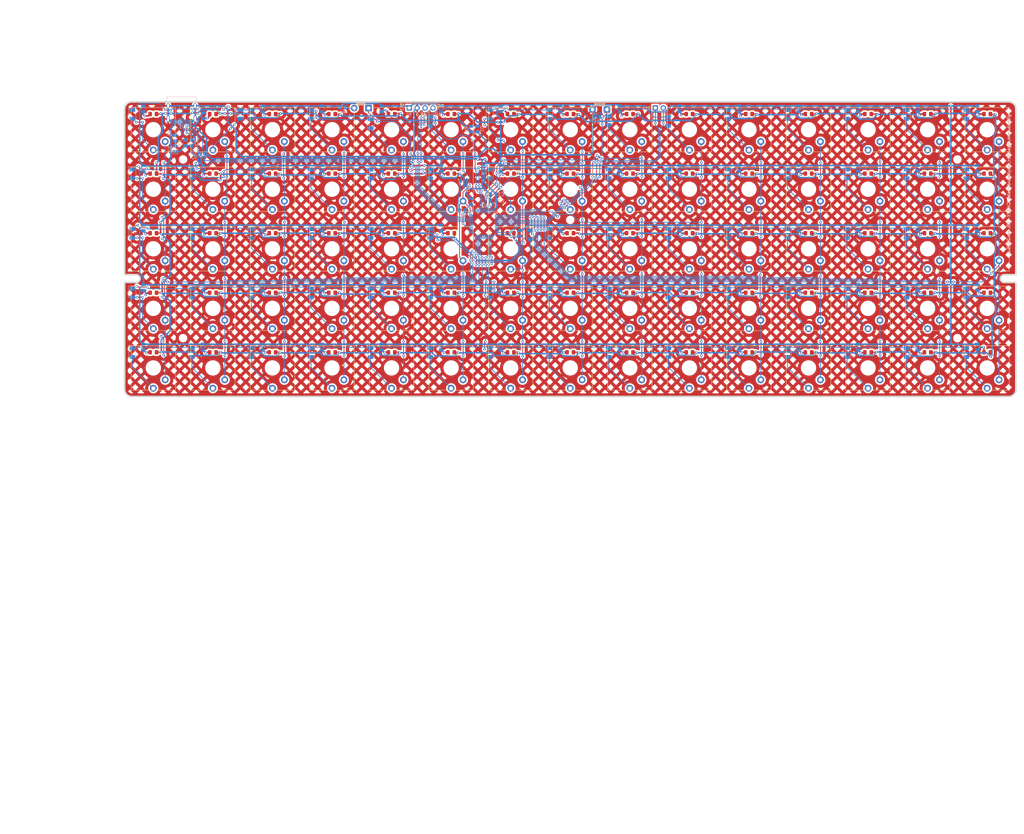
<source format=kicad_pcb>
(kicad_pcb (version 20241229) (generator "pcbnew") (generator_version "9.0")
  (title_block (title "CH32X-75") (date "2025-03-11") (rev "2025.1") (company "rgoulter/keyboard-labs") (comment 1 "Designed to fit into tray-mounted GH60 cases.") (comment 2 "Simple 5x15 ortholinear keyboard using CH32X MCU."))
  (layers (0 "F.Cu" signal) (2 "B.Cu" signal) (13 "F.Paste" user) (15 "B.Paste" user) (5 "F.SilkS" user "F.Silkscreen") (7 "B.SilkS" user "B.Silkscreen") (1 "F.Mask" user) (3 "B.Mask" user) (25 "Edge.Cuts" user))
  (net 0 "")
  (net 1 "/ROW1")
  (net 2 "/ROW2")
  (net 3 "/ROW3")
  (net 4 "/ROW4")
  (net 5 "/ROW5")
  (net 6 "/COL3")
  (net 7 "/COL1")
  (net 8 "/COL2")
  (net 9 "/COL4")
  (net 10 "/COL5")
  (net 11 "/COL6")
  (net 12 "/COL7")
  (net 13 "/COL8")
  (net 14 "/COL9")
  (net 15 "Net-(D_1_1-A)")
  (net 16 "Net-(D_1_2-A)")
  (net 17 "Net-(D_1_3-A)")
  (net 18 "Net-(D_1_4-A)")
  (net 19 "Net-(D_1_5-A)")
  (net 20 "Net-(D_1_6-A)")
  (net 21 "Net-(D_1_7-A)")
  (net 22 "Net-(D_1_8-A)")
  (net 23 "Net-(D_1_9-A)")
  (net 24 "Net-(D_1_10-A)")
  (net 25 "Net-(D_1_11-A)")
  (net 26 "/COL10")
  (net 27 "Net-(D_1_12-A)")
  (net 28 "/COL11")
  (net 29 "Net-(D_2_1-A)")
  (net 30 "/COL12")
  (net 31 "Net-(D_2_2-A)")
  (net 32 "Net-(D_2_3-A)")
  (net 33 "Net-(D_2_4-A)")
  (net 34 "Net-(D_2_5-A)")
  (net 35 "Net-(D_2_6-A)")
  (net 36 "Net-(D_2_7-A)")
  (net 37 "Net-(D_2_8-A)")
  (net 38 "Net-(D_2_9-A)")
  (net 39 "Net-(D_2_10-A)")
  (net 40 "Net-(D_2_11-A)")
  (net 41 "Net-(D_2_12-A)")
  (net 42 "Net-(D_3_1-A)")
  (net 43 "Net-(D_3_2-A)")
  (net 44 "Net-(D_3_3-A)")
  (net 45 "Net-(D_3_4-A)")
  (net 46 "Net-(D_3_5-A)")
  (net 47 "Net-(D_3_6-A)")
  (net 48 "Net-(D_3_7-A)")
  (net 49 "Net-(D_3_8-A)")
  (net 50 "Net-(D_3_9-A)")
  (net 51 "Net-(D_3_10-A)")
  (net 52 "Net-(D_3_11-A)")
  (net 53 "Net-(D_3_12-A)")
  (net 54 "Net-(D_4_1-A)")
  (net 55 "Net-(D_4_2-A)")
  (net 56 "Net-(D_4_3-A)")
  (net 57 "Net-(D_4_4-A)")
  (net 58 "Net-(D_4_5-A)")
  (net 59 "Net-(D_4_6-A)")
  (net 60 "Net-(D_4_7-A)")
  (net 61 "Net-(D_4_8-A)")
  (net 62 "Net-(D_4_9-A)")
  (net 63 "Net-(D_4_10-A)")
  (net 64 "Net-(D_4_11-A)")
  (net 65 "Net-(D_4_12-A)")
  (net 66 "Net-(D_5_1-A)")
  (net 67 "Net-(D_5_2-A)")
  (net 68 "Net-(D_5_3-A)")
  (net 69 "Net-(D_5_4-A)")
  (net 70 "Net-(D_5_5-A)")
  (net 71 "Net-(D_5_6-A)")
  (net 72 "Net-(D_5_7-A)")
  (net 73 "Net-(D_5_8-A)")
  (net 74 "Net-(D_5_9-A)")
  (net 75 "Net-(D_5_10-A)")
  (net 76 "Net-(D_5_11-A)")
  (net 77 "Net-(D_5_12-A)")
  (net 80 "/RESET")
  (net 81 "/GND")
  (net 82 "/VDD")
  (net 83 "Net-(D1-A)")
  (net 84 "Net-(D2-A)")
  (net 85 "Net-(D_1_13-A)")
  (net 86 "Net-(D_1_14-A)")
  (net 87 "Net-(D_1_15-A)")
  (net 88 "Net-(D_2_13-A)")
  (net 89 "Net-(D_2_14-A)")
  (net 90 "Net-(D_2_15-A)")
  (net 91 "Net-(D_3_13-A)")
  (net 92 "Net-(D_3_14-A)")
  (net 93 "Net-(D_3_15-A)")
  (net 94 "Net-(D_4_13-A)")
  (net 95 "Net-(D_4_14-A)")
  (net 96 "Net-(D_4_15-A)")
  (net 97 "Net-(D_5_13-A)")
  (net 98 "Net-(D_5_14-A)")
  (net 99 "Net-(D_5_15-A)")
  (net 100 "Net-(J1-CC2)")
  (net 101 "/DOWNLOAD")
  (net 102 "/DM")
  (net 103 "Net-(J1-CC1)")
  (net 104 "/RX")
  (net 105 "/TX")
  (net 106 "/DIO")
  (net 107 "/DCK")
  (net 108 "/LED")
  (net 109 "/LED_CTRL")
  (net 110 "Net-(Q1-G)")
  (net 111 "Net-(L_5_15-A)")
  (net 112 "Net-(L_5_14-A)")
  (net 113 "Net-(L_5_13-A)")
  (net 114 "Net-(L_5_12-A)")
  (net 115 "Net-(L_5_11-A)")
  (net 116 "Net-(L_5_10-A)")
  (net 117 "Net-(L_5_9-A)")
  (net 118 "Net-(L_5_8-A)")
  (net 119 "Net-(L_5_7-A)")
  (net 120 "Net-(L_5_6-A)")
  (net 121 "Net-(L_5_5-A)")
  (net 122 "Net-(L_5_4-A)")
  (net 123 "Net-(L_5_3-A)")
  (net 124 "Net-(L_5_2-A)")
  (net 125 "Net-(L_5_1-A)")
  (net 126 "Net-(L_4_15-A)")
  (net 127 "Net-(L_4_14-A)")
  (net 128 "Net-(L_4_13-A)")
  (net 129 "Net-(L_4_12-A)")
  (net 130 "Net-(L_4_11-A)")
  (net 131 "Net-(L_4_10-A)")
  (net 132 "Net-(L_4_9-A)")
  (net 133 "Net-(L_4_8-A)")
  (net 134 "Net-(L_4_7-A)")
  (net 135 "Net-(L_4_6-A)")
  (net 136 "Net-(L_4_5-A)")
  (net 137 "Net-(L_4_4-A)")
  (net 138 "Net-(L_4_3-A)")
  (net 139 "Net-(L_4_2-A)")
  (net 140 "Net-(L_4_1-A)")
  (net 141 "Net-(L_3_15-A)")
  (net 142 "Net-(L_3_14-A)")
  (net 143 "Net-(L_3_13-A)")
  (net 144 "Net-(L_3_12-A)")
  (net 145 "Net-(L_3_11-A)")
  (net 146 "Net-(L_3_10-A)")
  (net 147 "Net-(L_3_9-A)")
  (net 148 "Net-(L_3_8-A)")
  (net 149 "Net-(L_3_7-A)")
  (net 150 "Net-(L_3_6-A)")
  (net 151 "Net-(L_3_5-A)")
  (net 152 "Net-(L_3_4-A)")
  (net 153 "Net-(L_3_3-A)")
  (net 154 "Net-(L_3_2-A)")
  (net 155 "Net-(L_3_1-A)")
  (net 156 "Net-(L_2_15-A)")
  (net 157 "Net-(L_2_14-A)")
  (net 158 "Net-(L_2_13-A)")
  (net 159 "Net-(L_2_12-A)")
  (net 160 "Net-(L_2_11-A)")
  (net 161 "Net-(L_2_10-A)")
  (net 162 "Net-(L_2_9-A)")
  (net 163 "Net-(L_2_8-A)")
  (net 164 "Net-(L_2_7-A)")
  (net 165 "Net-(L_2_6-A)")
  (net 166 "Net-(L_2_5-A)")
  (net 167 "Net-(L_2_4-A)")
  (net 168 "Net-(L_2_3-A)")
  (net 169 "Net-(L_2_2-A)")
  (net 170 "Net-(L_2_1-A)")
  (net 171 "Net-(L_1_15-A)")
  (net 172 "Net-(L_1_14-A)")
  (net 173 "Net-(L_1_13-A)")
  (net 174 "Net-(L_1_12-A)")
  (net 175 "Net-(L_1_11-A)")
  (net 176 "Net-(L_1_10-A)")
  (net 177 "Net-(L_1_9-A)")
  (net 178 "Net-(L_1_8-A)")
  (net 179 "Net-(L_1_7-A)")
  (net 180 "Net-(L_1_6-A)")
  (net 181 "Net-(L_1_5-A)")
  (net 182 "Net-(L_1_4-A)")
  (net 183 "Net-(L_1_3-A)")
  (net 184 "Net-(L_1_2-A)")
  (net 185 "Net-(SW2-B)")
  (net 186 "Net-(L_1_1-A)")
  (net 188 "/COL13")
  (net 189 "/COL14")
  (net 190 "/COL15")
  (net 208 "Net-(J1-D+-PadA6)")
  (net 209 "Net-(J1-D--PadA7)")
  (footprint "ProjectLocal:SW_Redragon_LowProfile_PCB_1.00u" (layer "F.Cu") (at 268.7 58.875)
    (property "Reference" "SW_1_12" (hide yes))
    (property "Value" "Redragon Low Profile switches")
  )
  (footprint "ProjectLocal:SW_Redragon_LowProfile_PCB_1.00u" (layer "F.Cu") (at 211.55 58.875)
    (property "Reference" "SW_1_9" (hide yes))
    (property "Value" "Redragon Low Profile switches")
  )
  (footprint "ProjectLocal:SW_Redragon_LowProfile_PCB_1.00u" (layer "F.Cu") (at 268.7 77.925)
    (property "Reference" "SW_2_12" (hide yes))
    (property "Value" "Redragon Low Profile switches")
  )
  (footprint "ProjectLocal:SW_Redragon_LowProfile_PCB_1.00u" (layer "F.Cu") (at 211.55 77.925)
    (property "Reference" "SW_2_9" (hide yes))
    (property "Value" "Redragon Low Profile switches")
  )
  (footprint "ProjectLocal:SW_Redragon_LowProfile_PCB_1.00u" (layer "F.Cu") (at 268.7 96.975)
    (property "Reference" "SW_3_12" (hide yes))
    (property "Value" "Redragon Low Profile switches")
  )
  (footprint "ProjectLocal:SW_Redragon_LowProfile_PCB_1.00u" (layer "F.Cu") (at 249.65 96.975)
    (property "Reference" "SW_3_11" (hide yes))
    (property "Value" "Redragon Low Profile switches")
  )
  (footprint "ProjectLocal:SW_Redragon_LowProfile_PCB_1.00u" (layer "F.Cu") (at 192.5 77.925)
    (property "Reference" "SW_2_8" (hide yes))
    (property "Value" "Redragon Low Profile switches")
  )
  (footprint "ProjectLocal:SW_Redragon_LowProfile_PCB_1.00u" (layer "F.Cu") (at 268.7 116.025)
    (property "Reference" "SW_4_12" (hide yes))
    (property "Value" "Redragon Low Profile switches")
  )
  (footprint "ProjectLocal:SW_Redragon_LowProfile_PCB_1.00u" (layer "F.Cu") (at 268.7 135.075)
    (property "Reference" "SW_5_12" (hide yes))
    (property "Value" "Redragon Low Profile switches")
  )
  (footprint "ProjectLocal:SW_Redragon_LowProfile_PCB_1.00u" (layer "F.Cu") (at 230.6 116.025)
    (property "Reference" "SW_4_10" (hide yes))
    (property "Value" "Redragon Low Profile switches")
  )
  (footprint "ProjectLocal:SW_Redragon_LowProfile_PCB_1.00u" (layer "F.Cu") (at 211.55 116.025)
    (property "Reference" "SW_4_9" (hide yes))
    (property "Value" "Redragon Low Profile switches")
  )
  (footprint "ProjectLocal:SW_Redragon_LowProfile_PCB_1.00u" (layer "F.Cu") (at 78.2 135.075)
    (property "Reference" "SW_5_2" (hide yes))
    (property "Value" "Redragon Low Profile switches")
  )
  (footprint "ProjectLocal:SW_Redragon_LowProfile_PCB_1.00u" (layer "F.Cu") (at 116.3 135.075)
    (property "Reference" "SW_5_4" (hide yes))
    (property "Value" "Redragon Low Profile switches")
  )
  (footprint "ProjectLocal:SW_Redragon_LowProfile_PCB_1.00u" (layer "F.Cu") (at 135.35 135.075)
    (property "Reference" "SW_5_5" (hide yes))
    (property "Value" "Redragon Low Profile switches")
  )
  (footprint "ProjectLocal:SW_Redragon_LowProfile_PCB_1.00u" (layer "F.Cu") (at 211.55 135.075)
    (property "Reference" "SW_5_9" (hide yes))
    (property "Value" "Redragon Low Profile switches")
  )
  (footprint "MountingHole:MountingHole_2.2mm_M2_DIN965" (layer "F.Cu") (at 68.675 68.4)
    (property "Reference" "H1" (hide yes))
    (property "Value" "MountingHole")
  )
  (footprint "MountingHole:MountingHole_2.2mm_M2_DIN965" (layer "F.Cu") (at 316.325 68.4)
    (property "Reference" "H2" (hide yes))
    (property "Value" "MountingHole")
  )
  (footprint "MountingHole:MountingHole_2.2mm_M2_DIN965" (layer "F.Cu") (at 192.5 87.73575)
    (property "Reference" "H3" (hide yes))
    (property "Value" "MountingHole")
  )
  (footprint "MountingHole:MountingHole_2.2mm_M2_DIN965" (layer "F.Cu") (at 68.675 125.55)
    (property "Reference" "H4" (hide yes))
    (property "Value" "MountingHole")
  )
  (footprint "ProjectLocal:SW_Redragon_LowProfile_PCB_1.00u" (layer "F.Cu") (at 192.5 135.075)
    (property "Reference" "SW_5_8" (hide yes))
    (property "Value" "Redragon Low Profile switches")
  )
  (footprint "ProjectLocal:SW_Redragon_LowProfile_PCB_1.00u" (layer "F.Cu") (at 135.35 116.025)
    (property "Reference" "SW_4_5" (hide yes))
    (property "Value" "Redragon Low Profile switches")
  )
  (footprint "ProjectLocal:SW_Redragon_LowProfile_PCB_1.00u" (layer "F.Cu") (at 116.3 116.025)
    (property "Reference" "SW_4_4" (hide yes))
    (property "Value" "Redragon Low Profile switches")
  )
  (footprint "ProjectLocal:SW_Redragon_LowProfile_PCB_1.00u" (layer "F.Cu") (at 97.25 116.025)
    (property "Reference" "SW_4_3" (hide yes))
    (property "Value" "Redragon Low Profile switches")
  )
  (footprint "ProjectLocal:SW_Redragon_LowProfile_PCB_1.00u" (layer "F.Cu") (at 59.15 135.075)
    (property "Reference" "SW_5_1" (hide yes))
    (property "Value" "Redragon Low Profile switches")
  )
  (footprint "ProjectLocal:SW_Redragon_LowProfile_PCB_1.00u" (layer "F.Cu") (at 154.4 96.975)
    (property "Reference" "SW_3_6" (hide yes))
    (property "Value" "Redragon Low Profile switches")
  )
  (footprint "ProjectLocal:SW_Redragon_LowProfile_PCB_1.00u" (layer "F.Cu") (at 135.35 77.925)
    (property "Reference" "SW_2_5" (hide yes))
    (property "Value" "Redragon Low Profile switches")
  )
  (footprint "ProjectLocal:SW_Redragon_LowProfile_PCB_1.00u" (layer "F.Cu") (at 97.25 96.975)
    (property "Reference" "SW_3_3" (hide yes))
    (property "Value" "Redragon Low Profile switches")
  )
  (footprint "ProjectLocal:SW_Redragon_LowProfile_PCB_1.00u" (layer "F.Cu") (at 78.2 96.975)
    (property "Reference" "SW_3_2" (hide yes))
    (property "Value" "Redragon Low Profile switches")
  )
  (footprint "ProjectLocal:SW_Redragon_LowProfile_PCB_1.00u" (layer "F.Cu") (at 59.15 96.975)
    (property "Reference" "SW_3_1" (hide yes))
    (property "Value" "Redragon Low Profile switches")
  )
  (footprint "ProjectLocal:SW_Redragon_LowProfile_PCB_1.00u" (layer "F.Cu") (at 154.4 58.875)
    (property "Reference" "SW_1_6" (hide yes))
    (property "Value" "Redragon Low Profile switches")
  )
  (footprint "ProjectLocal:SW_Redragon_LowProfile_PCB_1.00u" (layer "F.Cu") (at 116.3 58.875)
    (property "Reference" "SW_1_4" (hide yes))
    (property "Value" "Redragon Low Profile switches")
  )
  (footprint "ProjectLocal:SW_Redragon_LowProfile_PCB_1.00u" (layer "F.Cu") (at 97.25 58.875)
    (property "Reference" "SW_1_3" (hide yes))
    (property "Value" "Redragon Low Profile switches")
  )
  (footprint "ProjectLocal:SW_Redragon_LowProfile_PCB_1.00u" (layer "F.Cu") (at 249.65 58.875)
    (property "Reference" "SW_1_11" (hide yes))
    (property "Value" "Redragon Low Profile switches")
  )
  (footprint "ProjectLocal:SW_Redragon_LowProfile_PCB_1.00u" (layer "F.Cu") (at 97.25 77.925)
    (property "Reference" "SW_2_3" (hide yes))
    (property "Value" "Redragon Low Profile switches")
  )
  (footprint "ProjectLocal:SW_Redragon_LowProfile_PCB_1.00u" (layer "F.Cu") (at 116.3 77.925)
    (property "Reference" "SW_2_4" (hide yes))
    (property "Value" "Redragon Low Profile switches")
  )
  (footprint "ProjectLocal:SW_Redragon_LowProfile_PCB_1.00u" (layer "F.Cu") (at 154.4 77.925)
    (property "Reference" "SW_2_6" (hide yes))
    (property "Value" "Redragon Low Profile switches")
  )
  (footprint "ProjectLocal:SW_Redragon_LowProfile_PCB_1.00u" (layer "F.Cu") (at 59.15 116.025)
    (property "Reference" "SW_4_1" (hide yes))
    (property "Value" "Redragon Low Profile switches")
  )
  (footprint "ProjectLocal:SW_Redragon_LowProfile_PCB_1.00u" (layer "F.Cu") (at 78.2 116.025)
    (property "Reference" "SW_4_2" (hide yes))
    (property "Value" "Redragon Low Profile switches")
  )
  (footprint "ProjectLocal:SW_Redragon_LowProfile_PCB_1.00u" (layer "F.Cu") (at 249.65 135.075)
    (property "Reference" "SW_5_11" (hide yes))
    (property "Value" "Redragon Low Profile switches")
  )
  (footprint "ProjectLocal:SW_Redragon_LowProfile_PCB_1.00u" (layer "F.Cu") (at 192.5 96.975)
    (property "Reference" "SW_3_8" (hide yes))
    (property "Value" "Redragon Low Profile switches")
  )
  (footprint "ProjectLocal:SW_Redragon_LowProfile_PCB_1.00u" (layer "F.Cu") (at 211.55 96.975)
    (property "Reference" "SW_3_9" (hide yes))
    (property "Value" "Redragon Low Profile switches")
  )
  (footprint "ProjectLocal:SW_Redragon_LowProfile_PCB_1.00u" (layer "F.Cu") (at 249.65 116.025)
    (property "Reference" "SW_4_11" (hide yes))
    (property "Value" "Redragon Low Profile switches")
  )
  (footprint "ProjectLocal:SW_Redragon_LowProfile_PCB_1.00u" (layer "F.Cu") (at 97.25 135.075)
    (property "Reference" "SW_5_3" (hide yes))
    (property "Value" "Redragon Low Profile switches")
  )
  (footprint "ProjectLocal:SW_Redragon_LowProfile_PCB_1.00u" (layer "F.Cu") (at 59.15 77.925)
    (property "Reference" "SW_2_1" (hide yes))
    (property "Value" "Redragon Low Profile switches")
  )
  (footprint "ProjectLocal:SW_Redragon_LowProfile_PCB_1.00u" (layer "F.Cu") (at 192.5 116.025)
    (property "Reference" "SW_4_8" (hide yes))
    (property "Value" "Redragon Low Profile switches")
  )
  (footprint "ProjectLocal:SW_Redragon_LowProfile_PCB_1.00u" (layer "F.Cu") (at 135.35 58.875)
    (property "Reference" "SW_1_5" (hide yes))
    (property "Value" "Redragon Low Profile switches")
  )
  (footprint "ProjectLocal:SW_Redragon_LowProfile_PCB_1.00u" (layer "F.Cu") (at 230.6 58.875)
    (property "Reference" "SW_1_10" (hide yes))
    (property "Value" "Redragon Low Profile switches")
  )
  (footprint "ProjectLocal:SW_Redragon_LowProfile_PCB_1.00u" (layer "F.Cu") (at 249.65 77.925)
    (property "Reference" "SW_2_11" (hide yes))
    (property "Value" "Redragon Low Profile switches")
  )
  (footprint "ProjectLocal:SW_Redragon_LowProfile_PCB_1.00u" (layer "F.Cu") (at 154.4 116.025)
    (property "Reference" "SW_4_6" (hide yes))
    (property "Value" "Redragon Low Profile switches")
  )
  (footprint "ProjectLocal:SW_Redragon_LowProfile_PCB_1.00u" (layer "F.Cu") (at 173.45 77.925)
    (property "Reference" "SW_2_7" (hide yes))
    (property "Value" "Redragon Low Profile switches")
  )
  (footprint "ProjectLocal:SW_Redragon_LowProfile_PCB_1.00u" (layer "F.Cu") (at 173.45 58.875)
    (property "Reference" "SW_1_7" (hide yes))
    (property "Value" "Redragon Low Profile switches")
  )
  (footprint "ProjectLocal:SW_Redragon_LowProfile_PCB_1.00u" (layer "F.Cu") (at 192.5 58.875)
    (property "Reference" "SW_1_8" (hide yes))
    (property "Value" "Redragon Low Profile switches")
  )
  (footprint "ProjectLocal:SW_Redragon_LowProfile_PCB_1.00u" (layer "F.Cu") (at 154.4 135.075)
    (property "Reference" "SW_5_6" (hide yes))
    (property "Value" "Redragon Low Profile switches")
  )
  (footprint "ProjectLocal:SW_Redragon_LowProfile_PCB_1.00u" (layer "F.Cu") (at 173.45 96.975)
    (property "Reference" "SW_3_7" (hide yes))
    (property "Value" "Redragon Low Profile switches")
  )
  (footprint "ProjectLocal:SW_Redragon_LowProfile_PCB_1.00u" (layer "F.Cu") (at 173.45 135.075)
    (property "Reference" "SW_5_7" (hide yes))
    (property "Value" "Redragon Low Profile switches")
  )
  (footprint "ProjectLocal:SW_Redragon_LowProfile_PCB_1.00u" (layer "F.Cu") (at 173.45 116.025)
    (property "Reference" "SW_4_7" (hide yes))
    (property "Value" "Redragon Low Profile switches")
  )
  (footprint "ProjectLocal:SW_Redragon_LowProfile_PCB_1.00u" (layer "F.Cu") (at 135.35 96.975)
    (property "Reference" "SW_3_5" (hide yes))
    (property "Value" "Redragon Low Profile switches")
  )
  (footprint "ProjectLocal:SW_Redragon_LowProfile_PCB_1.00u" (layer "F.Cu") (at 230.6 77.925)
    (property "Reference" "SW_2_10" (hide yes))
    (property "Value" "Redragon Low Profile switches")
  )
  (footprint "MountingHole:MountingHole_2.2mm_M2_DIN965" (layer "F.Cu") (at 316.325 125.55)
    (property "Reference" "H5" (hide yes))
    (property "Value" "MountingHole")
  )
  (footprint "ProjectLocal:SW_Redragon_LowProfile_PCB_1.00u" (layer "F.Cu") (at 230.6 96.975)
    (property "Reference" "SW_3_10" (hide yes))
    (property "Value" "Redragon Low Profile switches")
  )
  (footprint "ProjectLocal:SW_Redragon_LowProfile_PCB_1.00u" (layer "F.Cu") (at 78.2 58.875)
    (property "Reference" "SW_1_2" (hide yes))
    (property "Value" "Redragon Low Profile switches")
  )
  (footprint "ProjectLocal:SW_Redragon_LowProfile_PCB_1.00u" (layer "F.Cu") (at 230.6 135.075)
    (property "Reference" "SW_5_10" (hide yes))
    (property "Value" "Redragon Low Profile switches")
  )
  (footprint "ProjectLocal:SW_Redragon_LowProfile_PCB_1.00u" (layer "F.Cu") (at 59.15 58.875)
    (property "Reference" "SW_1_1" (hide yes))
    (property "Value" "Redragon Low Profile switches")
  )
  (footprint "ProjectLocal:SW_Redragon_LowProfile_PCB_1.00u" (layer "F.Cu") (at 78.2 77.925)
    (property "Reference" "SW_2_2" (hide yes))
    (property "Value" "Redragon Low Profile switches")
  )
  (footprint "ProjectLocal:SW_Redragon_LowProfile_PCB_1.00u" (layer "F.Cu") (at 116.3 96.975)
    (property "Reference" "SW_3_4" (hide yes))
    (property "Value" "Redragon Low Profile switches")
  )
  (footprint "ProjectLocal:SW_Redragon_LowProfile_PCB_1.00u" (layer "F.Cu") (at 306.8 58.875)
    (property "Reference" "SW_1_14" (hide yes))
    (property "Value" "Redragon Low Profile switches")
  )
  (footprint "LED_SMD:LED_0805_2012Metric_Pad1.15x1.40mm_HandSolder" (layer "F.Cu") (at 306.8 130.075 180)
    (property "Reference" "L_5_14" (hide yes))
    (property "Value" "LED_Small")
  )
  (footprint "LED_SMD:LED_0805_2012Metric_Pad1.15x1.40mm_HandSolder" (layer "F.Cu") (at 116.3 72.925 180)
    (property "Reference" "L_2_4" (hide yes))
    (property "Value" "LED_Small")
  )
  (footprint "LED_SMD:LED_0805_2012Metric_Pad1.15x1.40mm_HandSolder" (layer "F.Cu") (at 325.85 130.075 180)
    (property "Reference" "L_5_15" (hide yes))
    (property "Value" "LED_Small")
  )
  (footprint "ProjectLocal:SW_Redragon_LowProfile_PCB_1.00u" (layer "F.Cu") (at 325.85 77.925)
    (property "Reference" "SW_2_15" (hide yes))
    (property "Value" "Redragon Low Profile switches")
  )
  (footprint "LED_SMD:LED_0805_2012Metric_Pad1.15x1.40mm_HandSolder" (layer "F.Cu") (at 116.3 53.875 180)
    (property "Reference" "L_1_4" (hide yes))
    (property "Value" "LED_Small")
  )
  (footprint "LED_SMD:LED_0805_2012Metric_Pad1.15x1.40mm_HandSolder" (layer "F.Cu") (at 154.4 91.975 180)
    (property "Reference" "L_3_6" (hide yes))
    (property "Value" "LED_Small")
  )
  (footprint "LED_SMD:LED_0805_2012Metric_Pad1.15x1.40mm_HandSolder" (layer "F.Cu") (at 173.45 53.875 180)
    (property "Reference" "L_1_7" (hide yes))
    (property "Value" "LED_Small")
  )
  (footprint "ProjectLocal:SW_Redragon_LowProfile_PCB_1.00u" (layer "F.Cu") (at 306.8 96.975)
    (property "Reference" "SW_3_14" (hide yes))
    (property "Value" "Redragon Low Profile switches")
  )
  (footprint "LED_SMD:LED_0805_2012Metric_Pad1.15x1.40mm_HandSolder" (layer "F.Cu") (at 135.35 53.875 180)
    (property "Reference" "L_1_5" (hide yes))
    (property "Value" "LED_Small")
  )
  (footprint "LED_SMD:LED_0805_2012Metric_Pad1.15x1.40mm_HandSolder" (layer "F.Cu") (at 249.65 53.875 180)
    (property "Reference" "L_1_11" (hide yes))
    (property "Value" "LED_Small")
  )
  (footprint "LED_SMD:LED_0805_2012Metric_Pad1.15x1.40mm_HandSolder" (layer "F.Cu") (at 211.55 72.925 180)
    (property "Reference" "L_2_9" (hide yes))
    (property "Value" "LED_Small")
  )
  (footprint "LED_SMD:LED_0805_2012Metric_Pad1.15x1.40mm_HandSolder" (layer "F.Cu") (at 59.15 53.875 180)
    (property "Reference" "L_1_1" (hide yes))
    (property "Value" "LED_Small")
  )
  (footprint "LED_SMD:LED_0805_2012Metric_Pad1.15x1.40mm_HandSolder" (layer "F.Cu") (at 97.25 130.075 180)
    (property "Reference" "L_5_3" (hide yes))
    (property "Value" "LED_Small")
  )
  (footprint "LED_SMD:LED_0805_2012Metric_Pad1.15x1.40mm_HandSolder" (layer "F.Cu") (at 249.65 91.975 180)
    (property "Reference" "L_3_11" (hide yes))
    (property "Value" "LED_Small")
  )
  (footprint "LED_SMD:LED_0805_2012Metric_Pad1.15x1.40mm_HandSolder" (layer "F.Cu") (at 230.6 130.075 180)
    (property "Reference" "L_5_10" (hide yes))
    (property "Value" "LED_Small")
  )
  (footprint "LED_SMD:LED_0805_2012Metric_Pad1.15x1.40mm_HandSolder" (layer "F.Cu") (at 287.75 91.975 180)
    (property "Reference" "L_3_13" (hide yes))
    (property "Value" "LED_Small")
  )
  (footprint "LED_SMD:LED_0805_2012Metric_Pad1.15x1.40mm_HandSolder" (layer "F.Cu") (at 116.3 130.075 180)
    (property "Reference" "L_5_4" (hide yes))
    (property "Value" "LED_Small")
  )
  (footprint "LED_SMD:LED_0805_2012Metric_Pad1.15x1.40mm_HandSolder" (layer "F.Cu") (at 211.55 111.025 180)
    (property "Reference" "L_4_9" (hide yes))
    (property "Value" "LED_Small")
  )
  (footprint "LED_SMD:LED_0805_2012Metric_Pad1.15x1.40mm_HandSolder" (layer "F.Cu") (at 97.25 72.925 180)
    (property "Reference" "L_2_3" (hide yes))
    (property "Value" "LED_Small")
  )
  (footprint "LED_SMD:LED_0805_2012Metric_Pad1.15x1.40mm_HandSolder" (layer "F.Cu") (at 135.35 130.075 180)
    (property "Reference" "L_5_5" (hide yes))
    (property "Value" "LED_Small")
  )
  (footprint "LED_SMD:LED_0805_2012Metric_Pad1.15x1.40mm_HandSolder" (layer "F.Cu") (at 173.45 130.075 180)
    (property "Reference" "L_5_7" (hide yes))
    (property "Value" "LED_Small")
  )
  (footprint "LED_SMD:LED_0805_2012Metric_Pad1.15x1.40mm_HandSolder" (layer "F.Cu") (at 268.7 91.975 180)
    (property "Reference" "L_3_12" (hide yes))
    (property "Value" "LED_Small")
  )
  (footprint "ProjectLocal:SW_Redragon_LowProfile_PCB_1.00u" (layer "F.Cu") (at 287.75 135.075)
    (property "Reference" "SW_5_13" (hide yes))
    (property "Value" "Redragon Low Profile switches")
  )
  (footprint "LED_SMD:LED_0805_2012Metric_Pad1.15x1.40mm_HandSolder" (layer "F.Cu") (at 154.4 130.075 180)
    (property "Reference" "L_5_6" (hide yes))
    (property "Value" "LED_Small")
  )
  (footprint "LED_SMD:LED_0805_2012Metric_Pad1.15x1.40mm_HandSolder" (layer "F.Cu") (at 306.8 111.025 180)
    (property "Reference" "L_4_14" (hide yes))
    (property "Value" "LED_Small")
  )
  (footprint "LED_SMD:LED_0805_2012Metric_Pad1.15x1.40mm_HandSolder" (layer "F.Cu") (at 59.15 130.075 180)
    (property "Reference" "L_5_1" (hide yes))
    (property "Value" "LED_Small")
  )
  (footprint "LED_SMD:LED_0805_2012Metric_Pad1.15x1.40mm_HandSolder" (layer "F.Cu") (at 268.7 130.075 180)
    (property "Reference" "L_5_12" (hide yes))
    (property "Value" "LED_Small")
  )
  (footprint "ProjectLocal:SW_Redragon_LowProfile_PCB_1.00u" (layer "F.Cu") (at 306.8 116.025)
    (property "Reference" "SW_4_14" (hide yes))
    (property "Value" "Redragon Low Profile switches")
  )
  (footprint "LED_SMD:LED_0805_2012Metric_Pad1.15x1.40mm_HandSolder" (layer "F.Cu") (at 325.85 111.025 180)
    (property "Reference" "L_4_15" (hide yes))
    (property "Value" "LED_Small")
  )
  (footprint "LED_SMD:LED_0805_2012Metric_Pad1.15x1.40mm_HandSolder" (layer "F.Cu") (at 59.15 111.025 180)
    (property "Reference" "L_4_1" (hide yes))
    (property "Value" "LED_Small")
  )
  (footprint "LED_SMD:LED_0805_2012Metric_Pad1.15x1.40mm_HandSolder" (layer "F.Cu") (at 116.3 91.975 180)
    (property "Reference" "L_3_4" (hide yes))
    (property "Value" "LED_Small")
  )
  (footprint "LED_SMD:LED_0805_2012Metric_Pad1.15x1.40mm_HandSolder" (layer "F.Cu") (at 268.7 72.925 180)
    (property "Reference" "L_2_12" (hide yes))
    (property "Value" "LED_Small")
  )
  (footprint "LED_SMD:LED_0805_2012Metric_Pad1.15x1.40mm_HandSolder" (layer "F.Cu") (at 192.5 91.975 180)
    (property "Reference" "L_3_8" (hide yes))
    (property "Value" "LED_Small")
  )
  (footprint "ProjectLocal:SW_Redragon_LowProfile_PCB_1.00u" (layer "F.Cu") (at 287.75 77.925)
    (property "Reference" "SW_2_13" (hide yes))
    (property "Value" "Redragon Low Profile switches")
  )
  (footprint "ProjectLocal:SW_Redragon_LowProfile_PCB_1.00u" (layer "F.Cu") (at 325.85 58.875)
    (property "Reference" "SW_1_15" (hide yes))
    (property "Value" "Redragon Low Profile switches")
  )
  (footprint "LED_SMD:LED_0805_2012Metric_Pad1.15x1.40mm_HandSolder" (layer "F.Cu") (at 325.85 72.925 180)
    (property "Reference" "L_2_15" (hide yes))
    (property "Value" "LED_Small")
  )
  (footprint "LED_SMD:LED_0805_2012Metric_Pad1.15x1.40mm_HandSolder" (layer "F.Cu") (at 287.75 111.025 180)
    (property "Reference" "L_4_13" (hide yes))
    (property "Value" "LED_Small")
  )
  (footprint "LED_SMD:LED_0805_2012Metric_Pad1.15x1.40mm_HandSolder" (layer "F.Cu") (at 78.2 72.925 180)
    (property "Reference" "L_2_2" (hide yes))
    (property "Value" "LED_Small")
  )
  (footprint "ProjectLocal:SW_Redragon_LowProfile_PCB_1.00u" (layer "F.Cu") (at 287.75 58.875)
    (property "Reference" "SW_1_13" (hide yes))
    (property "Value" "Redragon Low Profile switches")
  )
  (footprint "LED_SMD:LED_0805_2012Metric_Pad1.15x1.40mm_HandSolder" (layer "F.Cu") (at 78.2 91.975 180)
    (property "Reference" "L_3_2" (hide yes))
    (property "Value" "LED_Small")
  )
  (footprint "ProjectLocal:SW_Redragon_LowProfile_PCB_1.00u" (layer "F.Cu") (at 287.75 96.975)
    (property "Reference" "SW_3_13" (hide yes))
    (property "Value" "Redragon Low Profile switches")
  )
  (footprint "ProjectLocal:SW_Redragon_LowProfile_PCB_1.00u" (layer "F.Cu") (at 325.85 116.025)
    (property "Reference" "SW_4_15" (hide yes))
    (property "Value" "Redragon Low Profile switches")
  )
  (footprint "LED_SMD:LED_0805_2012Metric_Pad1.15x1.40mm_HandSolder" (layer "F.Cu") (at 173.45 72.925 180)
    (property "Reference" "L_2_7" (hide yes))
    (property "Value" "LED_Small")
  )
  (footprint "LED_SMD:LED_0805_2012Metric_Pad1.15x1.40mm_HandSolder" (layer "F.Cu") (at 78.2 111.025 180)
    (property "Reference" "L_4_2" (hide yes))
    (property "Value" "LED_Small")
  )
  (footprint "ProjectLocal:SW_Redragon_LowProfile_PCB_1.00u" (layer "F.Cu") (at 287.75 116.025)
    (property "Reference" "SW_4_13" (hide yes))
    (property "Value" "Redragon Low Profile switches")
  )
  (footprint "LED_SMD:LED_0805_2012Metric_Pad1.15x1.40mm_HandSolder" (layer "F.Cu") (at 306.8 91.975 180)
    (property "Reference" "L_3_14" (hide yes))
    (property "Value" "LED_Small")
  )
  (footprint "LED_SMD:LED_0805_2012Metric_Pad1.15x1.40mm_HandSolder" (layer "F.Cu") (at 97.25 91.975 180)
    (property "Reference" "L_3_3" (hide yes))
    (property "Value" "LED_Small")
  )
  (footprint "LED_SMD:LED_0805_2012Metric_Pad1.15x1.40mm_HandSolder" (layer "F.Cu") (at 135.35 111.025 180)
    (property "Reference" "L_4_5" (hide yes))
    (property "Value" "LED_Small")
  )
  (footprint "LED_SMD:LED_0805_2012Metric_Pad1.15x1.40mm_HandSolder" (layer "F.Cu") (at 325.85 53.875 180)
    (property "Reference" "L_1_15" (hide yes))
    (property "Value" "LED_Small")
  )
  (footprint "LED_SMD:LED_0805_2012Metric_Pad1.15x1.40mm_HandSolder" (layer "F.Cu") (at 154.4 72.925 180)
    (property "Reference" "L_2_6" (hide yes))
    (property "Value" "LED_Small")
  )
  (footprint "LED_SMD:LED_0805_2012Metric_Pad1.15x1.40mm_HandSolder" (layer "F.Cu") (at 230.6 91.975 180)
    (property "Reference" "L_3_10" (hide yes))
    (property "Value" "LED_Small")
  )
  (footprint "LED_SMD:LED_0805_2012Metric_Pad1.15x1.40mm_HandSolder" (layer "F.Cu") (at 325.85 91.975 180)
    (property "Reference" "L_3_15" (hide yes))
    (property "Value" "LED_Small")
  )
  (footprint "LED_SMD:LED_0805_2012Metric_Pad1.15x1.40mm_HandSolder" (layer "F.Cu") (at 78.2 53.875 180)
    (property "Reference" "L_1_2" (hide yes))
    (property "Value" "LED_Small")
  )
  (footprint "LED_SMD:LED_0805_2012Metric_Pad1.15x1.40mm_HandSolder" (layer "F.Cu") (at 249.65 72.925 180)
    (property "Reference" "L_2_11" (hide yes))
    (property "Value" "LED_Small")
  )
  (footprint "LED_SMD:LED_0805_2012Metric_Pad1.15x1.40mm_HandSolder" (layer "F.Cu") (at 249.65 111.025 180)
    (property "Reference" "L_4_11" (hide yes))
    (property "Value" "LED_Small")
  )
  (footprint "ProjectLocal:SW_Redragon_LowProfile_PCB_1.00u" (layer "F.Cu") (at 306.8 77.925)
    (property "Reference" "SW_2_14" (hide yes))
    (property "Value" "Redragon Low Profile switches")
  )
  (footprint "LED_SMD:LED_0805_2012Metric_Pad1.15x1.40mm_HandSolder" (layer "F.Cu") (at 173.45 111.025 180)
    (property "Reference" "L_4_7" (hide yes))
    (property "Value" "LED_Small")
  )
  (footprint "LED_SMD:LED_0805_2012Metric_Pad1.15x1.40mm_HandSolder" (layer "F.Cu") (at 211.55 91.975 180)
    (property "Reference" "L_3_9" (hide yes))
    (property "Value" "LED_Small")
  )
  (footprint "LED_SMD:LED_0805_2012Metric_Pad1.15x1.40mm_HandSolder" (layer "F.Cu") (at 211.55 130.075 180)
    (property "Reference" "L_5_9" (hide yes))
    (property "Value" "LED_Small")
  )
  (footprint "LED_SMD:LED_0805_2012Metric_Pad1.15x1.40mm_HandSolder" (layer "F.Cu") (at 230.6 53.875 180)
    (property "Reference" "L_1_10" (hide yes))
    (property "Value" "LED_Small")
  )
  (footprint "ProjectLocal:SW_Redragon_LowProfile_PCB_1.00u" (layer "F.Cu") (at 306.8 135.075)
    (property "Reference" "SW_5_14" (hide yes))
    (property "Value" "Redragon Low Profile switches")
  )
  (footprint "LED_SMD:LED_0805_2012Metric_Pad1.15x1.40mm_HandSolder" (layer "F.Cu") (at 173.45 91.975 180)
    (property "Reference" "L_3_7" (hide yes))
    (property "Value" "LED_Small")
  )
  (footprint "LED_SMD:LED_0805_2012Metric_Pad1.15x1.40mm_HandSolder" (layer "F.Cu") (at 135.35 91.975 180)
    (property "Reference" "L_3_5" (hide yes))
    (property "Value" "LED_Small")
  )
  (footprint "LED_SMD:LED_0805_2012Metric_Pad1.15x1.40mm_HandSolder" (layer "F.Cu") (at 268.7 111.025 180)
    (property "Reference" "L_4_12" (hide yes))
    (property "Value" "LED_Small")
  )
  (footprint "LED_SMD:LED_0805_2012Metric_Pad1.15x1.40mm_HandSolder" (layer "F.Cu") (at 154.4 53.875 180)
    (property "Reference" "L_1_6" (hide yes))
    (property "Value" "LED_Small")
  )
  (footprint "LED_SMD:LED_0805_2012Metric_Pad1.15x1.40mm_HandSolder" (layer "F.Cu") (at 287.75 130.075 180)
    (property "Reference" "L_5_13" (hide yes))
    (property "Value" "LED_Small")
  )
  (footprint "LED_SMD:LED_0805_2012Metric_Pad1.15x1.40mm_HandSolder" (layer "F.Cu") (at 211.55 53.875 180)
    (property "Reference" "L_1_9" (hide yes))
    (property "Value" "LED_Small")
  )
  (footprint "LED_SMD:LED_0805_2012Metric_Pad1.15x1.40mm_HandSolder" (layer "F.Cu") (at 249.65 130.075 180)
    (property "Reference" "L_5_11" (hide yes))
    (property "Value" "LED_Small")
  )
  (footprint "ProjectLocal:SW_Redragon_LowProfile_PCB_1.00u" (layer "F.Cu") (at 325.85 96.975)
    (property "Reference" "SW_3_15" (hide yes))
    (property "Value" "Redragon Low Profile switches")
  )
  (footprint "LED_SMD:LED_0805_2012Metric_Pad1.15x1.40mm_HandSolder" (layer "F.Cu") (at 230.6 111.025 180)
    (property "Reference" "L_4_10" (hide yes))
    (property "Value" "LED_Small")
  )
  (footprint "LED_SMD:LED_0805_2012Metric_Pad1.15x1.40mm_HandSolder" (layer "F.Cu") (at 306.8 53.875 180)
    (property "Reference" "L_1_14" (hide yes))
    (property "Value" "LED_Small")
  )
  (footprint "ProjectLocal:SW_Redragon_LowProfile_PCB_1.00u" (layer "F.Cu") (at 325.85 135.075)
    (property "Reference" "SW_5_15" (hide yes))
    (property "Value" "Redragon Low Profile switches")
  )
  (footprint "LED_SMD:LED_0805_2012Metric_Pad1.15x1.40mm_HandSolder" (layer "F.Cu") (at 192.5 111.025 180)
    (property "Reference" "L_4_8" (hide yes))
    (property "Value" "LED_Small")
  )
  (footprint "LED_SMD:LED_0805_2012Metric_Pad1.15x1.40mm_HandSolder" (layer "F.Cu") (at 78.2 130.075 180)
    (property "Reference" "L_5_2" (hide yes))
    (property "Value" "LED_Small")
  )
  (footprint "LED_SMD:LED_0805_2012Metric_Pad1.15x1.40mm_HandSolder" (layer "F.Cu") (at 268.7 53.875 180)
    (property "Reference" "L_1_12" (hide yes))
    (property "Value" "LED_Small")
  )
  (footprint "LED_SMD:LED_0805_2012Metric_Pad1.15x1.40mm_HandSolder" (layer "F.Cu") (at 97.25 111.025 180)
    (property "Reference" "L_4_3" (hide yes))
    (property "Value" "LED_Small")
  )
  (footprint "LED_SMD:LED_0805_2012Metric_Pad1.15x1.40mm_HandSolder" (layer "F.Cu") (at 154.4 111.025 180)
    (property "Reference" "L_4_6" (hide yes))
    (property "Value" "LED_Small")
  )
  (footprint "LED_SMD:LED_0805_2012Metric_Pad1.15x1.40mm_HandSolder" (layer "F.Cu") (at 306.8 72.925 180)
    (property "Reference" "L_2_14" (hide yes))
    (property "Value" "LED_Small")
  )
  (footprint "LED_SMD:LED_0805_2012Metric_Pad1.15x1.40mm_HandSolder" (layer "F.Cu") (at 59.15 72.925 180)
    (property "Reference" "L_2_1" (hide yes))
    (property "Value" "LED_Small")
  )
  (footprint "LED_SMD:LED_0805_2012Metric_Pad1.15x1.40mm_HandSolder" (layer "F.Cu") (at 287.75 53.875 180)
    (property "Reference" "L_1_13" (hide yes))
    (property "Value" "LED_Small")
  )
  (footprint "LED_SMD:LED_0805_2012Metric_Pad1.15x1.40mm_HandSolder" (layer "F.Cu") (at 97.25 53.875 180)
    (property "Reference" "L_1_3" (hide yes))
    (property "Value" "LED_Small")
  )
  (footprint "LED_SMD:LED_0805_2012Metric_Pad1.15x1.40mm_HandSolder" (layer "F.Cu") (at 192.5 72.925 180)
    (property "Reference" "L_2_8" (hide yes))
    (property "Value" "LED_Small")
  )
  (footprint "LED_SMD:LED_0805_2012Metric_Pad1.15x1.40mm_HandSolder" (layer "F.Cu") (at 116.3 111.025 180)
    (property "Reference" "L_4_4" (hide yes))
    (property "Value" "LED_Small")
  )
  (footprint "LED_SMD:LED_0805_2012Metric_Pad1.15x1.40mm_HandSolder" (layer "F.Cu") (at 59.15 91.975 180)
    (property "Reference" "L_3_1" (hide yes))
    (property "Value" "LED_Small")
  )
  (footprint "LED_SMD:LED_0805_2012Metric_Pad1.15x1.40mm_HandSolder" (layer "F.Cu") (at 192.5 53.875 180)
    (property "Reference" "L_1_8" (hide yes))
    (property "Value" "LED_Small")
  )
  (footprint "LED_SMD:LED_0805_2012Metric_Pad1.15x1.40mm_HandSolder" (layer "F.Cu") (at 192.5 130.075 180)
    (property "Reference" "L_5_8" (hide yes))
    (property "Value" "LED_Small")
  )
  (footprint "LED_SMD:LED_0805_2012Metric_Pad1.15x1.40mm_HandSolder" (layer "F.Cu") (at 287.75 72.925 180)
    (property "Reference" "L_2_13" (hide yes))
    (property "Value" "LED_Small")
  )
  (footprint "LED_SMD:LED_0805_2012Metric_Pad1.15x1.40mm_HandSolder" (layer "F.Cu") (at 135.35 72.925 180)
    (property "Reference" "L_2_5" (hide yes))
    (property "Value" "LED_Small")
  )
  (footprint "LED_SMD:LED_0805_2012Metric_Pad1.15x1.40mm_HandSolder" (layer "F.Cu") (at 230.6 72.925 180)
    (property "Reference" "L_2_10" (hide yes))
    (property "Value" "LED_Small")
  )
  (footprint "Diode_SMD:D_1206_3216Metric" (layer "B.Cu") (at 147.7 73.025 -90)
    (property "Reference" "D_2_6" (hide yes))
    (property "Value" "1N4148")
  )
  (footprint "Diode_SMD:D_1206_3216Metric" (layer "B.Cu") (at 147.7 111.125 -90)
    (property "Reference" "D_4_6" (hide yes))
    (property "Value" "1N4148")
  )
  (footprint "Diode_SMD:D_1206_3216Metric" (layer "B.Cu") (at 147.7 130.175 -90)
    (property "Reference" "D_5_6" (hide yes))
    (property "Value" "1N4148")
  )
  (footprint "Diode_SMD:D_1206_3216Metric" (layer "B.Cu") (at 128.65 130.175 -90)
    (property "Reference" "D_5_5" (hide yes))
    (property "Value" "1N4148")
  )
  (footprint "Diode_SMD:D_1206_3216Metric" (layer "B.Cu") (at 109.6 130.175 -90)
    (property "Reference" "D_5_4" (hide yes))
    (property "Value" "1N4148")
  )
  (footprint "Diode_SMD:D_1206_3216Metric" (layer "B.Cu") (at 71.5 130.175 -90)
    (property "Reference" "D_5_2" (hide yes))
    (property "Value" "1N4148")
  )
  (footprint "Diode_SMD:D_1206_3216Metric" (layer "B.Cu") (at 86.95 53.975 -90)
    (property "Reference" "D_1_2" (hide yes))
    (property "Value" "1N4148")
  )
  (footprint "Diode_SMD:D_1206_3216Metric" (layer "B.Cu") (at 242.95 130.175 -90)
    (property "Reference" "D_5_11" (hide yes))
    (property "Value" "1N4148")
  )
  (footprint "Diode_SMD:D_1206_3216Metric" (layer "B.Cu") (at 71.5 111.125 -90)
    (property "Reference" "D_4_2" (hide yes))
    (property "Value" "1N4148")
  )
  (footprint "Diode_SMD:D_1206_3216Metric" (layer "B.Cu") (at 109.6 111.125 -90)
    (property "Reference" "D_4_4" (hide yes))
    (property "Value" "1N4148")
  )
  (footprint "Diode_SMD:D_1206_3216Metric" (layer "B.Cu") (at 52.45 92.075 -90)
    (property "Reference" "D_3_1" (hide yes))
    (property "Value" "1N4148")
  )
  (footprint "Diode_SMD:D_1206_3216Metric" (layer "B.Cu") (at 71.5 92.075 -90)
    (property "Reference" "D_3_2" (hide yes))
    (property "Value" "1N4148")
  )
  (footprint "Diode_SMD:D_1206_3216Metric" (layer "B.Cu") (at 90.55 92.075 -90)
    (property "Reference" "D_3_3" (hide yes))
    (property "Value" "1N4148")
  )
  (footprint "Diode_SMD:D_1206_3216Metric" (layer "B.Cu") (at 128.65 111.125 -90)
    (property "Reference" "D_4_5" (hide yes))
    (property "Value" "1N4148")
  )
  (footprint "Diode_SMD:D_1206_3216Metric" (layer "B.Cu") (at 52.45 73.025 -90)
    (property "Reference" "D_2_1" (hide yes))
    (property "Value" "1N4148")
  )
  (footprint "Diode_SMD:D_1206_3216Metric" (layer "B.Cu") (at 128.65 92.075 -90)
    (property "Reference" "D_3_5" (hide yes))
    (property "Value" "1N4148")
  )
  (footprint "Diode_SMD:D_1206_3216Metric" (layer "B.Cu") (at 90.55 73.025 -90)
    (property "Reference" "D_2_3" (hide yes))
    (property "Value" "1N4148")
  )
  (footprint "Diode_SMD:D_1206_3216Metric" (layer "B.Cu") (at 109.6 73.025 -90)
    (property "Reference" "D_2_4" (hide yes))
    (property "Value" "1N4148")
  )
  (footprint "Diode_SMD:D_1206_3216Metric" (layer "B.Cu") (at 128.65 73.025 -90)
    (property "Reference" "D_2_5" (hide yes))
    (property "Value" "1N4148")
  )
  (footprint "Diode_SMD:D_1206_3216Metric" (layer "B.Cu") (at 242.95 53.975 -90)
    (property "Reference" "D_1_11" (hide yes))
    (property "Value" "1N4148")
  )
  (footprint "Diode_SMD:D_1206_3216Metric" (layer "B.Cu") (at 90.55 53.975 -90)
    (property "Reference" "D_1_3" (hide yes))
    (property "Value" "1N4148")
  )
  (footprint "Diode_SMD:D_1206_3216Metric" (layer "B.Cu") (at 223.784 56.239 -90)
    (property "Reference" "D_1_10" (hide yes))
    (property "Value" "1N4148")
  )
  (footprint "Diode_SMD:D_1206_3216Metric" (layer "B.Cu") (at 128.7 56.975 -90)
    (property "Reference" "D_1_5" (hide yes))
    (property "Value" "1N4148")
  )
  (footprint "Diode_SMD:D_1206_3216Metric" (layer "B.Cu") (at 223.9 130.175 -90)
    (property "Reference" "D_5_10" (hide yes))
    (property "Value" "1N4148")
  )
  (footprint "Diode_SMD:D_1206_3216Metric" (layer "B.Cu") (at 52.45 130.175 -90)
    (property "Reference" "D_5_1" (hide yes))
    (property "Value" "1N4148")
  )
  (footprint "Diode_SMD:D_1206_3216Metric" (layer "B.Cu") (at 262 92.075 -90)
    (property "Reference" "D_3_12" (hide yes))
    (property "Value" "1N4148")
  )
  (footprint "Diode_SMD:D_1206_3216Metric" (layer "B.Cu") (at 262 130.175 -90)
    (property "Reference" "D_5_12" (hide yes))
    (property "Value" "1N4148")
  )
  (footprint "Diode_SMD:D_1206_3216Metric" (layer "B.Cu") (at 262 53.975 -90)
    (property "Reference" "D_1_12" (hide yes))
    (property "Value" "1N4148")
  )
  (footprint "Diode_SMD:D_1206_3216Metric" (layer "B.Cu") (at 166.75 53.975 -90)
    (property "Reference" "D_1_7" (hide yes))
    (property "Value" "1N4148")
  )
  (footprint "Diode_SMD:D_1206_3216Metric" (layer "B.Cu") (at 185.8 53.975 -90)
    (property "Reference" "D_1_8" (hide yes))
    (property "Value" "1N4148")
  )
  (footprint "Diode_SMD:D_1206_3216Metric" (layer "B.Cu") (at 166.75 73.025 -90)
    (property "Reference" "D_2_7" (hide yes))
    (property "Value" "1N4148")
  )
  (footprint "Diode_SMD:D_1206_3216Metric" (layer "B.Cu") (at 262 73.025 -90)
    (property "Reference" "D_2_12" (hide yes))
    (property "Value" "1N4148")
  )
  (footprint "Diode_SMD:D_1206_3216Metric" (layer "B.Cu") (at 223.9 73.025 -90)
    (property "Reference" "D_2_10" (hide yes))
    (property "Value" "1N4148")
  )
  (footprint "Diode_SMD:D_1206_3216Metric" (layer "B.Cu") (at 242.95 73.025 -90)
    (property "Reference" "D_2_11" (hide yes))
    (property "Value" "1N4148")
  )
  (footprint "Diode_SMD:D_1206_3216Metric" (layer "B.Cu") (at 204.85 92.075 -90)
    (property "Reference" "D_3_9" (hide yes))
    (property "Value" "1N4148")
  )
  (footprint "Diode_SMD:D_1206_3216Metric" (layer "B.Cu") (at 185.8 92.075 -90)
    (property "Reference" "D_3_8" (hide yes))
    (property "Value" "1N4148")
  )
  (footprint "Diode_SMD:D_1206_3216Metric" (layer "B.Cu") (at 179.7 92.475 -90)
    (property "Reference" "D_3_7" (hide yes))
    (property "Value" "1N4148")
  )
  (footprint "Diode_SMD:D_1206_3216Metric" (layer "B.Cu") (at 185.8 73.025 -90)
    (property "Reference" "D_2_8" (hide yes))
    (property "Value" "1N4148")
  )
  (footprint "Diode_SMD:D_1206_3216Metric" (layer "B.Cu") (at 242.95 92.075 -90)
    (property "Reference" "D_3_11" (hide yes))
    (property "Value" "1N4148")
  )
  (footprint "Diode_SMD:D_1206_3216Metric" (layer "B.Cu") (at 223.9 92.075 -90)
    (property "Reference" "D_3_10" (hide yes))
    (property "Value" "1N4148")
  )
  (footprint "Diode_SMD:D_1206_3216Metric" (layer "B.Cu") (at 166.75 111.125 -90)
    (property "Reference" "D_4_7" (hide yes))
    (property "Value" "1N4148")
  )
  (footprint "Diode_SMD:D_1206_3216Metric" (layer "B.Cu") (at 204.85 73.025 -90)
    (property "Reference" "D_2_9" (hide yes))
    (property "Value" "1N4148")
  )
  (footprint "Diode_SMD:D_1206_3216Metric" (layer "B.Cu") (at 204.734 55.985 -90)
    (property "Reference" "D_1_9" (hide yes))
    (property "Value" "1N4148")
  )
  (footprint "Diode_SMD:D_1206_3216Metric" (layer "B.Cu") (at 262 111.125 -90)
    (property "Reference" "D_4_12" (hide yes))
    (property "Value" "1N4148")
  )
  (footprint "Diode_SMD:D_1206_3216Metric" (layer "B.Cu") (at 204.85 111.125 -90)
    (property "Reference" "D_4_9" (hide yes))
    (property "Value" "1N4148")
  )
  (footprint "Diode_SMD:D_1206_3216Metric" (layer "B.Cu") (at 166.75 130.175 -90)
    (property "Reference" "D_5_7" (hide yes))
    (property "Value" "1N4148")
  )
  (footprint "Diode_SMD:D_1206_3216Metric" (layer "B.Cu") (at 185.8 111.125 -90)
    (property "Reference" "D_4_8" (hide yes))
    (property "Value" "1N4148")
  )
  (footprint "Diode_SMD:D_1206_3216Metric" (layer "B.Cu") (at 223.9 111.125 -90)
    (property "Reference" "D_4_10" (hide yes))
    (property "Value" "1N4148")
  )
  (footprint "Diode_SMD:D_1206_3216Metric" (layer "B.Cu") (at 242.95 111.125 -90)
    (property "Reference" "D_4_11" (hide yes))
    (property "Value" "1N4148")
  )
  (footprint "Diode_SMD:D_1206_3216Metric" (layer "B.Cu") (at 185.8 130.175 -90)
    (property "Reference" "D_5_8" (hide yes))
    (property "Value" "1N4148")
  )
  (footprint "Diode_SMD:D_1206_3216Metric" (layer "B.Cu") (at 204.85 130.175 -90)
    (property "Reference" "D_5_9" (hide yes))
    (property "Value" "1N4148")
  )
  (footprint "Diode_SMD:D_1206_3216Metric" (layer "B.Cu") (at 52.45 111.125 -90)
    (property "Reference" "D_4_1" (hide yes))
    (property "Value" "1N4148")
  )
  (footprint "Diode_SMD:D_1206_3216Metric" (layer "B.Cu") (at 109.6 92.075 -90)
    (property "Reference" "D_3_4" (hide yes))
    (property "Value" "1N4148")
  )
  (footprint "Diode_SMD:D_1206_3216Metric" (layer "B.Cu") (at 147.7 92.075 -90)
    (property "Reference" "D_3_6" (hide yes))
    (property "Value" "1N4148")
  )
  (footprint "Diode_SMD:D_1206_3216Metric" (layer "B.Cu") (at 52.45 53.975 -90)
    (property "Reference" "D_1_1" (hide yes))
    (property "Value" "1N4148")
  )
  (footprint "Diode_SMD:D_1206_3216Metric" (layer "B.Cu") (at 90.55 111.125 -90)
    (property "Reference" "D_4_3" (hide yes))
    (property "Value" "1N4148")
  )
  (footprint "Resistor_SMD:R_0805_2012Metric" (layer "B.Cu") (at 71.384 63.097 -90)
    (property "Reference" "R2")
    (property "Value" "5.1k")
  )
  (footprint "Resistor_SMD:R_0805_2012Metric" (layer "B.Cu") (at 119.7 51.725 180)
    (property "Reference" "R1")
    (property "Value" "10K")
  )
  (footprint "Diode_SMD:D_1206_3216Metric" (layer "B.Cu") (at 109.6 53.975 -90)
    (property "Reference" "D_1_4" (hide yes))
    (property "Value" "1N4148")
  )
  (footprint "Diode_SMD:D_1206_3216Metric" (layer "B.Cu") (at 90.55 130.175 -90)
    (property "Reference" "D_5_3" (hide yes))
    (property "Value" "1N4148")
  )
  (footprint "Capacitor_SMD:C_0805_2012Metric" (layer "B.Cu") (at 167.904 79.607 180)
    (property "Reference" "C3")
    (property "Value" "4.7uF")
  )
  (footprint "Capacitor_SMD:C_0805_2012Metric" (layer "B.Cu") (at 200.94 54.671 180)
    (property "Reference" "C1")
    (property "Value" "100n")
  )
  (footprint "Capacitor_SMD:C_0805_2012Metric" (layer "B.Cu") (at 167.904 81.639 180)
    (property "Reference" "C2")
    (property "Value" "100n")
  )
  (footprint "Resistor_SMD:R_0805_2012Metric" (layer "B.Cu") (at 69.352 63.097 -90)
    (property "Reference" "R3")
    (property "Value" "5.1k")
  )
  (footprint "Resistor_SMD:R_0805_2012Metric" (layer "B.Cu") (at 160.792 58.6755 90)
    (property "Reference" "R4")
    (property "Value" "10K")
  )
  (footprint "Diode_SMD:D_1206_3216Metric" (layer "B.Cu") (at 71.5 73.025 -90)
    (property "Reference" "D_2_2" (hide yes))
    (property "Value" "1N4148")
  )
  (footprint "Package_QFP:LQFP-48_7x7mm_P0.5mm" (layer "B.Cu") (at 164.95 88.975 180)
    (property "Reference" "U1")
    (property "Value" "CH32X035C8T6")
  )
  (footprint "Diode_SMD:D_1206_3216Metric" (layer "B.Cu") (at 147.7 56.225 -90)
    (property "Reference" "D_1_6" (hide yes))
    (property "Value" "1N4148")
  )
  (footprint "LED_SMD:LED_0805_2012Metric" (layer "B.Cu") (at 162.792 58.6755 90)
    (property "Reference" "D1")
    (property "Value" "LED")
  )
  (footprint "Connector_USB:USB_C_Receptacle_HRO_TYPE-C-31-M-12" (layer "B.Cu") (at 68.2 52.3)
    (property "Reference" "J1")
    (property "Value" "USB_C_Receptacle_USB2.0")
  )
  (footprint "Resistor_SMD:R_0805_2012Metric" (layer "B.Cu") (at 151.2 52.2 -90)
    (property "Reference" "R_1_6" (hide yes))
    (property "Value" "560R")
  )
  (footprint "Resistor_SMD:R_0805_2012Metric" (layer "B.Cu") (at 208.35 109.35 -90)
    (property "Reference" "R_4_9" (hide yes))
    (property "Value" "560R")
  )
  (footprint "Resistor_SMD:R_0805_2012Metric" (layer "B.Cu") (at 208.35 128.4 -90)
    (property "Reference" "R_5_9" (hide yes))
    (property "Value" "560R")
  )
  (footprint "Connector_PinHeader_2.54mm:PinHeader_1x04_P2.54mm_Vertical" (layer "B.Cu") (at 140.99 51.921 -90)
    (property "Reference" "J3")
    (property "Value" "Conn_01x04")
  )
  (footprint "Resistor_SMD:R_0805_2012Metric" (layer "B.Cu") (at 94.05 109.35 -90)
    (property "Reference" "R_4_3" (hide yes))
    (property "Value" "560R")
  )
  (footprint "Resistor_SMD:R_0805_2012Metric" (layer "B.Cu") (at 55.95 109.35 -90)
    (property "Reference" "R_4_1" (hide yes))
    (property "Value" "560R")
  )
  (footprint "Resistor_SMD:R_0805_2012Metric" (layer "B.Cu") (at 284.55 109.35 -90)
    (property "Reference" "R_4_13" (hide yes))
    (property "Value" "560R")
  )
  (footprint "Diode_SMD:D_1206_3216Metric" (layer "B.Cu") (at 319.15 53.975 -90)
    (property "Reference" "D_1_15" (hide yes))
    (property "Value" "1N4148")
  )
  (footprint "Resistor_SMD:R_0805_2012Metric" (layer "B.Cu") (at 208.35 71.25 -90)
    (property "Reference" "R_2_9" (hide yes))
    (property "Value" "560R")
  )
  (footprint "Resistor_SMD:R_0805_2012Metric" (layer "B.Cu") (at 94.05 90.3 -90)
    (property "Reference" "R_3_3" (hide yes))
    (property "Value" "560R")
  )
  (footprint "Resistor_SMD:R_0805_2012Metric" (layer "B.Cu") (at 151.2 128.4 -90)
    (property "Reference" "R_5_6" (hide yes))
    (property "Value" "560R")
  )
  (footprint "Resistor_SMD:R_0805_2012Metric" (layer "B.Cu") (at 176.45 91.975 -90)
    (property "Reference" "R_3_7" (hide yes))
    (property "Value" "560R")
  )
  (footprint "Resistor_SMD:R_0805_2012Metric" (layer "B.Cu") (at 170.25 109.35 -90)
    (property "Reference" "R_4_7" (hide yes))
    (property "Value" "560R")
  )
  (footprint "Resistor_SMD:R_0805_2012Metric" (layer "B.Cu") (at 208.35 52.2 -90)
    (property "Reference" "R_1_9" (hide yes))
    (property "Value" "560R")
  )
  (footprint "Resistor_SMD:R_0805_2012Metric" (layer "B.Cu") (at 94.05 52.2 -90)
    (property "Reference" "R_1_3" (hide yes))
    (property "Value" "560R")
  )
  (footprint "Resistor_SMD:R_0805_2012Metric" (layer "B.Cu") (at 227.4 128.4 -90)
    (property "Reference" "R_5_10" (hide yes))
    (property "Value" "560R")
  )
  (footprint "Resistor_SMD:R_0805_2012Metric" (layer "B.Cu") (at 303.6 71.25 -90)
    (property "Reference" "R_2_14" (hide yes))
    (property "Value" "560R")
  )
  (footprint "Resistor_SMD:R_0805_2012Metric" (layer "B.Cu") (at 246.45 109.35 -90)
    (property "Reference" "R_4_11" (hide yes))
    (property "Value" "560R")
  )
  (footprint "Resistor_SMD:R_0805_2012Metric" (layer "B.Cu") (at 322.65 109.35 -90)
    (property "Reference" "R_4_15" (hide yes))
    (property "Value" "560R")
  )
  (footprint "Resistor_SMD:R_0805_2012Metric" (layer "B.Cu") (at 246.45 71.25 -90)
    (property "Reference" "R_2_11" (hide yes))
    (property "Value" "560R")
  )
  (footprint "Resistor_SMD:R_0805_2012Metric" (layer "B.Cu") (at 265.5 109.35 -90)
    (property "Reference" "R_4_12" (hide yes))
    (property "Value" "560R")
  )
  (footprint "Connector_PinHeader_2.54mm:PinHeader_1x02_P2.54mm_Vertical" (layer "B.Cu") (at 219.715 51.921 -90)
    (property "Reference" "J2")
    (property "Value" "Conn_01x02")
  )
  (footprint "Resistor_SMD:R_0805_2012Metric" (layer "B.Cu") (at 160.7 81.8875 -90)
    (property "Reference" "R7")
    (property "Value" "10K")
  )
  (footprint "Resistor_SMD:R_0805_2012Metric" (layer "B.Cu") (at 132.15 71.25 -90)
    (property "Reference" "R_2_5" (hide yes))
    (property "Value" "560R")
  )
  (footprint "Resistor_SMD:R_0805_2012Metric" (layer "B.Cu") (at 113.1 90.3 -90)
    (property "Reference" "R_3_4" (hide yes))
    (property "Value" "560R")
  )
  (footprint "Resistor_SMD:R_0805_2012Metric" (layer "B.Cu") (at 265.5 52.2 -90)
    (property "Reference" "R_1_12" (hide yes))
    (property "Value" "560R")
  )
  (footprint "Resistor_SMD:R_0805_2012Metric" (layer "B.Cu") (at 55.95 90.3 -90)
    (property "Reference" "R_3_1" (hide yes))
    (property "Value" "560R")
  )
  (footprint "Resistor_SMD:R_0805_2012Metric" (layer "B.Cu") (at 208.35 90.3 -90)
    (property "Reference" "R_3_9" (hide yes))
    (property "Value" "560R")
  )
  (footprint "Diode_SMD:D_1206_3216Metric" (layer "B.Cu") (at 300.1 111.125 -90)
    (property "Reference" "D_4_14" (hide yes))
    (property "Value" "1N4148")
  )
  (footprint "Resistor_SMD:R_0805_2012Metric" (layer "B.Cu") (at 151.2 109.35 -90)
    (property "Reference" "R_4_6" (hide yes))
    (property "Value" "560R")
  )
  (footprint "Resistor_SMD:R_0805_2012Metric" (layer "B.Cu") (at 170.25 128.4 -90)
    (property "Reference" "R_5_7" (hide yes))
    (property "Value" "560R")
  )
  (footprint "Resistor_SMD:R_0805_2012Metric" (layer "B.Cu") (at 189.3 109.35 -90)
    (property "Reference" "R_4_8" (hide yes))
    (property "Value" "560R")
  )
  (footprint "Resistor_SMD:R_0805_2012Metric" (layer "B.Cu") (at 75 109.35 -90)
    (property "Reference" "R_4_2" (hide yes))
    (property "Value" "560R")
  )
  (footprint "Resistor_SMD:R_0805_2012Metric" (layer "B.Cu") (at 132.15 52.2 -90)
    (property "Reference" "R_1_5" (hide yes))
    (property "Value" "560R")
  )
  (footprint "Resistor_SMD:R_0805_2012Metric" (layer "B.Cu") (at 113.1 128.4 -90)
    (property "Reference" "R_5_4" (hide yes))
    (property "Value" "560R")
  )
  (footprint "Resistor_SMD:R_0805_2012Metric" (layer "B.Cu") (at 75 90.3 -90)
    (property "Reference" "R_3_2" (hide yes))
    (property "Value" "560R")
  )
  (footprint "Resistor_SMD:R_0805_2012Metric" (layer "B.Cu") (at 55.95 52.2 -90)
    (property "Reference" "R_1_1" (hide yes))
    (property "Value" "560R")
  )
  (footprint "Resistor_SMD:R_0805_2012Metric" (layer "B.Cu") (at 322.65 71.25 -90)
    (property "Reference" "R_2_15" (hide yes))
    (property "Value" "560R")
  )
  (footprint "Resistor_SMD:R_0805_2012Metric" (layer "B.Cu") (at 227.4 71.25 -90)
    (property "Reference" "R_2_10" (hide yes))
    (property "Value" "560R")
  )
  (footprint "Diode_SMD:D_1206_3216Metric" (layer "B.Cu") (at 300.1 73.025 -90)
    (property "Reference" "D_2_14" (hide yes))
    (property "Value" "1N4148")
  )
  (footprint "Resistor_SMD:R_0805_2012Metric" (layer "B.Cu") (at 265.5 128.4 -90)
    (property "Reference" "R_5_12" (hide yes))
    (property "Value" "560R")
  )
  (footprint "Resistor_SMD:R_0805_2012Metric" (layer "B.Cu") (at 189.3 90.3 -90)
    (property "Reference" "R_3_8" (hide yes))
    (property "Value" "560R")
  )
  (footprint "Resistor_SMD:R_0805_2012Metric" (layer "B.Cu") (at 303.6 52.2 -90)
    (property "Reference" "R_1_14" (hide yes))
    (property "Value" "560R")
  )
  (footprint "Resistor_SMD:R_0805_2012Metric" (layer "B.Cu") (at 94.05 128.4 -90)
    (property "Reference" "R_5_3" (hide yes))
    (property "Value" "560R")
  )
  (footprint "Diode_SMD:D_1206_3216Metric" (layer "B.Cu") (at 281.05 73.025 -90)
    (property "Reference" "D_2_13" (hide yes))
    (property "Value" "1N4148")
  )
  (footprint "Resistor_SMD:R_0805_2012Metric" (layer "B.Cu") (at 113.1 52.2 -90)
    (property "Reference" "R_1_4" (hide yes))
    (property "Value" "560R")
  )
  (footprint "Resistor_SMD:R_0805_2012Metric" (layer "B.Cu") (at 246.45 90.3 -90)
    (property "Reference" "R_3_11" (hide yes))
    (property "Value" "560R")
  )
  (footprint "Resistor_SMD:R_0805_2012Metric" (layer "B.Cu") (at 265.5 71.25 -90)
    (property "Reference" "R_2_12" (hide yes))
    (property "Value" "560R")
  )
  (footprint "Package_TO_SOT_SMD:SOT-23" (layer "B.Cu") (at 158.506 76.051 -90)
    (property "Reference" "Q1")
    (property "Value" "AO3400A")
  )
  (footprint "Resistor_SMD:R_0805_2012Metric" (layer "B.Cu") (at 322.65 90.3 -90)
    (property "Reference" "R_3_15" (hide yes))
    (property "Value" "560R")
  )
  (footprint "Diode_SMD:D_1206_3216Metric" (layer "B.Cu") (at 300.1 130.175 -90)
    (property "Reference" "D_5_14" (hide yes))
    (property "Value" "1N4148")
  )
  (footprint "Diode_SMD:D_1206_3216Metric" (layer "B.Cu") (at 281.05 53.975 -90)
    (property "Reference" "D_1_13" (hide yes))
    (property "Value" "1N4148")
  )
  (footprint "Resistor_SMD:R_0805_2012Metric" (layer "B.Cu") (at 227.4 109.35 -90)
    (property "Reference" "R_4_10" (hide yes))
    (property "Value" "560R")
  )
  (footprint "Resistor_SMD:R_0805_2012Metric" (layer "B.Cu") (at 75 71.25 -90)
    (property "Reference" "R_2_2" (hide yes))
    (property "Value" "560R")
  )
  (footprint "Resistor_SMD:R_0805_2012Metric" (layer "B.Cu") (at 132.15 128.4 -90)
    (property "Reference" "R_5_5" (hide yes))
    (property "Value" "560R")
  )
  (footprint "Resistor_SMD:R_0805_2012Metric" (layer "B.Cu") (at 265.5 90.3 -90)
    (property "Reference" "R_3_12" (hide yes))
    (property "Value" "560R")
  )
  (footprint "Resistor_SMD:R_0805_2012Metric" (layer "B.Cu") (at 151.2 90.3 -90)
    (property "Reference" "R_3_6" (hide yes))
    (property "Value" "560R")
  )
  (footprint "Diode_SMD:D_1206_3216Metric" (layer "B.Cu") (at 319.15 130.175 -90)
    (property "Reference" "D_5_15" (hide yes))
    (property "Value" "1N4148")
  )
  (footprint "Resistor_SMD:R_0805_2012Metric" (layer "B.Cu") (at 170.25 52.2 -90)
    (property "Reference" "R_1_7" (hide yes))
    (property "Value" "560R")
  )
  (footprint "Resistor_SMD:R_0805_2012Metric" (layer "B.Cu") (at 132.15 109.35 -90)
    (property "Reference" "R_4_5" (hide yes))
    (property "Value" "560R")
  )
  (footprint "Resistor_SMD:R_0805_2012Metric" (layer "B.Cu") (at 94.05 71.25 -90)
    (property "Reference" "R_2_3" (hide yes))
    (property "Value" "560R")
  )
  (footprint "Diode_SMD:D_1206_3216Metric" (layer "B.Cu") (at 319.15 111.125 -90)
    (property "Reference" "D_4_15" (hide yes))
    (property "Value" "1N4148")
  )
  (footprint "Resistor_SMD:R_0805_2012Metric" (layer "B.Cu") (at 75.2 54.3875 -90)
    (property "Reference" "R_1_2" (hide yes))
    (property "Value" "560R")
  )
  (footprint "Resistor_SMD:R_0805_2012Metric" (layer "B.Cu") (at 303.6 109.35 -90)
    (property "Reference" "R_4_14" (hide yes))
    (property "Value" "560R")
  )
  (footprint "Resistor_SMD:R_0805_2012Metric" (layer "B.Cu") (at 227.4 52.2 -90)
    (property "Reference" "R_1_10" (hide yes))
    (property "Value" "560R")
  )
  (footprint "Resistor_SMD:R_0805_2012Metric" (layer "B.Cu") (at 170.25 71.25 -90)
    (property "Reference" "R_2_7" (hide yes))
    (property "Value" "560R")
  )
  (footprint "Resistor_SMD:R_0805_2012Metric" (layer "B.Cu") (at 55.95 71.25 -90)
    (property "Reference" "R_2_1" (hide yes))
    (property "Value" "560R")
  )
  (footprint "Diode_SMD:D_1206_3216Metric" (layer "B.Cu") (at 319.15 92.075 -90)
    (property "Reference" "D_3_15" (hide yes))
    (property "Value" "1N4148")
  )
  (footprint "Package_TO_SOT_SMD:SOT-23-6" (layer "B.Cu") (at 74.45 67.475 -90)
    (property "Reference" "U2")
    (property "Value" "USBLC6-2SC6")
  )
  (footprint "Resistor_SMD:R_0805_2012Metric" (layer "B.Cu") (at 189.3 128.4 -90)
    (property "Reference" "R_5_8" (hide yes))
    (property "Value" "560R")
  )
  (footprint "Resistor_SMD:R_0805_2012Metric" (layer "B.Cu") (at 284.55 128.4 -90)
    (property "Reference" "R_5_13" (hide yes))
    (property "Value" "560R")
  )
  (footprint "Resistor_SMD:R_0805_2012Metric" (layer "B.Cu") (at 151.2 71.25 -90)
    (property "Reference" "R_2_6" (hide yes))
    (property "Value" "560R")
  )
  (footprint "Resistor_SMD:R_0805_2012Metric" (layer "B.Cu") (at 227.4 90.3 -90)
    (property "Reference" "R_3_10" (hide yes))
    (property "Value" "560R")
  )
  (footprint "Resistor_SMD:R_0805_2012Metric" (layer "B.Cu") (at 322.65 128.4 -90)
    (property "Reference" "R_5_15" (hide yes))
    (property "Value" "560R")
  )
  (footprint "Resistor_SMD:R_0805_2012Metric" (layer "B.Cu") (at 284.55 52.2 -90)
    (property "Reference" "R_1_13" (hide yes))
    (property "Value" "560R")
  )
  (footprint "Diode_SMD:D_1206_3216Metric" (layer "B.Cu") (at 281.05 130.175 -90)
    (property "Reference" "D_5_13" (hide yes))
    (property "Value" "1N4148")
  )
  (footprint "Resistor_SMD:R_0805_2012Metric" (layer "B.Cu") (at 75 128.4 -90)
    (property "Reference" "R_5_2" (hide yes))
    (property "Value" "560R")
  )
  (footprint "Connector_Wire:SolderWire-0.5sqmm_1x02_P4.6mm_D0.9mm_OD2.1mm" (layer "B.Cu") (at 204.226 52.429 180)
    (property "Reference" "SW1" (hide yes))
    (property "Value" "SW_SPST")
  )
  (footprint "Diode_SMD:D_1206_3216Metric" (layer "B.Cu") (at 300.1 92.075 -90)
    (property "Reference" "D_3_14" (hide yes))
    (property "Value" "1N4148")
  )
  (footprint "Resistor_SMD:R_0805_2012Metric" (layer "B.Cu") (at 157.95 84.725 180)
    (property "Reference" "R6")
    (property "Value" "220R")
  )
  (footprint "Resistor_SMD:R_0805_2012Metric" (layer "B.Cu") (at 284.55 71.25 -90)
    (property "Reference" "R_2_13" (hide yes))
    (property "Value" "560R")
  )
  (footprint "Resistor_SMD:R_0805_2012Metric" (layer "B.Cu") (at 66.05 61.573 -90)
    (property "Reference" "R5")
    (property "Value" "10K")
  )
  (footprint "Resistor_SMD:R_0805_2012Metric" (layer "B.Cu") (at 246.45 52.2 -90)
    (property "Reference" "R_1_11" (hide yes))
    (property "Value" "560R")
  )
  (footprint "Resistor_SMD:R_0805_2012Metric" (layer "B.Cu") (at 55.95 128.4 -90)
    (property "Reference" "R_5_1" (hide yes))
    (property "Value" "560R")
  )
  (footprint "Connector_Wire:SolderWire-0.5sqmm_1x02_P4.6mm_D0.9mm_OD2.1mm" (layer "B.Cu") (at 128 51.975 180)
    (property "Reference" "SW2" (hide yes))
    (property "Value" "SW_SPST")
  )
  (footprint "Resistor_SMD:R_0805_2012Metric" (layer "B.Cu") (at 189.3 71.25 -90)
    (property "Reference" "R_2_8" (hide yes))
    (property "Value" "560R")
  )
  (footprint "Resistor_SMD:R_0805_2012Metric" (layer "B.Cu") (at 189.3 52.2 -90)
    (property "Reference" "R_1_8" (hide yes))
    (property "Value" "560R")
  )
  (footprint "Resistor_SMD:R_0805_2012Metric" (layer "B.Cu") (at 113.1 71.25 -90)
    (property "Reference" "R_2_4" (hide yes))
    (property "Value" "560R")
  )
  (footprint "Resistor_SMD:R_0805_2012Metric" (layer "B.Cu") (at 284.55 90.3 -90)
    (property "Reference" "R_3_13" (hide yes))
    (property "Value" "560R")
  )
  (footprint "Diode_SMD:D_1206_3216Metric" (layer "B.Cu") (at 300.1 53.975 -90)
    (property "Reference" "D_1_14" (hide yes))
    (property "Value" "1N4148")
  )
  (footprint "Resistor_SMD:R_0805_2012Metric" (layer "B.Cu") (at 303.6 90.3 -90)
    (property "Reference" "R_3_14" (hide yes))
    (property "Value" "560R")
  )
  (footprint "Resistor_SMD:R_0805_2012Metric" (layer "B.Cu") (at 303.6 128.4 -90)
    (property "Reference" "R_5_14" (hide yes))
    (property "Value" "560R")
  )
  (footprint "Resistor_SMD:R_0805_2012Metric" (layer "B.Cu") (at 132.15 90.3 -90)
    (property "Reference" "R_3_5" (hide yes))
    (property "Value" "560R")
  )
  (footprint "Diode_SMD:D_1206_3216Metric" (layer "B.Cu") (at 319.15 73.025 -90)
    (property "Reference" "D_2_15" (hide yes))
    (property "Value" "1N4148")
  )
  (footprint "Diode_SMD:D_1206_3216Metric" (layer "B.Cu") (at 281.05 92.075 -90)
    (property "Reference" "D_3_13" (hide yes))
    (property "Value" "1N4148")
  )
  (footprint "LED_SMD:LED_0805_2012Metric" (layer "B.Cu") (at 66.05 64.9785 90)
    (property "Reference" "D2")
    (property "Value" "LED")
  )
  (footprint "Resistor_SMD:R_0805_2012Metric" (layer "B.Cu") (at 113.1 109.35 -90)
    (property "Reference" "R_4_4" (hide yes))
    (property "Value" "560R")
  )
  (footprint "Diode_SMD:D_1206_3216Metric" (layer "B.Cu") (at 281.05 111.125 -90)
    (property "Reference" "D_4_13" (hide yes))
    (property "Value" "1N4148")
  )
  (footprint "Resistor_SMD:R_0805_2012Metric" (layer "B.Cu") (at 322.65 52.2 -90)
    (property "Reference" "R_1_15" (hide yes))
    (property "Value" "560R")
  )
  (footprint "Resistor_SMD:R_0805_2012Metric" (layer "B.Cu") (at 246.45 128.4 -90)
    (property "Reference" "R_5_11" (hide yes))
    (property "Value" "560R")
  )
  (gr_poly (pts (xy 332.984955 144.187691) (xy 333.217957 144.150795) (xy 333.444977 144.08989) (xy 333.664978 144.005493) (xy 333.874969 143.89859) (xy 334.072968 143.770294) (xy 334.255981 143.622093) (xy 334.421967 143.455589) (xy 334.569977 143.272491) (xy 334.698975 143.074989) (xy 334.804962 142.865189) (xy 334.889984 142.645294) (xy 334.950958 142.417793) (xy 334.987976 142.185196) (xy 334.999969 141.949989) (xy 334.999969 107.749996) (xy 331.290955 107.749996) (xy 331.159973 107.743095) (xy 331.030975 107.722694) (xy 330.904968 107.688797) (xy 330.782959 107.641895) (xy 330.665955 107.582497) (xy 330.555969 107.511295) (xy 330.454956 107.428898) (xy 330.361969 107.336395) (xy 330.279968 107.234695) (xy 330.208984 107.124996) (xy 330.148956 107.008396) (xy 330.101959 106.886295) (xy 330.067963 106.759895) (xy 330.047974 106.630596) (xy 330.040955 106.499996) (xy 330.047974 106.369396) (xy 330.067963 106.240097) (xy 330.101959 106.113697) (xy 330.148956 105.991596) (xy 330.208984 105.874996) (xy 330.279968 105.765297) (xy 330.361969 105.663597) (xy 330.454956 105.571095) (xy 330.555969 105.488697) (xy 330.665955 105.417496) (xy 330.782959 105.358097) (xy 330.904968 105.311195) (xy 331.030975 105.277298) (xy 331.159973 105.256897) (xy 331.290955 105.249996) (xy 334.999969 105.249996) (xy 334.999969 52.25) (xy 334.987976 52.0148) (xy 334.950958 51.7822) (xy 334.889984 51.5547) (xy 334.804962 51.33484) (xy 334.698975 51.125) (xy 334.569977 50.927475) (xy 334.421967 50.744446) (xy 334.255981 50.577911) (xy 334.072968 50.429703) (xy 333.874969 50.301437) (xy 333.664978 50.194519) (xy 333.444977 50.110123) (xy 333.217957 50.049164) (xy 332.984955 50.012314) (xy 332.749969 50) (xy 52.25 50) (xy 52.0148 50.012314) (xy 51.7822 50.049164) (xy 51.5547 50.110123) (xy 51.33484 50.194519) (xy 51.125 50.301437) (xy 50.927475 50.429703) (xy 50.744446 50.577911) (xy 50.577911 50.744446) (xy 50.429703 50.927475) (xy 50.301437 51.125) (xy 50.194519 51.33484) (xy 50.110123 51.5547) (xy 50.049164 51.7822) (xy 50.012314 52.0148) (xy 50 52.25) (xy 50 105.249996) (xy 53.70889 105.249996) (xy 53.83955 105.256897) (xy 53.96878 105.277298) (xy 54.09517 105.311195) (xy 54.217319 105.358097) (xy 54.333889 105.417496) (xy 54.44362 105.488697) (xy 54.5453 105.571095) (xy 54.637819 105.663597) (xy 54.72017 105.765297) (xy 54.79143 105.874996) (xy 54.85083 105.991596) (xy 54.897719 106.113697) (xy 54.93158 106.240097) (xy 54.95204 106.369396) (xy 54.958889 106.499996) (xy 54.95204 106.630596) (xy 54.93158 106.759895) (xy 54.897719 106.886295) (xy 54.85083 107.008396) (xy 54.79143 107.124996) (xy 54.72017 107.234695) (xy 54.637819 107.336395) (xy 54.5453 107.428898) (xy 54.44362 107.511295) (xy 54.333889 107.582497) (xy 54.217319 107.641895) (xy 54.09517 107.688797) (xy 53.96878 107.722694) (xy 53.83955 107.743095) (xy 53.70889 107.749996) (xy 50 107.749996) (xy 50 141.949989) (xy 50.012314 142.185196) (xy 50.049164 142.417793) (xy 50.110123 142.645294) (xy 50.194519 142.865189) (xy 50.301437 143.074989) (xy 50.429703 143.272491) (xy 50.577911 143.455589) (xy 50.744446 143.622093) (xy 50.927475 143.770294) (xy 51.125 143.89859) (xy 51.33484 144.005493) (xy 51.5547 144.08989) (xy 51.7822 144.150795) (xy 52.0148 144.187691) (xy 52.25 144.199989) (xy 332.749969 144.199989) (xy 332.984955 144.187691)) (stroke (width 0.499999)) (fill no) (layer "Edge.Cuts"))
  (gr_text "CK" (at 145.552 54.461 0) (layer "F.SilkS") (effects (font (size 0.8 0.8)) (justify bottom)))
  (gr_text "5V" (at 138.694 51.413 0) (layer "F.SilkS") (effects (font (size 0.8 0.8)) (justify bottom)))
  (gr_text "RESET" (at 201.94 51.413 0) (layer "F.SilkS") (effects (font (size 0.8 0.8)) (justify bottom)))
  (gr_text "DIO" (at 151.14 51.667 0) (layer "F.SilkS") (effects (font (size 0.8 0.8)) (justify bottom)))
  (gr_text "BOOT" (at 125.486 51.159 0) (layer "F.SilkS") (effects (font (size 0.8 0.8)) (justify bottom)))
  (gr_text "G" (at 143.52 54.461 0) (layer "F.SilkS") (effects (font (size 0.8 0.8)) (justify bottom)))
  (gr_text "RESET" (at 201.94 51.413 -0) (layer "B.SilkS") (effects (font (size 0.8 0.8)) (justify bottom mirror)))
  (gr_text "BOOT" (at 125.486 51.159 -0) (layer "B.SilkS") (effects (font (size 0.8 0.8)) (justify bottom mirror)))
  (gr_text "G" (at 143.52 54.461 -0) (layer "B.SilkS") (effects (font (size 0.8 0.8)) (justify bottom mirror)))
  (gr_text "DIO" (at 150.124 54.461 -0) (layer "B.SilkS") (effects (font (size 0.8 0.8)) (justify bottom mirror)))
  (gr_text "5V" (at 140.98 54.461 -0) (layer "B.SilkS") (effects (font (size 0.8 0.8)) (justify bottom mirror)))
  (gr_text "github.com/rgoulter/keyboard-labs ${TITLE}, rev${REVISION}" (at 332.75 76.305 90) (layer "B.SilkS") (effects (font (size 1 1) (thickness 0.2)) (justify mirror)))
  (gr_text "CK" (at 145.552 54.461 -0) (layer "B.SilkS") (effects (font (size 0.8 0.8)) (justify bottom mirror)))
  (segment (start 111.168959 55.062041) (end 111.168959 53.000454) (width 0.25) (layer "F.Cu") (net 1))
  (segment (start 168.304701 52.1375) (end 168.484201 51.958) (width 0.25) (layer "F.Cu") (net 1))
  (segment (start 168.484201 51.958) (end 171.907649 51.958) (width 0.25) (layer "F.Cu") (net 1))
  (segment (start 162.062 66.625) (end 162.062 71.578773) (width 0.25) (layer "F.Cu") (net 1))
  (segment (start 162.062 71.578773) (end 162.433227 71.95) (width 0.25) (layer "F.Cu") (net 1))
  (segment (start 163.073347 78.557669) (end 162.412076 77.896398) (width 0.25) (layer "F.Cu") (net 1))
  (segment (start 63.190377 52.635377) (end 63.03 52.475) (width 0.25) (layer "F.Cu") (net 1))
  (segment (start 73.240493 52.375) (end 71.769171 52.375) (width 0.25) (layer "F.Cu") (net 1))
  (segment (start 83.176041 51.498959) (end 82.676041 51.498959) (width 0.25) (layer "F.Cu") (net 1))
  (segment (start 171.907649 51.958) (end 172.014701 51.850948) (width 0.25) (layer "F.Cu") (net 1))
  (segment (start 64.73 52.635377) (end 63.190377 52.635377) (width 0.25) (layer "F.Cu") (net 1))
  (segment (start 111.168959 53.000454) (end 111.276794 52.892619) (width 0.25) (layer "F.Cu") (net 1))
  (segment (start 162.412076 77.896398) (end 162.412076 76.805485) (width 0.25) (layer "F.Cu") (net 1))
  (segment (start 71.769171 52.375) (end 71.67 52.275829) (width 0.25) (layer "F.Cu") (net 1))
  (segment (start 82.676041 51.498959) (end 81.7 52.475) (width 0.25) (layer "F.Cu") (net 1))
  (segment (start 149.362 55.05) (end 149.362 56.75) (width 0.25) (layer "F.Cu") (net 1))
  (segment (start 73.381422 52.234071) (end 73.240493 52.375) (width 0.25) (layer "F.Cu") (net 1))
  (via (at 162.062 66.625) (size 0.8) (drill 0.4) (layers "F.Cu" "B.Cu") (net 1))
  (via (at 83.176041 51.498959) (size 0.8) (drill 0.4) (layers "F.Cu" "B.Cu") (net 1))
  (via (at 168.304701 52.1375) (size 0.8) (drill 0.4) (layers "F.Cu" "B.Cu") (net 1))
  (via (at 149.362 55.05) (size 0.8) (drill 0.4) (layers "F.Cu" "B.Cu") (net 1))
  (via (at 162.412076 76.805485) (size 0.8) (drill 0.4) (layers "F.Cu" "B.Cu") (net 1))
  (via (at 81.7 52.475) (size 0.8) (drill 0.4) (layers "F.Cu" "B.Cu") (net 1))
  (via (at 73.381422 52.234071) (size 0.8) (drill 0.4) (layers "F.Cu" "B.Cu") (net 1))
  (via (at 64.73 52.635377) (size 0.8) (drill 0.4) (layers "F.Cu" "B.Cu") (net 1))
  (via (at 63.03 52.475) (size 0.8) (drill 0.4) (layers "F.Cu" "B.Cu") (net 1))
  (via (at 163.073347 78.557669) (size 0.8) (drill 0.4) (layers "F.Cu" "B.Cu") (net 1))
  (via (at 172.014701 51.850948) (size 0.8) (drill 0.4) (layers "F.Cu" "B.Cu") (net 1))
  (via (at 71.67 52.275829) (size 0.8) (drill 0.4) (layers "F.Cu" "B.Cu") (net 1))
  (via (at 149.362 56.75) (size 0.8) (drill 0.4) (layers "F.Cu" "B.Cu") (net 1))
  (via (at 162.433227 71.95) (size 0.8) (drill 0.4) (layers "F.Cu" "B.Cu") (net 1))
  (via (at 111.168959 55.062041) (size 0.8) (drill 0.4) (layers "F.Cu" "B.Cu") (net 1))
  (via (at 111.276794 52.892619) (size 0.8) (drill 0.4) (layers "F.Cu" "B.Cu") (net 1))
  (segment (start 111.276794 52.892619) (end 109.917619 52.892619) (width 0.25) (layer "B.Cu") (net 1))
  (segment (start 166.75 52.575) (end 167.867201 52.575) (width 0.25) (layer "B.Cu") (net 1))
  (segment (start 207.044 52.275) (end 216.720828 52.275) (width 0.25) (layer "B.Cu") (net 1))
  (segment (start 172.696253 52.5325) (end 183.144 52.5325) (width 0.25) (layer "B.Cu") (net 1))
  (segment (start 152.664 61.827) (end 149.362 58.525) (width 0.25) (layer "B.Cu") (net 1))
  (segment (start 90.85 52.275) (end 90.55 52.575) (width 0.25) (layer "B.Cu") (net 1))
  (segment (start 204.734 54.585) (end 207.044 52.275) (width 0.25) (layer "B.Cu") (net 1))
  (segment (start 149.137 54.825) (end 149.362 55.05) (width 0.25) (layer "B.Cu") (net 1))
  (segment (start 163.073347 78.557669) (end 163.7 79.184322) (width 0.25) (layer "B.Cu") (net 1))
  (segment (start 216.720828 52.275) (end 219.284828 54.839) (width 0.25) (layer "B.Cu") (net 1))
  (segment (start 202.2091 53.445) (end 201.3209 53.445) (width 0.25) (layer "B.Cu") (net 1))
  (segment (start 318.85 52.275) (end 300.4 52.275) (width 0.25) (layer "B.Cu") (net 1))
  (segment (start 139.493 56.53) (end 138.538 55.575) (width 0.25) (layer "B.Cu") (net 1))
  (segment (start 280.75 52.275) (end 262.3 52.275) (width 0.25) (layer "B.Cu") (net 1))
  (segment (start 149.362 56.75) (end 149.362 56.747) (width 0.25) (layer "B.Cu") (net 1))
  (segment (start 157.109 60.684) (end 155.966 61.827) (width 0.25) (layer "B.Cu") (net 1))
  (segment (start 73.790493 51.825) (end 73.381422 52.234071) (width 0.25) (layer "B.Cu") (net 1))
  (segment (start 84.252082 52.575) (end 83.176041 51.498959) (width 0.25) (layer "B.Cu") (net 1))
  (segment (start 109.3 52.275) (end 90.85 52.275) (width 0.25) (layer "B.Cu") (net 1))
  (segment (start 242.65 52.275) (end 226.348 52.275) (width 0.25) (layer "B.Cu") (net 1))
  (segment (start 81.05 51.825) (end 73.790493 51.825) (width 0.25) (layer "B.Cu") (net 1))
  (segment (start 149.362 58.525) (end 149.362 56.75) (width 0.25) (layer "B.Cu") (net 1))
  (segment (start 166.75 52.575) (end 166.45 52.275) (width 0.25) (layer "B.Cu") (net 1))
  (segment (start 300.1 52.575) (end 299.65 52.125) (width 0.25) (layer "B.Cu") (net 1))
  (segment (start 172.014701 51.850948) (end 172.696253 52.5325) (width 0.25) (layer "B.Cu") (net 1))
  (segment (start 200.4851 55.721) (end 199.136 55.721) (width 0.25) (layer "B.Cu") (net 1))
  (segment (start 159.649 60.684) (end 157.109 60.684) (width 0.25) (layer "B.Cu") (net 1))
  (segment (start 149.145 56.53) (end 139.493 56.53) (width 0.25) (layer "B.Cu") (net 1))
  (segment (start 186.1 52.275) (end 185.8 52.575) (width 0.25) (layer "B.Cu") (net 1))
  (segment (start 195.69 52.275) (end 186.1 52.275) (width 0.25) (layer "B.Cu") (net 1))
  (segment (start 86.95 52.575) (end 84.252082 52.575) (width 0.25) (layer "B.Cu") (net 1))
  (segment (start 201.3209 53.445) (end 200.924 53.8419) (width 0.25) (layer "B.Cu") (net 1))
  (segment (start 86.95 52.575) (end 90.55 52.575) (width 0.25) (layer "B.Cu") (net 1))
  (segment (start 162.062 63.097) (end 159.649 60.684) (width 0.25) (layer "B.Cu") (net 1))
  (segment (start 166.45 52.275) (end 150.25 52.275) (width 0.25) (layer "B.Cu") (net 1))
  (segment (start 281.05 52.575) (end 280.75 52.275) (width 0.25) (layer "B.Cu") (net 1))
  (segment (start 183.144 52.5325) (end 183.1865 52.575) (width 0.25) (layer "B.Cu") (net 1))
  (segment (start 223.784 54.839) (end 223.423 55.2) (width 0.25) (layer "B.Cu") (net 1))
  (segment (start 242.95 52.575) (end 242.65 52.275) (width 0.25) (layer "B.Cu") (net 1))
  (segment (start 162.433227 76.784334) (end 162.412076 76.805485) (width 0.25) (layer "B.Cu") (net 1))
  (segment (start 109.917619 52.892619) (end 109.6 52.575) (width 0.25) (layer "B.Cu") (net 1))
  (segment (start 138.538 55.575) (end 128.7 55.575) (width 0.25) (layer "B.Cu") (net 1))
  (segment (start 54.575 50.45) (end 52.45 52.575) (width 0.25) (layer "B.Cu") (net 1))
  (segment (start 61.005 50.45) (end 54.575 50.45) (width 0.25) (layer "B.Cu") (net 1))
  (segment (start 147.7 54.825) (end 149.137 54.825) (width 0.25) (layer "B.Cu") (net 1))
  (segment (start 63.03 52.475) (end 61.005 50.45) (width 0.25) (layer "B.Cu") (net 1))
  (segment (start 162.433227 71.95) (end 162.433227 76.784334) (width 0.25) (layer "B.Cu") (net 1))
  (segment (start 81.7 52.475) (end 81.05 51.825) (width 0.25) (layer "B.Cu") (net 1))
  (segment (start 183.1865 52.575) (end 185.8 52.575) (width 0.25) (layer "B.Cu") (net 1))
  (segment (start 200.924 55.2821) (end 200.4851 55.721) (width 0.25) (layer "B.Cu") (net 1))
  (segment (start 128.643 55.632) (end 111.738918 55.632) (width 0.25) (layer "B.Cu") (net 1))
  (segment (start 300.4 52.275) (end 300.1 52.575) (width 0.25) (layer "B.Cu") (net 1))
  (segment (start 109.6 52.575) (end 109.3 52.275) (width 0.25) (layer "B.Cu") (net 1))
  (segment (start 262 52.575) (end 261.7 52.275) (width 0.25) (layer "B.Cu") (net 1))
  (segment (start 243.25 52.275) (end 242.95 52.575) (width 0.25) (layer "B.Cu") (net 1))
  (segment (start 71.67 52.275829) (end 65.089548 52.275829) (width 0.25) (layer "B.Cu") (net 1))
  (segment (start 200.924 53.8419) (end 200.924 55.2821) (width 0.25) (layer "B.Cu") (net 1))
  (segment (start 111.738918 55.632) (end 111.168959 55.062041) (width 0.25) (layer "B.Cu") (net 1))
  (segment (start 262.3 52.275) (end 262 52.575) (width 0.25) (layer "B.Cu") (net 1))
  (segment (start 219.284828 54.839) (end 223.784 54.839) (width 0.25) (layer "B.Cu") (net 1))
  (segment (start 261.7 52.275) (end 243.25 52.275) (width 0.25) (layer "B.Cu") (net 1))
  (segment (start 319.15 52.575) (end 318.85 52.275) (width 0.25) (layer "B.Cu") (net 1))
  (segment (start 281.5 52.125) (end 281.05 52.575) (width 0.25) (layer "B.Cu") (net 1))
  (segment (start 299.65 52.125) (end 281.5 52.125) (width 0.25) (layer "B.Cu") (net 1))
  (segment (start 199.136 55.721) (end 195.69 52.275) (width 0.25) (layer "B.Cu") (net 1))
  (segment (start 226.348 52.275) (end 223.784 54.839) (width 0.25) (layer "B.Cu") (net 1))
  (segment (start 149.362 56.747) (end 149.145 56.53) (width 0.25) (layer "B.Cu") (net 1))
  (segment (start 162.062 66.625) (end 162.062 63.097) (width 0.25) (layer "B.Cu") (net 1))
  (segment (start 155.966 61.827) (end 152.664 61.827) (width 0.25) (layer "B.Cu") (net 1))
  (segment (start 150.25 52.275) (end 147.7 54.825) (width 0.25) (layer "B.Cu") (net 1))
  (segment (start 163.7 79.184322) (end 163.7 84.8125) (width 0.25) (layer "B.Cu") (net 1))
  (segment (start 185.8 52.575) (end 186.25 52.125) (width 0.25) (layer "B.Cu") (net 1))
  (segment (start 204.734 54.585) (end 203.3491 54.585) (width 0.25) (layer "B.Cu") (net 1))
  (segment (start 167.867201 52.575) (end 168.304701 52.1375) (width 0.25) (layer "B.Cu") (net 1))
  (segment (start 203.3491 54.585) (end 202.2091 53.445) (width 0.25) (layer "B.Cu") (net 1))
  (segment (start 128.7 55.575) (end 128.643 55.632) (width 0.25) (layer "B.Cu") (net 1))
  (segment (start 65.089548 52.275829) (end 64.73 52.635377) (width 0.25) (layer "B.Cu") (net 1))
  (segment (start 164.094 78.553016) (end 163.410948 77.869964) (width 0.25) (layer "F.Cu") (net 2))
  (segment (start 145.298 71.625) (end 142.325305 71.625) (width 0.25) (layer "F.Cu") (net 2))
  (segment (start 165.292 70.971) (end 165.8 70.463) (width 0.25) (layer "F.Cu") (net 2))
  (segment (start 55.132093 71.407093) (end 54.405209 70.680209) (width 0.25) (layer "F.Cu") (net 2))
  (segment (start 81.7 73.975) (end 81.7 72.275) (width 0.25) (layer "F.Cu") (net 2))
  (segment (start 163.31 70.971) (end 165.292 70.971) (width 0.25) (layer "F.Cu") (net 2))
  (segment (start 141.975305 71.975) (end 141.45 71.975) (width 0.25) (layer "F.Cu") (net 2))
  (segment (start 142.325305 71.625) (end 141.975305 71.975) (width 0.25) (layer "F.Cu") (net 2))
  (segment (start 57.092936 71.407093) (end 55.132093 71.407093) (width 0.25) (layer "F.Cu") (net 2))
  (segment (start 163.410948 77.869964) (end 163.410948 76.853016) (width 0.25) (layer "F.Cu") (net 2))
  (via (at 145.298 71.625) (size 0.8) (drill 0.4) (layers "F.Cu" "B.Cu") (net 2))
  (via (at 57.092936 71.407093) (size 0.8) (drill 0.4) (layers "F.Cu" "B.Cu") (net 2))
  (via (at 81.7 72.275) (size 0.8) (drill 0.4) (layers "F.Cu" "B.Cu") (net 2))
  (via (at 164.094 78.553016) (size 0.8) (drill 0.4) (layers "F.Cu" "B.Cu") (net 2))
  (via (at 163.410948 76.853016) (size 0.8) (drill 0.4) (layers "F.Cu" "B.Cu") (net 2))
  (via (at 165.8 70.463) (size 0.8) (drill 0.4) (layers "F.Cu" "B.Cu") (net 2))
  (via (at 54.405209 70.680209) (size 0.8) (drill 0.4) (layers "F.Cu" "B.Cu") (net 2))
  (via (at 141.45 71.975) (size 0.8) (drill 0.4) (layers "F.Cu" "B.Cu") (net 2))
  (via (at 163.31 70.971) (size 0.8) (drill 0.4) (layers "F.Cu" "B.Cu") (net 2))
  (via (at 81.7 73.975) (size 0.8) (drill 0.4) (layers "F.Cu" "B.Cu") (net 2))
  (segment (start 165.8 70.463) (end 165.8 70.675) (width 0.25) (layer "B.Cu") (net 2))
  (segment (start 109.9 71.325) (end 109.6 71.625) (width 0.25) (layer "B.Cu") (net 2))
  (segment (start 71.5 71.625) (end 57.310843 71.625) (width 0.25) (layer "B.Cu") (net 2))
  (segment (start 165.8 70.675) (end 166.75 71.625) (width 0.25) (layer "B.Cu") (net 2))
  (segment (start 223.9 71.625) (end 223.6 71.325) (width 0.25) (layer "B.Cu") (net 2))
  (segment (start 223.6 71.325) (end 205.15 71.325) (width 0.25) (layer "B.Cu") (net 2))
  (segment (start 163.056 71.225) (end 163.31 70.971) (width 0.25) (layer "B.Cu") (net 2))
  (segment (start 242.5 71.175) (end 224.35 71.175) (width 0.25) (layer "B.Cu") (net 2))
  (segment (start 243.25 71.325) (end 242.95 71.625) (width 0.25) (layer "B.Cu") (net 2))
  (segment (start 71.5 71.625) (end 72.116 72.241) (width 0.25) (layer "B.Cu") (net 2))
  (segment (start 204.55 71.325) (end 186.1 71.325) (width 0.25) (layer "B.Cu") (net 2))
  (segment (start 128.65 71.625) (end 128.35 71.325) (width 0.25) (layer "B.Cu") (net 2))
  (segment (start 147.7 71.625) (end 148.1 71.225) (width 0.25) (layer "B.Cu") (net 2))
  (segment (start 318.85 71.325) (end 300.4 71.325) (width 0.25) (layer "B.Cu") (net 2))
  (segment (start 81.475 74.2) (end 81.7 73.975) (width 0.25) (layer "B.Cu") (net 2))
  (segment (start 163.410948 76.853016) (end 163.332 76.774068) (width 0.25) (layer "B.Cu") (net 2))
  (segment (start 300.1 71.625) (end 299.8 71.325) (width 0.25) (layer "B.Cu") (net 2))
  (segment (start 82.35 71.625) (end 90.55 71.625) (width 0.25) (layer "B.Cu") (net 2))
  (segment (start 54.405209 70.680209) (end 53.394791 70.680209) (width 0.25) (layer "B.Cu") (net 2))
  (segment (start 242.95 71.625) (end 242.5 71.175) (width 0.25) (layer "B.Cu") (net 2))
  (segment (start 185.8 71.625) (end 185.5 71.325) (width 0.25) (layer "B.Cu") (net 2))
  (segment (start 141.45 71.975) (end 140.8 71.325) (width 0.25) (layer "B.Cu") (net 2))
  (segment (start 163.332 76.774068) (end 163.332 70.993) (width 0.25) (layer "B.Cu") (net 2))
  (segment (start 109.6 71.625) (end 109.3 71.325) (width 0.25) (layer "B.Cu") (net 2))
  (segment (start 204.85 71.625) (end 204.55 71.325) (width 0.25) (layer "B.Cu") (net 2))
  (segment (start 163.332 70.993) (end 163.31 70.971) (width 0.25) (layer "B.Cu") (net 2))
  (segment (start 90.85 71.325) (end 90.55 71.625) (width 0.25) (layer "B.Cu") (net 2))
  (segment (start 299.8 71.325) (end 281.35 71.325) (width 0.25) (layer "B.Cu") (net 2))
  (segment (start 280.75 71.325) (end 281.05 71.625) (width 0.25) (layer "B.Cu") (net 2))
  (segment (start 148.1 71.225) (end 163.056 71.225) (width 0.25) (layer "B.Cu") (net 2))
  (segment (start 72.116 72.241) (end 72.908 72.241) (width 0.25) (layer "B.Cu") (net 2))
  (segment (start 72.908 72.241) (end 74.867 74.2) (width 0.25) (layer "B.Cu") (net 2))
  (segment (start 186.1 71.325) (end 185.8 71.625) (width 0.25) (layer "B.Cu") (net 2))
  (segment (start 57.310843 71.625) (end 57.092936 71.407093) (width 0.25) (layer "B.Cu") (net 2))
  (segment (start 128.95 71.325) (end 128.65 71.625) (width 0.25) (layer "B.Cu") (net 2))
  (segment (start 262 71.625) (end 261.7 71.325) (width 0.25) (layer "B.Cu") (net 2))
  (segment (start 109.3 71.325) (end 90.85 71.325) (width 0.25) (layer "B.Cu") (net 2))
  (segment (start 53.394791 70.680209) (end 52.45 71.625) (width 0.25) (layer "B.Cu") (net 2))
  (segment (start 185.5 71.325) (end 167.05 71.325) (width 0.25) (layer "B.Cu") (net 2))
  (segment (start 167.05 71.325) (end 166.75 71.625) (width 0.25) (layer "B.Cu") (net 2))
  (segment (start 281.35 71.325) (end 281.05 71.625) (width 0.25) (layer "B.Cu") (net 2))
  (segment (start 262 71.625) (end 262.3 71.325) (width 0.25) (layer "B.Cu") (net 2))
  (segment (start 319.15 71.625) (end 318.85 71.325) (width 0.25) (layer "B.Cu") (net 2))
  (segment (start 140.8 71.325) (end 128.95 71.325) (width 0.25) (layer "B.Cu") (net 2))
  (segment (start 261.7 71.325) (end 243.25 71.325) (width 0.25) (layer "B.Cu") (net 2))
  (segment (start 74.867 74.2) (end 81.475 74.2) (width 0.25) (layer "B.Cu") (net 2))
  (segment (start 164.094 78.553016) (end 164.2 78.659016) (width 0.25) (layer "B.Cu") (net 2))
  (segment (start 262.3 71.325) (end 280.75 71.325) (width 0.25) (layer "B.Cu") (net 2))
  (segment (start 224.35 71.175) (end 223.9 71.625) (width 0.25) (layer "B.Cu") (net 2))
  (segment (start 145.298 71.625) (end 147.7 71.625) (width 0.25) (layer "B.Cu") (net 2))
  (segment (start 81.7 72.275) (end 82.35 71.625) (width 0.25) (layer "B.Cu") (net 2))
  (segment (start 128.35 71.325) (end 109.9 71.325) (width 0.25) (layer "B.Cu") (net 2))
  (segment (start 300.4 71.325) (end 300.1 71.625) (width 0.25) (layer "B.Cu") (net 2))
  (segment (start 164.2 78.659016) (end 164.2 84.8125) (width 0.25) (layer "B.Cu") (net 2))
  (segment (start 205.15 71.325) (end 204.85 71.625) (width 0.25) (layer "B.Cu") (net 2))
  (segment (start 57.140025 90.2375) (end 54.9625 90.2375) (width 0.25) (layer "F.Cu") (net 3))
  (segment (start 167.396 99.673) (end 167.396 101.705) (width 0.25) (layer "F.Cu") (net 3))
  (segment (start 149.92748 93.97848) (end 150.124 94.175) (width 0.25) (layer "F.Cu") (net 3))
  (segment (start 54.9625 90.2375) (end 54.2 89.475) (width 0.25) (layer "F.Cu") (net 3))
  (segment (start 149.92748 92.475) (end 149.92748 93.97848) (width 0.25) (layer "F.Cu") (net 3))
  (via (at 167.396 99.673) (size 0.8) (drill 0.4) (layers "F.Cu" "B.Cu") (net 3))
  (via (at 54.2 89.475) (size 0.8) (drill 0.4) (layers "F.Cu" "B.Cu") (net 3))
  (via (at 57.140025 90.2375) (size 0.8) (drill 0.4) (layers "F.Cu" "B.Cu") (net 3))
  (via (at 149.92748 92.475) (size 0.8) (drill 0.4) (layers "F.Cu" "B.Cu") (net 3))
  (via (at 150.124 94.175) (size 0.8) (drill 0.4) (layers "F.Cu" "B.Cu") (net 3))
  (via (at 167.396 101.705) (size 0.8) (drill 0.4) (layers "F.Cu" "B.Cu") (net 3))
  (segment (start 54.2 89.475) (end 53.65 89.475) (width 0.25) (layer "B.Cu") (net 3))
  (segment (start 186.25 90.225) (end 185.8 90.675) (width 0.25) (layer "B.Cu") (net 3))
  (segment (start 57.577525 90.675) (end 57.140025 90.2375) (width 0.25) (layer "B.Cu") (net 3))
  (segment (start 148.12748 90.675) (end 149.92748 92.475) (width 0.25) (layer "B.Cu") (net 3))
  (segment (start 281.05 90.675) (end 281.35 90.375) (width 0.25) (layer "B.Cu") (net 3))
  (segment (start 185.8 90.675) (end 185.0875 89.9625) (width 0.25) (layer "B.Cu") (net 3))
  (segment (start 167.904 101.264) (end 162.3306 101.264) (width 0.25) (layer "B.Cu") (net 3))
  (segment (start 71.5 90.675) (end 57.577525 90.675) (width 0.25) (layer "B.Cu") (net 3))
  (segment (start 261.7 90.375) (end 243.25 90.375) (width 0.25) (layer "B.Cu") (net 3))
  (segment (start 319.15 90.675) (end 318.85 90.375) (width 0.25) (layer "B.Cu") (net 3))
  (segment (start 242.95 90.675) (end 242.5 90.225) (width 0.25) (layer "B.Cu") (net 3))
  (segment (start 53.65 89.475) (end 52.45 90.675) (width 0.25) (layer "B.Cu") (net 3))
  (segment (start 109.3 90.375) (end 90.85 90.375) (width 0.25) (layer "B.Cu") (net 3))
  (segment (start 176.725 98.33155) (end 173.79255 101.264) (width 0.25) (layer "B.Cu") (net 3))
  (segment (start 204.4 90.225) (end 186.25 90.225) (width 0.25) (layer "B.Cu") (net 3))
  (segment (start 90.85 90.375) (end 90.55 90.675) (width 0.25) (layer "B.Cu") (net 3))
  (segment (start 299.8 90.375) (end 300.1 90.675) (width 0.25) (layer "B.Cu") (net 3))
  (segment (start 109.9 90.375) (end 109.6 90.675) (width 0.25) (layer "B.Cu") (net 3))
  (segment (start 205.3 90.225) (end 204.85 90.675) (width 0.25) (layer "B.Cu") (net 3))
  (segment (start 128.65 90.675) (end 128.35 90.375) (width 0.25) (layer "B.Cu") (net 3))
  (segment (start 280.75 90.375) (end 262.3 90.375) (width 0.25) (layer "B.Cu") (net 3))
  (segment (start 179.7 91.075) (end 179.7 91.7) (width 0.25) (layer "B.Cu") (net 3))
  (segment (start 109.6 90.675) (end 109.3 90.375) (width 0.25) (layer "B.Cu") (net 3))
  (segment (start 242.5 90.225) (end 224.35 90.225) (width 0.25) (layer "B.Cu") (net 3))
  (segment (start 147.7 90.675) (end 147.4 90.375) (width 0.25) (layer "B.Cu") (net 3))
  (segment (start 318.85 90.375) (end 300.4 90.375) (width 0.25) (layer "B.Cu") (net 3))
  (segment (start 281.05 90.675) (end 280.75 90.375) (width 0.25) (layer "B.Cu") (net 3))
  (segment (start 179.7 91.7) (end 176.725 94.675) (width 0.25) (layer "B.Cu") (net 3))
  (segment (start 224.35 90.225) (end 223.9 90.675) (width 0.25) (layer "B.Cu") (net 3))
  (segment (start 204.85 90.675) (end 204.4 90.225) (width 0.25) (layer "B.Cu") (net 3))
  (segment (start 128.95 90.375) (end 128.65 90.675) (width 0.25) (layer "B.Cu") (net 3))
  (segment (start 281.35 90.375) (end 299.8 90.375) (width 0.25) (layer "B.Cu") (net 3))
  (segment (start 300.4 90.375) (end 300.1 90.675) (width 0.25) (layer "B.Cu") (net 3))
  (segment (start 71.8 90.375) (end 90.25 90.375) (width 0.25) (layer "B.Cu") (net 3))
  (segment (start 71.5 90.675) (end 71.8 90.375) (width 0.25) (layer "B.Cu") (net 3))
  (segment (start 173.79255 101.264) (end 167.904 101.264) (width 0.25) (layer "B.Cu") (net 3))
  (segment (start 185.0875 89.9625) (end 180.8125 89.9625) (width 0.25) (layer "B.Cu") (net 3))
  (segment (start 180.8125 89.9625) (end 179.7 91.075) (width 0.25) (layer "B.Cu") (net 3))
  (segment (start 223.45 90.225) (end 205.3 90.225) (width 0.25) (layer "B.Cu") (net 3))
  (segment (start 262 90.675) (end 261.7 90.375) (width 0.25) (layer "B.Cu") (net 3))
  (segment (start 155.2416 94.175) (end 150.124 94.175) (width 0.25) (layer "B.Cu") (net 3))
  (segment (start 176.725 94.675) (end 176.725 98.33155) (width 0.25) (layer "B.Cu") (net 3))
  (segment (start 243.25 90.375) (end 242.95 90.675) (width 0.25) (layer "B.Cu") (net 3))
  (segment (start 147.7 90.675) (end 148.12748 90.675) (width 0.25) (layer "B.Cu") (net 3))
  (segment (start 167.2 93.1375) (end 167.2 99.477) (width 0.25) (layer "B.Cu") (net 3))
  (segment (start 223.9 90.675) (end 223.45 90.225) (width 0.25) (layer "B.Cu") (net 3))
  (segment (start 162.3306 101.264) (end 155.2416 94.175) (width 0.25) (layer "B.Cu") (net 3))
  (segment (start 167.463 101.705) (end 167.904 101.264) (width 0.25) (layer "B.Cu") (net 3))
  (segment (start 128.35 90.375) (end 109.9 90.375) (width 0.25) (layer "B.Cu") (net 3))
  (segment (start 90.25 90.375) (end 90.55 90.675) (width 0.25) (layer "B.Cu") (net 3))
  (segment (start 167.2 99.477) (end 167.396 99.673) (width 0.25) (layer "B.Cu") (net 3))
  (segment (start 167.396 101.705) (end 167.463 101.705) (width 0.25) (layer "B.Cu") (net 3))
  (segment (start 262.3 90.375) (end 262 90.675) (width 0.25) (layer "B.Cu") (net 3))
  (segment (start 147.4 90.375) (end 128.95 90.375) (width 0.25) (layer "B.Cu") (net 3))
  (segment (start 166.38 99.839) (end 166.38 101.989) (width 0.25) (layer "F.Cu") (net 4))
  (segment (start 168.158 107.5875) (end 168.158 110.125) (width 0.25) (layer "F.Cu") (net 4))
  (segment (start 54.2 109.225) (end 53.95 108.975) (width 0.25) (layer "F.Cu") (net 4))
  (segment (start 57.1375 109.225) (end 54.2 109.225) (width 0.25) (layer "F.Cu") (net 4))
  (segment (start 57.2 109.2875) (end 57.1375 109.225) (width 0.25) (layer "F.Cu") (net 4))
  (via (at 168.158 107.5875) (size 0.8) (drill 0.4) (layers "F.Cu" "B.Cu") (net 4))
  (via (at 166.38 101.989) (size 0.8) (drill 0.4) (layers "F.Cu" "B.Cu") (net 4))
  (via (at 166.38 99.839) (size 0.8) (drill 0.4) (layers "F.Cu" "B.Cu") (net 4))
  (via (at 168.158 110.125) (size 0.8) (drill 0.4) (layers "F.Cu" "B.Cu") (net 4))
  (via (at 57.2 109.2875) (size 0.8) (drill 0.4) (layers "F.Cu" "B.Cu") (net 4))
  (via (at 53.95 108.975) (size 0.8) (drill 0.4) (layers "F.Cu" "B.Cu") (net 4))
  (segment (start 57.6375 109.725) (end 57.2 109.2875) (width 0.25) (layer "B.Cu") (net 4))
  (segment (start 223.9 109.725) (end 223.6 109.425) (width 0.25) (layer "B.Cu") (net 4))
  (segment (start 204.85 109.725) (end 204.55 109.425) (width 0.25) (layer "B.Cu") (net 4))
  (segment (start 128.95 109.425) (end 128.65 109.725) (width 0.25) (layer "B.Cu") (net 4))
  (segment (start 300.4 109.425) (end 300.1 109.725) (width 0.25) (layer "B.Cu") (net 4))
  (segment (start 168.158 107.5875) (end 167.4365 107.5875) (width 0.25) (layer "B.Cu") (net 4))
  (segment (start 242.95 109.725) (end 242.65 109.425) (width 0.25) (layer "B.Cu") (net 4))
  (segment (start 223.6 109.425) (end 205.15 109.425) (width 0.25) (layer "B.Cu") (net 4))
  (segment (start 53.2 108.975) (end 52.45 109.725) (width 0.25) (layer "B.Cu") (net 4))
  (segment (start 166.38 99.663695) (end 166.38 99.839) (width 0.25) (layer "B.Cu") (net 4))
  (segment (start 204.55 109.425) (end 186.1 109.425) (width 0.25) (layer "B.Cu") (net 4))
  (segment (start 128.35 109.425) (end 109.9 109.425) (width 0.25) (layer "B.Cu") (net 4))
  (segment (start 167.4365 107.5875) (end 166.38 106.531) (width 0.25) (layer "B.Cu") (net 4))
  (segment (start 71.95 109.275) (end 71.5 109.725) (width 0.25) (layer "B.Cu") (net 4))
  (segment (start 186.1 109.425) (end 185.8 109.725) (width 0.25) (layer "B.Cu") (net 4))
  (segment (start 109.6 109.725) (end 109.15 109.275) (width 0.25) (layer "B.Cu") (net 4))
  (segment (start 166.388 110.087) (end 166.75 109.725) (width 0.25) (layer "B.Cu") (net 4))
  (segment (start 185.8 109.725) (end 185.5 109.425) (width 0.25) (layer "B.Cu") (net 4))
  (segment (start 109.15 109.275) (end 91 109.275) (width 0.25) (layer "B.Cu") (net 4))
  (segment (start 242.65 109.425) (end 224.2 109.425) (width 0.25) (layer "B.Cu") (net 4))
  (segment (start 319.15 109.725) (end 318.85 109.425) (width 0.25) (layer "B.Cu") (net 4))
  (segment (start 71.5 109.725) (end 57.6375 109.725) (width 0.25) (layer "B.Cu") (net 4))
  (segment (start 205.15 109.425) (end 204.85 109.725) (width 0.25) (layer "B.Cu") (net 4))
  (segment (start 262.45 109.275) (end 262 109.725) (width 0.25) (layer "B.Cu") (net 4))
  (segment (start 166.45 109.425) (end 165.364 109.425) (width 0.25) (layer "B.Cu") (net 4))
  (segment (start 166.38 106.531) (end 166.38 101.989) (width 0.25) (layer "B.Cu") (net 4))
  (segment (start 262 109.725) (end 261.7 109.425) (width 0.25) (layer "B.Cu") (net 4))
  (segment (start 166.7 99.343695) (end 166.38 99.663695) (width 0.25) (layer "B.Cu") (net 4))
  (segment (start 300.1 109.725) (end 299.65 109.275) (width 0.25) (layer "B.Cu") (net 4))
  (segment (start 91 109.275) (end 90.55 109.725) (width 0.25) (layer "B.Cu") (net 4))
  (segment (start 299.65 109.275) (end 281.5 109.275) (width 0.25) (layer "B.Cu") (net 4))
  (segment (start 53.95 108.975) (end 53.2 108.975) (width 0.25) (layer "B.Cu") (net 4))
  (segment (start 167.05 109.425) (end 166.75 109.725) (width 0.25) (layer "B.Cu") (net 4))
  (segment (start 109.9 109.425) (end 109.6 109.725) (width 0.25) (layer "B.Cu") (net 4))
  (segment (start 280.6 109.275) (end 262.45 109.275) (width 0.25) (layer "B.Cu") (net 4))
  (segment (start 261.7 109.425) (end 243.25 109.425) (width 0.25) (layer "B.Cu") (net 4))
  (segment (start 166.7 93.1375) (end 166.7 99.343695) (width 0.25) (layer "B.Cu") (net 4))
  (segment (start 90.55 109.725) (end 90.1 109.275) (width 0.25) (layer "B.Cu") (net 4))
  (segment (start 166.75 109.725) (end 166.45 109.425) (width 0.25) (layer "B.Cu") (net 4))
  (segment (start 148 109.425) (end 147.7 109.725) (width 0.25) (layer "B.Cu") (net 4))
  (segment (start 90.1 109.275) (end 71.95 109.275) (width 0.25) (layer "B.Cu") (net 4))
  (segment (start 318.85 109.425) (end 300.4 109.425) (width 0.25) (layer "B.Cu") (net 4))
  (segment (start 147.7 109.725) (end 147.4 109.425) (width 0.25) (layer "B.Cu") (net 4))
  (segment (start 224.2 109.425) (end 223.9 109.725) (width 0.25) (layer "B.Cu") (net 4))
  (segment (start 243.25 109.425) (end 242.95 109.725) (width 0.25) (layer "B.Cu") (net 4))
  (segment (start 281.5 109.275) (end 281.05 109.725) (width 0.25) (layer "B.Cu") (net 4))
  (segment (start 281.05 109.725) (end 280.6 109.275) (width 0.25) (layer "B.Cu") (net 4))
  (segment (start 185.5 109.425) (end 167.05 109.425) (width 0.25) (layer "B.Cu") (net 4))
  (segment (start 165.364 109.425) (end 167.458 109.425) (width 0.25) (layer "B.Cu") (net 4))
  (segment (start 165.364 109.425) (end 148 109.425) (width 0.25) (layer "B.Cu") (net 4))
  (segment (start 147.4 109.425) (end 128.95 109.425) (width 0.25) (layer "B.Cu") (net 4))
  (segment (start 167.458 109.425) (end 168.158 110.125) (width 0.25) (layer "B.Cu") (net 4))
  (segment (start 128.65 109.725) (end 128.35 109.425) (width 0.25) (layer "B.Cu") (net 4))
  (segment (start 165.11 126.8915) (end 165.11 129.137) (width 0.25) (layer "F.Cu") (net 5))
  (segment (start 165.364 107.8415) (end 165.618 107.5875) (width 0.25) (layer "F.Cu") (net 5))
  (segment (start 165.364 99.839) (end 165.364 101.989) (width 0.25) (layer "F.Cu") (net 5))
  (segment (start 165.364 111.795288) (end 165.364 107.8415) (width 0.25) (layer "F.Cu") (net 5))
  (segment (start 165.334289 111.824999) (end 165.364 111.795288) (width 0.25) (layer "F.Cu") (net 5))
  (segment (start 165.364 126.6375) (end 165.11 126.8915) (width 0.25) (layer "F.Cu") (net 5))
  (via (at 165.11 129.137) (size 0.8) (drill 0.4) (layers "F.Cu" "B.Cu") (net 5))
  (via (at 165.364 126.6375) (size 0.8) (drill 0.4) (layers "F.Cu" "B.Cu") (net 5))
  (via (at 165.364 99.839) (size 0.8) (drill 0.4) (layers "F.Cu" "B.Cu") (net 5))
  (via (at 165.364 101.989) (size 0.8) (drill 0.4) (layers "F.Cu" "B.Cu") (net 5))
  (via (at 165.334289 111.824999) (size 0.8) (drill 0.4) (layers "F.Cu" "B.Cu") (net 5))
  (via (at 165.618 107.5875) (size 0.8) (drill 0.4) (layers "F.Cu" "B.Cu") (net 5))
  (segment (start 71.8 128.475) (end 71.5 128.775) (width 0.25) (layer "B.Cu") (net 5))
  (segment (start 300.1 128.775) (end 300.4 128.475) (width 0.25) (layer "B.Cu") (net 5))
  (segment (start 242.95 128.775) (end 243.25 128.475) (width 0.25) (layer "B.Cu") (net 5))
  (segment (start 71.2 128.475) (end 52.75 128.475) (width 0.25) (layer "B.Cu") (net 5))
  (segment (start 71.5 128.775) (end 71.2 128.475) (width 0.25) (layer "B.Cu") (net 5))
  (segment (start 281.35 128.475) (end 299.8 128.475) (width 0.25) (layer "B.Cu") (net 5))
  (segment (start 147.7 128.775) (end 147.25 128.325) (width 0.25) (layer "B.Cu") (net 5))
  (segment (start 223.6 128.475) (end 205.15 128.475) (width 0.25) (layer "B.Cu") (net 5))
  (segment (start 147.25 128.325) (end 129.1 128.325) (width 0.25) (layer "B.Cu") (net 5))
  (segment (start 281.05 128.775) (end 281.35 128.475) (width 0.25) (layer "B.Cu") (net 5))
  (segment (start 204.55 128.475) (end 186.1 128.475) (width 0.25) (layer "B.Cu") (net 5))
  (segment (start 300.4 128.475) (end 318.85 128.475) (width 0.25) (layer "B.Cu") (net 5))
  (segment (start 223.9 128.775) (end 223.6 128.475) (width 0.25) (layer "B.Cu") (net 5))
  (segment (start 165.11 129.137) (end 165.11 128.325) (width 0.25) (layer "B.Cu") (net 5))
  (segment (start 148.15 128.325) (end 147.7 128.775) (width 0.25) (layer "B.Cu") (net 5))
  (segment (start 165.364 111.85471) (end 165.334289 111.824999) (width 0.25) (layer "B.Cu") (net 5))
  (segment (start 90.55 128.775) (end 90.25 128.475) (width 0.25) (layer "B.Cu") (net 5))
  (segment (start 262 128.775) (end 262.3 128.475) (width 0.25) (layer "B.Cu") (net 5))
  (segment (start 242.65 128.475) (end 242.95 128.775) (width 0.25) (layer "B.Cu") (net 5))
  (segment (start 223.9 128.775) (end 224.2 128.475) (width 0.25) (layer "B.Cu") (net 5))
  (segment (start 165.364 126.6375) (end 165.364 111.85471) (width 0.25) (layer "B.Cu") (net 5))
  (segment (start 165.364 99.829695) (end 165.364 99.839) (width 0.25) (layer "B.Cu") (net 5))
  (segment (start 109.15 128.325) (end 91 128.325) (width 0.25) (layer "B.Cu") (net 5))
  (segment (start 166.2 98.993695) (end 165.364 99.829695) (width 0.25) (layer "B.Cu") (net 5))
  (segment (start 166.3 128.325) (end 165.11 128.325) (width 0.25) (layer "B.Cu") (net 5))
  (segment (start 166.75 128.775) (end 166.3 128.325) (width 0.25) (layer "B.Cu") (net 5))
  (segment (start 204.85 128.775) (end 204.55 128.475) (width 0.25) (layer "B.Cu") (net 5))
  (segment (start 90.25 128.475) (end 71.8 128.475) (width 0.25) (layer "B.Cu") (net 5))
  (segment (start 280.75 128.475) (end 281.05 128.775) (width 0.25) (layer "B.Cu") (net 5))
  (segment (start 186.1 128.475) (end 185.8 128.775) (width 0.25) (layer "B.Cu") (net 5))
  (segment (start 165.618 107.5875) (end 165.618 102.243) (width 0.25) (layer "B.Cu") (net 5))
  (segment (start 128.65 128.775) (end 128.35 128.475) (width 0.25) (layer "B.Cu") (net 5))
  (segment (start 52.75 128.475) (end 52.45 128.775) (width 0.25) (layer "B.Cu") (net 5))
  (segment (start 165.11 128.325) (end 148.15 128.325) (width 0.25) (layer "B.Cu") (net 5))
  (segment (start 318.85 128.475) (end 319.15 128.775) (width 0.25) (layer "B.Cu") (net 5))
  (segment (start 243.25 128.475) (end 261.7 128.475) (width 0.25) (layer "B.Cu") (net 5))
  (segment (start 109.6 128.775) (end 109.15 128.325) (width 0.25) (layer "B.Cu") (net 5))
  (segment (start 261.7 128.475) (end 262 128.775) (width 0.25) (layer "B.Cu") (net 5))
  (segment (start 166.2 93.1375) (end 166.2 98.993695) (width 0.25) (layer "B.Cu") (net 5))
  (segment (start 299.8 128.475) (end 300.1 128.775) (width 0.25) (layer "B.Cu") (net 5))
  (segment (start 165.618 102.243) (end 165.364 101.989) (width 0.25) (layer "B.Cu") (net 5))
  (segment (start 185.5 128.475) (end 167.05 128.475) (width 0.25) (layer "B.Cu") (net 5))
  (segment (start 109.9 128.475) (end 109.6 128.775) (width 0.25) (layer "B.Cu") (net 5))
  (segment (start 224.2 128.475) (end 242.65 128.475) (width 0.25) (layer "B.Cu") (net 5))
  (segment (start 128.35 128.475) (end 109.9 128.475) (width 0.25) (layer "B.Cu") (net 5))
  (segment (start 167.05 128.475) (end 166.75 128.775) (width 0.25) (layer "B.Cu") (net 5))
  (segment (start 185.8 128.775) (end 185.5 128.475) (width 0.25) (layer "B.Cu") (net 5))
  (segment (start 262.3 128.475) (end 280.75 128.475) (width 0.25) (layer "B.Cu") (net 5))
  (segment (start 129.1 128.325) (end 128.65 128.775) (width 0.25) (layer "B.Cu") (net 5))
  (segment (start 91 128.325) (end 90.55 128.775) (width 0.25) (layer "B.Cu") (net 5))
  (segment (start 205.15 128.475) (end 204.85 128.775) (width 0.25) (layer "B.Cu") (net 5))
  (segment (start 162.475 99.137919) (end 162.475 101.845997) (width 0.25) (layer "F.Cu") (net 6))
  (segment (start 162.475 101.845997) (end 162.331997 101.989) (width 0.25) (layer "F.Cu") (net 6))
  (segment (start 100.848 66.625) (end 100.848 74.273) (width 0.25) (layer "F.Cu") (net 6))
  (segment (start 101.102 88.497) (end 101.102 92.825) (width 0.25) (layer "F.Cu") (net 6))
  (segment (start 101.207 131.274) (end 101.102 131.169) (width 0.25) (layer "F.Cu") (net 6))
  (segment (start 101.102 131.169) (end 101.102 126.597) (width 0.25) (layer "F.Cu") (net 6))
  (segment (start 101.102 106.425) (end 101.102 111.865) (width 0.25) (layer "F.Cu") (net 6))
  (via (at 101.102 88.497) (size 0.8) (drill 0.4) (layers "F.Cu" "B.Cu") (net 6))
  (via (at 100.848 66.625) (size 0.8) (drill 0.4) (layers "F.Cu" "B.Cu") (net 6))
  (via (at 101.102 111.865) (size 0.8) (drill 0.4) (layers "F.Cu" "B.Cu") (net 6))
  (via (at 101.102 92.825) (size 0.8) (drill 0.4) (layers "F.Cu" "B.Cu") (net 6))
  (via (at 101.102 106.425) (size 0.8) (drill 0.4) (layers "F.Cu" "B.Cu") (net 6))
  (via (at 101.102 126.597) (size 0.8) (drill 0.4) (layers "F.Cu" "B.Cu") (net 6))
  (via (at 100.848 74.273) (size 0.8) (drill 0.4) (layers "F.Cu" "B.Cu") (net 6))
  (via (at 101.207 131.274) (size 0.8) (drill 0.4) (layers "F.Cu" "B.Cu") (net 6))
  (via (at 162.475 99.137919) (size 0.8) (drill 0.4) (layers "F.Cu" "B.Cu") (net 6))
  (via (at 162.331997 101.989) (size 0.8) (drill 0.4) (layers "F.Cu" "B.Cu") (net 6))
  (segment (start 162.316 102.004997) (end 162.331997 101.989) (width 0.25) (layer "B.Cu") (net 6))
  (segment (start 101.05 131.431) (end 101.05 138.875) (width 0.25) (layer "B.Cu") (net 6))
  (segment (start 101.102 92.825) (end 101.102 93.577) (width 0.25) (layer "B.Cu") (net 6))
  (segment (start 101.102 112.373) (end 101.05 112.425) (width 0.25) (layer "B.Cu") (net 6))
  (segment (start 101.05 126.545) (end 101.102 126.597) (width 0.25) (layer "B.Cu") (net 6))
  (segment (start 101.05 62.675) (end 101.05 66.423) (width 0.25) (layer "B.Cu") (net 6))
  (segment (start 101.05 112.425) (end 101.05 119.825) (width 0.25) (layer "B.Cu") (net 6))
  (segment (start 101.05 93.629) (end 101.05 100.775) (width 0.25) (layer "B.Cu") (net 6))
  (segment (start 101.207 131.274) (end 101.05 131.431) (width 0.25) (layer "B.Cu") (net 6))
  (segment (start 101.102 106.425) (end 101.377 106.7) (width 0.25) (layer "B.Cu") (net 6))
  (segment (start 101.05 81.725) (end 101.05 88.445) (width 0.25) (layer "B.Cu") (net 6))
  (segment (start 162.7 98.912919) (end 162.475 99.137919) (width 0.25) (layer "B.Cu") (net 6))
  (segment (start 162.7 93.1375) (end 162.7 98.912919) (width 0.25) (layer "B.Cu") (net 6))
  (segment (start 101.05 66.423) (end 100.848 66.625) (width 0.25) (layer "B.Cu") (net 6))
  (segment (start 162.316 106.531) (end 162.316 102.004997) (width 0.25) (layer "B.Cu") (net 6))
  (segment (start 101.05 106.373) (end 101.05 100.775) (width 0.25) (layer "B.Cu") (net 6))
  (segment (start 101.102 111.865) (end 101.102 112.373) (width 0.25) (layer "B.Cu") (net 6))
  (segment (start 101.05 74.475) (end 101.05 81.725) (width 0.25) (layer "B.Cu") (net 6))
  (segment (start 101.102 93.577) (end 101.05 93.629) (width 0.25) (layer "B.Cu") (net 6))
  (segment (start 101.377 106.7) (end 162.147 106.7) (width 0.25) (layer "B.Cu") (net 6))
  (segment (start 101.05 88.445) (end 101.102 88.497) (width 0.25) (layer "B.Cu") (net 6))
  (segment (start 101.05 119.825) (end 101.05 126.545) (width 0.25) (layer "B.Cu") (net 6))
  (segment (start 101.102 106.425) (end 101.05 106.373) (width 0.25) (layer "B.Cu") (net 6))
  (segment (start 162.147 106.7) (end 162.316 106.531) (width 0.25) (layer "B.Cu") (net 6))
  (segment (start 100.848 74.273) (end 101.05 74.475) (width 0.25) (layer "B.Cu") (net 6))
  (segment (start 164.363997 99.839) (end 164.363997 101.973003) (width 0.25) (layer "F.Cu") (net 7))
  (segment (start 62.494 69.447) (end 62.711 69.664) (width 0.25) (layer "F.Cu") (net 7))
  (segment (start 62.711 69.664) (end 62.711 74.056) (width 0.25) (layer "F.Cu") (net 7))
  (segment (start 62.711 74.056) (end 62.273959 74.493041) (width 0.25) (layer "F.Cu") (net 7))
  (segment (start 61.913209 86.900209) (end 62.494 87.481) (width 0.25) (layer "F.Cu") (net 7))
  (segment (start 61.607209 124.948209) (end 62.494 125.835) (width 0.25) (layer "F.Cu") (net 7))
  (segment (start 62.494 87.481) (end 62.494 93.323) (width 0.25) (layer "F.Cu") (net 7))
  (segment (start 62.24 106.531) (end 62.711 107.002) (width 0.25) (layer "F.Cu") (net 7))
  (segment (start 62.711 111.648) (end 61.940959 112.418041) (width 0.25) (layer "F.Cu") (net 7))
  (segment (start 62.494 125.835) (end 62.494 130.915) (width 0.25) (layer "F.Cu") (net 7))
  (segment (start 62.711 107.002) (end 62.711 111.648) (width 0.25) (layer "F.Cu") (net 7))
  (segment (start 164.363997 101.973003) (end 164.348 101.989) (width 0.25) (layer "F.Cu") (net 7))
  (segment (start 63.190291 107.481291) (end 62.711 107.002) (width 0.25) (layer "F.Cu") (net 7))
  (segment (start 62.494 93.323) (end 62.044959 93.772041) (width 0.25) (layer "F.Cu") (net 7))
  (segment (start 63.698291 107.481291) (end 63.190291 107.481291) (width 0.25) (layer "F.Cu") (net 7))
  (via (at 61.607209 124.948209) (size 0.8) (drill 0.4) (layers "F.Cu" "B.Cu") (net 7))
  (via (at 61.940959 112.418041) (size 0.8) (drill 0.4) (layers "F.Cu" "B.Cu") (net 7))
  (via (at 62.494 130.915) (size 0.8) (drill 0.4) (layers "F.Cu" "B.Cu") (net 7))
  (via (at 62.24 106.531) (size 0.8) (drill 0.4) (layers "F.Cu" "B.Cu") (net 7))
  (via (at 63.698291 107.481291) (size 0.8) (drill 0.4) (layers "F.Cu" "B.Cu") (net 7))
  (via (at 62.494 69.447) (size 0.8) (drill 0.4) (layers "F.Cu" "B.Cu") (net 7))
  (via (at 62.273959 74.493041) (size 0.8) (drill 0.4) (layers "F.Cu" "B.Cu") (net 7))
  (via (at 62.044959 93.772041) (size 0.8) (drill 0.4) (layers "F.Cu" "B.Cu") (net 7))
  (via (at 61.913209 86.900209) (size 0.8) (drill 0.4) (layers "F.Cu" "B.Cu") (net 7))
  (via (at 164.348 101.989) (size 0.8) (drill 0.4) (layers "F.Cu" "B.Cu") (net 7))
  (via (at 164.363997 99.839) (size 0.8) (drill 0.4) (layers "F.Cu" "B.Cu") (net 7))
  (segment (start 164.041 107.6) (end 63.817 107.6) (width 0.25) (layer "B.Cu") (net 7))
  (segment (start 62.044959 93.772041) (end 62.95 94.677082) (width 0.25) (layer "B.Cu") (net 7))
  (segment (start 62.95 123.605418) (end 61.607209 124.948209) (width 0.25) (layer "B.Cu") (net 7))
  (segment (start 164.348 101.989) (end 164.348 107.293) (width 0.25) (layer "B.Cu") (net 7))
  (segment (start 62.95 62.675) (end 62.95 68.991) (width 0.25) (layer "B.Cu") (net 7))
  (segment (start 62.95 81.725) (end 62.95 85.863418) (width 0.25) (layer "B.Cu") (net 7))
  (segment (start 164.348 107.293) (end 164.041 107.6) (width 0.25) (layer "B.Cu") (net 7))
  (segment (start 62.95 119.825) (end 62.95 123.605418) (width 0.25) (layer "B.Cu") (net 7))
  (segment (start 62.273959 74.493041) (end 62.95 75.169082) (width 0.25) (layer "B.Cu") (net 7))
  (segment (start 163.7 98.769882) (end 164.348 99.417882) (width 0.25) (layer "B.Cu") (net 7))
  (segment (start 62.95 75.169082) (end 62.95 81.725) (width 0.25) (layer "B.Cu") (net 7))
  (segment (start 62.95 94.677082) (end 62.95 100.775) (width 0.25) (layer "B.Cu") (net 7))
  (segment (start 164.348 99.417882) (end 164.348 99.823003) (width 0.25) (layer "B.Cu") (net 7))
  (segment (start 63.817 107.6) (end 63.698291 107.481291) (width 0.25) (layer "B.Cu") (net 7))
  (segment (start 163.7 93.1375) (end 163.7 98.769882) (width 0.25) (layer "B.Cu") (net 7))
  (segment (start 62.95 105.821) (end 62.24 106.531) (width 0.25) (layer "B.Cu") (net 7))
  (segment (start 62.95 131.371) (end 62.95 138.875) (width 0.25) (layer "B.Cu") (net 7))
  (segment (start 61.940959 112.418041) (end 62.95 113.427082) (width 0.25) (layer "B.Cu") (net 7))
  (segment (start 62.95 113.427082) (end 62.95 119.825) (width 0.25) (layer "B.Cu") (net 7))
  (segment (start 62.494 130.915) (end 62.95 131.371) (width 0.25) (layer "B.Cu") (net 7))
  (segment (start 164.348 99.823003) (end 164.363997 99.839) (width 0.25) (layer "B.Cu") (net 7))
  (segment (start 62.95 100.775) (end 62.95 105.821) (width 0.25) (layer "B.Cu") (net 7))
  (segment (start 62.95 85.863418) (end 61.913209 86.900209) (width 0.25) (layer "B.Cu") (net 7))
  (segment (start 62.95 68.991) (end 62.494 69.447) (width 0.25) (layer "B.Cu") (net 7))
  (segment (start 82.700003 67.35) (end 82.700003 73.975) (width 0.25) (layer "F.Cu") (net 8))
  (segment (start 163.363994 99.839) (end 163.363994 101.957006) (width 0.25) (layer "F.Cu") (net 8))
  (segment (start 82.052 131.125) (end 82.052 126.597) (width 0.25) (layer "F.Cu") (net 8))
  (segment (start 163.363994 101.957006) (end 163.332 101.989) (width 0.25) (layer "F.Cu") (net 8))
  (segment (start 82.052 106.531) (end 82.052 112.075) (width 0.25) (layer "F.Cu") (net 8))
  (segment (start 82.052 88.5375) (end 82.052 92.825) (width 0.25) (layer "F.Cu") (net 8))
  (segment (start 82.700003 63.375003) (end 82 62.675) (width 0.25) (layer "F.Cu") (net 8))
  (via (at 82.052 112.075) (size 0.8) (drill 0.4) (layers "F.Cu" "B.Cu") (net 8))
  (via (at 163.363994 99.839) (size 0.8) (drill 0.4) (layers "F.Cu" "B.Cu") (net 8))
  (via (at 82.052 126.597) (size 0.8) (drill 0.4) (layers "F.Cu" "B.Cu") (net 8))
  (via (at 82.052 131.125) (size 0.8) (drill 0.4) (layers "F.Cu" "B.Cu") (net 8))
  (via (at 82.700003 73.975) (size 0.8) (drill 0.4) (layers "F.Cu" "B.Cu") (net 8))
  (via (at 82.052 92.825) (size 0.8) (drill 0.4) (layers "F.Cu" "B.Cu") (net 8))
  (via (at 82.052 106.531) (size 0.8) (drill 0.4) (layers "F.Cu" "B.Cu") (net 8))
  (via (at 82.052 88.5375) (size 0.8) (drill 0.4) (layers "F.Cu" "B.Cu") (net 8))
  (via (at 82.700003 67.35) (size 0.8) (drill 0.4) (layers "F.Cu" "B.Cu") (net 8))
  (via (at 163.332 101.989) (size 0.8) (drill 0.4) (layers "F.Cu" "B.Cu") (net 8))
  (segment (start 82 112.127) (end 82.052 112.075) (width 0.25) (layer "B.Cu") (net 8))
  (segment (start 163.332 106.785) (end 163.332 101.989) (width 0.25) (layer "B.Cu") (net 8))
  (segment (start 82.700003 67.35) (end 82.56 67.209997) (width 0.25) (layer "B.Cu") (net 8))
  (segment (start 82.052 126.597) (end 82 126.545) (width 0.25) (layer "B.Cu") (net 8))
  (segment (start 82 88.4855) (end 82 81.725) (width 0.25) (layer "B.Cu") (net 8))
  (segment (start 82 126.545) (end 82 119.825) (width 0.25) (layer "B.Cu") (net 8))
  (segment (start 82 100.775) (end 82 92.877) (width 0.25) (layer "B.Cu") (net 8))
  (segment (start 82.052 88.5375) (end 82 88.4855) (width 0.25) (layer "B.Cu") (net 8))
  (segment (start 162.967 107.15) (end 163.332 106.785) (width 0.25) (layer "B.Cu") (net 8))
  (segment (start 82.56 67.209997) (end 82.56 63.235) (width 0.25) (layer "B.Cu") (net 8))
  (segment (start 82 138.875) (end 82 131.177) (width 0.25) (layer "B.Cu") (net 8))
  (segment (start 82.56 63.235) (end 82 62.675) (width 0.25) (layer "B.Cu") (net 8))
  (segment (start 163.2 93.1375) (end 163.2 99.675006) (width 0.25) (layer "B.Cu") (net 8))
  (segment (start 163.2 99.675006) (end 163.363994 99.839) (width 0.25) (layer "B.Cu") (net 8))
  (segment (start 82.052 106.531) (end 82 106.479) (width 0.25) (layer "B.Cu") (net 8))
  (segment (start 82 81.725) (end 82.700003 81.024997) (width 0.25) (layer "B.Cu") (net 8))
  (segment (start 82.671 107.15) (end 162.967 107.15) (width 0.25) (layer "B.Cu") (net 8))
  (segment (start 82.700003 81.024997) (end 82.700003 73.975) (width 0.25) (layer "B.Cu") (net 8))
  (segment (start 82 119.825) (end 82 112.127) (width 0.25) (layer "B.Cu") (net 8))
  (segment (start 82 92.877) (end 82.052 92.825) (width 0.25) (layer "B.Cu") (net 8))
  (segment (start 82 106.479) (end 82 100.775) (width 0.25) (layer "B.Cu") (net 8))
  (segment (start 82 131.177) (end 82.052 131.125) (width 0.25) (layer "B.Cu") (net 8))
  (segment (start 82.052 106.531) (end 82.671 107.15) (width 0.25) (layer "B.Cu") (net 8))
  (segment (start 161.3 98.898702) (end 161.3 101.451) (width 0.25) (layer "F.Cu") (net 9))
  (segment (start 120.152 92.825) (end 120.152 88.751) (width 0.25) (layer "F.Cu") (net 9))
  (segment (start 161.767892 98.43081) (end 161.3 98.898702) (width 0.25) (layer "F.Cu") (net 9))
  (segment (start 120.152 105.975) (end 120.152 112.373) (width 0.25) (layer "F.Cu") (net 9))
  (segment (start 120.152 131.075) (end 120.152 126.6375) (width 0.25) (layer "F.Cu") (net 9))
  (segment (start 120.152 73.825) (end 120.152 66.399) (width 0.25) (layer "F.Cu") (net 9))
  (segment (start 120.152 88.751) (end 120.406 88.497) (width 0.25) (layer "F.Cu") (net 9))
  (via (at 120.152 105.975) (size 0.8) (drill 0.4) (layers "F.Cu" "B.Cu") (net 9))
  (via (at 120.152 73.825) (size 0.8) (drill 0.4) (layers "F.Cu" "B.Cu") (net 9))
  (via (at 120.152 92.825) (size 0.8) (drill 0.4) (layers "F.Cu" "B.Cu") (net 9))
  (via (at 161.3 101.451) (size 0.8) (drill 0.4) (layers "F.Cu" "B.Cu") (net 9))
  (via (at 120.152 126.6375) (size 0.8) (drill 0.4) (layers "F.Cu" "B.Cu") (net 9))
  (via (at 120.406 88.497) (size 0.8) (drill 0.4) (layers "F.Cu" "B.Cu") (net 9))
  (via (at 120.152 112.373) (size 0.8) (drill 0.4) (layers "F.Cu" "B.Cu") (net 9))
  (via (at 161.767892 98.43081) (size 0.8) (drill 0.4) (layers "F.Cu" "B.Cu") (net 9))
  (via (at 120.152 131.075) (size 0.8) (drill 0.4) (layers "F.Cu" "B.Cu") (net 9))
  (via (at 120.152 66.399) (size 0.8) (drill 0.4) (layers "F.Cu" "B.Cu") (net 9))
  (segment (start 120.427 106.25) (end 161.073 106.25) (width 0.25) (layer "B.Cu") (net 9))
  (segment (start 161.073 106.25) (end 161.3 106.023) (width 0.25) (layer "B.Cu") (net 9))
  (segment (start 120.152 66.399) (end 120.152 62.727) (width 0.25) (layer "B.Cu") (net 9))
  (segment (start 120.1 131.127) (end 120.152 131.075) (width 0.25) (layer "B.Cu") (net 9))
  (segment (start 120.1 73.877) (end 120.152 73.825) (width 0.25) (layer "B.Cu") (net 9))
  (segment (start 120.1 126.5855) (end 120.1 119.825) (width 0.25) (layer "B.Cu") (net 9))
  (segment (start 120.1 92.877) (end 120.152 92.825) (width 0.25) (layer "B.Cu") (net 9))
  (segment (start 162.2 93.1375) (end 162.2 97.998702) (width 0.25) (layer "B.Cu") (net 9))
  (segment (start 120.152 105.975) (end 120.427 106.25) (width 0.25) (layer "B.Cu") (net 9))
  (segment (start 120.1 81.725) (end 120.1 73.877) (width 0.25) (layer "B.Cu") (net 9))
  (segment (start 120.1 112.425) (end 120.152 112.373) (width 0.25) (layer "B.Cu") (net 9))
  (segment (start 162.2 97.998702) (end 161.767892 98.43081) (width 0.25) (layer "B.Cu") (net 9))
  (segment (start 120.1 138.875) (end 120.1 131.127) (width 0.25) (layer "B.Cu") (net 9))
  (segment (start 161.3 106.023) (end 161.3 101.451) (width 0.25) (layer "B.Cu") (net 9))
  (segment (start 120.152 62.727) (end 120.1 62.675) (width 0.25) (layer "B.Cu") (net 9))
  (segment (start 120.152 105.975) (end 120.1 105.923) (width 0.25) (layer "B.Cu") (net 9))
  (segment (start 120.1 100.775) (end 120.1 92.877) (width 0.25) (layer "B.Cu") (net 9))
  (segment (start 120.406 88.497) (end 120.1 88.191) (width 0.25) (layer "B.Cu") (net 9))
  (segment (start 120.1 88.191) (end 120.1 81.725) (width 0.25) (layer "B.Cu") (net 9))
  (segment (start 120.152 126.6375) (end 120.1 126.5855) (width 0.25) (layer "B.Cu") (net 9))
  (segment (start 120.1 105.923) (end 120.1 100.775) (width 0.25) (layer "B.Cu") (net 9))
  (segment (start 120.1 119.825) (end 120.1 112.425) (width 0.25) (layer "B.Cu") (net 9))
  (segment (start 139.202 105.525) (end 139.202 111.825) (width 0.25) (layer "F.Cu") (net 10))
  (segment (start 139.202 88.5375) (end 139.202 92.825) (width 0.25) (layer "F.Cu") (net 10))
  (segment (start 160.575 98.598397) (end 160.575 100.618948) (width 0.25) (layer "F.Cu") (net 10))
  (segment (start 161.060783 97.723701) (end 161.060783 98.112614) (width 0.25) (layer "F.Cu") (net 10))
  (segment (start 139.202 66.625) (end 139.202 73.825) (width 0.25) (layer "F.Cu") (net 10))
  (segment (start 161.060783 98.112614) (end 160.575 98.598397) (width 0.25) (layer "F.Cu") (net 10))
  (segment (start 139.202 126.6375) (end 139.202 131.169) (width 0.25) (layer "F.Cu") (net 10))
  (via (at 139.202 105.525) (size 0.8) (drill 0.4) (layers "F.Cu" "B.Cu") (net 10))
  (via (at 139.202 88.5375) (size 0.8) (drill 0.4) (layers "F.Cu" "B.Cu") (net 10))
  (via (at 160.575 100.618948) (size 0.8) (drill 0.4) (layers "F.Cu" "B.Cu") (net 10))
  (via (at 161.060783 97.723701) (size 0.8) (drill 0.4) (layers "F.Cu" "B.Cu") (net 10))
  (via (at 139.202 73.825) (size 0.8) (drill 0.4) (layers "F.Cu" "B.Cu") (net 10))
  (via (at 139.202 92.825) (size 0.8) (drill 0.4) (layers "F.Cu" "B.Cu") (net 10))
  (via (at 139.202 111.825) (size 0.8) (drill 0.4) (layers "F.Cu" "B.Cu") (net 10))
  (via (at 139.202 131.169) (size 0.8) (drill 0.4) (layers "F.Cu" "B.Cu") (net 10))
  (via (at 139.202 126.6375) (size 0.8) (drill 0.4) (layers "F.Cu" "B.Cu") (net 10))
  (via (at 139.202 66.625) (size 0.8) (drill 0.4) (layers "F.Cu" "B.Cu") (net 10))
  (segment (start 161.554 97.230484) (end 161.060783 97.723701) (width 0.25) (layer "B.Cu") (net 10))
  (segment (start 139.15 66.573) (end 139.202 66.625) (width 0.25) (layer "B.Cu") (net 10))
  (segment (start 139.15 81.725) (end 139.15 88.4855) (width 0.25) (layer "B.Cu") (net 10))
  (segment (start 139.202 111.825) (end 139.15 111.877) (width 0.25) (layer "B.Cu") (net 10))
  (segment (start 160.575 105.478) (end 160.575 100.618948) (width 0.25) (layer "B.Cu") (net 10))
  (segment (start 139.15 105.473) (end 139.15 100.775) (width 0.25) (layer "B.Cu") (net 10))
  (segment (start 161.554 92.4915) (end 161.554 97.230484) (width 0.25) (layer "B.Cu") (net 10))
  (segment (start 139.15 119.825) (end 139.15 126.5855) (width 0.25) (layer "B.Cu") (net 10))
  (segment (start 139.202 131.169) (end 139.202 131.677) (width 0.25) (layer "B.Cu") (net 10))
  (segment (start 139.15 131.729) (end 139.15 138.875) (width 0.25) (layer "B.Cu") (net 10))
  (segment (start 139.202 131.677) (end 139.15 131.729) (width 0.25) (layer "B.Cu") (net 10))
  (segment (start 139.15 62.675) (end 139.15 66.573) (width 0.25) (layer "B.Cu") (net 10))
  (segment (start 139.15 73.877) (end 139.15 81.725) (width 0.25) (layer "B.Cu") (net 10))
  (segment (start 139.15 92.877) (end 139.15 100.775) (width 0.25) (layer "B.Cu") (net 10))
  (segment (start 160.253 105.8) (end 160.575 105.478) (width 0.25) (layer "B.Cu") (net 10))
  (segment (start 139.202 105.525) (end 139.15 105.473) (width 0.25) (layer "B.Cu") (net 10))
  (segment (start 139.202 73.825) (end 139.15 73.877) (width 0.25) (layer "B.Cu") (net 10))
  (segment (start 139.477 105.8) (end 160.253 105.8) (width 0.25) (layer "B.Cu") (net 10))
  (segment (start 139.202 105.525) (end 139.477 105.8) (width 0.25) (layer "B.Cu") (net 10))
  (segment (start 139.15 111.877) (end 139.15 119.825) (width 0.25) (layer "B.Cu") (net 10))
  (segment (start 160.7875 91.725) (end 161.554 92.4915) (width 0.25) (layer "B.Cu") (net 10))
  (segment (start 139.202 92.825) (end 139.15 92.877) (width 0.25) (layer "B.Cu") (net 10))
  (segment (start 139.15 88.4855) (end 139.202 88.5375) (width 0.25) (layer "B.Cu") (net 10))
  (segment (start 139.15 126.5855) (end 139.202 126.6375) (width 0.25) (layer "B.Cu") (net 10))
  (segment (start 157.100001 82.824999) (end 157.100001 99.675001) (width 0.25) (layer "F.Cu") (net 11))
  (segment (start 158.252 126.597) (end 158.252 131.075) (width 0.25) (layer "F.Cu") (net 11))
  (segment (start 160.306 76.813) (end 158.2 78.919) (width 0.25) (layer "F.Cu") (net 11))
  (segment (start 158.252 66.625) (end 158.252 71.987) (width 0.25) (layer "F.Cu") (net 11))
  (segment (start 160.542653 85.707653) (end 160.542653 84.067653) (width 0.25) (layer "F.Cu") (net 11))
  (segment (start 157.100001 99.675001) (end 158.2 100.775) (width 0.25) (layer "F.Cu") (net 11))
  (segment (start 158.2 81.725) (end 157.100001 82.824999) (width 0.25) (layer "F.Cu") (net 11))
  (segment (start 158.2 78.919) (end 158.2 81.725) (width 0.25) (layer "F.Cu") (net 11))
  (segment (start 160.542653 84.067653) (end 158.2 81.725) (width 0.25) (layer "F.Cu") (net 11))
  (segment (start 158.252 105.075) (end 158.252 111.865) (width 0.25) (layer "F.Cu") (net 11))
  (via (at 158.252 71.987) (size 0.8) (drill 0.4) (layers "F.Cu" "B.Cu") (net 11))
  (via (at 160.306 76.813) (size 0.8) (drill 0.4) (layers "F.Cu" "B.Cu") (net 11))
  (via (at 158.252 131.075) (size 0.8) (drill 0.4) (layers "F.Cu" "B.Cu") (net 11))
  (via (at 158.252 105.075) (size 0.8) (drill 0.4) (layers "F.Cu" "B.Cu") (net 11))
  (via (at 158.252 126.597) (size 0.8) (drill 0.4) (layers "F.Cu" "B.Cu") (net 11))
  (via (at 160.542653 85.707653) (size 0.8) (drill 0.4) (layers "F.Cu" "B.Cu") (net 11))
  (via (at 158.252 66.625) (size 0.8) (drill 0.4) (layers "F.Cu" "B.Cu") (net 11))
  (via (at 158.252 111.865) (size 0.8) (drill 0.4) (layers "F.Cu" "B.Cu") (net 11))
  (segment (start 160.7875 86.225) (end 160.7875 85.9525) (width 0.25) (layer "B.Cu") (net 11))
  (segment (start 158.2 62.675) (end 158.2 66.573) (width 0.25) (layer "B.Cu") (net 11))
  (segment (start 160.7875 85.9525) (end 160.542653 85.707653) (width 0.25) (layer "B.Cu") (net 11))
  (segment (start 158.2 105.023) (end 158.2 100.775) (width 0.25) (layer "B.Cu") (net 11))
  (segment (start 158.252 111.865) (end 158.2 111.917) (width 0.25) (layer "B.Cu") (net 11))
  (segment (start 158.2 66.573) (end 158.252 66.625) (width 0.25) (layer "B.Cu") (net 11))
  (segment (start 158.2 111.917) (end 158.2 119.825) (width 0.25) (layer "B.Cu") (net 11))
  (segment (start 158.2 126.545) (end 158.252 126.597) (width 0.25) (layer "B.Cu") (net 11))
  (segment (start 160.306 74.041) (end 160.306 76.813) (width 0.25) (layer "B.Cu") (net 11))
  (segment (start 158.2 131.475) (end 158.2 138.875) (width 0.25) (layer "B.Cu") (net 11))
  (segment (start 158.252 131.423) (end 158.2 131.475) (width 0.25) (layer "B.Cu") (net 11))
  (segment (start 158.252 131.075) (end 158.252 131.423) (width 0.25) (layer "B.Cu") (net 11))
  (segment (start 158.2 119.825) (end 158.2 126.545) (width 0.25) (layer "B.Cu") (net 11))
  (segment (start 158.252 71.987) (end 160.306 74.041) (width 0.25) (layer "B.Cu") (net 11))
  (segment (start 158.252 105.075) (end 158.2 105.023) (width 0.25) (layer "B.Cu") (net 11))
  (segment (start 177.514153 94.911153) (end 177.302 94.699) (width 0.25) (layer "F.Cu") (net 12))
  (segment (start 166.540959 80.970041) (end 170.209853 77.301147) (width 0.25) (layer "F.Cu") (net 12))
  (segment (start 177.302 94.699) (end 177.302 81.777) (width 0.25) (layer "F.Cu") (net 12))
  (segment (start 177.25 103.685) (end 177.31528 103.75028) (width 0.25) (layer "F.Cu") (net 12))
  (segment (start 177.302 81.777) (end 177.25 81.725) (width 0.25) (layer "F.Cu") (net 12))
  (segment (start 177.302 107.5875) (end 177.302 112.3) (width 0.25) (layer "F.Cu") (net 12))
  (segment (start 177.25 100.775) (end 177.25 103.685) (width 0.25) (layer "F.Cu") (net 12))
  (segment (start 177.302 74.019) (end 177.302 65.891) (width 0.25) (layer "F.Cu") (net 12))
  (segment (start 166.540959 83.069959) (end 166.540959 80.970041) (width 0.25) (layer "F.Cu") (net 12))
  (segment (start 177.302 126.6375) (end 177.302 131.35) (width 0.25) (layer "F.Cu") (net 12))
  (via (at 177.302 112.3) (size 0.8) (drill 0.4) (layers "F.Cu" "B.Cu") (net 12))
  (via (at 166.540959 83.069959) (size 0.8) (drill 0.4) (layers "F.Cu" "B.Cu") (net 12))
  (via (at 177.302 126.6375) (size 0.8) (drill 0.4) (layers "F.Cu" "B.Cu") (net 12))
  (via (at 177.302 131.35) (size 0.8) (drill 0.4) (layers "F.Cu" "B.Cu") (net 12))
  (via (at 177.302 107.5875) (size 0.8) (drill 0.4) (layers "F.Cu" "B.Cu") (net 12))
  (via (at 177.31528 103.75028) (size 0.8) (drill 0.4) (layers "F.Cu" "B.Cu") (net 12))
  (via (at 177.302 74.019) (size 0.8) (drill 0.4) (layers "F.Cu" "B.Cu") (net 12))
  (via (at 177.302 65.891) (size 0.8) (drill 0.4) (layers "F.Cu" "B.Cu") (net 12))
  (via (at 177.514153 94.911153) (size 0.8) (drill 0.4) (layers "F.Cu" "B.Cu") (net 12))
  (via (at 170.209853 77.301147) (size 0.8) (drill 0.4) (layers "F.Cu" "B.Cu") (net 12))
  (segment (start 166.2 83.410918) (end 166.540959 83.069959) (width 0.25) (layer "B.Cu") (net 12))
  (segment (start 177.25 119.825) (end 177.25 126.5855) (width 0.25) (layer "B.Cu") (net 12))
  (segment (start 177.31528 103.75028) (end 177.31528 107.57422) (width 0.25) (layer "B.Cu") (net 12))
  (segment (start 177.514153 94.911153) (end 177.25 95.175306) (width 0.25) (layer "B.Cu") (net 12))
  (segment (start 177.302 131.35) (end 177.25 131.402) (width 0.25) (layer "B.Cu") (net 12))
  (segment (start 177.25 65.839) (end 177.302 65.891) (width 0.25) (layer "B.Cu") (net 12))
  (segment (start 173.492 74.019) (end 177.302 74.019) (width 0.25) (layer "B.Cu") (net 12))
  (segment (start 177.25 126.5855) (end 177.302 126.6375) (width 0.25) (layer "B.Cu") (net 12))
  (segment (start 177.31528 107.57422) (end 177.302 107.5875) (width 0.25) (layer "B.Cu") (net 12))
  (segment (start 170.209853 77.301147) (end 173.492 74.019) (width 0.25) (layer "B.Cu") (net 12))
  (segment (start 177.302 112.3) (end 177.25 112.352) (width 0.25) (layer "B.Cu") (net 12))
  (segment (start 177.25 95.175306) (end 177.25 100.775) (width 0.25) (layer "B.Cu") (net 12))
  (segment (start 166.2 84.8125) (end 166.2 83.410918) (width 0.25) (layer "B.Cu") (net 12))
  (segment (start 177.25 74.071) (end 177.25 81.725) (width 0.25) (layer "B.Cu") (net 12))
  (segment (start 177.25 100.775) (end 177.25 101.145) (width 0.25) (layer "B.Cu") (net 12))
  (segment (start 177.25 62.675) (end 177.25 65.839) (width 0.25) (layer "B.Cu") (net 12))
  (segment (start 177.302 74.019) (end 177.25 74.071) (width 0.25) (layer "B.Cu") (net 12))
  (segment (start 177.25 112.352) (end 177.25 119.825) (width 0.25) (layer "B.Cu") (net 12))
  (segment (start 177.25 131.402) (end 177.25 138.875) (width 0.25) (layer "B.Cu") (net 12))
  (segment (start 196.352 87.772) (end 196.352 93.075) (width 0.25) (layer "F.Cu") (net 13))
  (segment (start 196.352 69.4875) (end 196.352 74.019) (width 0.25) (layer "F.Cu") (net 13))
  (segment (start 196.352 105.007) (end 196.352 112.075) (width 0.25) (layer "F.Cu") (net 13))
  (segment (start 169.936 71.0115) (end 171.46 69.4875) (width 0.25) (layer "F.Cu") (net 13))
  (segment (start 195.712347 77.443347) (end 196.3 78.031) (width 0.25) (layer "F.Cu") (net 13))
  (segment (start 196.352 126.597) (end 196.352 131.169) (width 0.25) (layer "F.Cu") (net 13))
  (segment (start 196.3 78.031) (end 196.3 81.725) (width 0.25) (layer "F.Cu") (net 13))
  (segment (start 165.942374 80.56099) (end 165.942374 80.15441) (width 0.25) (layer "F.Cu") (net 13))
  (segment (start 196.352 66.075) (end 196.352 69.4875) (width 0.25) (layer "F.Cu") (net 13))
  (segment (start 169.936 73.275) (end 169.936 71.0115) (width 0.25) (layer "F.Cu") (net 13))
  (segment (start 165.942374 80.15441) (end 169.502745 76.594039) (width 0.25) (layer "F.Cu") (net 13))
  (via (at 165.942374 80.56099) (size 0.8) (drill 0.4) (layers "F.Cu" "B.Cu") (net 13))
  (via (at 171.46 69.4875) (size 0.8) (drill 0.4) (layers "F.Cu" "B.Cu") (net 13))
  (via (at 169.936 73.275) (size 0.8) (drill 0.4) (layers "F.Cu" "B.Cu") (net 13))
  (via (at 196.352 69.4875) (size 0.8) (drill 0.4) (layers "F.Cu" "B.Cu") (net 13))
  (via (at 196.352 105.007) (size 0.8) (drill 0.4) (layers "F.Cu" "B.Cu") (net 13))
  (via (at 196.352 131.169) (size 0.8) (drill 0.4) (layers "F.Cu" "B.Cu") (net 13))
  (via (at 169.502745 76.594039) (size 0.8) (drill 0.4) (layers "F.Cu" "B.Cu") (net 13))
  (via (at 195.712347 77.443347) (size 0.8) (drill 0.4) (layers "F.Cu" "B.Cu") (net 13))
  (via (at 196.352 112.075) (size 0.8) (drill 0.4) (layers "F.Cu" "B.Cu") (net 13))
  (via (at 196.352 74.019) (size 0.8) (drill 0.4) (layers "F.Cu" "B.Cu") (net 13))
  (via (at 196.352 126.597) (size 0.8) (drill 0.4) (layers "F.Cu" "B.Cu") (net 13))
  (via (at 196.352 87.772) (size 0.8) (drill 0.4) (layers "F.Cu" "B.Cu") (net 13))
  (via (at 196.352 93.075) (size 0.8) (drill 0.4) (layers "F.Cu" "B.Cu") (net 13))
  (via (at 196.352 66.075) (size 0.8) (drill 0.4) (layers "F.Cu" "B.Cu") (net 13))
  (segment (start 196.352 93.831) (end 196.3 93.883) (width 0.25) (layer "B.Cu") (net 13))
  (segment (start 196.3 112.127) (end 196.3 119.825) (width 0.25) (layer "B.Cu") (net 13))
  (segment (start 196.352 74.019) (end 196.352 76.803694) (width 0.25) (layer "B.Cu") (net 13))
  (segment (start 171.46 69.4875) (end 196.352 69.4875) (width 0.25) (layer "B.Cu") (net 13))
  (segment (start 165.942374 80.56099) (end 165.7 80.803364) (width 0.25) (layer "B.Cu") (net 13))
  (segment (start 196.3 87.72) (end 196.3 81.725) (width 0.25) (layer "B.Cu") (net 13))
  (segment (start 196.352 87.772) (end 196.3 87.72) (width 0.25) (layer "B.Cu") (net 13))
  (segment (start 196.3 93.883) (end 196.3 100.775) (width 0.25) (layer "B.Cu") (net 13))
  (segment (start 196.352 76.803694) (end 195.712347 77.443347) (width 0.25) (layer "B.Cu") (net 13))
  (segment (start 196.3 126.545) (end 196.352 126.597) (width 0.25) (layer "B.Cu") (net 13))
  (segment (start 196.352 105.007) (end 196.3 104.955) (width 0.25) (layer "B.Cu") (net 13))
  (segment (start 169.936 76.160784) (end 169.936 73.275) (width 0.25) (layer "B.Cu") (net 13))
  (segment (start 196.352 93.075) (end 196.352 93.831) (width 0.25) (layer "B.Cu") (net 13))
  (segment (start 169.502745 76.594039) (end 169.936 76.160784) (width 0.25) (layer "B.Cu") (net 13))
  (segment (start 196.352 131.169) (end 196.3 131.221) (width 0.25) (layer "B.Cu") (net 13))
  (segment (start 196.3 131.221) (end 196.3 138.875) (width 0.25) (layer "B.Cu") (net 13))
  (segment (start 196.3 119.825) (end 196.3 126.545) (width 0.25) (layer "B.Cu") (net 13))
  (segment (start 196.3 104.955) (end 196.3 100.775) (width 0.25) (layer "B.Cu") (net 13))
  (segment (start 196.352 112.075) (end 196.3 112.127) (width 0.25) (layer "B.Cu") (net 13))
  (segment (start 196.3 66.023) (end 196.352 66.075) (width 0.25) (layer "B.Cu") (net 13))
  (segment (start 196.3 62.675) (end 196.3 66.023) (width 0.25) (layer "B.Cu") (net 13))
  (segment (start 165.7 80.803364) (end 165.7 84.8125) (width 0.25) (layer "B.Cu") (net 13))
  (segment (start 215.402 68.0375) (end 215.402 73.825) (width 0.25) (layer "F.Cu") (net 14))
  (segment (start 165.608198 79.074369) (end 165.608198 79.46328) (width 0.25) (layer "F.Cu") (net 14))
  (segment (start 168.795636 75.886931) (end 165.608198 79.074369) (width 0.25) (layer "F.Cu") (net 14))
  (segment (start 215.402 105.007) (end 215.402 111.865) (width 0.25) (layer "F.Cu") (net 14))
  (segment (start 215.402 87.735) (end 215.402 92.825) (width 0.25) (layer "F.Cu") (net 14))
  (segment (start 215.402 126.597) (end 215.402 131.075) (width 0.25) (layer "F.Cu") (net 14))
  (segment (start 202.322992 68.0375) (end 202.0545 68.0375) (width 0.25) (layer "F.Cu") (net 14))
  (segment (start 169.002565 70.68979) (end 169.002565 72.732841) (width 0.25) (layer "F.Cu") (net 14))
  (segment (start 171.158243 68.534112) (end 169.002565 70.68979) (width 0.25) (layer "F.Cu") (net 14))
  (segment (start 202.0545 68.0375) (end 201.163441 67.146441) (width 0.25) (layer "F.Cu") (net 14))
  (via (at 215.402 105.007) (size 0.8) (drill 0.4) (layers "F.Cu" "B.Cu") (net 14))
  (via (at 215.402 126.597) (size 0.8) (drill 0.4) (layers "F.Cu" "B.Cu") (net 14))
  (via (at 202.322992 68.0375) (size 0.8) (drill 0.4) (layers "F.Cu" "B.Cu") (net 14))
  (via (at 171.158243 68.534112) (size 0.8) (drill 0.4) (layers "F.Cu" "B.Cu") (net 14))
  (via (at 201.163441 67.146441) (size 0.8) (drill 0.4) (layers "F.Cu" "B.Cu") (net 14))
  (via (at 215.402 131.075) (size 0.8) (drill 0.4) (layers "F.Cu" "B.Cu") (net 14))
  (via (at 215.402 111.865) (size 0.8) (drill 0.4) (layers "F.Cu" "B.Cu") (net 14))
  (via (at 165.608198 79.46328) (size 0.8) (drill 0.4) (layers "F.Cu" "B.Cu") (net 14))
  (via (at 215.402 73.825) (size 0.8) (drill 0.4) (layers "F.Cu" "B.Cu") (net 14))
  (via (at 215.402 87.735) (size 0.8) (drill 0.4) (layers "F.Cu" "B.Cu") (net 14))
  (via (at 215.402 68.0375) (size 0.8) (drill 0.4) (layers "F.Cu" "B.Cu") (net 14))
  (via (at 215.402 92.825) (size 0.8) (drill 0.4) (layers "F.Cu" "B.Cu") (net 14))
  (via (at 169.002565 72.732841) (size 0.8) (drill 0.4) (layers "F.Cu" "B.Cu") (net 14))
  (via (at 168.795636 75.886931) (size 0.8) (drill 0.4) (layers "F.Cu" "B.Cu") (net 14))
  (segment (start 215.35 87.683) (end 215.35 81.725) (width 0.25) (layer "B.Cu") (net 14))
  (segment (start 215.402 111.865) (end 215.402 112.881) (width 0.25) (layer "B.Cu") (net 14))
  (segment (start 215.35 104.955) (end 215.35 100.775) (width 0.25) (layer "B.Cu") (net 14))
  (segment (start 215.402 92.825) (end 215.402 93.323) (width 0.25) (layer "B.Cu") (net 14))
  (segment (start 215.35 62.675) (end 215.35 67.9855) (width 0.25) (layer "B.Cu") (net 14))
  (segment (start 215.402 112.881) (end 215.35 112.933) (width 0.25) (layer "B.Cu") (net 14))
  (segment (start 201.163441 67.146441) (end 199.547382 68.7625) (width 0.25) (layer "B.Cu") (net 14))
  (segment (start 165.217374 79.854104) (end 165.217374 84.795126) (width 0.25) (layer "B.Cu") (net 14))
  (segment (start 196.123612 68.534112) (end 171.158243 68.534112) (width 0.25) (layer "B.Cu") (net 14))
  (segment (start 215.35 119.825) (end 215.35 126.545) (width 0.25) (layer "B.Cu") (net 14))
  (segment (start 215.35 126.545) (end 215.402 126.597) (width 0.25) (layer "B.Cu") (net 14))
  (segment (start 199.547382 68.7625) (end 196.352 68.7625) (width 0.25) (layer "B.Cu") (net 14))
  (segment (start 165.608198 79.46328) (end 165.217374 79.854104) (width 0.25) (layer "B.Cu") (net 14))
  (segment (start 215.402 68.0375) (end 202.322992 68.0375) (width 0.25) (layer "B.Cu") (net 14))
  (segment (start 165.217374 84.795126) (end 165.2 84.8125) (width 0.25) (layer "B.Cu") (net 14))
  (segment (start 215.35 67.9855) (end 215.402 68.0375) (width 0.25) (layer "B.Cu") (net 14))
  (segment (start 215.35 112.933) (end 215.35 119.825) (width 0.25) (layer "B.Cu") (net 14))
  (segment (start 215.402 131.075) (end 215.35 131.127) (width 0.25) (layer "B.Cu") (net 14))
  (segment (start 215.402 93.323) (end 215.35 93.375) (width 0.25) (layer "B.Cu") (net 14))
  (segment (start 215.402 73.825) (end 215.35 73.877) (width 0.25) (layer "B.Cu") (net 14))
  (segment (start 169.002565 72.732841) (end 169.002565 75.680002) (width 0.25) (layer "B.Cu") (net 14))
  (segment (start 196.352 68.7625) (end 196.123612 68.534112) (width 0.25) (layer "B.Cu") (net 14))
  (segment (start 169.002565 75.680002) (end 168.795636 75.886931) (width 0.25) (layer "B.Cu") (net 14))
  (segment (start 215.35 93.375) (end 215.35 100.775) (width 0.25) (layer "B.Cu") (net 14))
  (segment (start 215.35 73.877) (end 215.35 81.725) (width 0.25) (layer "B.Cu") (net 14))
  (segment (start 215.35 131.127) (end 215.35 138.875) (width 0.25) (layer "B.Cu") (net 14))
  (segment (start 215.402 105.007) (end 215.35 104.955) (width 0.25) (layer "B.Cu") (net 14))
  (segment (start 215.402 87.735) (end 215.35 87.683) (width 0.25) (layer "B.Cu") (net 14))
  (segment (start 55.751561 56.475) (end 53.7 56.475) (width 0.25) (layer "F.Cu") (net 15))
  (via (at 53.7 56.475) (size 0.8) (drill 0.4) (layers "F.Cu" "B.Cu") (net 15))
  (via (at 55.751561 56.475) (size 0.8) (drill 0.4) (layers "F.Cu" "B.Cu") (net 15))
  (segment (start 52.6 55.375) (end 52.45 55.375) (width 0.25) (layer "B.Cu") (net 15))
  (segment (start 53.7 56.475) (end 52.6 55.375) (width 0.25) (layer "B.Cu") (net 15))
  (segment (start 55.751561 61.976561) (end 59.15 65.375) (width 0.25) (layer "B.Cu") (net 15))
  (segment (start 55.751561 56.475) (end 55.751561 61.976561) (width 0.25) (layer "B.Cu") (net 15))
  (segment (start 83.813959 58.541041) (end 85.016041 57.338959) (width 0.25) (layer "F.Cu") (net 16))
  (via (at 83.813959 58.541041) (size 0.8) (drill 0.4) (layers "F.Cu" "B.Cu") (net 16))
  (via (at 85.016041 57.338959) (size 0.8) (drill 0.4) (layers "F.Cu" "B.Cu") (net 16))
  (segment (start 86.95 55.405) (end 86.95 55.375) (width 0.25) (layer "B.Cu") (net 16))
  (segment (start 85.016041 57.338959) (end 86.95 55.405) (width 0.25) (layer "B.Cu") (net 16))
  (segment (start 78.2 64.155) (end 83.813959 58.541041) (width 0.25) (layer "B.Cu") (net 16))
  (segment (start 78.2 65.375) (end 78.2 64.155) (width 0.25) (layer "B.Cu") (net 16))
  (segment (start 90.55 58.675) (end 97.25 65.375) (width 0.25) (layer "B.Cu") (net 17))
  (segment (start 90.55 55.375) (end 90.55 58.675) (width 0.25) (layer "B.Cu") (net 17))
  (segment (start 109.6 58.675) (end 116.3 65.375) (width 0.25) (layer "B.Cu") (net 18))
  (segment (start 109.6 55.375) (end 109.6 58.675) (width 0.25) (layer "B.Cu") (net 18))
  (segment (start 128.7 58.375) (end 128.7 58.725) (width 0.25) (layer "B.Cu") (net 19))
  (segment (start 128.7 58.725) (end 135.35 65.375) (width 0.25) (layer "B.Cu") (net 19))
  (segment (start 147.7 58.675) (end 154.4 65.375) (width 0.25) (layer "B.Cu") (net 20))
  (segment (start 147.7 57.625) (end 147.7 58.675) (width 0.25) (layer "B.Cu") (net 20))
  (segment (start 165.11 55.477) (end 165.11 57.343) (width 0.25) (layer "F.Cu") (net 21))
  (segment (start 171.007008 62.242008) (end 171.1 62.335) (width 0.25) (layer "F.Cu") (net 21))
  (segment (start 169.4 62.242008) (end 171.007008 62.242008) (width 0.25) (layer "F.Cu") (net 21))
  (via (at 165.11 57.343) (size 0.8) (drill 0.4) (layers "F.Cu" "B.Cu") (net 21))
  (via (at 169.4 62.242008) (size 0.8) (drill 0.4) (layers "F.Cu" "B.Cu") (net 21))
  (via (at 171.1 62.335) (size 0.8) (drill 0.4) (layers "F.Cu" "B.Cu") (net 21))
  (via (at 165.11 55.477) (size 0.8) (drill 0.4) (layers "F.Cu" "B.Cu") (net 21))
  (segment (start 169.4 61.545) (end 165.198 57.343) (width 0.25) (layer "B.Cu") (net 21))
  (segment (start 171.1 62.483) (end 173.45 64.833) (width 0.25) (layer "B.Cu") (net 21))
  (segment (start 171.1 62.335) (end 171.1 62.483) (width 0.25) (layer "B.Cu") (net 21))
  (segment (start 169.4 62.242008) (end 169.4 61.545) (width 0.25) (layer "B.Cu") (net 21))
  (segment (start 165.212 55.375) (end 165.11 55.477) (width 0.25) (layer "B.Cu") (net 21))
  (segment (start 165.198 57.343) (end 165.11 57.343) (width 0.25) (layer "B.Cu") (net 21))
  (segment (start 173.45 64.833) (end 173.45 65.375) (width 0.25) (layer "B.Cu") (net 21))
  (segment (start 166.75 55.375) (end 165.212 55.375) (width 0.25) (layer "B.Cu") (net 21))
  (segment (start 185.8 58.675) (end 192.5 65.375) (width 0.25) (layer "B.Cu") (net 22))
  (segment (start 185.8 55.375) (end 185.8 58.675) (width 0.25) (layer "B.Cu") (net 22))
  (segment (start 204.734 58.559) (end 211.55 65.375) (width 0.25) (layer "B.Cu") (net 23))
  (segment (start 204.734 57.385) (end 204.734 58.559) (width 0.25) (layer "B.Cu") (net 23))
  (segment (start 223.784 57.639) (end 223.784 58.559) (width 0.25) (layer "B.Cu") (net 24))
  (segment (start 223.784 58.559) (end 230.6 65.375) (width 0.25) (layer "B.Cu") (net 24))
  (segment (start 242.95 55.375) (end 242.95 58.675) (width 0.25) (layer "B.Cu") (net 25))
  (segment (start 242.95 58.675) (end 249.65 65.375) (width 0.25) (layer "B.Cu") (net 25))
  (segment (start 234.452 69.447) (end 234.452 73.975) (width 0.25) (layer "F.Cu") (net 26))
  (segment (start 188.155149 86.650149) (end 188.409149 86.650149) (width 0.25) (layer "F.Cu") (net 26))
  (segment (start 188.409149 86.650149) (end 188.419851 86.660851) (width 0.25) (layer "F.Cu") (net 26))
  (segment (start 234.452 126.597) (end 234.452 131.075) (width 0.25) (layer "F.Cu") (net 26))
  (segment (start 234.452 88.5375) (end 234.452 93.025) (width 0.25) (layer "F.Cu") (net 26))
  (segment (start 186.631149 85.126149) (end 188.155149 86.650149) (width 0.25) (layer "F.Cu") (net 26))
  (segment (start 234.452 105.022) (end 234.452 111.825) (width 0.25) (layer "F.Cu") (net 26))
  (via (at 186.631149 85.126149) (size 0.8) (drill 0.4) (layers "F.Cu" "B.Cu") (net 26))
  (via (at 234.452 111.825) (size 0.8) (drill 0.4) (layers "F.Cu" "B.Cu") (net 26))
  (via (at 234.452 105.022) (size 0.8) (drill 0.4) (layers "F.Cu" "B.Cu") (net 26))
  (via (at 234.452 126.597) (size 0.8) (drill 0.4) (layers "F.Cu" "B.Cu") (net 26))
  (via (at 234.452 73.975) (size 0.8) (drill 0.4) (layers "F.Cu" "B.Cu") (net 26))
  (via (at 188.419851 86.660851) (size 0.8) (drill 0.4) (layers "F.Cu" "B.Cu") (net 26))
  (via (at 234.452 88.5375) (size 0.8) (drill 0.4) (layers "F.Cu" "B.Cu") (net 26))
  (via (at 234.452 93.025) (size 0.8) (drill 0.4) (layers "F.Cu" "B.Cu") (net 26))
  (via (at 234.452 69.447) (size 0.8) (drill 0.4) (layers "F.Cu" "B.Cu") (net 26))
  (via (at 234.452 131.075) (size 0.8) (drill 0.4) (layers "F.Cu" "B.Cu") (net 26))
  (segment (start 234.452 93.025) (end 234.4 93.077) (width 0.25) (layer "B.Cu") (net 26))
  (segment (start 186.631149 85.126149) (end 183.583149 85.126149) (width 0.25) (layer "B.Cu") (net 26))
  (segment (start 193.05 85.957) (end 195.59 88.497) (width 0.25) (layer "B.Cu") (net 26))
  (segment (start 234.4 119.825) (end 234.4 126.545) (width 0.25) (layer "B.Cu") (net 26))
  (segment (start 176.042832 84.411) (end 174.228832 86.225) (width 0.25) (layer "B.Cu") (net 26))
  (segment (start 188.419851 86.660851) (end 189.123702 85.957) (width 0.25) (layer "B.Cu") (net 26))
  (segment (start 234.4 104.97) (end 234.4 100.775) (width 0.25) (layer "B.Cu") (net 26))
  (segment (start 234.452 131.075) (end 234.4 131.127) (width 0.25) (layer "B.Cu") (net 26))
  (segment (start 234.4 88.4855) (end 234.452 88.5375) (width 0.25) (layer "B.Cu") (net 26))
  (segment (start 234.4115 88.497) (end 234.452 88.5375) (width 0.25) (layer "B.Cu") (net 26))
  (segment (start 234.452 105.022) (end 234.4 104.97) (width 0.25) (layer "B.Cu") (net 26))
  (segment (start 234.452 111.825) (end 234.4 111.877) (width 0.25) (layer "B.Cu") (net 26))
  (segment (start 234.4 111.877) (end 234.4 119.825) (width 0.25) (layer "B.Cu") (net 26))
  (segment (start 234.4 131.127) (end 234.4 138.875) (width 0.25) (layer "B.Cu") (net 26))
  (segment (start 234.4 62.675) (end 234.4 69.395) (width 0.25) (layer "B.Cu") (net 26))
  (segment (start 234.4 81.725) (end 234.4 88.4855) (width 0.25) (layer "B.Cu") (net 26))
  (segment (start 174.228832 86.225) (end 169.1125 86.225) (width 0.25) (layer "B.Cu") (net 26))
  (segment (start 234.452 73.975) (end 234.4 74.027) (width 0.25) (layer "B.Cu") (net 26))
  (segment (start 234.4 69.395) (end 234.452 69.447) (width 0.25) (layer "B.Cu") (net 26))
  (segment (start 195.59 88.497) (end 234.4115 88.497) (width 0.25) (layer "B.Cu") (net 26))
  (segment (start 234.4 126.545) (end 234.452 126.597) (width 0.25) (layer "B.Cu") (net 26))
  (segment (start 182.868 84.411) (end 176.042832 84.411) (width 0.25) (layer "B.Cu") (net 26))
  (segment (start 189.123702 85.957) (end 193.05 85.957) (width 0.25) (layer "B.Cu") (net 26))
  (segment (start 234.4 93.077) (end 234.4 100.775) (width 0.25) (layer "B.Cu") (net 26))
  (segment (start 183.583149 85.126149) (end 182.868 84.411) (width 0.25) (layer "B.Cu") (net 26))
  (segment (start 234.4 74.027) (end 234.4 81.725) (width 0.25) (layer "B.Cu") (net 26))
  (segment (start 262 58.675) (end 268.7 65.375) (width 0.25) (layer "B.Cu") (net 27))
  (segment (start 262 55.375) (end 262 58.675) (width 0.25) (layer "B.Cu") (net 27))
  (segment (start 253.248 105.261) (end 253.248 112.119) (width 0.25) (layer "F.Cu") (net 28))
  (segment (start 253.502 74.019) (end 253.502 69.447) (width 0.25) (layer "F.Cu") (net 28))
  (segment (start 253.502 93.025) (end 253.502 88.497) (width 0.25) (layer "F.Cu") (net 28))
  (segment (start 184.16 87.126) (end 184.16 90.6875) (width 0.25) (layer "F.Cu") (net 28))
  (segment (start 253.502 130.825) (end 253.502 126.6375) (width 0.25) (layer "F.Cu") (net 28))
  (via (at 253.248 105.261) (size 0.8) (drill 0.4) (layers "F.Cu" "B.Cu") (net 28))
  (via (at 253.248 112.119) (size 0.8) (drill 0.4) (layers "F.Cu" "B.Cu") (net 28))
  (via (at 253.502 88.497) (size 0.8) (drill 0.4) (layers "F.Cu" "B.Cu") (net 28))
  (via (at 253.502 74.019) (size 0.8) (drill 0.4) (layers "F.Cu" "B.Cu") (net 28))
  (via (at 253.502 126.6375) (size 0.8) (drill 0.4) (layers "F.Cu" "B.Cu") (net 28))
  (via (at 184.16 90.6875) (size 0.8) (drill 0.4) (layers "F.Cu" "B.Cu") (net 28))
  (via (at 184.16 87.126) (size 0.8) (drill 0.4) (layers "F.Cu" "B.Cu") (net 28))
  (via (at 253.502 130.825) (size 0.8) (drill 0.4) (layers "F.Cu" "B.Cu") (net 28))
  (via (at 253.502 93.025) (size 0.8) (drill 0.4) (layers "F.Cu" "B.Cu") (net 28))
  (via (at 253.502 69.447) (size 0.8) (drill 0.4) (layers "F.Cu" "B.Cu") (net 28))
  (segment (start 253.45 112.321) (end 253.248 112.119) (width 0.25) (layer "B.Cu") (net 28))
  (segment (start 253.502 126.6375) (end 253.45 126.5855) (width 0.25) (layer "B.Cu") (net 28))
  (segment (start 253.45 88.445) (end 253.45 81.725) (width 0.25) (layer "B.Cu") (net 28))
  (segment (start 169.1125 86.725) (end 174.365228 86.725) (width 0.25) (layer "B.Cu") (net 28))
  (segment (start 253.45 130.877) (end 253.502 130.825) (width 0.25) (layer "B.Cu") (net 28))
  (segment (start 182.556 84.861) (end 184.16 86.465) (width 0.25) (layer "B.Cu") (net 28))
  (segment (start 252.762 105.747) (end 192.756745 105.747) (width 0.25) (layer "B.Cu") (net 28))
  (segment (start 253.45 69.395) (end 253.45 62.675) (width 0.25) (layer "B.Cu") (net 28))
  (segment (start 176.229228 84.861) (end 182.556 84.861) (width 0.25) (layer "B.Cu") (net 28))
  (segment (start 253.502 69.447) (end 253.45 69.395) (width 0.25) (layer "B.Cu") (net 28))
  (segment (start 253.45 126.5855) (end 253.45 119.825) (width 0.25) (layer "B.Cu") (net 28))
  (segment (start 253.45 138.875) (end 253.45 130.877) (width 0.25) (layer "B.Cu") (net 28))
  (segment (start 253.45 100.775) (end 253.45 93.077) (width 0.25) (layer "B.Cu") (net 28))
  (segment (start 253.45 93.077) (end 253.502 93.025) (width 0.25) (layer "B.Cu") (net 28))
  (segment (start 184.16 86.465) (end 184.16 87.126) (width 0.25) (layer "B.Cu") (net 28))
  (segment (start 253.502 88.497) (end 253.45 88.445) (width 0.25) (layer "B.Cu") (net 28))
  (segment (start 253.248 105.261) (end 252.762 105.747) (width 0.25) (layer "B.Cu") (net 28))
  (segment (start 253.45 105.059) (end 253.45 100.775) (width 0.25) (layer "B.Cu") (net 28))
  (segment (start 192.756745 105.747) (end 184.16 97.150255) (width 0.25) (layer "B.Cu") (net 28))
  (segment (start 253.248 105.261) (end 253.45 105.059) (width 0.25) (layer "B.Cu") (net 28))
  (segment (start 184.16 97.150255) (end 184.16 90.6875) (width 0.25) (layer "B.Cu") (net 28))
  (segment (start 174.365228 86.725) (end 176.229228 84.861) (width 0.25) (layer "B.Cu") (net 28))
  (segment (start 253.45 74.071) (end 253.502 74.019) (width 0.25) (layer "B.Cu") (net 28))
  (segment (start 253.45 119.825) (end 253.45 112.321) (width 0.25) (layer "B.Cu") (net 28))
  (segment (start 253.45 81.725) (end 253.45 74.071) (width 0.25) (layer "B.Cu") (net 28))
  (segment (start 53.95 74.475) (end 55.65 74.475) (width 0.25) (layer "F.Cu") (net 29))
  (via (at 55.65 74.475) (size 0.8) (drill 0.4) (layers "F.Cu" "B.Cu") (net 29))
  (via (at 53.95 74.475) (size 0.8) (drill 0.4) (layers "F.Cu" "B.Cu") (net 29))
  (segment (start 55.65 80.925) (end 59.15 84.425) (width 0.25) (layer "B.Cu") (net 29))
  (segment (start 53.9 74.425) (end 53.95 74.475) (width 0.25) (layer "B.Cu") (net 29))
  (segment (start 55.65 74.475) (end 55.65 80.925) (width 0.25) (layer "B.Cu") (net 29))
  (segment (start 52.45 74.425) (end 53.9 74.425) (width 0.25) (layer "B.Cu") (net 29))
  (segment (start 272.552 73.975) (end 272.552 69.4875) (width 0.25) (layer "F.Cu") (net 30))
  (segment (start 183.144 87.126) (end 183.144 90.671503) (width 0.25) (layer "F.Cu") (net 30))
  (segment (start 272.425 126.6375) (end 272.552 126.7645) (width 0.25) (layer "F.Cu") (net 30))
  (segment (start 272.552 126.7645) (end 272.552 131.125) (width 0.25) (layer "F.Cu") (net 30))
  (segment (start 272.552 93.025) (end 272.552 88.5375) (width 0.25) (layer "F.Cu") (net 30))
  (segment (start 272.552 105.769) (end 272.552 112.119) (width 0.25) (layer "F.Cu") (net 30))
  (segment (start 183.144 90.671503) (end 183.159997 90.6875) (width 0.25) (layer "F.Cu") (net 30))
  (via (at 272.425 126.6375) (size 0.8) (drill 0.4) (layers "F.Cu" "B.Cu") (net 30))
  (via (at 183.144 87.126) (size 0.8) (drill 0.4) (layers "F.Cu" "B.Cu") (net 30))
  (via (at 183.159997 90.6875) (size 0.8) (drill 0.4) (layers "F.Cu" "B.Cu") (net 30))
  (via (at 272.552 131.125) (size 0.8) (drill 0.4) (layers "F.Cu" "B.Cu") (net 30))
  (via (at 272.552 112.119) (size 0.8) (drill 0.4) (layers "F.Cu" "B.Cu") (net 30))
  (via (at 272.552 105.769) (size 0.8) (drill 0.4) (layers "F.Cu" "B.Cu") (net 30))
  (via (at 272.552 73.975) (size 0.8) (drill 0.4) (layers "F.Cu" "B.Cu") (net 30))
  (via (at 272.552 88.5375) (size 0.8) (drill 0.4) (layers "F.Cu" "B.Cu") (net 30))
  (via (at 272.552 69.4875) (size 0.8) (drill 0.4) (layers "F.Cu" "B.Cu") (net 30))
  (via (at 272.552 93.025) (size 0.8) (drill 0.4) (layers "F.Cu" "B.Cu") (net 30))
  (segment (start 181.99 85.311) (end 183.144 86.465) (width 0.25) (layer "B.Cu") (net 30))
  (segment (start 272.5 74.027) (end 272.552 73.975) (width 0.25) (layer "B.Cu") (net 30))
  (segment (start 272.552 69.193) (end 272.5 69.141) (width 0.25) (layer "B.Cu") (net 30))
  (segment (start 272.5 126.5625) (end 272.5 119.825) (width 0.25) (layer "B.Cu") (net 30))
  (segment (start 272.5 81.725) (end 272.5 74.027) (width 0.25) (layer "B.Cu") (net 30))
  (segment (start 169.1125 87.225) (end 174.501624 87.225) (width 0.25) (layer "B.Cu") (net 30))
  (segment (start 174.501624 87.225) (end 176.415624 85.311) (width 0.25) (layer "B.Cu") (net 30))
  (segment (start 272.5 138.875) (end 272.5 131.177) (width 0.25) (layer "B.Cu") (net 30))
  (segment (start 192.570349 106.197) (end 183.159997 96.786648) (width 0.25) (layer "B.Cu") (net 30))
  (segment (start 272.425 126.6375) (end 272.5 126.5625) (width 0.25) (layer "B.Cu") (net 30))
  (segment (start 272.5 93.077) (end 272.552 93.025) (width 0.25) (layer "B.Cu") (net 30))
  (segment (start 272.552 69.4875) (end 272.552 69.193) (width 0.25) (layer "B.Cu") (net 30))
  (segment (start 272.5 105.717) (end 272.5 100.775) (width 0.25) (layer "B.Cu") (net 30))
  (segment (start 272.5 88.4855) (end 272.5 81.725) (width 0.25) (layer "B.Cu") (net 30))
  (segment (start 272.5 112.171) (end 272.552 112.119) (width 0.25) (layer "B.Cu") (net 30))
  (segment (start 272.5 100.775) (end 272.5 93.077) (width 0.25) (layer "B.Cu") (net 30))
  (segment (start 272.552 105.769) (end 272.5 105.717) (width 0.25) (layer "B.Cu") (net 30))
  (segment (start 176.415624 85.311) (end 181.99 85.311) (width 0.25) (layer "B.Cu") (net 30))
  (segment (start 272.124 106.197) (end 192.570349 106.197) (width 0.25) (layer "B.Cu") (net 30))
  (segment (start 272.5 119.825) (end 272.5 112.171) (width 0.25) (layer "B.Cu") (net 30))
  (segment (start 183.159997 96.786648) (end 183.159997 90.6875) (width 0.25) (layer "B.Cu") (net 30))
  (segment (start 183.144 86.465) (end 183.144 87.126) (width 0.25) (layer "B.Cu") (net 30))
  (segment (start 272.552 88.5375) (end 272.5 88.4855) (width 0.25) (layer "B.Cu") (net 30))
  (segment (start 272.5 69.141) (end 272.5 62.675) (width 0.25) (layer "B.Cu") (net 30))
  (segment (start 272.5 131.177) (end 272.552 131.125) (width 0.25) (layer "B.Cu") (net 30))
  (segment (start 272.552 105.769) (end 272.124 106.197) (width 0.25) (layer "B.Cu") (net 30))
  (segment (start 71.5 74.425) (end 71.5 77.725) (width 0.25) (layer "B.Cu") (net 31))
  (segment (start 71.5 77.725) (end 78.2 84.425) (width 0.25) (layer "B.Cu") (net 31))
  (segment (start 90.55 77.725) (end 97.25 84.425) (width 0.25) (layer "B.Cu") (net 32))
  (segment (start 90.55 74.425) (end 90.55 77.725) (width 0.25) (layer "B.Cu") (net 32))
  (segment (start 109.6 74.425) (end 109.6 77.725) (width 0.25) (layer "B.Cu") (net 33))
  (segment (start 109.6 77.725) (end 116.3 84.425) (width 0.25) (layer "B.Cu") (net 33))
  (segment (start 128.65 74.425) (end 128.65 77.725) (width 0.25) (layer "B.Cu") (net 34))
  (segment (start 128.65 77.725) (end 135.35 84.425) (width 0.25) (layer "B.Cu") (net 34))
  (segment (start 147.7 74.425) (end 147.7 77.725) (width 0.25) (layer "B.Cu") (net 35))
  (segment (start 147.7 77.725) (end 154.4 84.425) (width 0.25) (layer "B.Cu") (net 35))
  (segment (start 166.75 74.8666) (end 173.45 81.5666) (width 0.25) (layer "B.Cu") (net 36))
  (segment (start 173.45 81.5666) (end 173.45 84.425) (width 0.25) (layer "B.Cu") (net 36))
  (segment (start 166.75 74.425) (end 166.75 74.8666) (width 0.25) (layer "B.Cu") (net 36))
  (segment (start 185.8 74.425) (end 185.8 77.725) (width 0.25) (layer "B.Cu") (net 37))
  (segment (start 185.8 77.725) (end 192.5 84.425) (width 0.25) (layer "B.Cu") (net 37))
  (segment (start 204.85 74.425) (end 204.85 77.725) (width 0.25) (layer "B.Cu") (net 38))
  (segment (start 204.85 77.725) (end 211.55 84.425) (width 0.25) (layer "B.Cu") (net 38))
  (segment (start 223.9 77.725) (end 230.6 84.425) (width 0.25) (layer "B.Cu") (net 39))
  (segment (start 223.9 74.425) (end 223.9 77.725) (width 0.25) (layer "B.Cu") (net 39))
  (segment (start 242.95 77.725) (end 249.65 84.425) (width 0.25) (layer "B.Cu") (net 40))
  (segment (start 242.95 74.425) (end 242.95 77.725) (width 0.25) (layer "B.Cu") (net 40))
  (segment (start 262 77.725) (end 268.7 84.425) (width 0.25) (layer "B.Cu") (net 41))
  (segment (start 262 74.425) (end 262 77.725) (width 0.25) (layer "B.Cu") (net 41))
  (segment (start 53.95 93.475) (end 55.65 93.475) (width 0.25) (layer "F.Cu") (net 42))
  (via (at 55.65 93.475) (size 0.8) (drill 0.4) (layers "F.Cu" "B.Cu") (net 42))
  (via (at 53.95 93.475) (size 0.8) (drill 0.4) (layers "F.Cu" "B.Cu") (net 42))
  (segment (start 52.45 93.475) (end 53.95 93.475) (width 0.25) (layer "B.Cu") (net 42))
  (segment (start 55.65 99.975) (end 59.15 103.475) (width 0.25) (layer "B.Cu") (net 42))
  (segment (start 55.65 93.475) (end 55.65 99.975) (width 0.25) (layer "B.Cu") (net 42))
  (segment (start 71.5 96.775) (end 78.2 103.475) (width 0.25) (layer "B.Cu") (net 43))
  (segment (start 71.5 93.475) (end 71.5 96.775) (width 0.25) (layer "B.Cu") (net 43))
  (segment (start 90.55 93.475) (end 90.55 96.775) (width 0.25) (layer "B.Cu") (net 44))
  (segment (start 90.55 96.775) (end 97.25 103.475) (width 0.25) (layer "B.Cu") (net 44))
  (segment (start 109.6 96.775) (end 116.3 103.475) (width 0.25) (layer "B.Cu") (net 45))
  (segment (start 109.6 93.475) (end 109.6 96.775) (width 0.25) (layer "B.Cu") (net 45))
  (segment (start 128.65 93.475) (end 128.65 96.775) (width 0.25) (layer "B.Cu") (net 46))
  (segment (start 128.65 96.775) (end 135.35 103.475) (width 0.25) (layer "B.Cu") (net 46))
  (segment (start 147.7 93.475) (end 147.95 93.725) (width 0.25) (layer "B.Cu") (net 47))
  (segment (start 147.95 93.725) (end 147.95 97.025) (width 0.25) (layer "B.Cu") (net 47))
  (segment (start 147.95 97.025) (end 154.4 103.475) (width 0.25) (layer "B.Cu") (net 47))
  (segment (start 176.565255 103.475) (end 179.7 100.340255) (width 0.25) (layer "B.Cu") (net 48))
  (segment (start 173.45 103.475) (end 176.565255 103.475) (width 0.25) (layer "B.Cu") (net 48))
  (segment (start 179.7 100.340255) (end 179.7 93.875) (width 0.25) (layer "B.Cu") (net 48))
  (segment (start 185.8 96.775) (end 192.5 103.475) (width 0.25) (layer "B.Cu") (net 49))
  (segment (start 185.8 93.475) (end 185.8 96.775) (width 0.25) (layer "B.Cu") (net 49))
  (segment (start 204.85 96.775) (end 211.55 103.475) (width 0.25) (layer "B.Cu") (net 50))
  (segment (start 204.85 93.475) (end 204.85 96.775) (width 0.25) (layer "B.Cu") (net 50))
  (segment (start 223.9 93.475) (end 223.9 96.775) (width 0.25) (layer "B.Cu") (net 51))
  (segment (start 223.9 96.775) (end 230.6 103.475) (width 0.25) (layer "B.Cu") (net 51))
  (segment (start 242.95 96.775) (end 249.65 103.475) (width 0.25) (layer "B.Cu") (net 52))
  (segment (start 242.95 93.475) (end 242.95 96.775) (width 0.25) (layer "B.Cu") (net 52))
  (segment (start 262 93.475) (end 262 96.775) (width 0.25) (layer "B.Cu") (net 53))
  (segment (start 262 96.775) (end 268.7 103.475) (width 0.25) (layer "B.Cu") (net 53))
  (segment (start 53.95 112.475) (end 55.65 112.475) (width 0.25) (layer "F.Cu") (net 54))
  (via (at 53.95 112.475) (size 0.8) (drill 0.4) (layers "F.Cu" "B.Cu") (net 54))
  (via (at 55.65 112.475) (size 0.8) (drill 0.4) (layers "F.Cu" "B.Cu") (net 54))
  (segment (start 53.9 112.525) (end 53.95 112.475) (width 0.25) (layer "B.Cu") (net 54))
  (segment (start 52.45 112.525) (end 53.9 112.525) (width 0.25) (layer "B.Cu") (net 54))
  (segment (start 55.65 119.025) (end 59.15 122.525) (width 0.25) (layer "B.Cu") (net 54))
  (segment (start 55.65 112.475) (end 55.65 119.025) (width 0.25) (layer "B.Cu") (net 54))
  (segment (start 71.5 115.825) (end 78.2 122.525) (width 0.25) (layer "B.Cu") (net 55))
  (segment (start 71.5 112.525) (end 71.5 115.825) (width 0.25) (layer "B.Cu") (net 55))
  (segment (start 90.55 112.525) (end 90.55 115.825) (width 0.25) (layer "B.Cu") (net 56))
  (segment (start 90.55 115.825) (end 97.25 122.525) (width 0.25) (layer "B.Cu") (net 56))
  (segment (start 109.6 115.825) (end 116.3 122.525) (width 0.25) (layer "B.Cu") (net 57))
  (segment (start 109.6 112.525) (end 109.6 115.825) (width 0.25) (layer "B.Cu") (net 57))
  (segment (start 128.65 115.825) (end 135.35 122.525) (width 0.25) (layer "B.Cu") (net 58))
  (segment (start 128.65 112.525) (end 128.65 115.825) (width 0.25) (layer "B.Cu") (net 58))
  (segment (start 147.7 115.825) (end 154.4 122.525) (width 0.25) (layer "B.Cu") (net 59))
  (segment (start 147.7 112.525) (end 147.7 115.825) (width 0.25) (layer "B.Cu") (net 59))
  (segment (start 166.75 115.825) (end 173.45 122.525) (width 0.25) (layer "B.Cu") (net 60))
  (segment (start 166.75 112.525) (end 166.75 115.825) (width 0.25) (layer "B.Cu") (net 60))
  (segment (start 185.8 112.525) (end 185.8 115.825) (width 0.25) (layer "B.Cu") (net 61))
  (segment (start 185.8 115.825) (end 192.5 122.525) (width 0.25) (layer "B.Cu") (net 61))
  (segment (start 204.85 112.525) (end 204.85 115.825) (width 0.25) (layer "B.Cu") (net 62))
  (segment (start 204.85 115.825) (end 211.55 122.525) (width 0.25) (layer "B.Cu") (net 62))
  (segment (start 223.9 112.525) (end 223.9 115.825) (width 0.25) (layer "B.Cu") (net 63))
  (segment (start 223.9 115.825) (end 230.6 122.525) (width 0.25) (layer "B.Cu") (net 63))
  (segment (start 242.95 115.825) (end 249.65 122.525) (width 0.25) (layer "B.Cu") (net 64))
  (segment (start 242.95 112.525) (end 242.95 115.825) (width 0.25) (layer "B.Cu") (net 64))
  (segment (start 262 112.525) (end 262 115.825) (width 0.25) (layer "B.Cu") (net 65))
  (segment (start 262 115.825) (end 268.7 122.525) (width 0.25) (layer "B.Cu") (net 65))
  (segment (start 52.45 134.875) (end 59.15 141.575) (width 0.25) (layer "B.Cu") (net 66))
  (segment (start 52.45 131.575) (end 52.45 134.875) (width 0.25) (layer "B.Cu") (net 66))
  (segment (start 71.5 134.875) (end 78.2 141.575) (width 0.25) (layer "B.Cu") (net 67))
  (segment (start 71.5 131.575) (end 71.5 134.875) (width 0.25) (layer "B.Cu") (net 67))
  (segment (start 90.55 134.875) (end 97.25 141.575) (width 0.25) (layer "B.Cu") (net 68))
  (segment (start 90.55 131.575) (end 90.55 134.875) (width 0.25) (layer "B.Cu") (net 68))
  (segment (start 109.6 134.875) (end 116.3 141.575) (width 0.25) (layer "B.Cu") (net 69))
  (segment (start 109.6 131.575) (end 109.6 134.875) (width 0.25) (layer "B.Cu") (net 69))
  (segment (start 128.65 131.575) (end 128.65 134.875) (width 0.25) (layer "B.Cu") (net 70))
  (segment (start 128.65 134.875) (end 135.35 141.575) (width 0.25) (layer "B.Cu") (net 70))
  (segment (start 147.7 134.875) (end 154.4 141.575) (width 0.25) (layer "B.Cu") (net 71))
  (segment (start 147.7 131.575) (end 147.7 134.875) (width 0.25) (layer "B.Cu") (net 71))
  (segment (start 166.75 131.575) (end 166.75 134.875) (width 0.25) (layer "B.Cu") (net 72))
  (segment (start 166.75 134.875) (end 173.45 141.575) (width 0.25) (layer "B.Cu") (net 72))
  (segment (start 185.8 131.575) (end 185.8 134.875) (width 0.25) (layer "B.Cu") (net 73))
  (segment (start 185.8 134.875) (end 192.5 141.575) (width 0.25) (layer "B.Cu") (net 73))
  (segment (start 204.85 134.875) (end 211.55 141.575) (width 0.25) (layer "B.Cu") (net 74))
  (segment (start 204.85 131.575) (end 204.85 134.875) (width 0.25) (layer "B.Cu") (net 74))
  (segment (start 223.9 134.875) (end 230.6 141.575) (width 0.25) (layer "B.Cu") (net 75))
  (segment (start 223.9 131.575) (end 223.9 134.875) (width 0.25) (layer "B.Cu") (net 75))
  (segment (start 242.95 131.575) (end 242.95 134.875) (width 0.25) (layer "B.Cu") (net 76))
  (segment (start 242.95 134.875) (end 249.65 141.575) (width 0.25) (layer "B.Cu") (net 76))
  (segment (start 262 131.575) (end 262 134.875) (width 0.25) (layer "B.Cu") (net 77))
  (segment (start 262 134.875) (end 268.7 141.575) (width 0.25) (layer "B.Cu") (net 77))
  (segment (start 199.654 69.681188) (end 199.92716 69.408028) (width 0.25) (layer "F.Cu") (net 80))
  (segment (start 199.654 73.975) (end 199.654 69.681188) (width 0.25) (layer "F.Cu") (net 80))
  (segment (start 202.702 55.223) (end 202.702 57.025) (width 0.25) (layer "F.Cu") (net 80))
  (segment (start 189.463022 82.287761) (end 189.463022 82.413328) (width 0.25) (layer "F.Cu") (net 80))
  (segment (start 204.226 53.699) (end 204.226 52.429) (width 0.25) (layer "F.Cu") (net 80))
  (segment (start 190.425544 81.325239) (end 189.463022 82.287761) (width 0.25) (layer "F.Cu") (net 80))
  (segment (start 202.702 55.223) (end 204.226 53.699) (width 0.25) (layer "F.Cu") (net 80))
  (via (at 199.92716 69.408028) (size 0.8) (drill 0.4) (layers "F.Cu" "B.Cu") (net 80))
  (via (at 190.425544 81.325239) (size 0.8) (drill 0.4) (layers "F.Cu" "B.Cu") (net 80))
  (via (at 202.702 57.025) (size 0.8) (drill 0.4) (layers "F.Cu" "B.Cu") (net 80))
  (via (at 202.702 55.223) (size 0.8) (drill 0.4) (layers "F.Cu" "B.Cu") (net 80))
  (via (at 189.463022 82.413328) (size 0.8) (drill 0.4) (layers "F.Cu" "B.Cu") (net 80))
  (via (at 199.654 73.975) (size 0.8) (drill 0.4) (layers "F.Cu" "B.Cu") (net 80))
  (segment (start 176.421208 87.851) (end 175.047208 89.225) (width 0.25) (layer "B.Cu") (net 80))
  (segment (start 190.814456 81.325239) (end 190.832348 81.307347) (width 0.25) (layer "B.Cu") (net 80))
  (segment (start 189.463022 82.80224) (end 189.445131 82.820131) (width 0.25) (layer "B.Cu") (net 80))
  (segment (start 202.702 57.025) (end 202.702 66.633188) (width 0.25) (layer "B.Cu") (net 80))
  (segment (start 202.702 66.633188) (end 199.92716 69.408028) (width 0.25) (layer "B.Cu") (net 80))
  (segment (start 189.445131 82.820131) (end 189.445131 83.337473) (width 0.25) (layer "B.Cu") (net 80))
  (segment (start 190.832348 81.307347) (end 191.432958 81.307347) (width 0.25) (layer "B.Cu") (net 80))
  (segment (start 190.425544 81.325239) (end 190.814456 81.325239) (width 0.25) (layer "B.Cu") (net 80))
  (segment (start 184.931604 87.851) (end 176.421208 87.851) (width 0.25) (layer "B.Cu") (net 80))
  (segment (start 202.15 54.671) (end 202.702 55.223) (width 0.25) (layer "B.Cu") (net 80))
  (segment (start 189.463022 82.413328) (end 189.463022 82.80224) (width 0.25) (layer "B.Cu") (net 80))
  (segment (start 201.89 54.671) (end 202.15 54.671) (width 0.25) (layer "B.Cu") (net 80))
  (segment (start 192.855761 81.325239) (end 199.654 74.527) (width 0.25) (layer "B.Cu") (net 80))
  (segment (start 189.445131 83.337473) (end 184.931604 87.851) (width 0.25) (layer "B.Cu") (net 80))
  (segment (start 191.432958 81.307347) (end 191.45085 81.325239) (width 0.25) (layer "B.Cu") (net 80))
  (segment (start 199.654 74.527) (end 199.654 73.975) (width 0.25) (layer "B.Cu") (net 80))
  (segment (start 175.047208 89.225) (end 169.1125 89.225) (width 0.25) (layer "B.Cu") (net 80))
  (segment (start 191.45085 81.325239) (end 192.855761 81.325239) (width 0.25) (layer "B.Cu") (net 80))
  (segment (start 72.52 59.421) (end 71.638 60.303) (width 0.5) (layer "F.Cu") (net 81))
  (segment (start 169.908 66.907) (end 171.1 66.907) (width 0.5) (layer "F.Cu") (net 81))
  (segment (start 169.4 66.399) (end 169.908 66.907) (width 0.5) (layer "F.Cu") (net 81))
  (segment (start 72.52 55.43) (end 72.52 59.421) (width 0.5) (layer "F.Cu") (net 81))
  (segment (start 142.504 57.255) (end 142.504 55.05) (width 0.5) (layer "F.Cu") (net 81))
  (segment (start 199.626 57.255) (end 199.626 52.429) (width 0.5) (layer "F.Cu") (net 81))
  (via (at 171.1 66.907) (size 0.8) (drill 0.4) (layers "F.Cu" "B.Cu") (net 81))
  (via (at 71.638 60.303) (size 0.8) (drill 0.4) (layers "F.Cu" "B.Cu") (net 81))
  (via (at 169.4 66.399) (size 0.8) (drill 0.4) (layers "F.Cu" "B.Cu") (net 81))
  (via (at 142.504 55.05) (size 0.8) (drill 0.4) (layers "F.Cu" "B.Cu") (net 81))
  (via (at 142.504 57.255) (size 0.8) (drill 0.4) (layers "F.Cu" "B.Cu") (net 81))
  (via (at 199.626 57.255) (size 0.8) (drill 0.4) (layers "F.Cu" "B.Cu") (net 81))
  (segment (start 72.52 51.25) (end 72.52 51.405) (width 0.5) (layer "B.Cu") (net 81))
  (segment (start 166.954 79.607) (end 166.954 81.639) (width 0.5) (layer "B.Cu") (net 81))
  (segment (start 167.2 83.729) (end 167.142 83.671) (width 0.25) (layer "B.Cu") (net 81))
  (segment (start 167.65 83.163) (end 167.142 83.671) (width 0.5) (layer "B.Cu") (net 81))
  (segment (start 142.504 57.255) (end 142.504 67.475) (width 0.5) (layer "B.Cu") (net 81))
  (segment (start 159.456 75.1135) (end 159.456 77.575) (width 0.5) (layer "B.Cu") (net 81))
  (segment (start 171.118 66.925) (end 171.1 66.907) (width 0.5) (layer "B.Cu") (net 81))
  (segment (start 165.235984 77.703016) (end 165.235984 77.888984) (width 0.5) (layer "B.Cu") (net 81))
  (segment (start 164.25 68.573082) (end 163.151918 67.475) (width 0.5) (layer "B.Cu") (net 81))
  (segment (start 159.456 77.575) (end 159.456 79.731) (width 0.5) (layer "B.Cu") (net 81))
  (segment (start 169.4 66.399) (end 167.976 64.975) (width 0.5) (layer "B.Cu") (net 81))
  (segment (start 199.654 66.145) (end 198.874 66.925) (width 0.5) (layer "B.Cu") (net 81))
  (segment (start 87.45 67.475) (end 142.504 67.475) (width 0.5) (layer "B.Cu") (net 81))
  (segment (start 142.504 55.05) (end 142.504 52.947) (width 0.5) (layer "B.Cu") (net 81))
  (segment (start 165.235984 77.703016) (end 164.25 76.717032) (width 0.5) (layer "B.Cu") (net 81))
  (segment (start 71.384 64.0095) (end 71.384 66.18) (width 0.5) (layer "B.Cu") (net 81))
  (segment (start 167.65 82.335) (end 167.65 83.163) (width 0.5) (layer "B.Cu") (net 81))
  (segment (start 199.654 57.283) (end 199.654 66.145) (width 0.5) (layer "B.Cu") (net 81))
  (segment (start 165.235984 77.888984) (end 166.954 79.607) (width 0.5) (layer "B.Cu") (net 81))
  (segment (start 85.7 65.725) (end 87.45 67.475) (width 0.5) (layer "B.Cu") (net 81))
  (segment (start 72.52 51.25) (end 81.725 51.25) (width 0.5) (layer "B.Cu") (net 81))
  (segment (start 164.25 76.717032) (end 164.25 68.573082) (width 0.5) (layer "B.Cu") (net 81))
  (segment (start 159.456 79.731) (end 160.7 80.975) (width 0.5) (layer "B.Cu") (net 81))
  (segment (start 72.534 62.8595) (end 71.384 64.0095) (width 0.5) (layer "B.Cu") (net 81))
  (segment (start 165.235984 77.703016) (end 159.584016 77.703016) (width 0.5) (layer "B.Cu") (net 81))
  (segment (start 71.605 56.345) (end 72.52 55.43) (width 0.5) (layer "B.Cu") (net 81))
  (segment (start 167.2 83.729) (end 167.2 84.8125) (width 0.25) (layer "B.Cu") (net 81))
  (segment (start 69.352 64.0095) (end 71.384 64.0095) (width 0.5) (layer "B.Cu") (net 81))
  (segment (start 63.88 55.43) (end 63.88 51.25) (width 0.5) (layer "B.Cu") (net 81))
  (segment (start 67.4455 65.916) (end 69.352 64.0095) (width 0.5) (layer "B.Cu") (net 81))
  (segment (start 66.05 65.916) (end 67.4455 65.916) (width 0.5) (layer "B.Cu") (net 81))
  (segment (start 72.52 51.405) (end 72.45 51.475) (width 0.5) (layer "B.Cu") (net 81))
  (segment (start 142.504 67.475) (end 162.95 67.475) (width 0.5) (layer "B.Cu") (net 81))
  (segment (start 71.638 60.557) (end 72.534 61.453) (width 0.5) (layer "B.Cu") (net 81))
  (segment (start 166.954 81.639) (end 167.65 82.335) (width 0.5) (layer "B.Cu") (net 81))
  (segment (start 199.99 52.793) (end 199.626 52.429) (width 0.5) (layer "B.Cu") (net 81))
  (segment (start 82.95 52.475) (end 82.95 56.475) (width 0.5) (layer "B.Cu") (net 81))
  (segment (start 71.45 56.345) (end 71.605 56.345) (width 0.5) (layer "B.Cu") (net 81))
  (segment (start 163.151918 67.475) (end 162.95 67.475) (width 0.5) (layer "B.Cu") (net 81))
  (segment (start 74.45 66.902684) (end 73.902684 67.45) (width 0.5) (layer "B.Cu") (net 81))
  (segment (start 199.99 54.671) (end 199.99 52.793) (width 0.5) (layer "B.Cu") (net 81))
  (segment (start 72.52 51.545) (end 72.52 55.43) (width 0.5) (layer "B.Cu") (net 81))
  (segment (start 71.638 60.303) (end 71.638 60.557) (width 0.5) (layer "B.Cu") (net 81))
  (segment (start 73.902684 67.45) (end 72.654 67.45) (width 0.5) (layer "B.Cu") (net 81))
  (segment (start 81.725 51.25) (end 82.95 52.475) (width 0.5) (layer "B.Cu") (net 81))
  (segment (start 199.626 57.255) (end 199.654 57.283) (width 0.5) (layer "B.Cu") (net 81))
  (segment (start 85.7 59.225) (end 85.7 65.725) (width 0.5) (layer "B.Cu") (net 81))
  (segment (start 74.45 66.3375) (end 74.45 66.902684) (width 0.5) (layer "B.Cu") (net 81))
  (segment (start 64.795 56.345) (end 63.88 55.43) (width 0.5) (layer "B.Cu") (net 81))
  (segment (start 82.95 56.475) (end 85.7 59.225) (width 0.5) (layer "B.Cu") (net 81))
  (segment (start 142.504 52.947) (end 143.53 51.921) (width 0.5) (layer "B.Cu") (net 81))
  (segment (start 159.584016 77.703016) (end 159.456 77.575) (width 0.5) (layer "B.Cu") (net 81))
  (segment (start 72.534 61.453) (end 72.534 62.8595) (width 0.5) (layer "B.Cu") (net 81))
  (segment (start 72.45 51.475) (end 72.52 51.545) (width 0.5) (layer "B.Cu") (net 81))
  (segment (start 198.874 66.925) (end 171.118 66.925) (width 0.5) (layer "B.Cu") (net 81))
  (segment (start 162.792 59.613) (end 165.45 62.271) (width 0.5) (layer "B.Cu") (net 81))
  (segment (start 167.976 64.975) (end 165.45 64.975) (width 0.5) (layer "B.Cu") (net 81))
  (segment (start 71.384 66.18) (end 72.654 67.45) (width 0.5) (layer "B.Cu") (net 81))
  (segment (start 165.45 62.271) (end 165.45 64.975) (width 0.5) (layer "B.Cu") (net 81))
  (segment (start 64.95 56.345) (end 64.795 56.345) (width 0.5) (layer "B.Cu") (net 81))
  (segment (start 63.88 51.25) (end 72.52 51.25) (width 0.5) (layer "B.Cu") (net 81))
  (segment (start 162.95 67.475) (end 165.45 64.975) (width 0.5) (layer "B.Cu") (net 81))
  (segment (start 145.806 70.3375) (end 142.5875 70.3375) (width 0.5) (layer "F.Cu") (net 82))
  (segment (start 314.208 73.825) (end 314.208 70.3375) (width 0.5) (layer "F.Cu") (net 82))
  (segment (start 314.208 89.3875) (end 314.208 93.069) (width 0.5) (layer "F.Cu") (net 82))
  (segment (start 314.208 108.4375) (end 314.208 112.119) (width 0.5) (layer "F.Cu") (net 82))
  (segment (start 165.076918 68.464082) (end 162.938918 68.464082) (width 0.5) (layer "F.Cu") (net 82))
  (segment (start 142.5875 70.3375) (end 141.869149 71.055851) (width 0.5) (layer "F.Cu") (net 82))
  (segment (start 314.208 54.5) (end 314.208 51.2875) (width 0.5) (layer "F.Cu") (net 82))
  (segment (start 165.237 68.304) (end 165.076918 68.464082) (width 0.5) (layer "F.Cu") (net 82))
  (via (at 314.208 112.119) (size 0.8) (drill 0.4) (layers "F.Cu" "B.Cu") (net 82))
  (via (at 162.938918 68.464082) (size 0.8) (drill 0.4) (layers "F.Cu" "B.Cu") (net 82))
  (via (at 145.806 70.3375) (size 0.8) (drill 0.4) (layers "F.Cu" "B.Cu") (net 82))
  (via (at 314.208 89.3875) (size 0.8) (drill 0.4) (layers "F.Cu" "B.Cu") (net 82))
  (via (at 314.208 93.069) (size 0.8) (drill 0.4) (layers "F.Cu" "B.Cu") (net 82))
  (via (at 314.208 54.5) (size 0.8) (drill 0.4) (layers "F.Cu" "B.Cu") (net 82))
  (via (at 314.208 73.825) (size 0.8) (drill 0.4) (layers "F.Cu" "B.Cu") (net 82))
  (via (at 141.869149 71.055851) (size 0.8) (drill 0.4) (layers "F.Cu" "B.Cu") (net 82))
  (via (at 314.208 51.2875) (size 0.8) (drill 0.4) (layers "F.Cu" "B.Cu") (net 82))
  (via (at 165.237 68.304) (size 0.8) (drill 0.4) (layers "F.Cu" "B.Cu") (net 82))
  (via (at 314.208 108.4375) (size 0.8) (drill 0.4) (layers "F.Cu" "B.Cu") (net 82))
  (via (at 314.208 70.3375) (size 0.8) (drill 0.4) (layers "F.Cu" "B.Cu") (net 82))
  (segment (start 151.2 108.4375) (end 132.15 108.4375) (width 0.5) (layer "B.Cu") (net 82))
  (segment (start 265.5 89.3875) (end 246.45 89.3875) (width 0.5) (layer "B.Cu") (net 82))
  (segment (start 314.208 70.3375) (end 303.6 70.3375) (width 0.5) (layer "B.Cu") (net 82))
  (segment (start 64.78 60.303) (end 64.78 68.445) (width 0.5) (layer "B.Cu") (net 82))
  (segment (start 74.701041 70.226041) (end 75.198959 70.226041) (width 0.25) (layer "B.Cu") (net 82))
  (segment (start 140.3565 51.2875) (end 140.99 51.921) (width 0.5) (layer "B.Cu") (net 82))
  (segment (start 246.45 127.4875) (end 227.4 127.4875) (width 0.5) (layer "B.Cu") (net 82))
  (segment (start 169.5255 69.613) (end 170.25 70.3375) (width 0.5) (layer "B.Cu") (net 82))
  (segment (start 74.45 69.7875) (end 75 70.3375) (width 0.5) (layer "B.Cu") (net 82))
  (segment (start 208.35 108.4375) (end 189.3 108.4375) (width 0.5) (layer "B.Cu") (net 82))
  (segment (start 223.555 52.404) (end 223.555 52.459478) (width 0.5) (layer "B.Cu") (net 82))
  (segment (start 65.034 70.475) (end 56.0875 70.475) (width 0.5) (layer "B.Cu") (net 82))
  (segment (start 265.5 127.4875) (end 246.45 127.4875) (width 0.5) (layer "B.Cu") (net 82))
  (segment (start 94.05 89.3875) (end 113.1 89.3875) (width 0.5) (layer "B.Cu") (net 82))
  (segment (start 76.2 67.225) (end 76.2 66.725) (width 0.5) (layer "B.Cu") (net 82))
  (segment (start 284.55 108.4375) (end 265.5 108.4375) (width 0.5) (layer "B.Cu") (net 82))
  (segment (start 284.55 51.2875) (end 303.6 51.2875) (width 0.5) (layer "B.Cu") (net 82))
  (segment (start 265.5 51.2875) (end 284.55 51.2875) (width 0.5) (layer "B.Cu") (net 82))
  (segment (start 55.95 70.3375) (end 54.8 71.4875) (width 0.5) (layer "B.Cu") (net 82))
  (segment (start 314.208 127.4875) (end 303.6 127.4875) (width 0.5) (layer "B.Cu") (net 82))
  (segment (start 284.55 127.4875) (end 303.6 127.4875) (width 0.5) (layer "B.Cu") (net 82))
  (segment (start 169.1 54.125) (end 169.1 52.4375) (width 0.5) (layer "B.Cu") (net 82))
  (segment (start 151.2 70.3375) (end 151.2 68.394) (width 0.5) (layer "B.Cu") (net 82))
  (segment (start 168.0795 84.433) (end 168.158 84.433) (width 0.25) (layer "B.Cu") (net 82))
  (segment (start 151.2 127.4875) (end 132.15 127.4875) (width 0.5) (layer "B.Cu") (net 82))
  (segment (start 113.1 89.3875) (end 132.15 89.3875) (width 0.5) (layer "B.Cu") (net 82))
  (segment (start 169.1 52.4375) (end 170.25 51.2875) (width 0.5) (layer "B.Cu") (net 82))
  (segment (start 64.78 68.445) (end 62.75 70.475) (width 0.5) (layer "B.Cu") (net 82))
  (segment (start 189.3 108.4375) (end 170.25 108.4375) (width 0.5) (layer "B.Cu") (net 82))
  (segment (start 142.29 50.621) (end 150.5335 50.621) (width 0.5) (layer "B.Cu") (net 82))
  (segment (start 74.45 68.6125) (end 74.45 69.274999) (width 0.5) (layer "B.Cu") (net 82))
  (segment (start 65.75 56.345) (end 65.75 57.47) (width 0.5) (layer "B.Cu") (net 82))
  (segment (start 314.208 70.3375) (end 314.208 54.5) (width 0.5) (layer "B.Cu") (net 82))
  (segment (start 76.45 66.725) (end 77.925 68.2) (width 0.5) (layer "B.Cu") (net 82))
  (segment (start 314.208 51.2875) (end 322.65 51.2875) (width 0.5) (layer "B.Cu") (net 82))
  (segment (start 168.854 83.737) (end 168.158 84.433) (width 0.5) (layer "B.Cu") (net 82))
  (segment (start 265.5 70.3375) (end 246.45 70.3375) (width 0.5) (layer "B.Cu") (net 82))
  (segment (start 303.6 51.2875) (end 314.208 51.2875) (width 0.5) (layer "B.Cu") (net 82))
  (segment (start 165.447918 69.613) (end 169.5255 69.613) (width 0.5) (layer "B.Cu") (net 82))
  (segment (start 265.5 108.4375) (end 246.45 108.4375) (width 0.5) (layer "B.Cu") (net 82))
  (segment (start 54.8 52.4375) (end 54.8 69.1875) (width 0.5) (layer "B.Cu") (net 82))
  (segment (start 170.25 108.4375) (end 151.2 108.4375) (width 0.5) (layer "B.Cu") (net 82))
  (segment (start 227.4 51.2875) (end 224.6715 51.2875) (width 0.5) (layer "B.Cu") (net 82))
  (segment (start 314.208 89.3875) (end 303.6 89.3875) (width 0.5) (layer "B.Cu") (net 82))
  (segment (start 73.47 55.205) (end 73.47 56.373503) (width 0.5) (layer "B.Cu") (net 82))
  (segment (start 170.25 70.3375) (end 189.3 70.3375) (width 0.5) (layer "B.Cu") (net 82))
  (segment (start 170.25 55.275) (end 169.1 54.125) (width 0.5) (layer "B.Cu") (net 82))
  (segment (start 314.208 112.119) (end 314.208 127.4875) (width 0.5) (layer "B.Cu") (net 82))
  (segment (start 65.1375 60.6605) (end 64.78 60.303) (width 0.5) (layer "B.Cu") (net 82))
  (segment (start 165.447918 68.514918) (end 165.447918 69.613) (width 0.5) (layer "B.Cu") (net 82))
  (segment (start 151.2 68.394) (end 151.394 68.2) (width 0.5) (layer "B.Cu") (net 82))
  (segment (start 113.1 127.4875) (end 94.05 127.4875) (width 0.5) (layer "B.Cu") (net 82))
  (segment (start 65.75 57.47) (end 64.78 58.44) (width 0.5) (layer "B.Cu") (net 82))
  (segment (start 170.25 60.811) (end 170.25 62.589) (width 0.5) (layer "B.Cu") (net 82))
  (segment (start 227.4 108.4375) (end 208.35 108.4375) (width 0.5) (layer "B.Cu") (net 82))
  (segment (start 70.65 57.725) (end 70.65 56.345) (width 0.5) (layer "B.Cu") (net 82))
  (segment (start 246.45 89.3875) (end 227.4 89.3875) (width 0.5) (layer "B.Cu") (net 82))
  (segment (start 227.4 70.3375) (end 208.35 70.3375) (width 0.5) (layer "B.Cu") (net 82))
  (segment (start 141.150798 70.3375) (end 132.15 70.3375) (width 0.5) (layer "B.Cu") (net 82))
  (segment (start 167.7 84.8125) (end 168.0795 84.433) (width 0.25) (layer "B.Cu") (net 82))
  (segment (start 75 108.4375) (end 55.95 108.4375) (width 0.5) (layer "B.Cu") (net 82))
  (segment (start 188.9375 50.925) (end 189.3 51.2875) (width 0.5) (layer "B.Cu") (net 82))
  (segment (start 54.8 104.89581) (end 55.95 106.04581) (width 0.5) (layer "B.Cu") (net 82))
  (segment (start 170.25 51.2875) (end 170.6375 51.2875) (width 0.5) (layer "B.Cu") (net 82))
  (segment (start 75 89.3875) (end 94.05 89.3875) (width 0.5) (layer "B.Cu") (net 82))
  (segment (start 162.593 68.2) (end 152.664 68.2) (width 0.5) (layer "B.Cu") (net 82))
  (segment (start 322.65 89.3875) (end 314.208 89.3875) (width 0.5) (layer "B.Cu") (net 82))
  (segment (start 74.45 69.274999) (end 73.249999 70.475) (width 0.5) (layer "B.Cu") (net 82))
  (segment (start 162.857082 68.464082) (end 162.593 68.2) (width 0.5) (layer "B.Cu") (net 82))
  (segment (start 132.15 127.4875) (end 113.1 127.4875) (width 0.5) (layer "B.Cu") (net 82))
  (segment (start 55.95 51.2875) (end 54.8 52.4375) (width 0.5) (layer "B.Cu") (net 82))
  (segment (start 55.95 108.4375) (end 54.8 109.5875) (width 0.5) (layer "B.Cu") (net 82))
  (segment (start 303.6 108.4375) (end 284.55 108.4375) (width 0.5) (layer "B.Cu") (net 82))
  (segment (start 208.35 89.3875) (end 189.3 89.3875) (width 0.5) (layer "B.Cu") (net 82))
  (segment (start 75.2 53.475) (end 73.47 55.205) (width 0.5) (layer "B.Cu") (net 82))
  (segment (start 118.7875 51.725) (end 120.0375 50.475) (width 0.5) (layer "B.Cu") (net 82))
  (segment (start 314.208 108.4375) (end 303.6 108.4375) (width 0.5) (layer "B.Cu") (net 82))
  (segment (start 75 127.4875) (end 55.95 127.4875) (width 0.5) (layer "B.Cu") (net 82))
  (segment (start 54.8 71.4875) (end 54.8 88.2375) (width 0.5) (layer "B.Cu") (net 82))
  (segment (start 54.8 109.5875) (end 54.8 126.3375) (width 0.5) (layer "B.Cu") (net 82))
  (segment (start 170.25 108.4375) (end 170.7375 108.4375) (width 0.5) (layer "B.Cu") (net 82))
  (segment (start 118.35 51.2875) (end 118.7875 51.725) (width 0.5) (layer "B.Cu") (net 82))
  (segment (start 189.3 127.4875) (end 170.25 127.4875) (width 0.5) (layer "B.Cu") (net 82))
  (segment (start 171 50.925) (end 188.9375 50.925) (width 0.5) (layer "B.Cu") (net 82))
  (segment (start 141.869149 71.055851) (end 141.150798 70.3375) (width 0.5) (layer "B.Cu") (net 82))
  (segment (start 170.6375 51.2875) (end 171 50.925) (width 0.5) (layer "B.Cu") (net 82))
  (segment (start 54.8 90.5375) (end 54.8 104.89581) (width 0.5) (layer "B.Cu") (net 82))
  (segment (start 132.15 51.2875) (end 140.3565 51.2875) (width 0.5) (layer "B.Cu") (net 82))
  (segment (start 208.35 51.2875) (end 207.9915 50.929) (width 0.5) (layer "B.Cu") (net 82))
  (segment (start 55.95 89.3875) (end 54.8 90.5375) (width 0.5) (layer "B.Cu") (net 82))
  (segment (start 218.48 53.221) (end 216.5465 51.2875) (width 0.5) (layer "B.Cu") (net 82))
  (segment (start 322.65 108.4375) (end 314.208 108.4375) (width 0.5) (layer "B.Cu") (net 82))
  (segment (start 74.45 68.6125) (end 74.45 69.7875) (width 0.5) (layer "B.Cu") (net 82))
  (segment (start 168.854 79.607) (end 164.95 75.703) (width 0.5) (layer "B.Cu") (net 82))
  (segment (start 189.6585 50.929) (end 189.3 51.2875) (width 0.5) (layer "B.Cu") (net 82))
  (segment (start 208.35 127.4875) (end 189.3 127.4875) (width 0.5) (layer "B.Cu") (net 82))
  (segment (start 303.6 70.3375) (end 284.55 70.3375) (width 0.5) (layer "B.Cu") (net 82))
  (segment (start 208.35 70.3375) (end 189.3 70.3375) (width 0.5) (layer "B.Cu") (net 82))
  (segment (start 284.55 89.3875) (end 265.5 89.3875) (width 0.5) (layer "B.Cu") (net 82))
  (segment (start 94.05 127.4875) (end 75 127.4875) (width 0.5) (layer "B.Cu") (net 82))
  (segment (start 284.55 70.3375) (end 265.5 70.3375) (width 0.5) (layer "B.Cu") (net 82))
  (segment (start 284.55 127.4875) (end 265.5 127.4875) (width 0.5) (layer "B.Cu") (net 82))
  (segment (start 120.0375 50.475) (end 131.3375 50.475) (width 0.5) (layer "B.Cu") (net 82))
  (segment (start 246.45 70.3375) (end 227.4 70.3375) (width 0.5) (layer "B.Cu") (net 82))
  (segment (start 55.95 106.04581) (end 55.95 108.4375) (width 0.5) (layer "B.Cu") (net 82))
  (segment (start 74.45 68.6125) (end 74.45 67.950001) (width 0.5) (layer "B.Cu") (net 82))
  (segment (start 76.2 66.725) (end 76.2 61.563) (width 0.5) (layer "B.Cu") (net 82))
  (segment (start 74.925001 67.475) (end 75.95 67.475) (width 0.5) (layer "B.Cu") (net 82))
  (segment (start 207.9915 50.929) (end 189.6585 50.929) (width 0.5) (layer "B.Cu") (net 82))
  (segment (start 145.806 70.3375) (end 151.2 70.3375) (width 0.5) (layer "B.Cu") (net 82))
  (segment (start 162.938918 68.464082) (end 162.857082 68.464082) (width 0.5) (layer "B.Cu") (net 82))
  (segment (start 55.95 89.3875) (end 75 89.3875) (width 0.5) (layer "B.Cu") (net 82))
  (segment (start 94.05 108.4375) (end 75 108.4375) (width 0.5) (layer "B.Cu") (net 82))
  (segment (start 75.95 67.475) (end 76.2 67.225) (width 0.5) (layer "B.Cu") (net 82))
  (segment (start 62.75 70.475) (end 65.034 70.475) (width 0.5) (layer "B.Cu") (net 82))
  (segment (start 54.8 126.3375) (end 55.95 127.4875) (width 0.5) (layer "B.Cu") (net 82))
  (segment (start 227.4 127.4875) (end 208.35 127.4875) (width 0.5) (layer "B.Cu") (net 82))
  (segment (start 54.8 88.2375) (end 55.95 89.3875) (width 0.5) (layer "B.Cu") (net 82))
  (segment (start 322.65 70.3375) (end 314.208 70.3375) (width 0.5) (layer "B.Cu") (net 82))
  (segment (start 164.95 70.110918) (end 165.447918 69.613) (width 0.5) (layer "B.Cu") (net 82))
  (segment (start 223.555 52.459478) (end 222.793478 53.221) (width 0.5) (layer "B.Cu") (net 82))
  (segment (start 177.2765 91.0625) (end 176.45 91.0625) (width 0.5) (layer "B.Cu") (net 82))
  (segment (start 113.1 51.2875) (end 118.35 51.2875) (width 0.5) (layer "B.Cu") (net 82))
  (segment (start 178.9515 89.3875) (end 177.2765 91.0625) (width 0.5) (layer "B.Cu") (net 82))
  (segment (start 216.5465 51.2875) (end 208.35 51.2875) (width 0.5) (layer "B.Cu") (net 82))
  (segment (start 73.249999 70.475) (end 65.034 70.475) (width 0.5) (layer "B.Cu") (net 82))
  (segment (start 77.925 68.2) (end 152.664 68.2) (width 0.5) (layer "B.Cu") (net 82))
  (segment (start 74.45 67.950001) (end 74.925001 67.475) (width 0.5) (layer "B.Cu") (net 82))
  (segment (start 76.2 61.563) (end 72.362 57.725) (width 0.5) (layer "B.Cu") (net 82))
  (segment (start 170.25 62.589) (end 170.25 70.3375) (width 0.5) (layer "B.Cu") (net 82))
  (segment (start 113.1 108.4375) (end 94.05 108.4375) (width 0.5) (layer "B.Cu") (net 82))
  (segment (start 227.4 51.2875) (end 265.5 51.2875) (width 0.5) (layer "B.Cu") (net 82))
  (segment (start 76.2 66.725) (end 76.45 66.725) (width 0.5) (layer "B.Cu") (net 82))
  (segment (start 64.78 58.44) (end 64.78 60.303) (width 0.5) (layer "B.Cu") (net 82))
  (segment (start 314.208 93.069) (end 314.208 108.4375) (width 0.5) (layer "B.Cu") (net 82))
  (segment (start 113.1 70.3375) (end 94.05 70.3375) (width 0.5) (layer "B.Cu") (net 82))
  (segment (start 72.362 57.725) (end 72.118503 57.725) (width 0.5) (layer "B.Cu") (net 82))
  (segment (start 132.15 89.3875) (end 151.2 89.3875) (width 0.5) (layer "B.Cu") (net 82))
  (segment (start 168.854 81.639) (end 168.854 83.737) (width 0.5) (layer "B.Cu") (net 82))
  (segment (start 168.854 81.639) (end 168.854 79.607) (width 0.5) (layer "B.Cu") (net 82))
  (segment (start 140.99 51.921) (end 142.29 50.621) (width 0.5) (layer "B.Cu") (net 82))
  (segment (start 73.47 56.373503) (end 72.118503 57.725) (width 0.5) (layer "B.Cu") (net 82))
  (segment (start 170.25 127.4875) (end 151.2 127.4875) (width 0.5) (layer "B.Cu") (net 82))
  (segment (start 224.6715 51.2875) (end 223.555 52.404) (width 0.5) (layer "B.Cu") (net 82))
  (segment (start 322.65 127.4875) (end 314.208 127.4875) (width 0.5) (layer "B.Cu") (net 82))
  (segment (start 246.45 108.4375) (end 227.4 108.4375) (width 0.5) (layer "B.Cu") (net 82))
  (segment (start 132.15 108.4375) (end 113.1 108.4375) (width 0.5) (layer "B.Cu") (net 82))
  (segment (start 56.0875 70.475) (end 55.95 70.3375) (width 0.5) (layer "B.Cu") (net 82))
  (segment (start 170.25 55.275) (end 170.25 60.811) (width 0.5) (layer "B.Cu") (net 82))
  (segment (start 314.208 89.3875) (end 314.208 73.825) (width 0.5) (layer "B.Cu") (net 82))
  (segment (start 132.15 70.3375) (end 113.1 70.3375) (width 0.5) (layer "B.Cu") (net 82))
  (segment (start 165.237 68.304) (end 165.447918 68.514918) (width 0.5) (layer "B.Cu") (net 82))
  (segment (start 94.05 51.2875) (end 113.1 51.2875) (width 0.5) (layer "B.Cu") (net 82))
  (segment (start 314.208 89.3875) (end 314.462 89.3875) (width 0.5) (layer "B.Cu") (net 82))
  (segment (start 131.3375 50.475) (end 132.15 51.2875) (width 0.5) (layer "B.Cu") (net 82))
  (segment (start 164.95 75.703) (end 164.95 70.110918) (width 0.5) (layer "B.Cu") (net 82))
  (segment (start 151.394 68.2) (end 152.664 68.2) (width 0.5) (layer "B.Cu") (net 82))
  (segment (start 222.793478 53.221) (end 218.48 53.221) (width 0.5) (layer "B.Cu") (net 82))
  (segment (start 150.5335 50.621) (end 151.2 51.2875) (width 0.5) (layer "B.Cu") (net 82))
  (segment (start 54.8 69.1875) (end 55.95 70.3375) (width 0.5) (layer "B.Cu") (net 82))
  (segment (start 66.05 60.6605) (end 65.1375 60.6605) (width 0.5) (layer "B.Cu") (net 82))
  (segment (start 227.4 89.3875) (end 208.35 89.3875) (width 0.5) (layer "B.Cu") (net 82))
  (segment (start 189.3 89.3875) (end 178.9515 89.3875) (width 0.5) (layer "B.Cu") (net 82))
  (segment (start 170.25 51.2875) (end 151.2 51.2875) (width 0.5) (layer "B.Cu") (net 82))
  (segment (start 72.118503 57.725) (end 70.65 57.725) (width 0.5) (layer "B.Cu") (net 82))
  (segment (start 303.6 89.3875) (end 284.55 89.3875) (width 0.5) (layer "B.Cu") (net 82))
  (segment (start 160.817 57.738) (end 160.792 57.763) (width 0.25) (layer "B.Cu") (net 83))
  (segment (start 162.792 57.738) (end 160.817 57.738) (width 0.25) (layer "B.Cu") (net 83))
  (segment (start 66.05 64.041) (end 66.05 62.4855) (width 0.25) (layer "B.Cu") (net 84))
  (segment (start 281.05 58.675) (end 287.75 65.375) (width 0.25) (layer "B.Cu") (net 85))
  (segment (start 281.05 55.375) (end 281.05 58.675) (width 0.25) (layer "B.Cu") (net 85))
  (segment (start 300.1 55.375) (end 300.1 58.675) (width 0.25) (layer "B.Cu") (net 86))
  (segment (start 300.1 58.675) (end 306.8 65.375) (width 0.25) (layer "B.Cu") (net 86))
  (segment (start 319.15 55.375) (end 319.15 58.675) (width 0.25) (layer "B.Cu") (net 87))
  (segment (start 319.15 58.675) (end 325.85 65.375) (width 0.25) (layer "B.Cu") (net 87))
  (segment (start 281.05 74.425) (end 281.05 77.725) (width 0.25) (layer "B.Cu") (net 88))
  (segment (start 281.05 77.725) (end 287.75 84.425) (width 0.25) (layer "B.Cu") (net 88))
  (segment (start 300.1 74.425) (end 300.1 77.725) (width 0.25) (layer "B.Cu") (net 89))
  (segment (start 300.1 77.725) (end 306.8 84.425) (width 0.25) (layer "B.Cu") (net 89))
  (segment (start 319.15 77.725) (end 325.85 84.425) (width 0.25) (layer "B.Cu") (net 90))
  (segment (start 319.15 74.425) (end 319.15 77.725) (width 0.25) (layer "B.Cu") (net 90))
  (segment (start 281.05 96.775) (end 287.75 103.475) (width 0.25) (layer "B.Cu") (net 91))
  (segment (start 281.05 93.475) (end 281.05 96.775) (width 0.25) (layer "B.Cu") (net 91))
  (segment (start 300.1 93.475) (end 300.1 96.775) (width 0.25) (layer "B.Cu") (net 92))
  (segment (start 300.1 96.775) (end 306.8 103.475) (width 0.25) (layer "B.Cu") (net 92))
  (segment (start 319.15 93.475) (end 319.15 96.775) (width 0.25) (layer "B.Cu") (net 93))
  (segment (start 319.15 96.775) (end 325.85 103.475) (width 0.25) (layer "B.Cu") (net 93))
  (segment (start 281.05 115.825) (end 287.75 122.525) (width 0.25) (layer "B.Cu") (net 94))
  (segment (start 281.05 112.525) (end 281.05 115.825) (width 0.25) (layer "B.Cu") (net 94))
  (segment (start 300.1 112.525) (end 300.1 115.825) (width 0.25) (layer "B.Cu") (net 95))
  (segment (start 300.1 115.825) (end 306.8 122.525) (width 0.25) (layer "B.Cu") (net 95))
  (segment (start 319.15 112.525) (end 319.15 115.825) (width 0.25) (layer "B.Cu") (net 96))
  (segment (start 319.15 115.825) (end 325.85 122.525) (width 0.25) (layer "B.Cu") (net 96))
  (segment (start 281.05 134.875) (end 287.75 141.575) (width 0.25) (layer "B.Cu") (net 97))
  (segment (start 281.05 131.575) (end 281.05 134.875) (width 0.25) (layer "B.Cu") (net 97))
  (segment (start 300.1 134.875) (end 306.8 141.575) (width 0.25) (layer "B.Cu") (net 98))
  (segment (start 300.1 131.575) (end 300.1 134.875) (width 0.25) (layer "B.Cu") (net 98))
  (segment (start 319.15 131.575) (end 319.15 134.875) (width 0.25) (layer "B.Cu") (net 99))
  (segment (start 319.15 134.875) (end 325.85 141.575) (width 0.25) (layer "B.Cu") (net 99))
  (segment (start 69.825091 59.795091) (end 69.86 59.83) (width 0.25) (layer "F.Cu") (net 100))
  (segment (start 69.825091 57.93) (end 69.825091 59.795091) (width 0.25) (layer "F.Cu") (net 100))
  (via (at 69.86 59.83) (size 0.8) (drill 0.4) (layers "F.Cu" "B.Cu") (net 100))
  (via (at 69.825091 57.93) (size 0.8) (drill 0.4) (layers "F.Cu" "B.Cu") (net 100))
  (segment (start 69.95 57.805091) (end 69.825091 57.93) (width 0.25) (layer "B.Cu") (net 100))
  (segment (start 71.384 61.116173) (end 71.384 62.1845) (width 0.25) (layer "B.Cu") (net 100))
  (segment (start 69.95 56.345) (end 69.95 57.805091) (width 0.25) (layer "B.Cu") (net 100))
  (segment (start 70.097827 59.83) (end 71.384 61.116173) (width 0.25) (layer "B.Cu") (net 100))
  (segment (start 69.86 59.83) (end 70.097827 59.83) (width 0.25) (layer "B.Cu") (net 100))
  (segment (start 130.82 56.3) (end 128 53.48) (width 0.25) (layer "F.Cu") (net 101))
  (segment (start 142.25 67.387) (end 141.488 66.625) (width 0.25) (layer "F.Cu") (net 101))
  (segment (start 142.25 69.05) (end 142.25 67.387) (width 0.25) (layer "F.Cu") (net 101))
  (segment (start 128 53.48) (end 128 51.975) (width 0.25) (layer "F.Cu") (net 101))
  (via (at 142.25 69.05) (size 0.8) (drill 0.4) (layers "F.Cu" "B.Cu") (net 101))
  (via (at 141.488 66.625) (size 0.8) (drill 0.4) (layers "F.Cu" "B.Cu") (net 101))
  (via (at 130.82 56.3) (size 0.8) (drill 0.4) (layers "F.Cu" "B.Cu") (net 101))
  (segment (start 130.82 56.3) (end 130.881 56.239) (width 0.25) (layer "B.Cu") (net 101))
  (segment (start 141.705 69.23) (end 141.885 69.05) (width 0.25) (layer "B.Cu") (net 101))
  (segment (start 136.3556 56.239) (end 141.488 61.3714) (width 0.25) (layer "B.Cu") (net 101))
  (segment (start 141.25 68.775) (end 141.705 69.23) (width 0.25) (layer "B.Cu") (net 101))
  (segment (start 143.45 70.975) (end 143.45 77.253792) (width 0.25) (layer "B.Cu") (net 101))
  (segment (start 141.488 61.3714) (end 141.488 66.625) (width 0.25) (layer "B.Cu") (net 101))
  (segment (start 153.921208 87.725) (end 160.7875 87.725) (width 0.25) (layer "B.Cu") (net 101))
  (segment (start 75.4 68.6125) (end 75.5625 68.775) (width 0.25) (layer "B.Cu") (net 101))
  (segment (start 75.5625 68.775) (end 141.25 68.775) (width 0.25) (layer "B.Cu") (net 101))
  (segment (start 141.885 69.05) (end 142.25 69.05) (width 0.25) (layer "B.Cu") (net 101))
  (segment (start 143.45 77.253792) (end 153.921208 87.725) (width 0.25) (layer "B.Cu") (net 101))
  (segment (start 141.705 69.23) (end 143.45 70.975) (width 0.25) (layer "B.Cu") (net 101))
  (segment (start 130.881 56.239) (end 136.3556 56.239) (width 0.25) (layer "B.Cu") (net 101))
  (segment (start 72.7 70.825) (end 73.2 71.325) (width 0.25) (layer "F.Cu") (net 102))
  (segment (start 72.7 69.625) (end 72.7 70.825) (width 0.25) (layer "F.Cu") (net 102))
  (via (at 72.7 69.625) (size 0.8) (drill 0.4) (layers "F.Cu" "B.Cu") (net 102))
  (via (at 73.2 71.325) (size 0.8) (drill 0.4) (layers "F.Cu" "B.Cu") (net 102))
  (segment (start 73.5 68.825) (end 72.7 69.625) (width 0.25) (layer "B.Cu") (net 102))
  (segment (start 143 71.161396) (end 143 77.440188) (width 0.25) (layer "B.Cu") (net 102))
  (segment (start 141.063604 69.225) (end 143 71.161396) (width 0.25) (layer "B.Cu") (net 102))
  (segment (start 143 77.440188) (end 153.784812 88.225) (width 0.25) (layer "B.Cu") (net 102))
  (segment (start 77.45 69.4201) (end 77.45 69.225) (width 0.25) (layer "B.Cu") (net 102))
  (segment (start 75.5451 71.325) (end 77.45 69.4201) (width 0.25) (layer "B.Cu") (net 102))
  (segment (start 73.5 68.6125) (end 73.5 68.825) (width 0.25) (layer "B.Cu") (net 102))
  (segment (start 77.45 69.225) (end 141.063604 69.225) (width 0.25) (layer "B.Cu") (net 102))
  (segment (start 73.2 71.325) (end 75.5451 71.325) (width 0.25) (layer "B.Cu") (net 102))
  (segment (start 153.784812 88.225) (end 160.7875 88.225) (width 0.25) (layer "B.Cu") (net 102))
  (segment (start 69.352 60.811) (end 69.352 62.1845) (width 0.25) (layer "B.Cu") (net 103))
  (segment (start 66.95 58.409) (end 69.352 60.811) (width 0.25) (layer "B.Cu") (net 103))
  (segment (start 66.95 56.345) (end 66.95 58.409) (width 0.25) (layer "B.Cu") (net 103))
  (segment (start 222.255 51.921) (end 222.255 56.759) (width 0.25) (layer "F.Cu") (net 104))
  (segment (start 222.255 56.759) (end 222.26 56.764) (width 0.25) (layer "F.Cu") (net 104))
  (segment (start 201.94 73.975) (end 201.94 69.4875) (width 0.25) (layer "F.Cu") (net 104))
  (segment (start 190.764 83.925) (end 190.764 83.84198) (width 0.25) (layer "F.Cu") (net 104))
  (segment (start 190.764 83.84198) (end 191.853143 82.752837) (width 0.25) (layer "F.Cu") (net 104))
  (via (at 222.26 56.764) (size 0.8) (drill 0.4) (layers "F.Cu" "B.Cu") (net 104))
  (via (at 191.853143 82.752837) (size 0.8) (drill 0.4) (layers "F.Cu" "B.Cu") (net 104))
  (via (at 201.94 69.4875) (size 0.8) (drill 0.4) (layers "F.Cu" "B.Cu") (net 104))
  (via (at 190.764 83.925) (size 0.8) (drill 0.4) (layers "F.Cu" "B.Cu") (net 104))
  (via (at 201.94 73.975) (size 0.8) (drill 0.4) (layers "F.Cu" "B.Cu") (net 104))
  (segment (start 185.304396 88.751) (end 176.794 88.751) (width 0.25) (layer "B.Cu") (net 104))
  (segment (start 222.26 56.764) (end 222.26 57.509) (width 0.25) (layer "B.Cu") (net 104))
  (segment (start 190.130396 83.925) (end 185.304396 88.751) (width 0.25) (layer "B.Cu") (net 104))
  (segment (start 194.32 81.385) (end 201.73 73.975) (width 0.25) (layer "B.Cu") (net 104))
  (segment (start 219.828896 69.2125) (end 221.244 67.797396) (width 0.25) (layer "B.Cu") (net 104))
  (segment (start 191.853143 82.752837) (end 192.952163 82.752837) (width 0.25) (layer "B.Cu") (net 104))
  (segment (start 201.94 69.4875) (end 202.215 69.2125) (width 0.25) (layer "B.Cu") (net 104))
  (segment (start 173.191695 92.344) (end 173.035695 92.5) (width 0.25) (layer "B.Cu") (net 104))
  (segment (start 221.244 58.525) (end 221.244 67.797396) (width 0.25) (layer "B.Cu") (net 104))
  (segment (start 222.26 57.509) (end 221.244 58.525) (width 0.25) (layer "B.Cu") (net 104))
  (segment (start 173.201 92.344) (end 173.191695 92.344) (width 0.25) (layer "B.Cu") (net 104))
  (segment (start 176.794 88.751) (end 173.201 92.344) (width 0.25) (layer "B.Cu") (net 104))
  (segment (start 190.764 83.925) (end 190.130396 83.925) (width 0.25) (layer "B.Cu") (net 104))
  (segment (start 201.73 73.975) (end 201.94 73.975) (width 0.25) (layer "B.Cu") (net 104))
  (segment (start 202.215 69.2125) (end 219.828896 69.2125) (width 0.25) (layer "B.Cu") (net 104))
  (segment (start 168.3375 92.5) (end 167.7 93.1375) (width 0.25) (layer "B.Cu") (net 104))
  (segment (start 192.952163 82.752837) (end 194.32 81.385) (width 0.25) (layer "B.Cu") (net 104))
  (segment (start 173.035695 92.5) (end 168.3375 92.5) (width 0.25) (layer "B.Cu") (net 104))
  (segment (start 191.132653 82.157914) (end 190.170131 83.120436) (width 0.25) (layer "F.Cu") (net 105))
  (segment (start 191.132653 82.032347) (end 191.132653 82.157914) (width 0.25) (layer "F.Cu") (net 105))
  (segment (start 219.715 51.921) (end 219.715 56.759) (width 0.25) (layer "F.Cu") (net 105))
  (segment (start 200.704696 73.974999) (end 200.924 73.755695) (width 0.25) (layer "F.Cu") (net 105))
  (segment (start 200.924 73.755695) (end 200.924 69.4875) (width 0.25) (layer "F.Cu") (net 105))
  (segment (start 219.715 56.759) (end 219.72 56.764) (width 0.25) (layer "F.Cu") (net 105))
  (via (at 191.132653 82.032347) (size 0.8) (drill 0.4) (layers "F.Cu" "B.Cu") (net 105))
  (via (at 200.924 69.4875) (size 0.8) (drill 0.4) (layers "F.Cu" "B.Cu") (net 105))
  (via (at 219.72 56.764) (size 0.8) (drill 0.4) (layers "F.Cu" "B.Cu") (net 105))
  (via (at 190.170131 83.120436) (size 0.8) (drill 0.4) (layers "F.Cu" "B.Cu") (net 105))
  (via (at 200.704696 73.974999) (size 0.8) (drill 0.4) (layers "F.Cu" "B.Cu") (net 105))
  (segment (start 192.915163 82.027837) (end 191.137163 82.027837) (width 0.25) (layer "B.Cu") (net 105))
  (segment (start 219.72 57.509) (end 220.794 58.583) (width 0.25) (layer "B.Cu") (net 105))
  (segment (start 219.6425 68.7625) (end 201.3545 68.7625) (width 0.25) (layer "B.Cu") (net 105))
  (segment (start 200.704696 73.974999) (end 200.704696 74.238304) (width 0.25) (layer "B.Cu") (net 105))
  (segment (start 190.170131 83.120436) (end 190.170131 83.248869) (width 0.25) (layer "B.Cu") (net 105))
  (segment (start 220.794 67.611) (end 219.6425 68.7625) (width 0.25) (layer "B.Cu") (net 105))
  (segment (start 219.72 56.764) (end 219.72 57.509) (width 0.25) (layer "B.Cu") (net 105))
  (segment (start 200.924 69.193) (end 200.924 69.4875) (width 0.25) (layer "B.Cu") (net 105))
  (segment (start 173.183604 91.725) (end 169.1125 91.725) (width 0.25) (layer "B.Cu") (net 105))
  (segment (start 190.170131 83.248869) (end 185.118 88.301) (width 0.25) (layer "B.Cu") (net 105))
  (segment (start 185.118 88.301) (end 176.607604 88.301) (width 0.25) (layer "B.Cu") (net 105))
  (segment (start 201.3545 68.7625) (end 200.924 69.193) (width 0.25) (layer "B.Cu") (net 105))
  (segment (start 176.607604 88.301) (end 173.183604 91.725) (width 0.25) (layer "B.Cu") (net 105))
  (segment (start 200.704696 74.238304) (end 192.915163 82.027837) (width 0.25) (layer "B.Cu") (net 105))
  (segment (start 220.794 58.583) (end 220.794 67.611) (width 0.25) (layer "B.Cu") (net 105))
  (segment (start 191.137163 82.027837) (end 191.132653 82.032347) (width 0.25) (layer "B.Cu") (net 105))
  (segment (start 145.806 57.255) (end 145.806 55.05) (width 0.25) (layer "F.Cu") (net 106))
  (segment (start 143.774 69.05) (end 143.774 66.399) (width 0.25) (layer "F.Cu") (net 106))
  (via (at 143.774 69.05) (size 0.8) (drill 0.4) (layers "F.Cu" "B.Cu") (net 106))
  (via (at 143.774 66.399) (size 0.8) (drill 0.4) (layers "F.Cu" "B.Cu") (net 106))
  (via (at 145.806 55.05) (size 0.8) (drill 0.4) (layers "F.Cu" "B.Cu") (net 106))
  (via (at 145.806 57.255) (size 0.8) (drill 0.4) (layers "F.Cu" "B.Cu") (net 106))
  (segment (start 143.9 77.067396) (end 143.9 69.176) (width 0.25) (layer "B.Cu") (net 106))
  (segment (start 144.489695 57.038) (end 143.774 57.753695) (width 0.25) (layer "B.Cu") (net 106))
  (segment (start 160.7875 87.225) (end 154.057604 87.225) (width 0.25) (layer "B.Cu") (net 106))
  (segment (start 148.346 51.921) (end 148.61 51.921) (width 0.25) (layer "B.Cu") (net 106))
  (segment (start 145.589 57.038) (end 144.489695 57.038) (width 0.25) (layer "B.Cu") (net 106))
  (segment (start 145.806 57.255) (end 145.589 57.038) (width 0.25) (layer "B.Cu") (net 106))
  (segment (start 145.806 55.05) (end 145.806 54.461) (width 0.25) (layer "B.Cu") (net 106))
  (segment (start 143.774 57.753695) (end 143.774 66.399) (width 0.25) (layer "B.Cu") (net 106))
  (segment (start 143.9 69.176) (end 143.774 69.05) (width 0.25) (layer "B.Cu") (net 106))
  (segment (start 154.057604 87.225) (end 143.9 77.067396) (width 0.25) (layer "B.Cu") (net 106))
  (segment (start 145.806 54.461) (end 148.346 51.921) (width 0.25) (layer "B.Cu") (net 106))
  (segment (start 144.805997 57.747003) (end 144.805997 55.05) (width 0.25) (layer "F.Cu") (net 107))
  (segment (start 144.79 69.05) (end 144.79 66.625) (width 0.25) (layer "F.Cu") (net 107))
  (segment (start 144.79 57.763) (end 144.805997 57.747003) (width 0.25) (layer "F.Cu") (net 107))
  (via (at 144.79 69.05) (size 0.8) (drill 0.4) (layers "F.Cu" "B.Cu") (net 107))
  (via (at 144.805997 55.05) (size 0.8) (drill 0.4) (layers "F.Cu" "B.Cu") (net 107))
  (via (at 144.79 57.763) (size 0.8) (drill 0.4) (layers "F.Cu" "B.Cu") (net 107))
  (via (at 144.79 66.625) (size 0.8) (drill 0.4) (layers "F.Cu" "B.Cu") (net 107))
  (segment (start 160.4125 84.8125) (end 158.45 86.775) (width 0.25) (layer "B.Cu") (net 107))
  (segment (start 158.45 86.775) (end 154.244 86.775) (width 0.25) (layer "B.Cu") (net 107))
  (segment (start 144.805997 53.185003) (end 146.07 51.921) (width 0.25) (layer "B.Cu") (net 107))
  (segment (start 162.2 84.8125) (end 160.4125 84.8125) (width 0.25) (layer "B.Cu") (net 107))
  (segment (start 144.79 57.763) (end 144.79 66.625) (width 0.25) (layer "B.Cu") (net 107))
  (segment (start 144.805997 55.05) (end 144.805997 53.185003) (width 0.25) (layer "B.Cu") (net 107))
  (segment (start 144.35 76.881) (end 144.35 69.49) (width 0.25) (layer "B.Cu") (net 107))
  (segment (start 144.35 69.49) (end 144.79 69.05) (width 0.25) (layer "B.Cu") (net 107))
  (segment (start 154.244 86.775) (end 144.35 76.881) (width 0.25) (layer "B.Cu") (net 107))
  (segment (start 80.528 53.699) (end 79.401 53.699) (width 0.5) (layer "F.Cu") (net 108))
  (segment (start 138.186 53.699) (end 136.551 53.699) (width 0.5) (layer "F.Cu") (net 108))
  (segment (start 212.575 111.025) (end 213.9 111.025) (width 0.5) (layer "F.Cu") (net 108))
  (segment (start 269.725 111.025) (end 271.15 111.025) (width 0.5) (layer "F.Cu") (net 108))
  (segment (start 193.525 111.025) (end 194.9 111.025) (width 0.5) (layer "F.Cu") (net 108))
  (segment (start 326.875 72.925) (end 326.9 72.925) (width 0.5) (layer "F.Cu") (net 108))
  (segment (start 251.85 130.075) (end 251.95 129.975) (width 0.5) (layer "F.Cu") (net 108))
  (segment (start 80.65 111.025) (end 80.7 110.975) (width 0.5) (layer "F.Cu") (net 108))
  (segment (start 156.55 130.075) (end 156.7 130.225) (width 0.5) (layer "F.Cu") (net 108))
  (segment (start 136.551 53.699) (end 136.375 53.875) (width 0.5) (layer "F.Cu") (net 108))
  (segment (start 290.15 111.025) (end 290.2 110.975) (width 0.5) (layer "F.Cu") (net 108))
  (segment (start 155.425 111.025) (end 156.9 111.025) (width 0.5) (layer "F.Cu") (net 108))
  (segment (start 269.725 53.875) (end 271.05 53.875) (width 0.5) (layer "F.Cu") (net 108))
  (segment (start 309.4 72.925) (end 309.45 72.975) (width 0.5) (layer "F.Cu") (net 108))
  (segment (start 326.9 72.925) (end 327.95 73.975) (width 0.5) (layer "F.Cu") (net 108))
  (segment (start 195.2 91.975) (end 195.45 92.225) (width 0.5) (layer "F.Cu") (net 108))
  (segment (start 61.986 110.689) (end 61.7 110.975) (width 0.5) (layer "F.Cu") (net 108))
  (segment (start 118.882 53.953) (end 117.403 53.953) (width 0.5) (layer "F.Cu") (net 108))
  (segment (start 63.002 53.699) (end 64.78 53.699) (width 0.5) (layer "F.Cu") (net 108))
  (segment (start 326.875 111.025) (end 327.75 111.025) (width 0.5) (layer "F.Cu") (net 108))
  (segment (start 307.825 91.975) (end 309.2 91.975) (width 0.5) (layer "F.Cu") (net 108))
  (segment (start 288.775 111.025) (end 290.15 111.025) (width 0.5) (layer "F.Cu") (net 108))
  (segment (start 61.45 91.975) (end 61.7 92.225) (width 0.5) (layer "F.Cu") (net 108))
  (segment (start 231.625 111.025) (end 232.9 111.025) (width 0.5) (layer "F.Cu") (net 108))
  (segment (start 71.67 53.445) (end 73.162 53.445) (width 0.5) (layer "F.Cu") (net 108))
  (segment (start 288.775 91.975) (end 290.2 91.975) (width 0.5) (layer "F.Cu") (net 108))
  (segment (start 61.478 92.003) (end 61.7 92.225) (width 0.5) (layer "F.Cu") (net 108))
  (segment (start 309.35 130.075) (end 309.45 129.975) (width 0.5) (layer "F.Cu") (net 108))
  (segment (start 79.225 111.025) (end 80.65 111.025) (width 0.5) (layer "F.Cu") (net 108))
  (segment (start 307.825 111.025) (end 309.15 111.025) (width 0.5) (layer "F.Cu") (net 108))
  (segment (start 145.302 72.975) (end 142.2 72.975) (width 0.5) (layer "F.Cu") (net 108))
  (segment (start 328.45 53.975) (end 326.975 53.975) (width 0.5) (layer "F.Cu") (net 108))
  (segment (start 175.75 72.925) (end 175.95 72.725) (width 0.5) (layer "F.Cu") (net 108))
  (segment (start 137.9 72.925) (end 137.95 72.975) (width 0.5) (layer "F.Cu") (net 108))
  (segment (start 288.775 53.875) (end 290.6 53.875) (width 0.5) (layer "F.Cu") (net 108))
  (segment (start 213.8 130.075) (end 213.95 130.225) (width 0.5) (layer "F.Cu") (net 108))
  (segment (start 98.275 111.025) (end 99.65 111.025) (width 0.5) (layer "F.Cu") (net 108))
  (segment (start 61.6 130.075) (end 61.7 129.975) (width 0.5) (layer "F.Cu") (net 108))
  (segment (start 61.986 107.5875) (end 61.986 110.689) (width 0.5) (layer "F.Cu") (net 108))
  (segment (start 171.1 56.493) (end 169.4 56.493) (width 0.5) (layer "F.Cu") (net 108))
  (segment (start 193.525 91.975) (end 195.2 91.975) (width 0.5) (layer "F.Cu") (net 108))
  (segment (start 61.732 126.6375) (end 61.732 129.943) (width 0.5) (layer "F.Cu") (net 108))
  (segment (start 288.775 72.925) (end 290.15 72.925) (width 0.5) (layer "F.Cu") (net 108))
  (segment (start 328.2 91.975) (end 326.875 91.975) (width 0.5) (layer "F.Cu") (net 108))
  (segment (start 231.625 53.875) (end 232.85 53.875) (width 0.5) (layer "F.Cu") (net 108))
  (segment (start 269.725 130.075) (end 271.1 130.075) (width 0.5) (layer "F.Cu") (net 108))
  (segment (start 79.225 72.925) (end 80.65 72.925) (width 0.5) (layer "F.Cu") (net 108))
  (segment (start 118.55 130.075) (end 117.325 130.075) (width 0.5) (layer "F.Cu") (net 108))
  (segment (start 156.552 53.875) (end 156.728 53.699) (width 0.5) (layer "F.Cu") (net 108))
  (segment (start 175.954 53.875) (end 176.032 53.953) (width 0.5) (layer "F.Cu") (net 108))
  (segment (start 290.15 72.925) (end 290.2 72.975) (width 0.5) (layer "F.Cu") (net 108))
  (segment (start 98.275 130.075) (end 99.55 130.075) (width 0.5) (layer "F.Cu") (net 108))
  (segment (start 60.253 73.003) (end 60.175 72.925) (width 0.5) (layer "F.Cu") (net 108))
  (segment (start 326.95 130.15) (end 326.875 130.075) (width 0.5) (layer "F.Cu") (net 108))
  (segment (start 214.15 72.925) (end 214.2 72.975) (width 0.5) (layer "F.Cu") (net 108))
  (segment (start 155.425 93.333094) (end 155.425 91.975) (width 0.5) (layer "F.Cu") (net 108))
  (segment (start 61.732 129.943) (end 61.7 129.975) (width 0.5) (layer "F.Cu") (net 108))
  (segment (start 156.9 111.025) (end 156.95 110.975) (width 0.5) (layer "F.Cu") (net 108))
  (segment (start 271.15 111.025) (end 271.2 110.975) (width 0.5) (layer "F.Cu") (net 108))
  (segment (start 137.8 130.075) (end 137.95 130.225) (width 0.5) (layer "F.Cu") (net 108))
  (segment (start 79.225 130.075) (end 80.6 130.075) (width 0.5) (layer "F.Cu") (net 108))
  (segment (start 117.403 53.953) (end 117.325 53.875) (width 0.5) (layer "F.Cu") (net 108))
  (segment (start 117.325 91.975) (end 118.95 91.975) (width 0.5) (layer "F.Cu") (net 108))
  (segment (start 326.95 131.475) (end 326.95 130.15) (width 0.5) (layer "F.Cu") (net 108))
  (segment (start 231.625 72.925) (end 233.15 72.925) (width 0.5) (layer "F.Cu") (net 108))
  (segment (start 194.9 72.925) (end 194.95 72.975) (width 0.5) (layer "F.Cu") (net 108))
  (segment (start 79.225 91.975) (end 80.7 91.975) (width 0.5) (layer "F.Cu") (net 108))
  (segment (start 271.4 72.925) (end 271.45 72.975) (width 0.5) (layer "F.Cu") (net 108))
  (segment (start 60.175 72.925) (end 60.175 69.48) (width 0.5) (layer "F.Cu") (net 108))
  (segment (start 79.401 53.699) (end 79.225 53.875) (width 0.5) (layer "F.Cu") (net 108))
  (segment (start 174.475 130.075) (end 175.8 130.075) (width 0.5) (layer "F.Cu") (net 108))
  (segment (start 80.65 72.925) (end 80.7 72.975) (width 0.5) (layer "F.Cu") (net 108))
  (segment (start 271.05 53.875) (end 271.2 53.725) (width 0.5) (layer "F.Cu") (net 108))
  (segment (start 252.15 72.925) (end 252.2 72.975) (width 0.5) (layer "F.Cu") (net 108))
  (segment (start 250.675 130.075) (end 251.85 130.075) (width 0.5) (layer "F.Cu") (net 108))
  (segment (start 73.162 53.445) (end 73.416 53.699) (width 0.5) (layer "F.Cu") (net 108))
  (segment (start 288.775 130.075) (end 290.35 130.075) (width 0.5) (layer "F.Cu") (net 108))
  (segment (start 307.825 72.925) (end 309.4 72.925) (width 0.5) (layer "F.Cu") (net 108))
  (segment (start 98.451 53.699) (end 98.275 53.875) (width 0.5) (layer "F.Cu") (net 108))
  (segment (start 232.9 111.025) (end 232.95 110.975) (width 0.5) (layer "F.Cu") (net 108))
  (segment (start 137.9 111.025) (end 137.95 110.975) (width 0.5) (layer "F.Cu") (net 108))
  (segment (start 212.575 91.975) (end 214.45 91.975) (width 0.5) (layer "F.Cu") (net 108))
  (segment (start 118.7 130.225) (end 118.55 130.075) (width 0.5) (layer "F.Cu") (net 108))
  (segment (start 193.525 130.075) (end 195.05 130.075) (width 0.5) (layer "F.Cu") (net 108))
  (segment (start 155.475 72.975) (end 155.425 72.925) (width 0.5) (layer "F.Cu") (net 108))
  (segment (start 212.575 53.875) (end 214.05 53.875) (width 0.5) (layer "F.Cu") (net 108))
  (segment (start 195.1 53.875) (end 195.2 53.975) (width 0.5) (layer "F.Cu") (net 108))
  (segment (start 269.725 91.975) (end 270.95 91.975) (width 0.5) (layer "F.Cu") (net 108))
  (segment (start 250.675 91.975) (end 251.95 91.975) (width 0.5) (layer "F.Cu") (net 108))
  (segment (start 193.525 53.875) (end 195.1 53.875) (width 0.5) (layer "F.Cu") (net 108))
  (segment (start 98.275 91.975) (end 99.95 91.975) (width 0.5) (layer "F.Cu") (net 108))
  (segment (start 250.675 111.025) (end 251.9 111.025) (width 0.5) (layer "F.Cu") (net 108))
  (segment (start 309.15 111.025) (end 309.2 110.975) (width 0.5) (layer "F.Cu") (net 108))
  (segment (start 290.6 53.875) (end 290.7 53.975) (width 0.5) (layer "F.Cu") (net 108))
  (segment (start 174.475 93.544) (end 174.475 91.975) (width 0.5) (layer "F.Cu") (net 108))
  (segment (start 326.975 53.975) (end 326.875 53.875) (width 0.5) (layer "F.Cu") (net 108))
  (segment (start 252.1 53.875) (end 252.2 53.975) (width 0.5) (layer "F.Cu") (net 108))
  (segment (start 212.575 72.925) (end 214.15 72.925) (width 0.5) (layer "F.Cu") (net 108))
  (segment (start 212.575 130.075) (end 213.8 130.075) (width 0.5) (layer "F.Cu") (net 108))
  (segment (start 214.05 53.875) (end 214.2 53.725) (width 0.5) (layer "F.Cu") (net 108))
  (segment (start 60.175 53.875) (end 61.302 53.875) (width 0.5) (layer "F.Cu") (net 108))
  (segment (start 155.425 130.075) (end 156.55 130.075) (width 0.5) (layer "F.Cu") (net 108))
  (segment (start 80.7 74.863) (end 80.528 75.035) (width 0.5) (layer "F.Cu") (net 108))
  (segment (start 213.9 111.025) (end 213.95 110.975) (width 0.5) (layer "F.Cu") (net 108))
  (segment (start 193.525 72.925) (end 194.9 72.925) (width 0.5) (layer "F.Cu") (net 108))
  (segment (start 118.9 72.925) (end 118.95 72.975) (width 0.5) (layer "F.Cu") (net 108))
  (segment (start 271.1 130.075) (end 271.2 129.975) (width 0.5) (layer "F.Cu") (net 108))
  (segment (start 61.986 73.003) (end 60.253 73.003) (width 0.5) (layer "F.Cu") (net 108))
  (segment (start 136.375 91.975) (end 137.7 91.975) (width 0.5) (layer "F.Cu") (net 108))
  (segment (start 269.725 72.925) (end 271.4 72.925) (width 0.5) (layer "F.Cu") (net 108))
  (segment (start 99.65 72.925) (end 99.7 72.975) (width 0.5) (layer "F.Cu") (net 108))
  (segment (start 307.825 53.875) (end 309.3 53.875) (width 0.5) (layer "F.Cu") (net 108))
  (segment (start 327.75 111.025) (end 328.45 111.725) (width 0.5) (layer "F.Cu") (net 108))
  (segment (start 117.325 72.925) (end 118.9 72.925) (width 0.5) (layer "F.Cu") (net 108))
  (segment (start 99.832 53.699) (end 98.451 53.699) (width 0.5) (layer "F.Cu") (net 108))
  (segment (start 99.55 130.075) (end 99.7 130.225) (width 0.5) (layer "F.Cu") (net 108))
  (segment (start 136.375 130.075) (end 137.8 130.075) (width 0.5) (layer "F.Cu") (net 108))
  (segment (start 194.9 111.025) (end 194.95 110.975) (width 0.5) (layer "F.Cu") (net 108))
  (segment (start 175.8 130.075) (end 175.95 130.225) (width 0.5) (layer "F.Cu") (net 108))
  (segment (start 136.375 111.025) (end 137.9 111.025) (width 0.5) (layer "F.Cu") (net 108))
  (segment (start 80.7 72.975) (end 80.7 74.863) (width 0.5) (layer "F.Cu") (net 108))
  (segment (start 231.625 91.975) (end 233.2 91.975) (width 0.5) (layer "F.Cu") (net 108))
  (segment (start 157.2 72.975) (end 155.475 72.975) (width 0.5) (layer "F.Cu") (net 108))
  (segment (start 60.175 91.975) (end 61.45 91.975) (width 0.5) (layer "F.Cu") (net 108))
  (segment (start 174.889 93.958) (end 174.475 93.544) (width 0.5) (layer "F.Cu") (net 108))
  (segment (start 61.65 111.025) (end 61.7 110.975) (width 0.5) (layer "F.Cu") (net 108))
  (segment (start 290.35 130.075) (end 290.45 129.975) (width 0.5) (layer "F.Cu") (net 108))
  (segment (start 98.275 72.925) (end 99.65 72.925) (width 0.5) (layer "F.Cu") (net 108))
  (segment (start 83.83 53.699) (end 82.052 53.699) (width 0.5) (layer "F.Cu") (net 108))
  (segment (start 145.552 72.725) (end 145.302 72.975) (width 0.5) (layer "F.Cu") (net 108))
  (segment (start 174.475 72.925) (end 175.75 72.925) (width 0.5) (layer "F.Cu") (net 108))
  (segment (start 61.302 53.875) (end 61.478 53.699) (width 0.5) (layer "F.Cu") (net 108))
  (segment (start 195.05 130.075) (end 195.2 130.225) (width 0.5) (layer "F.Cu") (net 108))
  (segment (start 175.65 111.025) (end 175.7 110.975) (width 0.5) (layer "F.Cu") (net 108))
  (segment (start 80.6 130.075) (end 80.7 129.975) (width 0.5) (layer "F.Cu") (net 108))
  (segment (start 174.475 111.025) (end 175.65 111.025) (width 0.5) (layer "F.Cu") (net 108))
  (segment (start 250.675 53.875) (end 252.1 53.875) (width 0.5) (layer "F.Cu") (net 108))
  (segment (start 233.15 72.925) (end 233.2 72.975) (width 0.5) (layer "F.Cu") (net 108))
  (segment (start 250.675 72.925) (end 252.15 72.925) (width 0.5) (layer "F.Cu") (net 108))
  (segment (start 60.175 130.075) (end 61.6 130.075) (width 0.5) (layer "F.Cu") (net 108))
  (segment (start 307.825 130.075) (end 309.35 130.075) (width 0.5) (layer "F.Cu") (net 108))
  (segment (start 118.65 111.025) (end 118.7 110.975) (width 0.5) (layer "F.Cu") (net 108))
  (segment (start 155.425 53.875) (end 156.552 53.875) (width 0.5) (layer "F.Cu") (net 108))
  (segment (start 155.817453 93.725547) (end 155.425 93.333094) (width 0.5) (layer "F.Cu") (net 108))
  (segment (start 117.325 111.025) (end 118.65 111.025) (width 0.5) (layer "F.Cu") (net 108))
  (segment (start 231.625 130.075) (end 232.8 130.075) (width 0.5) (layer "F.Cu") (net 108))
  (segment (start 232.85 53.875) (end 232.95 53.975) (width 0.5) (layer "F.Cu") (net 108))
  (segment (start 136.375 72.925) (end 137.9 72.925) (width 0.5) (layer "F.Cu") (net 108))
  (segment (start 232.8 130.075) (end 232.95 130.225) (width 0.5) (layer "F.Cu") (net 108))
  (segment (start 99.65 111.025) (end 99.7 110.975) (width 0.5) (layer "F.Cu") (net 108))
  (segment (start 309.3 53.875) (end 309.45 53.725) (width 0.5) (layer "F.Cu") (net 108))
  (segment (start 174.475 53.875) (end 175.954 53.875) (width 0.5) (layer "F.Cu") (net 108))
  (segment (start 60.175 69.48) (end 60.208 69.447) (width 0.5) (layer "F.Cu") (net 108))
  (segment (start 251.9 111.025) (end 251.95 110.975) (width 0.5) (layer "F.Cu") (net 108))
  (segment (start 61.478 88.5375) (end 61.478 92.003) (width 0.5) (layer "F.Cu") (net 108))
  (segment (start 60.175 111.025) (end 61.65 111.025) (width 0.5) (layer "F.Cu") (net 108))
  (via (at 251.95 110.975) (size 0.8) (drill 0.4) (layers "F.Cu" "B.Cu") (net 108))
  (via (at 80.528 53.699) (size 0.8) (drill 0.4) (layers "F.Cu" "B.Cu") (net 108))
  (via (at 290.2 91.975) (size 0.8) (drill 0.4) (layers "F.Cu" "B.Cu") (net 108))
  (via (at 214.2 53.725) (size 0.8) (drill 0.4) (layers "F.Cu" "B.Cu") (net 108))
  (via (at 271.2 110.975) (size 0.8) (drill 0.4) (layers "F.Cu" "B.Cu") (net 108))
  (via (at 309.45 129.975) (size 0.8) (drill 0.4) (layers "F.Cu" "B.Cu") (net 108))
  (via (at 309.45 72.975) (size 0.8) (drill 0.4) (layers "F.Cu" "B.Cu") (net 108))
  (via (at 171.1 56.493) (size 0.8) (drill 0.4) (layers "F.Cu" "B.Cu") (net 108))
  (via (at 61.7 129.975) (size 0.8) (drill 0.4) (layers "F.Cu" "B.Cu") (net 108))
  (via (at 61.7 110.975) (size 0.8) (drill 0.4) (layers "F.Cu" "B.Cu") (net 108))
  (via (at 213.95 130.225) (size 0.8) (drill 0.4) (layers "F.Cu" "B.Cu") (net 108))
  (via (at 80.528 75.035) (size 0.8) (drill 0.4) (layers "F.Cu" "B.Cu") (net 108))
  (via (at 271.2 129.975) (size 0.8) (drill 0.4) (layers "F.Cu" "B.Cu") (net 108))
  (via (at 195.45 92.225) (size 0.8) (drill 0.4) (layers "F.Cu" "B.Cu") (net 108))
  (via (at 99.7 72.975) (size 0.8) (drill 0.4) (layers "F.Cu" "B.Cu") (net 108))
  (via (at 99.95 91.975) (size 0.8) (drill 0.4) (layers "F.Cu" "B.Cu") (net 108))
  (via (at 309.2 110.975) (size 0.8) (drill 0.4) (layers "F.Cu" "B.Cu") (net 108))
  (via (at 271.2 53.725) (size 0.8) (drill 0.4) (layers "F.Cu" "B.Cu") (net 108))
  (via (at 214.45 91.975) (size 0.8) (drill 0.4) (layers "F.Cu" "B.Cu") (net 108))
  (via (at 194.95 110.975) (size 0.8) (drill 0.4) (layers "F.Cu" "B.Cu") (net 108))
  (via (at 83.83 53.699) (size 0.8) (drill 0.4) (layers "F.Cu" "B.Cu") (net 108))
  (via (at 309.2 91.975) (size 0.8) (drill 0.4) (layers "F.Cu" "B.Cu") (net 108))
  (via (at 99.7 130.225) (size 0.8) (drill 0.4) (layers "F.Cu" "B.Cu") (net 108))
  (via (at 233.2 91.975) (size 0.8) (drill 0.4) (layers "F.Cu" "B.Cu") (net 108))
  (via (at 63.002 53.699) (size 0.8) (drill 0.4) (layers "F.Cu" "B.Cu") (net 108))
  (via (at 175.95 72.725) (size 0.8) (drill 0.4) (layers "F.Cu" "B.Cu") (net 108))
  (via (at 137.95 130.225) (size 0.8) (drill 0.4) (layers "F.Cu" "B.Cu") (net 108))
  (via (at 175.7 110.975) (size 0.8) (drill 0.4) (layers "F.Cu" "B.Cu") (net 108))
  (via (at 73.416 53.699) (size 0.8) (drill 0.4) (layers "F.Cu" "B.Cu") (net 108))
  (via (at 118.7 130.225) (size 0.8) (drill 0.4) (layers "F.Cu" "B.Cu") (net 108))
  (via (at 270.95 91.975) (size 0.8) (drill 0.4) (layers "F.Cu" "B.Cu") (net 108))
  (via (at 138.186 53.699) (size 0.8) (drill 0.4) (layers "F.Cu" "B.Cu") (net 108))
  (via (at 156.728 53.699) (size 0.8) (drill 0.4) (layers "F.Cu" "B.Cu") (net 108))
  (via (at 175.95 130.225) (size 0.8) (drill 0.4) (layers "F.Cu" "B.Cu") (net 108))
  (via (at 214.2 72.975) (size 0.8) (drill 0.4) (layers "F.Cu" "B.Cu") (net 108))
  (via (at 309.45 53.725) (size 0.8) (drill 0.4) (layers "F.Cu" "B.Cu") (net 108))
  (via (at 118.7 110.975) (size 0.8) (drill 0.4) (layers "F.Cu" "B.Cu") (net 108))
  (via (at 61.7 92.225) (size 0.8) (drill 0.4) (layers "F.Cu" "B.Cu") (net 108))
  (via (at 156.7 130.225) (size 0.8) (drill 0.4) (layers "F.Cu" "B.Cu") (net 108))
  (via (at 213.95 110.975) (size 0.8) (drill 0.4) (layers "F.Cu" "B.Cu") (net 108))
  (via (at 137.7 91.975) (size 0.8) (drill 0.4) (layers "F.Cu" "B.Cu") (net 108))
  (via (at 328.45 111.725) (size 0.8) (drill 0.4) (layers "F.Cu" "B.Cu") (net 108))
  (via (at 80.7 91.975) (size 0.8) (drill 0.4) (layers "F.Cu" "B.Cu") (net 108))
  (via (at 71.67 53.445) (size 0.8) (drill 0.4) (layers "F.Cu" "B.Cu") (net 108))
  (via (at 169.4 56.493) (size 0.8) (drill 0.4) (layers "F.Cu" "B.Cu") (net 108))
  (via (at 233.2 72.975) (size 0.8) (drill 0.4) (layers "F.Cu" "B.Cu") (net 108))
  (via (at 251.95 129.975) (size 0.8) (drill 0.4) (layers "F.Cu" "B.Cu") (net 108))
  (via (at 290.2 72.975) (size 0.8) (drill 0.4) (layers "F.Cu" "B.Cu") (net 108))
  (via (at 61.478 88.5375) (size 0.8) (drill 0.4) (layers "F.Cu" "B.Cu") (net 108))
  (via (at 64.78 53.699) (size 0.8) (drill 0.4) (layers "F.Cu" "B.Cu") (net 108))
  (via (at 252.2 72.975) (size 0.8) (drill 0.4) (layers "F.Cu" "B.Cu") (net 108))
  (via (at 195.2 53.975) (size 0.8) (drill 0.4) (layers "F.Cu" "B.Cu") (net 108))
  (via (at 99.7 110.975) (size 0.8) (drill 0.4) (layers "F.Cu" "B.Cu") (net 108))
  (via (at 176.032 53.953) (size 0.8) (drill 0.4) (layers "F.Cu" "B.Cu") (net 108))
  (via (at 61.478 53.699) (size 0.8) (drill 0.4) (layers "F.Cu" "B.Cu") (net 108))
  (via (at 290.45 129.975) (size 0.8) (drill 0.4) (layers "F.Cu" "B.Cu") (net 108))
  (via (at 60.208 69.447) (size 0.8) (drill 0.4) (layers "F.Cu" "B.Cu") (net 108))
  (via (at 157.2 72.975) (size 0.8) (drill 0.4) (layers "F.Cu" "B.Cu") (net 108))
  (via (at 232.95 53.975) (size 0.8) (drill 0.4) (layers "F.Cu" "B.Cu") (net 108))
  (via (at 118.95 91.975) (size 0.8) (drill 0.4) (layers "F.Cu" "B.Cu") (net 108))
  (via (at 232.95 130.225) (size 0.8) (drill 0.4) (layers "F.Cu" "B.Cu") (net 108))
  (via (at 290.2 110.975) (size 0.8) (drill 0.4) (layers "F.Cu" "B.Cu") (net 108))
  (via (at 174.889 93.958) (size 0.8) (drill 0.4) (layers "F.Cu" "B.Cu") (net 108))
  (via (at 142.2 72.975) (size 0.8) (drill 0.4) (layers "F.Cu" "B.Cu") (net 108))
  (via (at 99.832 53.699) (size 0.8) (drill 0.4) (layers "F.Cu" "B.Cu") (net 108))
  (via (at 327.95 73.975) (size 0.8) (drill 0.4) (layers "F.Cu" "B.Cu") (net 108))
  (via (at 290.7 53.975) (size 0.8) (drill 0.4) (layers "F.Cu" "B.Cu") (net 108))
  (via (at 137.95 72.975) (size 0.8) (drill 0.4) (layers "F.Cu" "B.Cu") (net 108))
  (via (at 80.7 110.975) (size 0.8) (drill 0.4) (layers "F.Cu" "B.Cu") (net 108))
  (via (at 328.45 53.975) (size 0.8) (drill 0.4) (layers "F.Cu" "B.Cu") (net 108))
  (via (at 195.2 130.225) (size 0.8) (drill 0.4) (layers "F.Cu" "B.Cu") (net 108))
  (via (at 61.986 107.5875) (size 0.8) (drill 0.4) (layers "F.Cu" "B.Cu") (net 108))
  (via (at 328.2 91.975) (size 0.8) (drill 0.4) (layers "F.Cu" "B.Cu") (net 108))
  (via (at 118.882 53.953) (size 0.8) (drill 0.4) (layers "F.Cu" "B.Cu") (net 108))
  (via (at 232.95 110.975) (size 0.8) (drill 0.4) (layers "F.Cu" "B.Cu") (net 108))
  (via (at 156.95 110.975) (size 0.8) (drill 0.4) (layers "F.Cu" "B.Cu") (net 108))
  (via (at 155.817453 93.725547) (size 0.8) (drill 0.4) (layers "F.Cu" "B.Cu") (net 108))
  (via (at 61.732 126.6375) (size 0.8) (drill 0.4) (layers "F.Cu" "B.Cu") (net 108))
  (via (at 145.552 72.725) (size 0.8) (drill 0.4) (layers "F.Cu" "B.Cu") (net 108))
  (via (at 80.7 129.975) (size 0.8) (drill 0.4) (layers "F.Cu" "B.Cu") (net 108))
  (via (at 80.7 72.975) (size 0.8) (drill 0.4) (layers "F.Cu" "B.Cu") (net 108))
  (via (at 137.95 110.975) (size 0.8) (drill 0.4) (layers "F.Cu" "B.Cu") (net 108))
  (via (at 194.95 72.975) (size 0.8) (drill 0.4) (layers "F.Cu" "B.Cu") (net 108))
  (via (at 251.95 91.975) (size 0.8) (drill 0.4) (layers "F.Cu" "B.Cu") (net 108))
  (via (at 252.2 53.975) (size 0.8) (drill 0.4) (layers "F.Cu" "B.Cu") (net 108))
  (via (at 118.95 72.975) (size 0.8) (drill 0.4) (layers "F.Cu" "B.Cu") (net 108))
  (via (at 61.986 73.003) (size 0.8) (drill 0.4) (layers "F.Cu" "B.Cu") (net 108))
  (via (at 82.052 53.699) (size 0.8) (drill 0.4) (layers "F.Cu" "B.Cu") (net 108))
  (via (at 271.45 72.975) (size 0.8) (drill 0.4) (layers "F.Cu" "B.Cu") (net 108))
  (via (at 326.95 131.475) (size 0.8) (drill 0.4) (layers "F.Cu" "B.Cu") (net 108))
  (segment (start 271.45 72.975) (end 271.6 73.125) (width 0.5) (layer "B.Cu") (net 108))
  (segment (start 208.8 112.075) (end 212.85 112.075) (width 0.5) (layer "B.Cu") (net 108))
  (segment (start 251.1 74.075) (end 252.2 72.975) (width 0.5) (layer "B.Cu") (net 108))
  (segment (start 132.747918 112.225) (end 136.7 112.225) (width 0.5) (layer "B.Cu") (net 108))
  (segment (start 81 130.275) (end 93.75 130.275) (width 0.5) (layer "B.Cu") (net 108))
  (segment (start 175.95 72.725) (end 176.35 73.125) (width 0.5) (layer "B.Cu") (net 108))
  (segment (start 328.55 118.065) (end 328.55 111.825) (width 0.5) (layer "B.Cu") (net 108))
  (segment (start 271.15 92.175) (end 284.15 92.175) (width 0.5) (layer "B.Cu") (net 108))
  (segment (start 169.253122 110.975) (end 170.143122 111.865) (width 0.5) (layer "B.Cu") (net 108))
  (segment (start 93.45 111.225) (end 94.3 112.075) (width 0.5) (layer "B.Cu") (net 108))
  (segment (start 214.2 72.975) (end 226.497918 72.975) (width 0.5) (layer "B.Cu") (net 108))
  (segment (start 207.553122 130.225) (end 208.403122 131.075) (width 0.5) (layer "B.Cu") (net 108))
  (segment (start 252.35 73.125) (end 264.85 73.125) (width 0.5) (layer "B.Cu") (net 108))
  (segment (start 250.85 93.075) (end 251.95 91.975) (width 0.5) (layer "B.Cu") (net 108))
  (segment (start 148.146878 110.975) (end 149.396878 112.225) (width 0.5) (layer "B.Cu") (net 108))
  (segment (start 265.95 74.225) (end 270.2 74.225) (width 0.5) (layer "B.Cu") (net 108))
  (segment (start 118.7 130.225) (end 131.353122 130.225) (width 0.5) (layer "B.Cu") (net 108))
  (segment (start 271.2 129.975) (end 271.5 130.275) (width 0.5) (layer "B.Cu") (net 108))
  (segment (start 60.7 68.955) (end 60.7 61.143377) (width 0.5) (layer "B.Cu") (net 108))
  (segment (start 328.1 98.543377) (end 328.55 98.093377) (width 0.5) (layer "B.Cu") (net 108))
  (segment (start 137.95 72.975) (end 142.2 72.975) (width 0.5) (layer "B.Cu") (net 108))
  (segment (start 195.1 73.125) (end 207.85 73.125) (width 0.5) (layer "B.Cu") (net 108))
  (segment (start 156.938906 94.847) (end 156.982 94.847) (width 0.5) (layer "B.Cu") (net 108))
  (segment (start 328.55 74.575) (end 327.95 73.975) (width 0.5) (layer "B.Cu") (net 108))
  (segment (start 328.1 111.375) (end 328.1 98.543377) (width 0.5) (layer "B.Cu") (net 108))
  (segment (start 160.069364 53.699) (end 156.728 53.699) (width 0.5) (layer "B.Cu") (net 108))
  (segment (start 80.7 91.975) (end 92.95 91.975) (width 0.5) (layer "B.Cu") (net 108))
  (segment (start 162.824 100.689) (end 173.554377 100.689) (width 0.5) (layer "B.Cu") (net 108))
  (segment (start 252.2 53.975) (end 252.3 54.075) (width 0.5) (layer "B.Cu") (net 108))
  (segment (start 195.45 92.225) (end 207.747918 92.225) (width 0.5) (layer "B.Cu") (net 108))
  (segment (start 245.653122 130.225) (end 246.503122 131.075) (width 0.5) (layer "B.Cu") (net 108))
  (segment (start 94.55 74.075) (end 98.6 74.075) (width 0.5) (layer "B.Cu") (net 108))
  (segment (start 80.85 73.125) (end 93.6 73.125) (width 0.5) (layer "B.Cu") (net 108))
  (segment (start 208.403122 131.075) (end 213.1 131.075) (width 0.5) (layer "B.Cu") (net 108))
  (segment (start 90.870878 53.699) (end 83.83 53.699) (width 0.5) (layer "B.Cu") (net 108))
  (segment (start 266.097918 93.075) (end 269.85 93.075) (width 0.5) (layer "B.Cu") (net 108))
  (segment (start 264.8 54.075) (end 265.95 55.225) (width 0.5) (layer "B.Cu") (net 108))
  (segment (start 290.2 72.975) (end 302.703122 72.975) (width 0.5) (layer "B.Cu") (net 108))
  (segment (start 213.95 130.225) (end 226.603122 130.225) (width 0.5) (layer "B.Cu") (net 108))
  (segment (start 93.6 73.125) (end 94.55 74.075) (width 0.5) (layer "B.Cu") (net 108))
  (segment (start 113.253122 93.075) (end 117.85 93.075) (width 0.5) (layer "B.Cu") (net 108))
  (segment (start 194.2 131.225) (end 195.2 130.225) (width 0.5) (layer "B.Cu") (net 108))
  (segment (start 322.847918 55.075) (end 327.35 55.075) (width 0.5) (layer "B.Cu") (net 108))
  (segment (start 212.95 74.225) (end 214.2 72.975) (width 0.5) (layer "B.Cu") (net 108))
  (segment (start 156.982 94.847) (end 162.824 100.689) (width 0.5) (layer "B.Cu") (net 108))
  (segment (start 265.197918 92.175) (end 266.097918 93.075) (width 0.5) (layer "B.Cu") (net 108))
  (segment (start 231.85 112.075) (end 232.95 110.975) (width 0.5) (layer "B.Cu") (net 108))
  (segment (start 64.5 85.5155) (end 61.478 88.5375) (width 0.5) (layer "B.Cu") (net 108))
  (segment (start 61.986 59.857377) (end 61.986 54.207) (width 0.5) (layer "B.Cu") (net 108))
  (segment (start 309.45 53.725) (end 309.525 53.65) (width 0.5) (layer "B.Cu") (net 108))
  (segment (start 214.2 53.725) (end 216.389 55.914) (width 0.5) (layer "B.Cu") (net 108))
  (segment (start 207.85 73.125) (end 208.95 74.225) (width 0.5) (layer "B.Cu") (net 108))
  (segment (start 245.453122 110.975) (end 246.553122 112.075) (width 0.5) (layer "B.Cu") (net 108))
  (segment (start 309.75 130.275) (end 325.75 130.275) (width 0.5) (layer "B.Cu") (net 108))
  (segment (start 189.49755 130.5) (end 190.22255 131.225) (width 0.5) (layer "B.Cu") (net 108))
  (segment (start 61.95 111.225) (end 74.45 111.225) (width 0.5) (layer "B.Cu") (net 108))
  (segment (start 246.603122 93.075) (end 250.85 93.075) (width 0.5) (layer "B.Cu") (net 108))
  (segment (start 62.24 73.257) (end 61.986 73.003) (width 0.5) (layer "B.Cu") (net 108))
  (segment (start 145.552 72.725) (end 149.997918 72.725) (width 0.5) (layer "B.Cu") (net 108))
  (segment (start 197.521 56.296) (end 201.432 56.296) (width 0.5) (layer "B.Cu") (net 108))
  (segment (start 328.55 92.325) (end 328.2 91.975) (width 0.5) (layer "B.Cu") (net 108))
  (segment (start 61.7 129.975) (end 72.296878 129.975) (width 0.5) (layer "B.Cu") (net 108))
  (segment (start 252.2 72.975) (end 252.35 73.125) (width 0.5) (layer "B.Cu") (net 108))
  (segment (start 270.95 91.975) (end 271.15 92.175) (width 0.5) (layer "B.Cu") (net 108))
  (segment (start 99.7 72.975) (end 100.075 73.35) (width 0.5) (layer "B.Cu") (net 108))
  (segment (start 72.296878 129.975) (end 73.396878 131.075) (width 0.5) (layer "B.Cu") (net 108))
  (segment (start 309.2 91.975) (end 309.4 92.175) (width 0.5) (layer "B.Cu") (net 108))
  (segment (start 155.817453 93.725547) (end 156.938906 94.847) (width 0.5) (layer "B.Cu") (net 108))
  (segment (start 149.346878 131.225) (end 155.7 131.225) (width 0.5) (layer "B.Cu") (net 108))
  (segment (start 156.352 55.9) (end 140.387 55.9) (width 0.5) (layer "B.Cu") (net 108))
  (segment (start 283.247918 53.725) (end 284.997918 55.475) (width 0.5) (layer "B.Cu") (net 108))
  (segment (start 73.416 53.699) (end 73.416 53.549622) (width 0.5) (layer "B.Cu") (net 108))
  (segment (start 233.35 73.125) (end 245.85 73.125) (width 0.5) (layer "B.Cu") (net 108))
  (segment (start 231.011 55.914) (end 232.95 53.975) (width 0.5) (layer "B.Cu") (net 108))
  (segment (start 303.7 111.975) (end 308.2 111.975) (width 0.5) (layer "B.Cu") (net 108))
  (segment (start 290.2 91.975) (end 290.4 92.175) (width 0.5) (layer "B.Cu") (net 108))
  (segment (start 117.778 55.057) (end 112.366 55.057) (width 0.5) (layer "B.Cu") (net 108))
  (segment (start 284 130.275) (end 284.8 131.075) (width 0.5) (layer "B.Cu") (net 108))
  (segment (start 73.997918 92.225) (end 75.097918 93.325) (width 0.5) (layer "B.Cu") (net 108))
  (segment (start 308.2 111.975) (end 309.2 110.975) (width 0.5) (layer "B.Cu") (net 108))
  (segment (start 79.6 131.075) (end 80.7 129.975) (width 0.5) (layer "B.Cu") (net 108))
  (segment (start 61.732 126.0255) (end 61.732 126.6375) (width 0.5) (layer "B.Cu") (net 108))
  (segment (start 158.506 74.281) (end 157.2 72.975) (width 0.5) (layer "B.Cu") (net 108))
  (segment (start 270.1 131.075) (end 271.2 129.975) (width 0.5) (layer "B.Cu") (net 108))
  (segment (start 224.346878 110.975) (end 225.446878 112.075) (width 0.5) (layer "B.Cu") (net 108))
  (segment (start 80.95 111.225) (end 93.45 111.225) (width 0.5) (layer "B.Cu") (net 108))
  (segment (start 132.497918 93.475) (end 136.2 93.475) (width 0.5) (layer "B.Cu") (net 108))
  (segment (start 308.1 131.325) (end 309.45 129.975) (width 0.5) (layer "B.Cu") (net 108))
  (segment (start 136.2 74.725) (end 137.95 72.975) (width 0.5) (layer "B.Cu") (net 108))
  (segment (start 245.85 73.125) (end 246.8 74.075) (width 0.5) (layer "B.Cu") (net 108))
  (segment (start 328.55 59.993377) (end 328.55 54.075) (width 0.5) (layer "B.Cu") (net 108))
  (segment (start 225.446878 112.075) (end 231.85 112.075) (width 0.5) (layer "B.Cu") (net 108))
  (segment (start 302.747918 53.975) (end 303.847918 55.075) (width 0.5) (layer "B.Cu") (net 108))
  (segment (start 231.7 93.475) (end 233.2 91.975) (width 0.5) (layer "B.Cu") (net 108))
  (segment (start 246.503122 131.075) (end 250.85 131.075) (width 0.5) (layer "B.Cu") (net 108))
  (segment (start 168.246878 131.075) (end 175.1 131.075) (width 0.5) (layer "B.Cu") (net 108))
  (segment (start 94.3 93.325) (end 98.6 93.325) (width 0.5) (layer "B.Cu") (net 108))
  (segment (start 64.5 95.025) (end 64.5 105.4775) (width 0.5) (layer "B.Cu") (net 108))
  (segment (start 321.753122 72.975) (end 323.003122 74.225) (width 0.5) (layer "B.Cu") (net 108))
  (segment (start 151.597918 74.325) (end 155.85 74.325) (width 0.5) (layer "B.Cu") (net 108))
  (segment (start 328.45 111.725) (end 328.1 111.375) (width 0.5) (layer "B.Cu") (net 108))
  (segment (start 92.228878 55.057) (end 90.870878 53.699) (width 0.5) (layer "B.Cu") (net 108))
  (segment (start 61.478 53.699) (end 63.002 53.699) (width 0.5) (layer "B.Cu") (net 108))
  (segment (start 269.7 55.225) (end 271.2 53.725) (width 0.5) (layer "B.Cu") (net 108))
  (segment (start 64.5 123.2575) (end 61.732 126.0255) (width 0.5) (layer "B.Cu") (net 108))
  (segment (start 327.4 119.215) (end 328.55 118.065) (width 0.5) (layer "B.Cu") (net 108))
  (segment (start 72.908 73.257) (end 62.24 73.257) (width 0.5) (layer "B.Cu") (net 108))
  (segment (start 271.6 73.125) (end 283.85 73.125) (width 0.5) (layer "B.Cu") (net 108))
  (segment (start 64.5 105.4775) (end 62.39 107.5875) (width 0.5) (layer "B.Cu") (net 108))
  (segment (start 302.703122 72.975) (end 303.803122 74.075) (width 0.5) (layer "B.Cu") (net 108))
  (segment (start 173.132 54.461) (end 171.1 56.493) (width 0.5) (layer "B.Cu") (net 108))
  (segment (start 113.747918 74.225) (end 117.7 74.225) (width 0.5) (layer "B.Cu") (net 108))
  (segment (start 246.553122 112.075) (end 250.85 112.075) (width 0.5) (layer "B.Cu") (net 108))
  (segment (start 309.45 72.975) (end 321.753122 72.975) (width 0.5) (layer "B.Cu") (net 108))
  (segment (start 138.335 53.55) (end 138.186 53.699) (width 0.5) (layer "B.Cu") (net 108))
  (segment (start 188.647918 73.125) (end 189.747918 74.225) (width 0.5) (layer "B.Cu") (net 108))
  (segment (start 160.792 59.588) (end 156.728 55.524) (width 0.5) (layer "B.Cu") (net 108))
  (segment (start 189.997918 112.225) (end 193.7 112.225) (width 0.5) (layer "B.Cu") (net 108))
  (segment (start 92.95 91.975) (end 94.3 93.325) (width 0.5) (layer "B.Cu") (net 108))
  (segment (start 99.7 130.225) (end 99.75 130.275) (width 0.5) (layer "B.Cu") (net 108))
  (segment (start 270.2 74.225) (end 271.45 72.975) (width 0.5) (layer "B.Cu") (net 108))
  (segment (start 290.45 111.225) (end 302.95 111.225) (width 0.5) (layer "B.Cu") (net 108))
  (segment (start 302.9 92.175) (end 304.2 93.475) (width 0.5) (layer "B.Cu") (net 108))
  (segment (start 74.45 111.225) (end 75.45 112.225) (width 0.5) (layer "B.Cu") (net 108))
  (segment (start 212.95 93.475) (end 214.45 91.975) (width 0.5) (layer "B.Cu") (net 108))
  (segment (start 112.5 130.275) (end 113.3 131.075) (width 0.5) (layer "B.Cu") (net 108))
  (segment (start 61.7 92.225) (end 64.5 95.025) (width 0.5) (layer "B.Cu") (net 108))
  (segment (start 208.997918 93.475) (end 212.95 93.475) (width 0.5) (layer "B.Cu") (net 108))
  (segment (start 201.553 56.175) (end 211.91 56.175) (width 0.5) (layer "B.Cu") (net 108))
  (segment (start 208.95 74.225) (end 212.95 74.225) (width 0.5) (layer "B.Cu") (net 108))
  (segment (start 112.366 55.057) (end 111.008 53.699) (width 0.5) (layer "B.Cu") (net 108))
  (segment (start 245.703122 92.175) (end 246.603122 93.075) (width 0.5) (layer "B.Cu") (net 108))
  (segment (start 98.6 93.325) (end 99.95 91.975) (width 0.5) (layer "B.Cu") (net 108))
  (segment (start 227.453122 131.075) (end 232.1 131.075) (width 0.5) (layer "B.Cu") (net 108))
  (segment (start 309.525 53.65) (end 321.422918 53.65) (width 0.5) (layer "B.Cu") (net 108))
  (segment (start 290.4 92.175) (end 302.9 92.175) (width 0.5) (layer "B.Cu") (net 108))
  (segment (start 195.2 130.225) (end 207.553122 130.225) (width 0.5) (layer "B.Cu") (net 108))
  (segment (start 251.95 129.975) (end 264.453122 129.975) (width 0.5) (layer "B.Cu") (net 108))
  (segment (start 232.1 74.075) (end 233.2 72.975) (width 0.5) (layer "B.Cu") (net 108))
  (segment (start 214.45 91.975) (end 226.453122 91.975) (width 0.5) (layer "B.Cu") (net 108))
  (segment (start 302.95 111.225) (end 303.7 111.975) (width 0.5) (layer "B.Cu") (net 108))
  (segment (start 79.45 112.225) (end 80.7 110.975) (width 0.5) (layer "B.Cu") (net 108))
  (segment (start 227.953122 93.475) (end 231.7 93.475) (width 0.5) (layer "B.Cu") (net 108))
  (segment (start 156.728 55.524) (end 156.728 53.699) (width 0.5) (layer "B.Cu") (net 108))
  (segment (start 130.653122 72.975) (end 132.403122 74.725) (width 0.5) (layer "B.Cu") (net 108))
  (segment (start 216.389 55.914) (end 231.011 55.914) (width 0.5) (layer "B.Cu") (net 108))
  (segment (start 113.3 131.075) (end 117.85 131.075) (width 0.5) (layer "B.Cu") (net 108))
  (segment (start 73.416 53.549622) (end 74.536622 52.429) (width 0.5) (layer "B.Cu") (net 108))
  (segment (start 118.95 72.975) (end 130.653122 72.975) (width 0.5) (layer "B.Cu") (net 108))
  (segment (start 131.972918 111.45) (end 132.747918 112.225) (width 0.5) (layer "B.Cu") (net 108))
  (segment (start 271.2 110.975) (end 271.45 111.225) (width 0.5) (layer "B.Cu") (net 108))
  (segment (start 98.6 112.075) (end 99.7 110.975) (width 0.5) (layer "B.Cu") (net 108))
  (segment (start 79.35 93.325) (end 80.7 91.975) (width 0.5) (layer "B.Cu") (net 108))
  (segment (start 327.7 74.225) (end 327.95 73.975) (width 0.5) (layer "B.Cu") (net 108))
  (segment (start 118.7 110.975) (end 119.175 111.45) (width 0.5) (layer "B.Cu") (net 108))
  (segment (start 244.896878 55.325) (end 250.85 55.325) (width 0.5) (layer "B.Cu") (net 108))
  (segment (start 226.497918 72.975) (end 227.597918 74.075) (width 0.5) (layer "B.Cu") (net 108))
  (segment (start 176.225 130.5) (end 189.49755 130.5) (width 0.5) (layer "B.Cu") (net 108))
  (segment (start 137.1 131.075) (end 137.95 130.225) (width 0.5) (layer "B.Cu") (net 108))
  (segment (start 80.7 110.975) (end 80.95 111.225) (width 0.5) (layer "B.Cu") (net 108))
  (segment (start 64.78 53.699) (end 71.416 53.699) (width 0.5) (layer "B.Cu") (net 108))
  (segment (start 117.85 93.075) (end 118.95 91.975) (width 0.5) (layer "B.Cu") (net 108))
  (segment (start 61.986 73.003) (end 64.5 75.517) (width 0.5) (layer "B.Cu") (net 108))
  (segment (start 323.003122 74.225) (end 327.7 74.225) (width 0.5) (layer "B.Cu") (net 108))
  (segment (start 94.7 131.225) (end 98.7 131.225) (width 0.5) (layer "B.Cu") (net 108))
  (segment (start 99.7 110.975) (end 112.103122 110.975) (width 0.5) (layer "B.Cu") (net 108))
  (segment (start 309.45 129.975) (end 309.75 130.275) (width 0.5) (layer "B.Cu") (net 108))
  (segment (start 193.558 55.477) (end 195.06 53.975) (width 0.5) (layer "B.Cu") (net 108))
  (segment (start 176.032 53.953) (end 175.524 54.461) (width 0.5) (layer "B.Cu") (net 108))
  (segment (start 264.85 73.125) (end 265.95 74.225) (width 0.5) (layer "B.Cu") (net 108))
  (segment (start 226.453122 91.975) (end 227.953122 93.475) (width 0.5) (layer "B.Cu") (net 108))
  (segment (start 269.85 93.075) (end 270.95 91.975) (width 0.5) (layer "B.Cu") (net 108))
  (segment (start 328.55 79.043377) (end 328.55 74.575) (width 0.5) (layer "B.Cu") (net 108))
  (segment (start 250.85 112.075) (end 251.95 110.975) (width 0.5) (layer "B.Cu") (net 108))
  (segment (start 232.95 130.225) (end 245.653122 130.225) (width 0.5) (layer "B.Cu") (net 108))
  (segment (start 149.546878 93.325) (end 148.196878 91.975) (width 0.5) (layer "B.Cu") (net 108))
  (segment (start 136.7 112.225) (end 137.95 110.975) (width 0.5) (layer "B.Cu") (net 108))
  (segment (start 288.95 74.225) (end 290.2 72.975) (width 0.5) (layer "B.Cu") (net 108))
  (segment (start 271.5 130.275) (end 284 130.275) (width 0.5) (layer "B.Cu") (net 108))
  (segment (start 190.22255 131.225) (end 194.2 131.225) (width 0.5) (layer "B.Cu") (net 108))
  (segment (start 301.846878 131.325) (end 308.1 131.325) (width 0.5) (layer "B.Cu") (net 108))
  (segment (start 176.35 73.125) (end 188.647918 73.125) (width 0.5) (layer "B.Cu") (net 108))
  (segment (start 119.429 54.5) (end 118.882 53.953) (width 0.5) (layer "B.Cu") (net 108))
  (segment (start 243.546878 53.975) (end 244.896878 55.325) (width 0.5) (layer "B.Cu") (net 108))
  (segment (start 149.997918 72.725) (end 151.597918 74.325) (width 0.5) (layer "B.Cu") (net 108))
  (segment (start 189.747918 74.225) (end 193.7 74.225) (width 0.5) (layer "B.Cu") (net 108))
  (segment (start 189.222918 111.45) (end 189.997918 112.225) (width 0.5) (layer "B.Cu") (net 108))
  (segment (start 308.1 55.075) (end 309.45 53.725) (width 0.5) (layer "B.Cu") (net 108))
  (segment (start 94.3 112.075) (end 98.6 112.075) (width 0.5) (layer "B.Cu") (net 108))
  (segment (start 194.95 72.975) (end 195.1 73.125) (width 0.5) (layer "B.Cu") (net 108))
  (segment (start 155.85 74.325) (end 157.2 72.975) (width 0.5) (layer "B.Cu") (net 108))
  (segment (start 283.85 73.125) (end 284.95 74.225) (width 0.5) (layer "B.Cu") (net 108))
  (segment (start 176.032 53.953) (end 186.446 53.953) (width 0.5) (layer "B.Cu") (net 108))
  (segment (start 187.97 55.477) (end 193.558 55.477) (width 0.5) (layer "B.Cu") (net 108))
  (segment (start 117.6 112.075) (end 118.7 110.975) (width 0.5) (layer "B.Cu") (net 108))
  (segment (start 100.075 73.35) (end 112.872918 73.35) (width 0.5) (layer "B.Cu") (net 108))
  (segment (start 212.85 112.075) (end 213.95 110.975) (width 0.5) (layer "B.Cu") (net 108))
  (segment (start 82.052 53.699) (end 80.528 53.699) (width 0.5) (layer "B.Cu") (net 108))
  (segment (start 252.3 54.075) (end 264.8 54.075) (width 0.5) (layer "B.Cu") (net 108))
  (segment (start 289.35 131.075) (end 290.45 129.975) (width 0.5) (layer "B.Cu") (net 108))
  (segment (start 227.597918 74.075) (end 232.1 74.075) (width 0.5) (layer "B.Cu") (net 108))
  (segment (start 132.203122 131.075) (end 137.1 131.075) (width 0.5) (layer "B.Cu") (net 108))
  (segment (start 325.75 130.275) (end 326.95 131.475) (width 0.5) (layer "B.Cu") (net 108))
  (segment (start 62.39 107.5875) (end 61.986 107.5875) (width 0.5) (layer "B.Cu") (net 108))
  (segment (start 195.2 111.225) (end 207.95 111.225) (width 0.5) (layer "B.Cu") (net 108))
  (segment (start 155.7 112.225) (end 156.95 110.975) (width 0.5) (layer "B.Cu") (net 108))
  (segment (start 213.95 110.975) (end 224.346878 110.975) (width 0.5) (layer "B.Cu") (net 108))
  (segment (start 283.95 111.225) (end 284.8 112.075) (width 0.5) (layer "B.Cu") (net 108))
  (segment (start 156.95 110.975) (end 169.253122 110.975) (width 0.5) (layer "B.Cu") (net 108))
  (segment (start 214.2 53.885) (end 214.2 53.725) (width 0.5) (layer "B.Cu") (net 108))
  (segment (start 193.7 112.225) (end 194.95 110.975) (width 0.5) (layer "B.Cu") (net 108))
  (segment (start 137.385 54.5) (end 119.429 54.5) (width 0.5) (layer "B.Cu") (net 108))
  (segment (start 156.728 55.524) (end 156.352 55.9) (width 0.5) (layer "B.Cu") (net 108))
  (segment (start 98.7 131.225) (end 99.7 130.225) (width 0.5) (layer "B.Cu") (net 108))
  (segment (start 327.95 73.975) (end 327.95 60.593377) (width 0.5) (layer "B.Cu") (net 108))
  (segment (start 61.7 110.975) (end 61.95 111.225) (width 0.5) (layer "B.Cu") (net 108))
  (segment (start 271.2 53.725) (end 283.247918 53.725) (width 0.5) (layer "B.Cu") (net 108))
  (segment (start 284.8 131.075) (end 289.35 131.075) (width 0.5) (layer "B.Cu") (net 108))
  (segment (start 284.8 112.075) (end 289.1 112.075) (width 0.5) (layer "B.Cu") (net 108))
  (segment (start 61.7 92.225) (end 73.997918 92.225) (width 0.5) (layer "B.Cu") (net 108))
  (segment (start 323.45 93.225) (end 326.95 93.225) (width 0.5) (layer "B.Cu") (net 108))
  (segment (start 175.95 130.225) (end 176.225 130.5) (width 0.5) (layer "B.Cu") (net 108))
  (segment (start 60.7 61.143377) (end 61.986 59.857377) (width 0.5) (layer "B.Cu") (net 108))
  (segment (start 269.95 112.225) (end 271.2 110.975) (width 0.5) (layer "B.Cu") (net 108))
  (segment (start 265.95 55.225) (end 269.7 55.225) (width 0.5) (layer "B.Cu") (net 108))
  (segment (start 61.7 110.975) (end 64.5 113.775) (width 0.5) (layer "B.Cu") (net 108))
  (segment (start 74.686 75.035) (end 72.908 73.257) (width 0.5) (layer "B.Cu") (net 108))
  (segment (start 138.186 53.699) (end 137.385 54.5) (width 0.5) (layer "B.Cu") (net 108))
  (segment (start 303.803122 74.075) (end 308.35 74.075) (width 0.5) (layer "B.Cu") (net 108))
  (segment (start 119.175 111.45) (end 131.972918 111.45) (width 0.5) (layer "B.Cu") (net 108))
  (segment (start 193.7 74.225) (end 194.95 72.975) (width 0.5) (layer "B.Cu") (net 108))
  (segment (start 117.85 131.075) (end 118.7 130.225) (width 0.5) (layer "B.Cu") (net 108))
  (segment (start 155.817453 93.725547) (end 155.416906 93.325) (width 0.5) (layer "B.Cu") (net 108))
  (segment (start 99.95 91.975) (end 112.153122 91.975) (width 0.5) (layer "B.Cu") (net 108))
  (segment (start 74.536622 52.429) (end 79.258 52.429) (width 0.5) (layer "B.Cu") (net 108))
  (segment (start 264.453122 129.975) (end 265.553122 131.075) (width 0.5) (layer "B.Cu") (net 108))
  (segment (start 271.45 111.225) (end 283.95 111.225) (width 0.5) (layer "B.Cu") (net 108))
  (segment (start 155.7 131.225) (end 156.7 130.225) (width 0.5) (layer "B.Cu") (net 108))
  (segment (start 246.8 74.075) (end 251.1 74.075) (width 0.5) (layer "B.Cu") (net 108))
  (segment (start 64.5 113.775) (end 64.5 123.2575) (width 0.5) (layer "B.Cu") (net 108))
  (segment (start 232.95 110.975) (end 245.453122 110.975) (width 0.5) (layer "B.Cu") (net 108))
  (segment (start 195.06 53.975) (end 195.2 53.975) (width 0.5) (layer "B.Cu") (net 108))
  (segment (start 80.7 72.975) (end 80.85 73.125) (width 0.5) (layer "B.Cu") (net 108))
  (segment (start 233.2 72.975) (end 233.35 73.125) (width 0.5) (layer "B.Cu") (net 108))
  (segment (start 140.387 55.9) (end 138.186 53.699) (width 0.5) (layer "B.Cu") (net 108))
  (segment (start 99.75 130.275) (end 112.5 130.275) (width 0.5) (layer "B.Cu") (net 108))
  (segment (start 308.35 74.075) (end 309.45 72.975) (width 0.5) (layer "B.Cu") (net 108))
  (segment (start 284.15 92.175) (end 285.05 93.075) (width 0.5) (layer "B.Cu") (net 108))
  (segment (start 167.396878 130.225) (end 168.246878 131.075) (width 0.5) (layer "B.Cu") (net 108))
  (segment (start 174.81 111.865) (end 175.7 110.975) (width 0.5) (layer "B.Cu") (net 108))
  (segment (start 148.346878 130.225) (end 149.346878 131.225) (width 0.5) (layer "B.Cu") (net 108))
  (segment (start 117.7 74.225) (end 118.95 72.975) (width 0.5) (layer "B.Cu") (net 108))
  (segment (start 71.416 53.699) (end 71.67 53.445) (width 0.5) (layer "B.Cu") (net 108))
  (segment (start 137.95 110.975) (end 148.146878 110.975) (width 0.5) (layer "B.Cu") (net 108))
  (segment (start 251.95 110.975) (end 252.2 111.225) (width 0.5) (layer "B.Cu") (net 108))
  (segment (start 289.1 93.075) (end 290.2 91.975) (width 0.5) (layer "B.Cu") (net 108))
  (segment (start 176.175 111.45) (end 189.222918 111.45) (width 0.5) (layer "B.Cu") (net 108))
  (segment (start 194.95 110.975) (end 195.2 111.225) (width 0.5) (layer "B.Cu") (net 108))
  (segment (start 162.863364 56.493) (end 160.069364 53.699) (width 0.5) (layer "B.Cu") (net 108))
  (segment (start 252.2 111.225) (end 264.95 111.225) (width 0.5) (layer "B.Cu") (net 108))
  (segment (start 226.603122 130.225) (end 227.453122 131.075) (width 0.5) (layer "B.Cu") (net 108))
  (segment (start 233.4 92.175) (end 245.703122 92.175) (width 0.5) (layer "B.Cu") (net 108))
  (segment (start 264.95 111.225) (end 265.95 112.225) (width 0.5) (layer "B.Cu") (net 108))
  (segment (start 326.95 131.475) (end 327.4 131.025) (width 0.5) (layer "B.Cu") (net 108))
  (segment (start 155.416906 93.325) (end 149.546878 93.325) (width 0.5) (layer "B.Cu") (net 108))
  (segment (start 328.2 91.975) (end 328.1 91.875) (width 0.5) (layer "B.Cu") (net 108))
  (segment (start 112.872918 73.35) (end 113.747918 74.225) (width 0.5) (layer "B.Cu") (net 108))
  (segment (start 80.528 75.035) (end 74.686 75.035) (width 0.5) (layer "B.Cu") (net 108))
  (segment (start 320.696878 112.075) (end 328.1 112.075) (width 0.5) (layer "B.Cu") (net 108))
  (segment (start 137.95 130.225) (end 148.346878 130.225) (width 0.5) (layer "B.Cu") (net 108))
  (segment (start 136.2 93.475) (end 137.7 91.975) (width 0.5) (layer "B.Cu") (net 108))
  (segment (start 118.882 53.953) (end 117.778 55.057) (width 0.5) (layer "B.Cu") (net 108))
  (segment (start 113.203122 112.075) (end 117.6 112.075) (width 0.5) (layer "B.Cu") (net 108))
  (segment (start 170.143122 111.865) (end 174.81 111.865) (width 0.5) (layer "B.Cu") (net 108))
  (segment (start 322.4 92.175) (end 323.45 93.225) (width 0.5) (layer "B.Cu") (net 108))
  (segment (start 98.474 55.057) (end 92.228878 55.057) (width 0.5) (layer "B.Cu") (net 108))
  (segment (start 304.2 93.475) (end 307.7 93.475) (width 0.5) (layer "B.Cu") (net 108))
  (segment (start 232.95 53.975) (end 243.546878 53.975) (width 0.5) (layer "B.Cu") (net 108))
  (segment (start 211.91 56.175) (end 214.2 53.885) (width 0.5) (layer "B.Cu") (net 108))
  (segment (start 284.997918 55.475) (end 289.2 55.475) (width 0.5) (layer "B.Cu") (net 108))
  (segment (start 290.45 129.975) (end 300.496878 129.975) (width 0.5) (layer "B.Cu") (net 108))
  (segment (start 328.55 111.825) (end 328.45 111.725) (width 0.5) (layer "B.Cu") (net 108))
  (segment (start 73.396878 131.075) (end 79.6 131.075) (width 0.5) (layer "B.Cu") (net 108))
  (segment (start 321.422918 53.65) (end 322.847918 55.075) (width 0.5) (layer "B.Cu") (net 108))
  (segment (start 195.2 53.975) (end 197.521 56.296) (width 0.5) (layer "B.Cu") (net 108))
  (segment (start 327.95 60.593377) (end 328.55 59.993377) (width 0.5) (layer "B.Cu") (net 108))
  (segment (start 112.103122 110.975) (end 113.203122 112.075) (width 0.5) (layer "B.Cu") (net 108))
  (segment (start 112.153122 91.975) (end 113.253122 93.075) (width 0.5) (layer "B.Cu") (net 108))
  (segment (start 289.1 112.075) (end 290.2 110.975) (width 0.5) (layer "B.Cu") (net 108))
  (segment (start 285.05 93.075) (end 289.1 93.075) (width 0.5) (layer "B.Cu") (net 108))
  (segment (start 175.524 54.461) (end 173.132 54.461) (width 0.5) (layer "B.Cu") (net 108))
  (segment (start 186.446 53.953) (end 187.97 55.477) (width 0.5) (layer "B.Cu") (net 108))
  (segment (start 207.95 111.225) (end 208.8 112.075) (width 0.5) (layer "B.Cu") (net 108))
  (segment (start 290.2 110.975) (end 290.45 111.225) (width 0.5) (layer "B.Cu") (net 108))
  (segment (start 98.6 74.075) (end 99.7 72.975) (width 0.5) (layer "B.Cu") (net 108))
  (segment (start 149.396878 112.225) (end 155.7 112.225) (width 0.5) (layer "B.Cu") (net 108))
  (segment (start 284.95 74.225) (end 288.95 74.225) (width 0.5) (layer "B.Cu") (net 108))
  (segment (start 61.986 54.207) (end 61.478 53.699) (width 0.5) (layer "B.Cu") (net 108))
  (segment (start 328.55 54.075) (end 328.45 53.975) (width 0.5) (layer "B.Cu") (net 108))
  (segment (start 232.1 131.075) (end 232.95 130.225) (width 0.5) (layer "B.Cu") (net 108))
  (segment (start 307.7 93.475) (end 309.2 91.975) (width 0.5) (layer "B.Cu") (net 108))
  (segment (start 327.35 55.075) (end 328.45 53.975) (width 0.5) (layer "B.Cu") (net 108))
  (segment (start 213.1 131.075) (end 213.95 130.225) (width 0.5) (layer "B.Cu") (net 108))
  (segment (start 130.997918 91.975) (end 132.497918 93.475) (width 0.5) (layer "B.Cu") (net 108))
  (segment (start 252.15 92.175) (end 265.197918 92.175) (width 0.5) (layer "B.Cu") (net 108))
  (segment (start 75.45 112.225) (end 79.45 112.225) (width 0.5) (layer "B.Cu") (net 108))
  (segment (start 118.95 91.975) (end 130.997918 91.975) (width 0.5) (layer "B.Cu") (net 108))
  (segment (start 80.7 129.975) (end 81 130.275) (width 0.5) (layer "B.Cu") (net 108))
  (segment (start 265.95 112.225) (end 269.95 112.225) (width 0.5) (layer "B.Cu") (net 108))
  (segment (start 175.1 131.075) (end 175.95 130.225) (width 0.5) (layer "B.Cu") (net 108))
  (segment (start 251.95 91.975) (end 252.15 92.175) (width 0.5) (layer "B.Cu") (net 108))
  (segment (start 132.403122 74.725) (end 136.2 74.725) (width 0.5) (layer "B.Cu") (net 108))
  (segment (start 64.5 75.517) (end 64.5 85.5155) (width 0.5) (layer "B.Cu") (net 108))
  (segment (start 93.75 130.275) (end 94.7 131.225) (width 0.5) (layer "B.Cu") (net 108))
  (segment (start 303.847918 55.075) (end 308.1 55.075) (width 0.5) (layer "B.Cu") (net 108))
  (segment (start 250.85 131.075) (end 251.95 129.975) (width 0.5) (layer "B.Cu") (net 108))
  (segment (start 148.196878 91.975) (end 137.7 91.975) (width 0.5) (layer "B.Cu") (net 108))
  (segment (start 173.554377 100.689) (end 176.15 98.093377) (width 0.5) (layer "B.Cu") (net 108))
  (segment (start 327.4 131.025) (end 327.4 119.215) (width 0.5) (layer "B.Cu") (net 108))
  (segment (start 300.496878 129.975) (end 301.846878 131.325) (width 0.5) (layer "B.Cu") (net 108))
  (segment (start 289.2 55.475) (end 290.7 53.975) (width 0.5) (layer "B.Cu") (net 108))
  (segment (start 158.506 76.9885) (end 158.506 74.281) (width 0.5) (layer "B.Cu") (net 108))
  (segment (start 75.097918 93.325) (end 79.35 93.325) (width 0.5) (layer "B.Cu") (net 108))
  (segment (start 309.2 110.975) (end 319.596878 110.975) (width 0.5) (layer "B.Cu") (net 108))
  (segment (start 326.95 93.225) (end 328.2 91.975) (width 0.5) (layer "B.Cu") (net 108))
  (segment (start 79.258 52.429) (end 80.528 53.699) (width 0.5) (layer "B.Cu") (net 108))
  (segment (start 328.55 98.093377) (end 328.55 92.325) (width 0.5) (layer "B.Cu") (net 108))
  (segment (start 250.85 55.325) (end 252.2 53.975) (width 0.5) (layer "B.Cu") (net 108))
  (segment (start 265.553122 131.075) (end 270.1 131.075) (width 0.5) (layer "B.Cu") (net 108))
  (segment (start 175.7 110.975) (end 176.175 111.45) (width 0.5) (layer "B.Cu") (net 108))
  (segment (start 111.008 53.699) (end 99.832 53.699) (width 0.5) (layer "B.Cu") (net 108))
  (segment (start 328.1 91.875) (end 328.1 79.493377) (width 0.5) (layer "B.Cu") (net 108))
  (segment (start 176.15 95.219) (end 174.889 93.958) (width 0.5) (layer "B.Cu") (net 108))
  (segment (start 131.353122 130.225) (end 132.203122 131.075) (width 0.5) (layer "B.Cu") (net 108))
  (segment (start 328.1 112.075) (end 328.45 111.725) (width 0.5) (layer "B.Cu") (net 108))
  (segment (start 290.7 53.975) (end 302.747918 53.975) (width 0.5) (layer "B.Cu") (net 108))
  (segment (start 328.1 79.493377) (end 328.55 79.043377) (width 0.5) (layer "B.Cu") (net 108))
  (segment (start 233.2 91.975) (end 233.4 92.175) (width 0.5) (layer "B.Cu") (net 108))
  (segment (start 309.4 92.175) (end 322.4 92.175) (width 0.5) (layer "B.Cu") (net 108))
  (segment (start 319.596878 110.975) (end 320.696878 112.075) (width 0.5) (layer "B.Cu") (net 108))
  (segment (start 176.15 98.093377) (end 176.15 95.219) (width 0.5) (layer "B.Cu") (net 108))
  (segment (start 169.4 56.493) (end 162.863364 56.493) (width 0.5) (layer "B.Cu") (net 108))
  (segment (start 60.208 69.447) (end 60.7 68.955) (width 0.5) (layer "B.Cu") (net 108))
  (segment (start 201.432 56.296) (end 201.553 56.175) (width 0.5) (layer "B.Cu") (net 108))
  (segment (start 156.7 130.225) (end 167.396878 130.225) (width 0.5) (layer "B.Cu") (net 108))
  (segment (start 207.747918 92.225) (end 208.997918 93.475) (width 0.5) (layer "B.Cu") (net 108))
  (segment (start 99.832 53.699) (end 98.474 55.057) (width 0.5) (layer "B.Cu") (net 108))
  (segment (start 158.2 88.95) (end 158.2 85.957) (width 0.25) (layer "F.Cu") (net 109))
  (via (at 158.2 85.957) (size 0.8) (drill 0.4) (layers "F.Cu" "B.Cu") (net 109))
  (via (at 158.2 88.95) (size 0.8) (drill 0.4) (layers "F.Cu" "B.Cu") (net 109))
  (segment (start 158.975 89.725) (end 158.2 88.95) (width 0.25) (layer "B.Cu") (net 109))
  (segment (start 160.7875 89.725) (end 158.975 89.725) (width 0.25) (layer "B.Cu") (net 109))
  (segment (start 158.8625 84.6375) (end 160.7 82.8) (width 0.25) (layer "B.Cu") (net 109))
  (segment (start 158.8625 84.725) (end 158.8625 84.6375) (width 0.25) (layer "B.Cu") (net 109))
  (segment (start 158.2 85.957) (end 158.8625 85.2945) (width 0.25) (layer "B.Cu") (net 109))
  (segment (start 158.8625 85.2945) (end 158.8625 84.725) (width 0.25) (layer "B.Cu") (net 109))
  (segment (start 156.7 79.2666) (end 157.302 78.6646) (width 0.25) (layer "B.Cu") (net 110))
  (segment (start 157.0375 84.725) (end 156.7 84.3875) (width 0.25) (layer "B.Cu") (net 110))
  (segment (start 157.302 78.6646) (end 157.302 75.3675) (width 0.25) (layer "B.Cu") (net 110))
  (segment (start 156.7 84.3875) (end 156.7 79.2666) (width 0.25) (layer "B.Cu") (net 110))
  (segment (start 157.302 75.3675) (end 157.556 75.1135) (width 0.25) (layer "B.Cu") (net 110))
  (segment (start 324.825 128.6) (end 324.7 128.475) (width 0.5) (layer "F.Cu") (net 111))
  (segment (start 324.825 130.075) (end 324.825 128.6) (width 0.5) (layer "F.Cu") (net 111))
  (via (at 324.7 128.475) (size 0.8) (drill 0.4) (layers "F.Cu" "B.Cu") (net 111))
  (segment (start 324.7 128.475) (end 323.4875 128.475) (width 0.5) (layer "B.Cu") (net 111))
  (segment (start 323.4875 128.475) (end 322.65 129.3125) (width 0.5) (layer "B.Cu") (net 111))
  (segment (start 305.375 130.475) (end 305.775 130.075) (width 0.5) (layer "F.Cu") (net 112))
  (segment (start 304.45 130.475) (end 305.375 130.475) (width 0.5) (layer "F.Cu") (net 112))
  (via (at 304.45 130.475) (size 0.8) (drill 0.4) (layers "F.Cu" "B.Cu") (net 112))
  (segment (start 303.6 129.625) (end 304.45 130.475) (width 0.5) (layer "B.Cu") (net 112))
  (segment (start 303.6 129.3125) (end 303.6 129.625) (width 0.5) (layer "B.Cu") (net 112))
  (segment (start 286.575 130.225) (end 286.725 130.075) (width 0.5) (layer "F.Cu") (net 113))
  (segment (start 285.45 130.225) (end 286.575 130.225) (width 0.5) (layer "F.Cu") (net 113))
  (via (at 285.45 130.225) (size 0.8) (drill 0.4) (layers "F.Cu" "B.Cu") (net 113))
  (segment (start 284.55 129.3125) (end 284.55 129.325) (width 0.5) (layer "B.Cu") (net 113))
  (segment (start 284.55 129.325) (end 285.45 130.225) (width 0.5) (layer "B.Cu") (net 113))
  (segment (start 267.525 130.225) (end 267.675 130.075) (width 0.5) (layer "F.Cu") (net 114))
  (segment (start 266.45 130.225) (end 267.525 130.225) (width 0.5) (layer "F.Cu") (net 114))
  (via (at 266.45 130.225) (size 0.8) (drill 0.4) (layers "F.Cu" "B.Cu") (net 114))
  (segment (start 265.5 129.3125) (end 265.5375 129.3125) (width 0.5) (layer "B.Cu") (net 114))
  (segment (start 265.5375 129.3125) (end 266.45 130.225) (width 0.5) (layer "B.Cu") (net 114))
  (segment (start 248.625 130.075) (end 247.6 130.075) (width 0.5) (layer "F.Cu") (net 115))
  (segment (start 247.6 130.075) (end 247.45 130.225) (width 0.5) (layer "F.Cu") (net 115))
  (via (at 247.45 130.225) (size 0.8) (drill 0.4) (layers "F.Cu" "B.Cu") (net 115))
  (segment (start 247.45 130.225) (end 247.3625 130.225) (width 0.5) (layer "B.Cu") (net 115))
  (segment (start 247.3625 130.225) (end 246.45 129.3125) (width 0.5) (layer "B.Cu") (net 115))
  (segment (start 228.35 130.075) (end 228.2 130.225) (width 0.5) (layer "F.Cu") (net 116))
  (segment (start 229.575 130.075) (end 228.35 130.075) (width 0.5) (layer "F.Cu") (net 116))
  (via (at 228.2 130.225) (size 0.8) (drill 0.4) (layers "F.Cu" "B.Cu") (net 116))
  (segment (start 228.2 130.225) (end 228.2 130.1125) (width 0.5) (layer "B.Cu") (net 116))
  (segment (start 228.2 130.1125) (end 227.4 129.3125) (width 0.5) (layer "B.Cu") (net 116))
  (segment (start 210.525 130.075) (end 209.6 130.075) (width 0.5) (layer "F.Cu") (net 117))
  (segment (start 209.6 130.075) (end 209.45 130.225) (width 0.5) (layer "F.Cu") (net 117))
  (via (at 209.45 130.225) (size 0.8) (drill 0.4) (layers "F.Cu" "B.Cu") (net 117))
  (segment (start 209.2625 130.225) (end 208.35 129.3125) (width 0.5) (layer "B.Cu") (net 117))
  (segment (start 209.45 130.225) (end 209.2625 130.225) (width 0.5) (layer "B.Cu") (net 117))
  (segment (start 190.6 130.075) (end 190.45 130.225) (width 0.5) (layer "F.Cu") (net 118))
  (segment (start 191.475 130.075) (end 190.6 130.075) (width 0.5) (layer "F.Cu") (net 118))
  (via (at 190.45 130.225) (size 0.8) (drill 0.4) (layers "F.Cu" "B.Cu") (net 118))
  (segment (start 190.2125 130.225) (end 189.3 129.3125) (width 0.5) (layer "B.Cu") (net 118))
  (segment (start 190.45 130.225) (end 190.2125 130.225) (width 0.5) (layer "B.Cu") (net 118))
  (segment (start 172.275 130.225) (end 172.425 130.075) (width 0.5) (layer "F.Cu") (net 119))
  (segment (start 171.2 130.225) (end 172.275 130.225) (width 0.5) (layer "F.Cu") (net 119))
  (via (at 171.2 130.225) (size 0.8) (drill 0.4) (layers "F.Cu" "B.Cu") (net 119))
  (segment (start 170.2875 129.3125) (end 171.2 130.225) (width 0.5) (layer "B.Cu") (net 119))
  (segment (start 170.25 129.3125) (end 170.2875 129.3125) (width 0.5) (layer "B.Cu") (net 119))
  (segment (start 152.35 130.075) (end 152.2 130.225) (width 0.5) (layer "F.Cu") (net 120))
  (segment (start 153.375 130.075) (end 152.35 130.075) (width 0.5) (layer "F.Cu") (net 120))
  (via (at 152.2 130.225) (size 0.8) (drill 0.4) (layers "F.Cu" "B.Cu") (net 120))
  (segment (start 152.1125 130.225) (end 151.2 129.3125) (width 0.5) (layer "B.Cu") (net 120))
  (segment (start 152.2 130.225) (end 152.1125 130.225) (width 0.5) (layer "B.Cu") (net 120))
  (segment (start 133.35 130.075) (end 133.2 130.225) (width 0.5) (layer "F.Cu") (net 121))
  (segment (start 134.325 130.075) (end 133.35 130.075) (width 0.5) (layer "F.Cu") (net 121))
  (via (at 133.2 130.225) (size 0.8) (drill 0.4) (layers "F.Cu" "B.Cu") (net 121))
  (segment (start 133.0625 130.225) (end 132.15 129.3125) (width 0.5) (layer "B.Cu") (net 121))
  (segment (start 133.2 130.225) (end 133.0625 130.225) (width 0.5) (layer "B.Cu") (net 121))
  (segment (start 115.275 130.075) (end 114.35 130.075) (width 0.5) (layer "F.Cu") (net 122))
  (segment (start 114.35 130.075) (end 114.2 130.225) (width 0.5) (layer "F.Cu") (net 122))
  (via (at 114.2 130.225) (size 0.8) (drill 0.4) (layers "F.Cu" "B.Cu") (net 122))
  (segment (start 114.2 130.225) (end 114.0125 130.225) (width 0.5) (layer "B.Cu") (net 122))
  (segment (start 114.0125 130.225) (end 113.1 129.3125) (width 0.5) (layer "B.Cu") (net 122))
  (segment (start 96.225 130.075) (end 95.1 130.075) (width 0.5) (layer "F.Cu") (net 123))
  (segment (start 95.1 130.075) (end 94.95 130.225) (width 0.5) (layer "F.Cu") (net 123))
  (via (at 94.95 130.225) (size 0.8) (drill 0.4) (layers "F.Cu" "B.Cu") (net 123))
  (segment (start 94.95 130.225) (end 94.95 130.2125) (width 0.5) (layer "B.Cu") (net 123))
  (segment (start 94.95 130.2125) (end 94.05 129.3125) (width 0.5) (layer "B.Cu") (net 123))
  (segment (start 76.1 130.075) (end 75.95 130.225) (width 0.5) (layer "F.Cu") (net 124))
  (segment (start 77.175 130.075) (end 76.1 130.075) (width 0.5) (layer "F.Cu") (net 124))
  (via (at 75.95 130.225) (size 0.8) (drill 0.4) (layers "F.Cu" "B.Cu") (net 124))
  (segment (start 75.95 130.225) (end 75.9125 130.225) (width 0.5) (layer "B.Cu") (net 124))
  (segment (start 75.9125 130.225) (end 75 129.3125) (width 0.5) (layer "B.Cu") (net 124))
  (segment (start 58.125 130.075) (end 57.1 130.075) (width 0.5) (layer "F.Cu") (net 125))
  (segment (start 57.1 130.075) (end 56.95 130.225) (width 0.5) (layer "F.Cu") (net 125))
  (via (at 56.95 130.225) (size 0.8) (drill 0.4) (layers "F.Cu" "B.Cu") (net 125))
  (segment (start 56.8625 130.225) (end 55.95 129.3125) (width 0.5) (layer "B.Cu") (net 125))
  (segment (start 56.95 130.225) (end 56.8625 130.225) (width 0.5) (layer "B.Cu") (net 125))
  (segment (start 324.825 111.025) (end 323.65 111.025) (width 0.5) (layer "F.Cu") (net 126))
  (segment (start 323.65 111.025) (end 323.45 111.225) (width 0.5) (layer "F.Cu") (net 126))
  (via (at 323.45 111.225) (size 0.8) (drill 0.4) (layers "F.Cu" "B.Cu") (net 126))
  (segment (start 323.45 111.0625) (end 322.65 110.2625) (width 0.5) (layer "B.Cu") (net 126))
  (segment (start 323.45 111.225) (end 323.45 111.0625) (width 0.5) (layer "B.Cu") (net 126))
  (segment (start 305.775 111.025) (end 304.75 111.025) (width 0.5) (layer "F.Cu") (net 127))
  (segment (start 304.75 111.025) (end 304.7 110.975) (width 0.5) (layer "F.Cu") (net 127))
  (via (at 304.7 110.975) (size 0.8) (drill 0.4) (layers "F.Cu" "B.Cu") (net 127))
  (segment (start 304.7 110.975) (end 304.3125 110.975) (width 0.5) (layer "B.Cu") (net 127))
  (segment (start 304.3125 110.975) (end 303.6 110.2625) (width 0.5) (layer "B.Cu") (net 127))
  (segment (start 285.65 111.025) (end 285.45 111.225) (width 0.5) (layer "F.Cu") (net 128))
  (segment (start 286.725 111.025) (end 285.65 111.025) (width 0.5) (layer "F.Cu") (net 128))
  (via (at 285.45 111.225) (size 0.8) (drill 0.4) (layers "F.Cu" "B.Cu") (net 128))
  (segment (start 285.45 111.1625) (end 284.55 110.2625) (width 0.5) (layer "B.Cu") (net 128))
  (segment (start 285.45 111.225) (end 285.45 111.1625) (width 0.5) (layer "B.Cu") (net 128))
  (segment (start 267.675 111.025) (end 266.4 111.025) (width 0.5) (layer "F.Cu") (net 129))
  (segment (start 266.4 111.025) (end 266.2 111.225) (width 0.5) (layer "F.Cu") (net 129))
  (via (at 266.2 111.225) (size 0.8) (drill 0.4) (layers "F.Cu" "B.Cu") (net 129))
  (segment (start 266.2 110.9625) (end 265.5 110.2625) (width 0.5) (layer "B.Cu") (net 129))
  (segment (start 266.2 111.225) (end 266.2 110.9625) (width 0.5) (layer "B.Cu") (net 129))
  (segment (start 247.4 111.025) (end 247.2 111.225) (width 0.5) (layer "F.Cu") (net 130))
  (segment (start 248.625 111.025) (end 247.4 111.025) (width 0.5) (layer "F.Cu") (net 130))
  (via (at 247.2 111.225) (size 0.8) (drill 0.4) (layers "F.Cu" "B.Cu") (net 130))
  (segment (start 247.2 111.225) (end 247.2 111.0125) (width 0.5) (layer "B.Cu") (net 130))
  (segment (start 247.2 111.0125) (end 246.45 110.2625) (width 0.5) (layer "B.Cu") (net 130))
  (segment (start 228.4 111.025) (end 228.2 111.225) (width 0.5) (layer "F.Cu") (net 131))
  (segment (start 229.575 111.025) (end 228.4 111.025) (width 0.5) (layer "F.Cu") (net 131))
  (via (at 228.2 111.225) (size 0.8) (drill 0.4) (layers "F.Cu" "B.Cu") (net 131))
  (segment (start 228.2 111.0625) (end 227.4 110.2625) (width 0.5) (layer "B.Cu") (net 131))
  (segment (start 228.2 111.225) (end 228.2 111.0625) (width 0.5) (layer "B.Cu") (net 131))
  (segment (start 210.525 111.025) (end 209.4 111.025) (width 0.5) (layer "F.Cu") (net 132))
  (segment (start 209.4 111.025) (end 209.2 111.225) (width 0.5) (layer "F.Cu") (net 132))
  (via (at 209.2 111.225) (size 0.8) (drill 0.4) (layers "F.Cu" "B.Cu") (net 132))
  (segment (start 209.2 111.225) (end 209.2 111.1125) (width 0.5) (layer "B.Cu") (net 132))
  (segment (start 209.2 111.1125) (end 208.35 110.2625) (width 0.5) (layer "B.Cu") (net 132))
  (segment (start 190.4 111.025) (end 190.2 111.225) (width 0.5) (layer "F.Cu") (net 133))
  (segment (start 191.475 111.025) (end 190.4 111.025) (width 0.5) (layer "F.Cu") (net 133))
  (via (at 190.2 111.225) (size 0.8) (drill 0.4) (layers "F.Cu" "B.Cu") (net 133))
  (segment (start 190.2 111.225) (end 190.2 111.1625) (width 0.5) (layer "B.Cu") (net 133))
  (segment (start 190.2 111.1625) (end 189.3 110.2625) (width 0.5) (layer "B.Cu") (net 133))
  (segment (start 171.206 111.015) (end 171.216 111.025) (width 0.5) (layer "F.Cu") (net 134))
  (segment (start 171.216 111.025) (end 172.425 111.025) (width 0.5) (layer "F.Cu") (net 134))
  (via (at 171.206 111.015) (size 0.8) (drill 0.4) (layers "F.Cu" "B.Cu") (net 134))
  (segment (start 171.206 111.015) (end 171.0025 111.015) (width 0.5) (layer "B.Cu") (net 134))
  (segment (start 171.0025 111.015) (end 170.25 110.2625) (width 0.5) (layer "B.Cu") (net 134))
  (segment (start 153.375 111.025) (end 152.15 111.025) (width 0.5) (layer "F.Cu") (net 135))
  (segment (start 152.15 111.025) (end 151.95 111.225) (width 0.5) (layer "F.Cu") (net 135))
  (via (at 151.95 111.225) (size 0.8) (drill 0.4) (layers "F.Cu" "B.Cu") (net 135))
  (segment (start 151.95 111.0125) (end 151.2 110.2625) (width 0.5) (layer "B.Cu") (net 135))
  (segment (start 151.95 111.225) (end 151.95 111.0125) (width 0.5) (layer "B.Cu") (net 135))
  (segment (start 133.15 111.025) (end 132.95 111.225) (width 0.5) (layer "F.Cu") (net 136))
  (segment (start 134.325 111.025) (end 133.15 111.025) (width 0.5) (layer "F.Cu") (net 136))
  (via (at 132.95 111.225) (size 0.8) (drill 0.4) (layers "F.Cu" "B.Cu") (net 136))
  (segment (start 132.95 111.225) (end 132.95 111.0625) (width 0.5) (layer "B.Cu") (net 136))
  (segment (start 132.95 111.0625) (end 132.15 110.2625) (width 0.5) (layer "B.Cu") (net 136))
  (segment (start 114.15 111.025) (end 113.95 111.225) (width 0.5) (layer "F.Cu") (net 137))
  (segment (start 115.275 111.025) (end 114.15 111.025) (width 0.5) (layer "F.Cu") (net 137))
  (via (at 113.95 111.225) (size 0.8) (drill 0.4) (layers "F.Cu" "B.Cu") (net 137))
  (segment (start 113.95 111.1125) (end 113.1 110.2625) (width 0.5) (layer "B.Cu") (net 137))
  (segment (start 113.95 111.225) (end 113.95 111.1125) (width 0.5) (layer "B.Cu") (net 137))
  (segment (start 95.15 111.025) (end 94.95 111.225) (width 0.5) (layer "F.Cu") (net 138))
  (segment (start 96.225 111.025) (end 95.15 111.025) (width 0.5) (layer "F.Cu") (net 138))
  (via (at 94.95 111.225) (size 0.8) (drill 0.4) (layers "F.Cu" "B.Cu") (net 138))
  (segment (start 94.95 111.1625) (end 94.05 110.2625) (width 0.5) (layer "B.Cu") (net 138))
  (segment (start 94.95 111.225) (end 94.95 111.1625) (width 0.5) (layer "B.Cu") (net 138))
  (segment (start 76.15 111.025) (end 75.95 111.225) (width 0.5) (layer "F.Cu") (net 139))
  (segment (start 77.175 111.025) (end 76.15 111.025) (width 0.5) (layer "F.Cu") (net 139))
  (via (at 75.95 111.225) (size 0.8) (drill 0.4) (layers "F.Cu" "B.Cu") (net 139))
  (segment (start 75.95 111.2125) (end 75 110.2625) (width 0.5) (layer "B.Cu") (net 139))
  (segment (start 75.95 111.225) (end 75.95 111.2125) (width 0.5) (layer "B.Cu") (net 139))
  (segment (start 57.4 111.025) (end 56.7 111.725) (width 0.5) (layer "F.Cu") (net 140))
  (segment (start 58.125 111.025) (end 57.4 111.025) (width 0.5) (layer "F.Cu") (net 140))
  (via (at 56.7 111.725) (size 0.8) (drill 0.4) (layers "F.Cu" "B.Cu") (net 140))
  (segment (start 56.7 111.725) (end 56.7 111.0125) (width 0.5) (layer "B.Cu") (net 140))
  (segment (start 56.7 111.0125) (end 55.95 110.2625) (width 0.5) (layer "B.Cu") (net 140))
  (segment (start 323.95 91.975) (end 323.7 92.225) (width 0.5) (layer "F.Cu") (net 141))
  (segment (start 324.825 91.975) (end 323.95 91.975) (width 0.5) (layer "F.Cu") (net 141))
  (via (at 323.7 92.225) (size 0.8) (drill 0.4) (layers "F.Cu" "B.Cu") (net 141))
  (segment (start 323.6625 92.225) (end 322.65 91.2125) (width 0.5) (layer "B.Cu") (net 141))
  (segment (start 323.7 92.225) (end 323.6625 92.225) (width 0.5) (layer "B.Cu") (net 141))
  (segment (start 305.775 91.975) (end 304.95 91.975) (width 0.5) (layer "F.Cu") (net 142))
  (segment (start 304.95 91.975) (end 304.45 92.475) (width 0.5) (layer "F.Cu") (net 142))
  (via (at 304.45 92.475) (size 0.8) (drill 0.4) (layers "F.Cu" "B.Cu") (net 142))
  (segment (start 304.45 92.0625) (end 303.6 91.2125) (width 0.5) (layer "B.Cu") (net 142))
  (segment (start 304.45 92.475) (end 304.45 92.0625) (width 0.5) (layer "B.Cu") (net 142))
  (segment (start 286.725 91.975) (end 285.7 91.975) (width 0.5) (layer "F.Cu") (net 143))
  (segment (start 285.7 91.975) (end 285.45 92.225) (width 0.5) (layer "F.Cu") (net 143))
  (via (at 285.45 92.225) (size 0.8) (drill 0.4) (layers "F.Cu" "B.Cu") (net 143))
  (segment (start 285.45 92.225) (end 285.45 92.1125) (width 0.5) (layer "B.Cu") (net 143))
  (segment (start 285.45 92.1125) (end 284.55 91.2125) (width 0.5) (layer "B.Cu") (net 143))
  (segment (start 267.675 91.975) (end 266.7 91.975) (width 0.5) (layer "F.Cu") (net 144))
  (segment (start 266.7 91.975) (end 266.45 92.225) (width 0.5) (layer "F.Cu") (net 144))
  (via (at 266.45 92.225) (size 0.8) (drill 0.4) (layers "F.Cu" "B.Cu") (net 144))
  (segment (start 266.45 92.225) (end 266.45 92.1625) (width 0.5) (layer "B.Cu") (net 144))
  (segment (start 266.45 92.1625) (end 265.5 91.2125) (width 0.5) (layer "B.Cu") (net 144))
  (segment (start 247.7 91.975) (end 247.45 92.225) (width 0.5) (layer "F.Cu") (net 145))
  (segment (start 248.625 91.975) (end 247.7 91.975) (width 0.5) (layer "F.Cu") (net 145))
  (via (at 247.45 92.225) (size 0.8) (drill 0.4) (layers "F.Cu" "B.Cu") (net 145))
  (segment (start 247.45 92.2125) (end 246.45 91.2125) (width 0.5) (layer "B.Cu") (net 145))
  (segment (start 247.45 92.225) (end 247.45 92.2125) (width 0.5) (layer "B.Cu") (net 145))
  (segment (start 228.7 91.975) (end 228.2 92.475) (width 0.5) (layer "F.Cu") (net 146))
  (segment (start 229.575 91.975) (end 228.7 91.975) (width 0.5) (layer "F.Cu") (net 146))
  (via (at 228.2 92.475) (size 0.8) (drill 0.4) (layers "F.Cu" "B.Cu") (net 146))
  (segment (start 228.2 92.475) (end 228.2 92.0125) (width 0.5) (layer "B.Cu") (net 146))
  (segment (start 228.2 92.0125) (end 227.4 91.2125) (width 0.5) (layer "B.Cu") (net 146))
  (segment (start 210.525 91.975) (end 209.7 91.975) (width 0.5) (layer "F.Cu") (net 147))
  (segment (start 209.7 91.975) (end 209.2 92.475) (width 0.5) (layer "F.Cu") (net 147))
  (via (at 209.2 92.475) (size 0.8) (drill 0.4) (layers "F.Cu" "B.Cu") (net 147))
  (segment (start 209.2 92.0625) (end 208.35 91.2125) (width 0.5) (layer "B.Cu") (net 147))
  (segment (start 209.2 92.475) (end 209.2 92.0625) (width 0.5) (layer "B.Cu") (net 147))
  (segment (start 190.45 91.975) (end 190.2 92.225) (width 0.5) (layer "F.Cu") (net 148))
  (segment (start 191.475 91.975) (end 190.45 91.975) (width 0.5) (layer "F.Cu") (net 148))
  (via (at 190.2 92.225) (size 0.8) (drill 0.4) (layers "F.Cu" "B.Cu") (net 148))
  (segment (start 190.2 92.225) (end 190.2 92.1125) (width 0.5) (layer "B.Cu") (net 148))
  (segment (start 190.2 92.1125) (end 189.3 91.2125) (width 0.5) (layer "B.Cu") (net 148))
  (segment (start 173.492 93.069) (end 172.425 92.002) (width 0.5) (layer "F.Cu") (net 149))
  (segment (start 172.425 92.002) (end 172.425 91.975) (width 0.5) (layer "F.Cu") (net 149))
  (via (at 173.492 93.069) (size 0.8) (drill 0.4) (layers "F.Cu" "B.Cu") (net 149))
  (segment (start 173.492 93.069) (end 176.2685 93.069) (width 0.5) (layer "B.Cu") (net 149))
  (segment (start 176.2685 93.069) (end 176.45 92.8875) (width 0.5) (layer "B.Cu") (net 149))
  (segment (start 152.2 91.975) (end 151.7 92.475) (width 0.5) (layer "F.Cu") (net 150))
  (segment (start 153.375 91.975) (end 152.2 91.975) (width 0.5) (layer "F.Cu") (net 150))
  (via (at 151.7 92.475) (size 0.8) (drill 0.4) (layers "F.Cu" "B.Cu") (net 150))
  (segment (start 151.7 91.7125) (end 151.2 91.2125) (width 0.5) (layer "B.Cu") (net 150))
  (segment (start 151.7 92.475) (end 151.7 91.7125) (width 0.5) (layer "B.Cu") (net 150))
  (segment (start 133.2 91.975) (end 132.7 92.475) (width 0.5) (layer "F.Cu") (net 151))
  (segment (start 134.325 91.975) (end 133.2 91.975) (width 0.5) (layer "F.Cu") (net 151))
  (via (at 132.7 92.475) (size 0.8) (drill 0.4) (layers "F.Cu" "B.Cu") (net 151))
  (segment (start 132.7 92.475) (end 132.7 91.7625) (width 0.5) (layer "B.Cu") (net 151))
  (segment (start 132.7 91.7625) (end 132.15 91.2125) (width 0.5) (layer "B.Cu") (net 151))
  (segment (start 115.275 91.975) (end 113.95 91.975) (width 0.5) (layer "F.Cu") (net 152))
  (segment (start 113.95 91.975) (end 113.7 92.225) (width 0.5) (layer "F.Cu") (net 152))
  (via (at 113.7 92.225) (size 0.8) (drill 0.4) (layers "F.Cu" "B.Cu") (net 152))
  (segment (start 113.7 91.8125) (end 113.1 91.2125) (width 0.5) (layer "B.Cu") (net 152))
  (segment (start 113.7 92.225) (end 113.7 91.8125) (width 0.5) (layer "B.Cu") (net 152))
  (segment (start 95.725 92.475) (end 96.225 91.975) (width 0.5) (layer "F.Cu") (net 153))
  (segment (start 94.95 92.475) (end 95.725 92.475) (width 0.5) (layer "F.Cu") (net 153))
  (via (at 94.95 92.475) (size 0.8) (drill 0.4) (layers "F.Cu" "B.Cu") (net 153))
  (segment (start 94.05 91.575) (end 94.95 92.475) (width 0.5) (layer "B.Cu") (net 153))
  (segment (start 94.05 91.2125) (end 94.05 91.575) (width 0.5) (layer "B.Cu") (net 153))
  (segment (start 75.95 91.975) (end 75.45 92.475) (width 0.5) (layer "F.Cu") (net 154))
  (segment (start 77.175 91.975) (end 75.95 91.975) (width 0.5) (layer "F.Cu") (net 154))
  (via (at 75.45 92.475) (size 0.8) (drill 0.4) (layers "F.Cu" "B.Cu") (net 154))
  (segment (start 75.45 92.475) (end 75.45 91.6625) (width 0.5) (layer "B.Cu") (net 154))
  (segment (start 75.45 91.6625) (end 75 91.2125) (width 0.5) (layer "B.Cu") (net 154))
  (segment (start 58.125 91.975) (end 56.95 91.975) (width 0.5) (layer "F.Cu") (net 155))
  (segment (start 56.95 91.975) (end 56.7 92.225) (width 0.5) (layer "F.Cu") (net 155))
  (via (at 56.7 92.225) (size 0.8) (drill 0.4) (layers "F.Cu" "B.Cu") (net 155))
  (segment (start 56.7 92.225) (end 56.7 91.9625) (width 0.5) (layer "B.Cu") (net 155))
  (segment (start 56.7 91.9625) (end 55.95 91.2125) (width 0.5) (layer "B.Cu") (net 155))
  (segment (start 323.75 72.925) (end 323.45 73.225) (width 0.5) (layer "F.Cu") (net 156))
  (segment (start 324.825 72.925) (end 323.75 72.925) (width 0.5) (layer "F.Cu") (net 156))
  (via (at 323.45 73.225) (size 0.8) (drill 0.4) (layers "F.Cu" "B.Cu") (net 156))
  (segment (start 323.45 73.225) (end 323.45 72.9625) (width 0.5) (layer "B.Cu") (net 156))
  (segment (start 323.45 72.9625) (end 322.65 72.1625) (width 0.5) (layer "B.Cu") (net 156))
  (segment (start 305.775 72.925) (end 304.5 72.925) (width 0.5) (layer "F.Cu") (net 157))
  (segment (start 304.5 72.925) (end 304.2 73.225) (width 0.5) (layer "F.Cu") (net 157))
  (via (at 304.2 73.225) (size 0.8) (drill 0.4) (layers "F.Cu" "B.Cu") (net 157))
  (segment (start 304.2 73.225) (end 304.2 72.7625) (width 0.5) (layer "B.Cu") (net 157))
  (segment (start 304.2 72.7625) (end 303.6 72.1625) (width 0.5) (layer "B.Cu") (net 157))
  (segment (start 286.725 72.925) (end 285.75 72.925) (width 0.5) (layer "F.Cu") (net 158))
  (segment (start 285.75 72.925) (end 285.45 73.225) (width 0.5) (layer "F.Cu") (net 158))
  (via (at 285.45 73.225) (size 0.8) (drill 0.4) (layers "F.Cu" "B.Cu") (net 158))
  (segment (start 285.45 73.0625) (end 284.55 72.1625) (width 0.5) (layer "B.Cu") (net 158))
  (segment (start 285.45 73.225) (end 285.45 73.0625) (width 0.5) (layer "B.Cu") (net 158))
  (segment (start 266.5 72.925) (end 266.2 73.225) (width 0.5) (layer "F.Cu") (net 159))
  (segment (start 267.675 72.925) (end 266.5 72.925) (width 0.5) (layer "F.Cu") (net 159))
  (via (at 266.2 73.225) (size 0.8) (drill 0.4) (layers "F.Cu" "B.Cu") (net 159))
  (segment (start 266.2 73.225) (end 266.2 72.8625) (width 0.5) (layer "B.Cu") (net 159))
  (segment (start 266.2 72.8625) (end 265.5 72.1625) (width 0.5) (layer "B.Cu") (net 159))
  (segment (start 248.625 72.925) (end 247.5 72.925) (width 0.5) (layer "F.Cu") (net 160))
  (segment (start 247.5 72.925) (end 247.2 73.225) (width 0.5) (layer "F.Cu") (net 160))
  (via (at 247.2 73.225) (size 0.8) (drill 0.4) (layers "F.Cu" "B.Cu") (net 160))
  (segment (start 247.2 72.9125) (end 246.45 72.1625) (width 0.5) (layer "B.Cu") (net 160))
  (segment (start 247.2 73.225) (end 247.2 72.9125) (width 0.5) (layer "B.Cu") (net 160))
  (segment (start 228.25 72.925) (end 227.95 73.225) (width 0.5) (layer "F.Cu") (net 161))
  (segment (start 229.575 72.925) (end 228.25 72.925) (width 0.5) (layer "F.Cu") (net 161))
  (via (at 227.95 73.225) (size 0.8) (drill 0.4) (layers "F.Cu" "B.Cu") (net 161))
  (segment (start 227.95 73.225) (end 227.95 72.7125) (width 0.5) (layer "B.Cu") (net 161))
  (segment (start 227.95 72.7125) (end 227.4 72.1625) (width 0.5) (layer "B.Cu") (net 161))
  (segment (start 209.5 72.925) (end 209.2 73.225) (width 0.5) (layer "F.Cu") (net 162))
  (segment (start 210.525 72.925) (end 209.5 72.925) (width 0.5) (layer "F.Cu") (net 162))
  (via (at 209.2 73.225) (size 0.8) (drill 0.4) (layers "F.Cu" "B.Cu") (net 162))
  (segment (start 209.2 73.225) (end 209.2 73.0125) (width 0.5) (layer "B.Cu") (net 162))
  (segment (start 209.2 73.0125) (end 208.35 72.1625) (width 0.5) (layer "B.Cu") (net 162))
  (segment (start 190.25 72.925) (end 189.95 73.225) (width 0.5) (layer "F.Cu") (net 163))
  (segment (start 191.475 72.925) (end 190.25 72.925) (width 0.5) (layer "F.Cu") (net 163))
  (via (at 189.95 73.225) (size 0.8) (drill 0.4) (layers "F.Cu" "B.Cu") (net 163))
  (segment (start 189.95 72.8125) (end 189.3 72.1625) (width 0.5) (layer "B.Cu") (net 163))
  (segment (start 189.95 73.225) (end 189.95 72.8125) (width 0.5) (layer "B.Cu") (net 163))
  (segment (start 171.25 72.925) (end 170.95 73.225) (width 0.5) (layer "F.Cu") (net 164))
  (segment (start 172.425 72.925) (end 171.25 72.925) (width 0.5) (layer "F.Cu") (net 164))
  (via (at 170.95 73.225) (size 0.8) (drill 0.4) (layers "F.Cu" "B.Cu") (net 164))
  (segment (start 170.95 73.225) (end 170.95 72.8625) (width 0.5) (layer "B.Cu") (net 164))
  (segment (start 170.95 72.8625) (end 170.25 72.1625) (width 0.5) (layer "B.Cu") (net 164))
  (segment (start 153.375 72.925) (end 152.5 72.925) (width 0.5) (layer "F.Cu") (net 165))
  (segment (start 152.5 72.925) (end 151.95 73.475) (width 0.5) (layer "F.Cu") (net 165))
  (via (at 151.95 73.475) (size 0.8) (drill 0.4) (layers "F.Cu" "B.Cu") (net 165))
  (segment (start 151.95 73.475) (end 151.95 72.9125) (width 0.5) (layer "B.Cu") (net 165))
  (segment (start 151.95 72.9125) (end 151.2 72.1625) (width 0.5) (layer "B.Cu") (net 165))
  (segment (start 134.325 72.925) (end 133.25 72.925) (width 0.5) (layer "F.Cu") (net 166))
  (segment (start 133.25 72.925) (end 132.7 73.475) (width 0.5) (layer "F.Cu") (net 166))
  (via (at 132.7 73.475) (size 0.8) (drill 0.4) (layers "F.Cu" "B.Cu") (net 166))
  (segment (start 132.7 73.475) (end 132.7 72.7125) (width 0.5) (layer "B.Cu") (net 166))
  (segment (start 132.7 72.7125) (end 132.15 72.1625) (width 0.5) (layer "B.Cu") (net 166))
  (segment (start 114.25 72.925) (end 113.95 73.225) (width 0.5) (layer "F.Cu") (net 167))
  (segment (start 115.275 72.925) (end 114.25 72.925) (width 0.5) (layer "F.Cu") (net 167))
  (via (at 113.95 73.225) (size 0.8) (drill 0.4) (layers "F.Cu" "B.Cu") (net 167))
  (segment (start 113.95 73.225) (end 113.95 73.0125) (width 0.5) (layer "B.Cu") (net 167))
  (segment (start 113.95 73.0125) (end 113.1 72.1625) (width 0.5) (layer "B.Cu") (net 167))
  (segment (start 95.25 72.925) (end 94.95 73.225) (width 0.5) (layer "F.Cu") (net 168))
  (segment (start 96.225 72.925) (end 95.25 72.925) (width 0.5) (layer "F.Cu") (net 168))
  (via (at 94.95 73.225) (size 0.8) (drill 0.4) (layers "F.Cu" "B.Cu") (net 168))
  (segment (start 94.95 73.225) (end 94.95 73.0625) (width 0.5) (layer "B.Cu") (net 168))
  (segment (start 94.95 73.0625) (end 94.05 72.1625) (width 0.5) (layer "B.Cu") (net 168))
  (segment (start 77.175 72.925) (end 75.75 72.925) (width 0.5) (layer "F.Cu") (net 169))
  (segment (start 75.75 72.925) (end 75.2 73.475) (width 0.5) (layer "F.Cu") (net 169))
  (via (at 75.2 73.475) (size 0.8) (drill 0.4) (layers "F.Cu" "B.Cu") (net 169))
  (segment (start 75.2 72.3625) (end 75 72.1625) (width 0.5) (layer "B.Cu") (net 169))
  (segment (start 75.2 73.475) (end 75.2 72.3625) (width 0.5) (layer "B.Cu") (net 169))
  (segment (start 57.25 72.925) (end 56.7 73.475) (width 0.5) (layer "F.Cu") (net 170))
  (segment (start 58.125 72.925) (end 57.25 72.925) (width 0.5) (layer "F.Cu") (net 170))
  (via (at 56.7 73.475) (size 0.8) (drill 0.4) (layers "F.Cu" "B.Cu") (net 170))
  (segment (start 56.7 72.9125) (end 55.95 72.1625) (width 0.5) (layer "B.Cu") (net 170))
  (segment (start 56.7 73.475) (end 56.7 72.9125) (width 0.5) (layer "B.Cu") (net 170))
  (segment (start 323.55 53.875) (end 323.2 54.225) (width 0.5) (layer "F.Cu") (net 171))
  (segment (start 324.825 53.875) (end 323.55 53.875) (width 0.5) (layer "F.Cu") (net 171))
  (via (at 323.2 54.225) (size 0.8) (drill 0.4) (layers "F.Cu" "B.Cu") (net 171))
  (segment (start 323.2 54.225) (end 323.2 53.6625) (width 0.5) (layer "B.Cu") (net 171))
  (segment (start 323.2 53.6625) (end 322.65 53.1125) (width 0.5) (layer "B.Cu") (net 171))
  (segment (start 304.55 53.875) (end 304.2 54.225) (width 0.5) (layer "F.Cu") (net 172))
  (segment (start 305.775 53.875) (end 304.55 53.875) (width 0.5) (layer "F.Cu") (net 172))
  (via (at 304.2 54.225) (size 0.8) (drill 0.4) (layers "F.Cu" "B.Cu") (net 172))
  (segment (start 304.2 54.225) (end 304.2 53.7125) (width 0.5) (layer "B.Cu") (net 172))
  (segment (start 304.2 53.7125) (end 303.6 53.1125) (width 0.5) (layer "B.Cu") (net 172))
  (segment (start 285.8 53.875) (end 285.2 54.475) (width 0.5) (layer "F.Cu") (net 173))
  (segment (start 286.725 53.875) (end 285.8 53.875) (width 0.5) (layer "F.Cu") (net 173))
  (via (at 285.2 54.475) (size 0.8) (drill 0.4) (layers "F.Cu" "B.Cu") (net 173))
  (segment (start 285.2 53.7625) (end 284.55 53.1125) (width 0.5) (layer "B.Cu") (net 173))
  (segment (start 285.2 54.475) (end 285.2 53.7625) (width 0.5) (layer "B.Cu") (net 173))
  (segment (start 267.675 53.875) (end 266.8 53.875) (width 0.5) (layer "F.Cu") (net 174))
  (segment (start 266.8 53.875) (end 266.45 54.225) (width 0.5) (layer "F.Cu") (net 174))
  (via (at 266.45 54.225) (size 0.8) (drill 0.4) (layers "F.Cu" "B.Cu") (net 174))
  (segment (start 266.45 54.0625) (end 265.5 53.1125) (width 0.5) (layer "B.Cu") (net 174))
  (segment (start 266.45 54.225) (end 266.45 54.0625) (width 0.5) (layer "B.Cu") (net 174))
  (segment (start 248.625 53.875) (end 247.55 53.875) (width 0.5) (layer "F.Cu") (net 175))
  (segment (start 247.55 53.875) (end 246.95 54.475) (width 0.5) (layer "F.Cu") (net 175))
  (via (at 246.95 54.475) (size 0.8) (drill 0.4) (layers "F.Cu" "B.Cu") (net 175))
  (segment (start 246.95 53.6125) (end 246.45 53.1125) (width 0.5) (layer "B.Cu") (net 175))
  (segment (start 246.95 54.475) (end 246.95 53.6125) (width 0.5) (layer "B.Cu") (net 175))
  (segment (start 228.3 53.875) (end 227.95 54.225) (width 0.5) (layer "F.Cu") (net 176))
  (segment (start 229.575 53.875) (end 228.3 53.875) (width 0.5) (layer "F.Cu") (net 176))
  (via (at 227.95 54.225) (size 0.8) (drill 0.4) (layers "F.Cu" "B.Cu") (net 176))
  (segment (start 227.95 53.6625) (end 227.4 53.1125) (width 0.5) (layer "B.Cu") (net 176))
  (segment (start 227.95 54.225) (end 227.95 53.6625) (width 0.5) (layer "B.Cu") (net 176))
  (segment (start 210.525 53.875) (end 209.55 53.875) (width 0.5) (layer "F.Cu") (net 177))
  (segment (start 209.55 53.875) (end 208.95 54.475) (width 0.5) (layer "F.Cu") (net 177))
  (via (at 208.95 54.475) (size 0.8) (drill 0.4) (layers "F.Cu" "B.Cu") (net 177))
  (segment (start 208.95 53.7125) (end 208.35 53.1125) (width 0.5) (layer "B.Cu") (net 177))
  (segment (start 208.95 54.475) (end 208.95 53.7125) (width 0.5) (layer "B.Cu") (net 177))
  (segment (start 190.55 53.875) (end 190.2 54.225) (width 0.5) (layer "F.Cu") (net 178))
  (segment (start 191.475 53.875) (end 190.55 53.875) (width 0.5) (layer "F.Cu") (net 178))
  (via (at 190.2 54.225) (size 0.8) (drill 0.4) (layers "F.Cu" "B.Cu") (net 178))
  (segment (start 190.2 54.0125) (end 189.3 53.1125) (width 0.5) (layer "B.Cu") (net 178))
  (segment (start 190.2 54.225) (end 190.2 54.0125) (width 0.5) (layer "B.Cu") (net 178))
  (segment (start 172.425 53.875) (end 172.425 53.648) (width 0.5) (layer "F.Cu") (net 179))
  (segment (start 172.425 53.648) (end 171.46 52.683) (width 0.5) (layer "F.Cu") (net 179))
  (via (at 171.46 52.683) (size 0.8) (drill 0.4) (layers "F.Cu" "B.Cu") (net 179))
  (segment (start 171.46 52.683) (end 170.6795 52.683) (width 0.5) (layer "B.Cu") (net 179))
  (segment (start 170.6795 52.683) (end 170.25 53.1125) (width 0.5) (layer "B.Cu") (net 179))
  (segment (start 152.234 53.875) (end 151.902 54.207) (width 0.5) (layer "F.Cu") (net 180))
  (segment (start 153.375 53.875) (end 152.234 53.875) (width 0.5) (layer "F.Cu") (net 180))
  (via (at 151.902 54.207) (size 0.8) (drill 0.4) (layers "F.Cu" "B.Cu") (net 180))
  (segment (start 151.902 54.207) (end 151.902 53.8145) (width 0.5) (layer "B.Cu") (net 180))
  (segment (start 151.902 53.8145) (end 151.2 53.1125) (width 0.5) (layer "B.Cu") (net 180))
  (segment (start 134.325 53.394) (end 133.614 52.683) (width 0.5) (layer "F.Cu") (net 181))
  (segment (start 134.325 53.875) (end 134.325 53.394) (width 0.5) (layer "F.Cu") (net 181))
  (via (at 133.614 52.683) (size 0.8) (drill 0.4) (layers "F.Cu" "B.Cu") (net 181))
  (segment (start 133.614 52.683) (end 132.5795 52.683) (width 0.5) (layer "B.Cu") (net 181))
  (segment (start 132.5795 52.683) (end 132.15 53.1125) (width 0.5) (layer "B.Cu") (net 181))
  (segment (start 115.275 53.875) (end 114.388 53.875) (width 0.5) (layer "F.Cu") (net 182))
  (segment (start 114.388 53.875) (end 114.056 54.207) (width 0.5) (layer "F.Cu") (net 182))
  (via (at 114.056 54.207) (size 0.8) (drill 0.4) (layers "F.Cu" "B.Cu") (net 182))
  (segment (start 114.056 54.207) (end 114.056 54.0685) (width 0.5) (layer "B.Cu") (net 182))
  (segment (start 114.056 54.0685) (end 113.1 53.1125) (width 0.5) (layer "B.Cu") (net 182))
  (segment (start 96.225 53.875) (end 95.084 53.875) (width 0.5) (layer "F.Cu") (net 183))
  (segment (start 95.084 53.875) (end 94.752 54.207) (width 0.5) (layer "F.Cu") (net 183))
  (via (at 94.752 54.207) (size 0.8) (drill 0.4) (layers "F.Cu" "B.Cu") (net 183))
  (segment (start 94.752 54.207) (end 94.752 53.8145) (width 0.5) (layer "B.Cu") (net 183))
  (segment (start 94.752 53.8145) (end 94.05 53.1125) (width 0.5) (layer "B.Cu") (net 183))
  (segment (start 77.175 54.512) (end 76.464 55.223) (width 0.5) (layer "F.Cu") (net 184))
  (segment (start 77.175 53.875) (end 77.175 54.512) (width 0.5) (layer "F.Cu") (net 184))
  (via (at 76.464 55.223) (size 0.8) (drill 0.4) (layers "F.Cu" "B.Cu") (net 184))
  (segment (start 76.464 55.223) (end 75.277 55.223) (width 0.5) (layer "B.Cu") (net 184))
  (segment (start 75.277 55.223) (end 75.2 55.3) (width 0.5) (layer "B.Cu") (net 184))
  (segment (start 120.8625 51.975) (end 120.6125 51.725) (width 0.25) (layer "B.Cu") (net 185))
  (segment (start 123.4 51.975) (end 120.8625 51.975) (width 0.25) (layer "B.Cu") (net 185))
  (segment (start 56.45 54.475) (end 57.525 54.475) (width 0.5) (layer "F.Cu") (net 186))
  (segment (start 57.525 54.475) (end 58.125 53.875) (width 0.5) (layer "F.Cu") (net 186))
  (via (at 56.45 54.475) (size 0.8) (drill 0.4) (layers "F.Cu" "B.Cu") (net 186))
  (segment (start 55.95 53.1125) (end 55.95 53.975) (width 0.5) (layer "B.Cu") (net 186))
  (segment (start 55.95 53.975) (end 56.45 54.475) (width 0.5) (layer "B.Cu") (net 186))
  (segment (start 291.602 126.597) (end 291.602 130.825) (width 0.25) (layer "F.Cu") (net 188))
  (segment (start 182.128 86.973) (end 182.128 90.6875) (width 0.25) (layer "F.Cu") (net 188))
  (segment (start 291.602 106.372) (end 291.602 112.119) (width 0.25) (layer "F.Cu") (net 188))
  (segment (start 291.602 88.497) (end 291.602 93.025) (width 0.25) (layer "F.Cu") (net 188))
  (segment (start 291.602 69.193) (end 291.602 73.825) (width 0.25) (layer "F.Cu") (net 188))
  (via (at 291.602 112.119) (size 0.8) (drill 0.4) (layers "F.Cu" "B.Cu") (net 188))
  (via (at 182.128 90.6875) (size 0.8) (drill 0.4) (layers "F.Cu" "B.Cu") (net 188))
  (via (at 182.128 86.973) (size 0.8) (drill 0.4) (layers "F.Cu" "B.Cu") (net 188))
  (via (at 291.602 106.372) (size 0.8) (drill 0.4) (layers "F.Cu" "B.Cu") (net 188))
  (via (at 291.602 93.025) (size 0.8) (drill 0.4) (layers "F.Cu" "B.Cu") (net 188))
  (via (at 291.602 126.597) (size 0.8) (drill 0.4) (layers "F.Cu" "B.Cu") (net 188))
  (via (at 291.602 130.825) (size 0.8) (drill 0.4) (layers "F.Cu" "B.Cu") (net 188))
  (via (at 291.602 73.825) (size 0.8) (drill 0.4) (layers "F.Cu" "B.Cu") (net 188))
  (via (at 291.602 88.497) (size 0.8) (drill 0.4) (layers "F.Cu" "B.Cu") (net 188))
  (via (at 291.602 69.193) (size 0.8) (drill 0.4) (layers "F.Cu" "B.Cu") (net 188))
  (segment (start 176.60202 85.761) (end 180.916 85.761) (width 0.25) (layer "B.Cu") (net 188))
  (segment (start 291.602 106.372) (end 291.327 106.647) (width 0.25) (layer "B.Cu") (net 188))
  (segment (start 291.327 106.647) (end 192.383953 106.647) (width 0.25) (layer "B.Cu") (net 188))
  (segment (start 291.602 74.273) (end 291.55 74.325) (width 0.25) (layer "B.Cu") (net 188))
  (segment (start 291.602 106.372) (end 291.55 106.32) (width 0.25) (layer "B.Cu") (net 188))
  (segment (start 291.55 74.325) (end 291.55 81.725) (width 0.25) (layer "B.Cu") (net 188))
  (segment (start 291.602 93.025) (end 291.602 93.069) (width 0.25) (layer "B.Cu") (net 188))
  (segment (start 169.1125 87.725) (end 174.63802 87.725) (width 0.25) (layer "B.Cu") (net 188))
  (segment (start 291.602 73.825) (end 291.602 74.273) (width 0.25) (layer "B.Cu") (net 188))
  (segment (start 291.55 81.725) (end 291.55 88.445) (width 0.25) (layer "B.Cu") (net 188))
  (segment (start 291.55 88.445) (end 291.602 88.497) (width 0.25) (layer "B.Cu") (net 188))
  (segment (start 174.63802 87.725) (end 176.60202 85.761) (width 0.25) (layer "B.Cu") (net 188))
  (segment (start 291.55 131.475) (end 291.55 138.875) (width 0.25) (layer "B.Cu") (net 188))
  (segment (start 291.55 112.679) (end 291.55 119.825) (width 0.25) (layer "B.Cu") (net 188))
  (segment (start 291.55 69.141) (end 291.602 69.193) (width 0.25) (layer "B.Cu") (net 188))
  (segment (start 291.55 93.121) (end 291.55 100.775) (width 0.25) (layer "B.Cu") (net 188))
  (segment (start 291.602 112.119) (end 291.602 112.627) (width 0.25) (layer "B.Cu") (net 188))
  (segment (start 291.55 106.32) (end 291.55 100.775) (width 0.25) (layer "B.Cu") (net 188))
  (segment (start 291.602 112.627) (end 291.55 112.679) (width 0.25) (layer "B.Cu") (net 188))
  (segment (start 291.55 119.825) (end 291.55 126.545) (width 0.25) (layer "B.Cu") (net 188))
  (segment (start 291.55 126.545) (end 291.602 126.597) (width 0.25) (layer "B.Cu") (net 188))
  (segment (start 180.916 85.761) (end 182.128 86.973) (width 0.25) (layer "B.Cu") (net 188))
  (segment (start 182.128 96.391047) (end 182.128 90.6875) (width 0.25) (layer "B.Cu") (net 188))
  (segment (start 291.602 130.825) (end 291.602 131.423) (width 0.25) (layer "B.Cu") (net 188))
  (segment (start 291.602 93.069) (end 291.55 93.121) (width 0.25) (layer "B.Cu") (net 188))
  (segment (start 291.602 131.423) (end 291.55 131.475) (width 0.25) (layer "B.Cu") (net 188))
  (segment (start 192.383953 106.647) (end 182.128 96.391047) (width 0.25) (layer "B.Cu") (net 188))
  (segment (start 291.55 62.675) (end 291.55 69.141) (width 0.25) (layer "B.Cu") (net 188))
  (segment (start 181.107347 86.977653) (end 181.107347 90.969347) (width 0.25) (layer "F.Cu") (net 189))
  (segment (start 181.107347 90.969347) (end 181.175 91.037) (width 0.25) (layer "F.Cu") (net 189))
  (segment (start 310.652 131.125) (end 310.652 126.6375) (width 0.25) (layer "F.Cu") (net 189))
  (segment (start 310.652 93.025) (end 310.652 88.5375) (width 0.25) (layer "F.Cu") (net 189))
  (segment (start 310.652 106.785) (end 310.652 111.865) (width 0.25) (layer "F.Cu") (net 189))
  (segment (start 310.652 73.825) (end 310.652 69.447) (width 0.25) (layer "F.Cu") (net 189))
  (via (at 310.652 93.025) (size 0.8) (drill 0.4) (layers "F.Cu" "B.Cu") (net 189))
  (via (at 310.652 131.125) (size 0.8) (drill 0.4) (layers "F.Cu" "B.Cu") (net 189))
  (via (at 310.652 106.785) (size 0.8) (drill 0.4) (layers "F.Cu" "B.Cu") (net 189))
  (via (at 310.652 88.5375) (size 0.8) (drill 0.4) (layers "F.Cu" "B.Cu") (net 189))
  (via (at 310.652 126.6375) (size 0.8) (drill 0.4) (layers "F.Cu" "B.Cu") (net 189))
  (via (at 310.652 73.825) (size 0.8) (drill 0.4) (layers "F.Cu" "B.Cu") (net 189))
  (via (at 310.652 111.865) (size 0.8) (drill 0.4) (layers "F.Cu" "B.Cu") (net 189))
  (via (at 310.652 69.447) (size 0.8) (drill 0.4) (layers "F.Cu" "B.Cu") (net 189))
  (via (at 181.175 91.037) (size 0.8) (drill 0.4) (layers "F.Cu" "B.Cu") (net 189))
  (via (at 181.107347 86.977653) (size 0.8) (drill 0.4) (layers "F.Cu" "B.Cu") (net 189))
  (segment (start 310.6 93.077) (end 310.652 93.025) (width 0.25) (layer "B.Cu") (net 189))
  (segment (start 181.62 96.519443) (end 181.62 91.482) (width 0.25) (layer "B.Cu") (net 189))
  (segment (start 310.652 69.447) (end 310.652 68.939) (width 0.25) (layer "B.Cu") (net 189))
  (segment (start 310.6 126.5855) (end 310.6 119.825) (width 0.25) (layer "B.Cu") (net 189))
  (segment (start 310.6 88.4855) (end 310.6 81.725) (width 0.25) (layer "B.Cu") (net 189))
  (segment (start 310.34 107.097) (end 192.197557 107.097) (width 0.25) (layer "B.Cu") (net 189))
  (segment (start 169.1125 88.225) (end 174.774416 88.225) (width 0.25) (layer "B.Cu") (net 189))
  (segment (start 310.6 68.887) (end 310.6 62.675) (width 0.25) (layer "B.Cu") (net 189))
  (segment (start 176.788416 86.211) (end 180.340694 86.211) (width 0.25) (layer "B.Cu") (net 189))
  (segment (start 310.6 100.775) (end 310.6 93.077) (width 0.25) (layer "B.Cu") (net 189))
  (segment (start 310.652 106.785) (end 310.34 107.097) (width 0.25) (layer "B.Cu") (net 189))
  (segment (start 310.652 68.939) (end 310.6 68.887) (width 0.25) (layer "B.Cu") (net 189))
  (segment (start 310.652 88.5375) (end 310.6 88.4855) (width 0.25) (layer "B.Cu") (net 189))
  (segment (start 310.652 81.639) (end 310.652 73.825) (width 0.25) (layer "B.Cu") (net 189))
  (segment (start 310.6 138.875) (end 310.6 131.177) (width 0.25) (layer "B.Cu") (net 189))
  (segment (start 310.6 106.733) (end 310.6 100.775) (width 0.25) (layer "B.Cu") (net 189))
  (segment (start 310.6 111.917) (end 310.652 111.865) (width 0.25) (layer "B.Cu") (net 189))
  (segment (start 181.62 91.482) (end 181.175 91.037) (width 0.25) (layer "B.Cu") (net 189))
  (segment (start 310.652 106.785) (end 310.6 106.733) (width 0.25) (layer "B.Cu") (net 189))
  (segment (start 192.197557 107.097) (end 181.62 96.519443) (width 0.25) (layer "B.Cu") (net 189))
  (segment (start 310.6 119.825) (end 310.6 111.917) (width 0.25) (layer "B.Cu") (net 189))
  (segment (start 310.652 126.6375) (end 310.6 126.5855) (width 0.25) (layer "B.Cu") (net 189))
  (segment (start 180.340694 86.211) (end 181.107347 86.977653) (width 0.25) (layer "B.Cu") (net 189))
  (segment (start 174.774416 88.225) (end 176.788416 86.211) (width 0.25) (layer "B.Cu") (net 189))
  (segment (start 310.6 81.691) (end 310.652 81.639) (width 0.25) (layer "B.Cu") (net 189))
  (segment (start 310.6 81.725) (end 310.6 81.691) (width 0.25) (layer "B.Cu") (net 189))
  (segment (start 310.6 131.177) (end 310.652 131.125) (width 0.25) (layer "B.Cu") (net 189))
  (segment (start 329.65 100.775) (end 329.65 102.265) (width 0.25) (layer "F.Cu") (net 190))
  (segment (start 329.65 102.265) (end 327.162 104.753) (width 0.25) (layer "F.Cu") (net 190))
  (segment (start 315.058 107.547) (end 313.192 107.547) (width 0.25) (layer "F.Cu") (net 190))
  (segment (start 180.086694 86.982306) (end 180.086694 91.962373) (width 0.25) (layer "F.Cu") (net 190))
  (segment (start 180.086694 91.962373) (end 180.420161 92.29584) (width 0.25) (layer "F.Cu") (net 190))
  (via (at 180.086694 86.982306) (size 0.8) (drill 0.4) (layers "F.Cu" "B.Cu") (net 190))
  (via (at 313.192 107.547) (size 0.8) (drill 0.4) (layers "F.Cu" "B.Cu") (net 190))
  (via (at 327.162 104.753) (size 0.8) (drill 0.4) (layers "F.Cu" "B.Cu") (net 190))
  (via (at 315.058 107.547) (size 0.8) (drill 0.4) (layers "F.Cu" "B.Cu") (net 190))
  (via (at 180.420161 92.29584) (size 0.8) (drill 0.4) (layers "F.Cu" "B.Cu") (net 190))
  (segment (start 329.65 81.725) (end 329.65 100.775) (width 0.25) (layer "B.Cu") (net 190))
  (segment (start 181.17 93.045679) (end 181.17 96.705839) (width 0.25) (layer "B.Cu") (net 190))
  (segment (start 327.162 104.753) (end 324.368 107.547) (width 0.25) (layer "B.Cu") (net 190))
  (segment (start 169.1125 88.725) (end 174.910812 88.725) (width 0.25) (layer "B.Cu") (net 190))
  (segment (start 180.420161 92.29584) (end 181.17 93.045679) (width 0.25) (layer "B.Cu") (net 190))
  (segment (start 329.65 100.775) (end 329.65 119.825) (width 0.25) (layer "B.Cu") (net 190))
  (segment (start 176.653506 86.982306) (end 180.086694 86.982306) (width 0.25) (layer "B.Cu") (net 190))
  (segment (start 329.65 62.675) (end 329.65 81.725) (width 0.25) (layer "B.Cu") (net 190))
  (segment (start 192.011161 107.547) (end 313.192 107.547) (width 0.25) (layer "B.Cu") (net 190))
  (segment (start 324.368 107.547) (end 315.058 107.547) (width 0.25) (layer "B.Cu") (net 190))
  (segment (start 181.17 96.705839) (end 192.011161 107.547) (width 0.25) (layer "B.Cu") (net 190))
  (segment (start 174.910812 88.725) (end 176.653506 86.982306) (width 0.25) (layer "B.Cu") (net 190))
  (segment (start 329.65 119.825) (end 329.65 138.875) (width 0.25) (layer "B.Cu") (net 190))
  (segment (start 68.45 57.395) (end 68.45 57.955) (width 0.25) (layer "B.Cu") (net 208))
  (segment (start 67.95 56.345) (end 67.95 57.37) (width 0.25) (layer "B.Cu") (net 208))
  (segment (start 68.45 57.955) (end 69.15 58.655) (width 0.25) (layer "B.Cu") (net 208))
  (segment (start 68.95 57.37) (end 68.95 56.345) (width 0.25) (layer "B.Cu") (net 208))
  (segment (start 67.975 57.395) (end 68.45 57.395) (width 0.25) (layer "B.Cu") (net 208))
  (segment (start 71.768 58.655) (end 74.949999 61.836999) (width 0.25) (layer "B.Cu") (net 208))
  (segment (start 68.925 57.395) (end 68.95 57.37) (width 0.25) (layer "B.Cu") (net 208))
  (segment (start 68.45 57.395) (end 68.925 57.395) (width 0.25) (layer "B.Cu") (net 208))
  (segment (start 74.949999 65.225) (end 75.4 65.675001) (width 0.25) (layer "B.Cu") (net 208))
  (segment (start 75.4 65.675001) (end 75.4 66.3375) (width 0.25) (layer "B.Cu") (net 208))
  (segment (start 67.95 57.37) (end 67.975 57.395) (width 0.25) (layer "B.Cu") (net 208))
  (segment (start 69.15 58.655) (end 71.768 58.655) (width 0.25) (layer "B.Cu") (net 208))
  (segment (start 74.949999 61.836999) (end 74.949999 65.225) (width 0.25) (layer "B.Cu") (net 208))
  (segment (start 68.45 55.32) (end 68.45 56.345) (width 0.25) (layer "B.Cu") (net 209))
  (segment (start 73.416 66.2535) (end 73.416 60.939396) (width 0.25) (layer "B.Cu") (net 209))
  (segment (start 67.45 55.32) (end 67.475 55.295) (width 0.25) (layer "B.Cu") (net 209))
  (segment (start 73.5 66.3375) (end 73.416 66.2535) (width 0.25) (layer "B.Cu") (net 209))
  (segment (start 73.416 60.939396) (end 71.581604 59.105) (width 0.25) (layer "B.Cu") (net 209))
  (segment (start 67.45 57.725) (end 67.45 56.345) (width 0.25) (layer "B.Cu") (net 209))
  (segment (start 68.83 59.105) (end 67.45 57.725) (width 0.25) (layer "B.Cu") (net 209))
  (segment (start 68.425 55.295) (end 68.45 55.32) (width 0.25) (layer "B.Cu") (net 209))
  (segment (start 67.475 55.295) (end 68.425 55.295) (width 0.25) (layer "B.Cu") (net 209))
  (segment (start 71.581604 59.105) (end 68.83 59.105) (width 0.25) (layer "B.Cu") (net 209))
  (segment (start 67.45 56.345) (end 67.45 55.32) (width 0.25) (layer "B.Cu") (net 209))
  (zone (net 81) (net_name "/GND") (layer "F.Cu") (connect_pads (clearance 0.508)) (min_thickness 0.254) (fill yes (mode hatch) (thermal_gap 0.508) (thermal_bridge_width 0.508) (hatch_thickness 1) (hatch_gap 1.5) (hatch_orientation 45) (hatch_border_algorithm hatch_thickness) (hatch_min_hole_area 0.3))
    (polygon (pts (xy 335.44218 49.506694) (xy 49.44218 49.431648) (xy 49.64218 144.831648) (xy 335.64218 144.831648)))
  )
)
</source>
